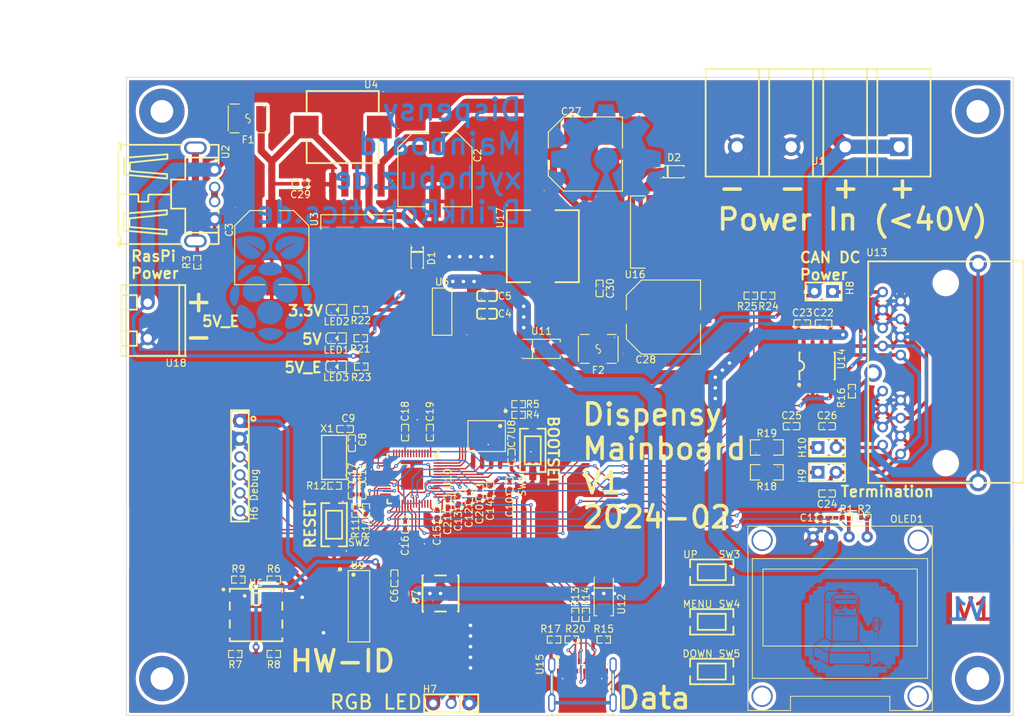
<source format=kicad_pcb>
(kicad_pcb (version 20221018) (generator pcbnew)
  (title_block (title "Dispensy Mainboard") (date "2024-03-04") (rev "1") (company "DrinkRobotics") (comment 1 "https://git.xythobuz.de/thomas/Dispensy") (comment 2 "Licensed under the CERN-OHL-S-2.0+") (comment 3 "PCB Thickness: 1mm") (comment 4 "Copyright (c) 2023 - 2024 Thomas Buck <thomas@xythobuz.de>"))
  (layers (0 "F.Cu" signal) (31 "B.Cu" signal) (34 "B.Paste" user) (35 "F.Paste" user) (36 "B.SilkS" user "B.Silkscreen") (37 "F.SilkS" user "F.Silkscreen") (38 "B.Mask" user) (39 "F.Mask" user) (44 "Edge.Cuts" user))
  (net 0 "")
  (net 1 "GND")
  (net 2 "+3.3V")
  (net 3 "+VDC")
  (net 4 "/EXT_PSU/Vout")
  (net 5 "+5V")
  (net 6 "Net-(U10-XIN)")
  (net 7 "Net-(X1-OSC2)")
  (net 8 "+1V1")
  (net 9 "Net-(U14-CANH)")
  (net 10 "Net-(C25-Pad1)")
  (net 11 "Net-(U14-CANL)")
  (net 12 "/PI/PI_PSU/Vout")
  (net 13 "Net-(U3-OUT)")
  (net 14 "Net-(U16-OUT)")
  (net 15 "/PI/ADC0")
  (net 16 "/PI/ADC1")
  (net 17 "/PI/ADC2")
  (net 18 "/PI/ADC3")
  (net 19 "/PI/IO0")
  (net 20 "/PI/IO1")
  (net 21 "/PI/IO2")
  (net 22 "/PI/IO3")
  (net 23 "/PI/IO4")
  (net 24 "/PI/IO5")
  (net 25 "/PI/IO6")
  (net 26 "/PI/IO7")
  (net 27 "/PI/IO8")
  (net 28 "/PI/IO9")
  (net 29 "/PI/IO10")
  (net 30 "/PI/IO11")
  (net 31 "/PI/IO12")
  (net 32 "/PI/IO13")
  (net 33 "/PI/IO14")
  (net 34 "/PI/IO15")
  (net 35 "/PI/Debug_Clock")
  (net 36 "/PI/Debug_Data")
  (net 37 "/PI/Debug_Tx")
  (net 38 "/PI/Debug_Rx")
  (net 39 "Net-(U7-DO)")
  (net 40 "Net-(H8-Pad1)")
  (net 41 "Net-(H9-Pad1)")
  (net 42 "Net-(H10-Pad1)")
  (net 43 "/PI/I2C_SCL")
  (net 44 "/PI/I2C_SDA")
  (net 45 "Net-(U2-SH1)")
  (net 46 "/PI/SPI_FLASH.SS")
  (net 47 "Net-(R5-Pad1)")
  (net 48 "Net-(U9-D7)")
  (net 49 "Net-(U9-D6)")
  (net 50 "Net-(U9-D5)")
  (net 51 "Net-(U9-D4)")
  (net 52 "Net-(U10-RUN)")
  (net 53 "Net-(R11-Pad2)")
  (net 54 "Net-(U10-XOUT)")
  (net 55 "/PI/USBC.DP")
  (net 56 "Net-(U10-USB_DP)")
  (net 57 "/PI/USBC.DM")
  (net 58 "Net-(U10-USB_DM)")
  (net 59 "Net-(U15-CC2)")
  (net 60 "Net-(R16-Pad1)")
  (net 61 "/PI/USBC.SHIELD")
  (net 62 "Net-(U15-CC1)")
  (net 63 "Net-(U2-D+)")
  (net 64 "/PI/LED_Din")
  (net 65 "/PI/SPI_FLASH.SD1")
  (net 66 "/PI/SPI_FLASH.SD2")
  (net 67 "/PI/SPI_FLASH.SD0")
  (net 68 "/PI/SPI_FLASH.SCLK")
  (net 69 "/PI/SPI_FLASH.SD3")
  (net 70 "/PI/SR_Load")
  (net 71 "/PI/SR_Clock")
  (net 73 "/PI/SR_Data")
  (net 74 "Net-(U10-GPIO24)")
  (net 75 "Net-(U10-GPIO25)")
  (net 76 "/PI/USBC.VBUS")
  (net 87 "Net-(U2-VCC)")
  (net 88 "Net-(U11-A)")
  (net 89 "Net-(LED1-+)")
  (net 90 "Net-(LED2-+)")
  (net 91 "Net-(LED3-+)")
  (footprint "jlc_footprints:HDR-TH_3P-P2.54-V-F" (layer "F.Cu") (at 139.275082 136 180)
    (fp_text reference "H7")
    (fp_text value "WS2812")
  )
  (footprint "jlc_footprints:C0402" (layer "F.Cu") (at 140.275082 107.34763 -90)
    (fp_text reference "C13")
    (fp_text value "1uF")
  )
  (footprint "jlc_footprints:LED0603-RD" (layer "F.Cu") (at 123.101981 88.506858)
    (fp_text reference "LED3")
    (fp_text value "FC-D1608HGK-572C")
  )
  (footprint "jlc_footprints:SW-SMD_L6.1-W3.6-LS6.6" (layer "F.Cu") (at 176 124.5 180)
    (fp_text reference "SW4")
    (fp_text value "MENU")
  )
  (footprint "jlc_footprints:R1206" (layer "F.Cu") (at 183.754966 99.907765)
    (fp_text reference "R19")
    (fp_text value "60R4")
  )
  (footprint "jlc_footprints:TO-263-5_L10.6-W9.6-P1.70-LS15.9-BR" (layer "F.Cu") (at 125.990456 68.034258 90)
    (fp_text reference "U3")
    (fp_text value "LM2576S-5_0_TR")
  )
  (footprint "jlc_footprints:R0402" (layer "F.Cu") (at 127.275082 108.802545 -90)
    (fp_text reference "R10")
    (fp_text value "10K")
  )
  (footprint "jlc_footprints:CAP-SMD_BD10.0-L10.3-W10.3-FD" (layer "F.Cu") (at 158.190482 58.51762)
    (fp_text reference "C27")
    (fp_text value "100uF")
  )
  (footprint "jlc_footprints:CONN-TH_4P-P7.62_L15.2-W31.7-EX4.2" (layer "F.Cu") (at 191 57.5 180)
    (fp_text reference "U1")
    (fp_text value "DBT50G-7_62-4P")
  )
  (footprint "jlc_footprints:R0402" (layer "F.Cu") (at 158.275082 123.5 -90)
    (fp_text reference "R14")
    (fp_text value "27R4")
  )
  (footprint "jlc_footprints:RJ45-TH_DS1129-05-S80BP-X" (layer "F.Cu") (at 206.140469 89.407765 90)
    (fp_text reference "U13")
    (fp_text value "CAN_IO")
  )
  (footprint "jlc_footprints:SOD-123_L2.8-W1.8-LS3.7-RD" (layer "F.Cu") (at 170.690482 61.01762)
    (fp_text reference "D2")
    (fp_text value "MBR340F")
  )
  (footprint "jlc_footprints:C0402" (layer "F.Cu") (at 188.754966 82.407765 180)
    (fp_text reference "C23")
    (fp_text value "47nF")
  )
  (footprint "jlc_footprints:SW-SMD_L6.1-W3.6-LS6.6" (layer "F.Cu") (at 176 117.5 180)
    (fp_text reference "SW3")
    (fp_text value "UP")
  )
  (footprint "jlc_footprints:F1812" (layer "F.Cu") (at 110.646558 53.5 180)
    (fp_text reference "F1")
    (fp_text value "ASMD1812-350-16V")
  )
  (footprint "jlc_footprints:C0402" (layer "F.Cu") (at 126.775082 106 -90)
    (fp_text reference "C11")
    (fp_text value "100nF")
  )
  (footprint "jlc_footprints:CAP-SMD_BD10.0-L10.3-W10.3-FD" (layer "F.Cu") (at 136.990456 60.717646 -90)
    (fp_text reference "C2")
    (fp_text value "100uF")
  )
  (footprint "jlc_footprints:R0402" (layer "F.Cu") (at 114.275082 118.53813)
    (fp_text reference "R6")
    (fp_text value "10K")
  )
  (footprint "jlc_footprints:C0402" (layer "F.Cu") (at 191.874904 109.82738 180)
    (fp_text reference "C1")
    (fp_text value "100nF")
  )
  (footprint "jlc_footprints:R0402" (layer "F.Cu") (at 156.775082 123.5 -90)
    (fp_text reference "R13")
    (fp_text value "27R4")
  )
  (footprint "jlc_footprints:C0402" (layer "F.Cu") (at 138.775082 107.802545 -90)
    (fp_text reference "C21")
    (fp_text value "100nF")
  )
  (footprint "jlc_footprints:C0402" (layer "F.Cu") (at 192.254966 96.907765)
    (fp_text reference "C26")
    (fp_text value "100pF")
  )
  (footprint "jlc_footprints:HDR-TH_6P-P2.54-V-F" (layer "F.Cu") (at 109.5 102.5 -90)
    (fp_text reference "H6")
    (fp_text value "Debug")
  )
  (footprint "jlc_footprints:C0402" (layer "F.Cu") (at 132.775082 110.802545 -90)
    (fp_text reference "C16")
    (fp_text value "100nF")
  )
  (footprint "jlc_footprints:R0402" (layer "F.Cu") (at 126.601981 88.506858 180)
    (fp_text reference "R23")
    (fp_text value "1K")
  )
  (footprint "jlc_footprints:SOT-223-4_L6.5-W3.5-P2.30-LS7.0-BR" (layer "F.Cu") (at 138 80.75)
    (fp_text reference "U5")
    (fp_text value "AMS1117-3_3_C347222")
  )
  (footprint "jlc_footprints:SOIC-8_L5.0-W4.0-P1.27-LS6.0-BL" (layer "F.Cu") (at 190.849962 88.407765)
    (fp_text reference "U14")
    (fp_text value "TJA1042T_3_1J")
  )
  (footprint "jlc_footprints:CONN-TH_XY300V-A-5.0-2P" (layer "F.Cu") (at 96.5 82 90)
    (fp_text reference "U18")
    (fp_text value "XY300V-A-5_0-2P")
  )
  (footprint "jlc_footprints:LED-SMD_4P-L5.0-W5.0-LS5.4-TL-1" (layer "F.Cu") (at 137.775082 120.5 90)
    (fp_text reference "U7")
    (fp_text value "WS2812E-V5")
  )
  (footprint "MountingHole:MountingHole_3.2mm_M3_Pad_TopBottom" (layer "F.Cu") (at 213.5 52.5)
    (fp_text reference "H12" hide)
    (fp_text value "MountingHole" hide)
  )
  (footprint "jlc_footprints:R0402" (layer "F.Cu") (at 103.490456 73.784829 90)
    (fp_text reference "R3")
    (fp_text value "1M")
  )
  (footprint "jlc_footprints:LED0603-RD" (layer "F.Cu") (at 123.169164 80.503429)
    (fp_text reference "LED2")
    (fp_text value "FC-D1608HGK-572C")
  )
  (footprint "jlc_footprints:C0402" (layer "F.Cu") (at 147.775082 101.25746 90)
    (fp_text reference "C7")
    (fp_text value "100nF")
  )
  (footprint "jlc_footprints:C0402" (layer "F.Cu") (at 124.320167 97.302545 180)
    (fp_text reference "C9")
    (fp_text value "27p")
  )
  (footprint "jlc_footprints:HDR-TH_2P-P2.54-V-M-1" (layer "F.Cu") (at 191.754966 77.907765 180)
    (fp_text reference "H8")
    (fp_text value "PWR")
  )
  (footprint "jlc_footprints:R0402" (layer "F.Cu") (at 194.874904 109.82738 180)
    (fp_text reference "R1")
    (fp_text value "10K")
  )
  (footprint "jlc_footprints:R0402" (layer "F.Cu") (at 156.275082 127 180)
    (fp_text reference "R20")
    (fp_text value "5K1")
  )
  (footprint "jlc_footprints:C0402" (layer "F.Cu") (at 132.775082 97.802545 90)
    (fp_text reference "C18")
    (fp_text value "100nF")
  )
  (footprint "jlc_footprints:USB-C-SMD_TYPE-C-USB-18" (layer "F.Cu") (at 157.775082 133)
    (fp_text reference "U15")
    (fp_text value "USB-C")
  )
  (footprint "jlc_footprints:C0402" (layer "F.Cu") (at 141.775082 106.802545 -90)
    (fp_text reference "C12")
    (fp_text value "1uF")
  )
  (footprint "jlc_footprints:OSC-SMD_2P-L5.0-W3.2" (layer "F.Cu") (at 122.775082 101.302545 90)
    (fp_text reference "X1")
    (fp_text value "12MHz")
  )
  (footprint "jlc_footprints:SW-SMD_L6.1-W3.6-LS6.6" (layer "F.Cu") (at 150.775082 100.302545 -90)
    (fp_text reference "SW1")
    (fp_text value "BOOTSEL")
  )
  (footprint "MountingHole:MountingHole_3.2mm_M3_Pad_TopBottom" (layer "F.Cu") (at 98.5 52.5)
    (fp_text reference "H11" hide)
    (fp_text value "MountingHole" hide)
  )
  (footprint "jlc_footprints:TO-263-5_L10.6-W9.6-P1.70-LS15.9-BR" (layer "F.Cu") (at 165.507094 69.51762 180)
    (fp_text reference "U16")
    (fp_text value "LM2576S-5_0_TR")
  )
  (footprint "jlc_footprints:R0402" (layer "F.Cu") (at 183.932817 78.5 180)
    (fp_text reference "R24")
    (fp_text value "147K")
  )
  (footprint "jlc_footprints:R0402" (layer "F.Cu") (at 125.775082 108.802545 -90)
    (fp_text reference "R11")
    (fp_text value "1K")
  )
  (footprint "jlc_footprints:R0402" (layer "F.Cu") (at 122.842265 105.302545)
    (fp_text reference "R12")
    (fp_text value "1K")
  )
  (footprint "jlc_footprints:SW-SMD_L6.1-W3.6-LS6.6" (layer "F.Cu") (at 122.775082 110.802545 -90)
    (fp_text reference "SW2")
    (fp_text value "RESET")
  )
  (footprint "jlc_footprints:R0402" (layer "F.Cu") (at 153.775082 127)
    (fp_text reference "R17")
    (fp_text value "1M")
  )
  (footprint "jlc_footprints:R0402" (layer "F.Cu") (at 148.775082 95.302545 180)
    (fp_text reference "R4")
    (fp_text value "10K")
  )
  (footprint "jlc_footprints:R0402" (layer "F.Cu") (at 160.775082 127 180)
    (fp_text reference "R15")
    (fp_text value "5K1")
  )
  (footprint "jlc_footprints:C0402" (layer "F.Cu") (at 143.275082 106.302545 -90)
    (fp_text reference "C20")
    (fp_text value "100nF")
  )
  (footprint "jlc_footprints:SOIC-8_L5.3-W5.3-P1.27-LS8.0-BL" (layer "F.Cu") (at 144.275082 98.302545 180)
    (fp_text reference "U8")
    (fp_text value "W25Q128JVSIQ")
  )
  (footprint "jlc_footprints:C0402" (layer "F.Cu") (at 192.254966 106.407765 180)
    (fp_text reference "C24")
    (fp_text value "100pF")
  )
  (footprint "jlc_footprints:R0402" (layer "F.Cu") (at 126.534798 80.503429 180)
    (fp_text reference "R22")
    (fp_text value "1K")
  )
  (footprint "jlc_footprints:LED0603-RD" (layer "F.Cu") (at 123.101981 84.503429)
    (fp_text reference "LED1")
    (fp_text value "FC-D1608HGK-572C")
  )
  (footprint "jlc_footprints:SMA_L4.4-W2.8-LS5.4-R-RD" (layer "F.Cu") (at 152 86)
    (fp_text reference "U11")
    (fp_text value "SS54_C22452")
  )
  (footprint "jlc_footprints:F1812" (layer "F.Cu") (at 160 86 180)
    (fp_text reference "F2")
    (fp_text value "ASMD1812-350-16V")
  )
  (footprint "MountingHole:MountingHole_3.2mm_M3_Pad_TopBottom" (layer "F.Cu") (at 213.5 132.5)
    (fp_text reference "H14" hide)
    (fp_text value "MountingHole" hide)
  )
  (footprint "jlc_footprints:CAP-SMD_BD10.0-L10.3-W10.3-LS11.3-FD" (layer "F.Cu") (at 113.990456 71.717646 -90)
    (fp_text reference "C3")
    (fp_text value "1000uF")
  )
  (footprint "jlc_footprints:CAP-SMD_BD10.0-L10.3-W10.3-LS11.3-FD" (layer "F.Cu") (at 169.190482 81.51762)
    (fp_text reference "C28")
    (fp_text value "1000uF")
  )
  (footprint "jlc_footprints:C0402" (layer "F.Cu") (at 147.5 105.302545 -90)
    (fp_text reference "C10")
    (fp_text value "100nF")
  )
  (footprint "jlc_footprints:C0603" (layer "F.Cu") (at 144.3349 78.549975)
    (fp_text reference "C5")
    (fp_text value "10uF")
  )
  (footprint "jlc_footprints:C0402" (layer "F.Cu") (at 136.275082 97.802545 90)
    (fp_text reference "C19")
    (fp_text value "100nF")
  )
  (footprint "jlc_footprints:R0402" (layer "F.Cu") (at 181.5 78.5 180)
    (fp_text reference "R25")
    (fp_text value "10K")
  )
  (footprint "jlc_footprints:C0402" (layer "F.Cu") (at 137.275082 109.302545 -90)
    (fp_text reference "C15")
    (fp_text value "100nF")
  )
  (footprint "jlc_footprints:R0402" (layer "F.Cu") (at 195.754966 91.974948 -90)
    (fp_text reference "R16")
    (fp_text value "1M")
  )
  (footprint "jlc_footprints:SMA_L4.4-W2.8-LS5.4-R-RD" (layer "F.Cu") (at 160.775082 121 -90)
    (fp_text reference "U12")
    (fp_text value "SS54_C22452")
  )
  (footprint "jlc_footprints:R0402" (layer "F.Cu") (at 148.775082 93.802545 180)
    (fp_text reference "R5")
    (fp_text value "1K")
  )
  (footprint "jlc_footprints:SW-SMD_SM_SKCR-16S" (layer "F.Cu") (at 111.775082 123.53813 90)
    (fp_text reference "U6")
    (fp_text value "SKCR-16S")
  )
  (footprint "jlc_footprints:C0603" (layer "F.Cu") (at 144.3349 81.049975)
    (fp_text reference "C4")
    (fp_text value "10uF")
  )
  (footprint "jlc_footprints:C0402" (layer "F.Cu") (at 187.254966 96.907765)
    (fp_text reference "C25")
    (fp_text value "4.7nF")
  )
  (footprint "jlc_footprints:C0402" (layer "F.Cu") (at 144.775082 105.84763 -90)
    (fp_text reference "C14")
    (fp_text value "100nF")
  )
  (footprint "jlc_footprints:R1206" (layer "F.Cu") (at 183.754966 103.407765 180)
    (fp_text reference "R18")
    (fp_text value "60R4")
  )
  (footprint "jlc_footprints:USB-A-TH_USB-302-T" (layer "F.Cu") (at 104.581769 64.217646 -90)
    (fp_text reference "U2")
    (fp_text value "USB-A")
  )
  (footprint "jlc_footprints:C0402" (layer "F.Cu") (at 131.275082 118.34763 90)
    (fp_text reference "C6")
    (fp_text value "100nF")
  )
  (footprint "jlc_footprints:SOIC-16_L9.9-W3.9-P1.27-LS6.0-BL" (layer "F.Cu") (at 126.275082 122.302545 -90)
    (fp_text reference "U9")
    (fp_text value "74HC165D,653")
  )
  (footprint "jlc_footprints:R0402" (layer "F.Cu") (at 197.5 109.845 180)
    (fp_text reference "R2")
    (fp_text value "10K")
  )
  (footprint "MountingHole:MountingHole_3.2mm_M3_Pad_TopBottom" (layer "F.Cu") (at 98.5 132.5)
    (fp_text reference "H13" hide)
    (fp_text value "MountingHole" hide)
  )
  (footprint "jlc_footprints:SOD-123_L2.8-W1.8-LS3.7-RD" (layer "F.Cu") (at 134.490456 73.217646 -90)
    (fp_text reference "D1")
    (fp_text value "MBR340F")
  )
  (footprint "jlc_footprints:SW-SMD_L6.1-W3.6-LS6.6" (layer "F.Cu") (at 176 131.5 180)
    (fp_text reference "SW5")
    (fp_text value "DOWN")
  )
  (footprint "jlc_footprints:IND-SMD_L11.5-W10.0_YSPI1050" (layer "F.Cu") (at 152.190482 71.51762 -90)
    (fp_text reference "U17")
    (fp_text value "100uH")
  )
  (footprint "jlc_footprints:LQFN-56_L7.0-W7.0-P0.4-EP" (layer "F.Cu") (at 133.774955 104.302545 -90)
    (fp_text reference "U10")
    (fp_text value "RP2040")
  )
  (footprint "jlc_footprints:IND-SMD_L11.5-W10.0_YSPI1050" (layer "F.Cu") (at 123.990456 54.717646 180)
    (fp_text reference "U4")
    (fp_text value "100uH")
  )
  (footprint "jlc_footprints:R0402" (layer "F.Cu") (at 114.275082 129.03813)
    (fp_text reference "R8")
    (fp_text value "10K")
  )
  (footprint "jlc_footprints:R0402" (layer "F.Cu") (at 126.534798 84.503429 180)
    (fp_text reference "R21")
    (fp_text value "1K")
  )
  (footprint "jlc_footprints:C0402" (layer "F.Cu") (at 125.275082 99.302545 -90)
    (fp_text reference "C8")
    (fp_text value "27p")
  )
  (footprint "jlc_footprints:C0402" (layer "F.Cu") (at 118.035541 62.717646 180)
    (fp_text reference "C29")
    (fp_text value "100nF")
  )
  (footprint "jlc_footprints:R0402" (layer "F.Cu") (at 109.275082 118.53813 180)
    (fp_text reference "R9")
    (fp_text value "10K")
  )
  (footprint "extern:SSD1306_0.96_Oled" (layer "F.Cu") (at 181.095 137)
    (fp_text reference "OLED1")
    (fp_text value "SSD1306")
  )
  (footprint "jlc_footprints:C0402" (layer "F.Cu") (at 191.754966 82.407765)
    (fp_text reference "C22")
    (fp_text value "100nF")
  )
  (footprint "jlc_footprints:C0402" (layer "F.Cu") (at 125.275082 106 -90)
    (fp_text reference "C17")
    (fp_text value "100nF")
  )
  (footprint "jlc_footprints:HDR-TH_2P-P2.54-V-M-1" (layer "F.Cu") (at 192.254966 99.907765)
    (fp_text reference "H10")
    (fp_text value "T_CL")
  )
  (footprint "jlc_footprints:R0402" (layer "F.Cu") (at 108.842265 129.03813 180)
    (fp_text reference "R7")
    (fp_text value "10K")
  )
  (footprint "jlc_footprints:HDR-TH_2P-P2.54-V-M-1" (layer "F.Cu") (at 192.254966 103.407765)
    (fp_text reference "H9")
    (fp_text value "T_CH")
  )
  (footprint "jlc_footprints:C0402" (layer "F.Cu") (at 160.190482 77.472535 -90)
    (fp_text reference "C30")
    (fp_text value "100nF")
  )
  (gr_poly (pts (xy 100.959076 98.965501) (xy 101.058024 98.972942) (xy 101.156506 98.985345) (xy 101.254291 99.002708) (xy 101.351145 99.025032) (xy 101.446837 99.052317) (xy 101.541134 99.084563) (xy 101.633802 99.12177) (xy 101.724611 99.163938) (xy 101.813326 99.211067) (xy 101.899717 99.263157) (xy 101.983549 99.320208) (xy 102.06459 99.38222) (xy 102.142609 99.449192) (xy 102.217372 99.521126) (xy 102.288647 99.598021) (xy 102.346164 99.66342) (xy 102.399661 99.730545) (xy 102.449146 99.799258) (xy 102.494629 99.869425) (xy 102.53612 99.94091) (xy 102.573629 100.013576) (xy 102.607166 100.08729) (xy 102.636739 100.161914) (xy 102.662359 100.237313) (xy 102.684036 100.313351) (xy 102.701779 100.389894) (xy 102.715598 100.466805) (xy 102.725502 100.543948) (xy 102.731501 100.621188) (xy 102.733605 100.698389) (xy 102.731824 100.775416) (xy 102.726167 100.852133) (xy 102.716644 100.928405) (xy 102.703265 101.004094) (xy 102.686039 101.079067) (xy 102.664976 101.153188) (xy 102.640085 101.226319) (xy 102.611377 101.298327) (xy 102.578862 101.369076) (xy 102.542548 101.438429) (xy 102.502445 101.506251) (xy 102.458564 101.572406) (xy 102.410913 101.63676) (xy 102.359503 101.699175) (xy 102.304343 101.759517) (xy 102.245443 101.81765) (xy 102.182813 101.873438) (xy 102.117106 101.926455) (xy 102.049074 101.976352) (xy 101.978872 102.023109) (xy 101.906654 102.066708) (xy 101.832576 102.107129) (xy 101.756793 102.144352) (xy 101.60073 102.209128) (xy 101.439706 102.260882) (xy 101.274962 102.299459) (xy 101.107737 102.324703) (xy 100.939271 102.336459) (xy 100.770806 102.334573) (xy 100.603581 102.318889) (xy 100.438837 102.289253) (xy 100.357782 102.269154) (xy 100.277813 102.245509) (xy 100.199084 102.218298) (xy 100.12175 102.187502) (xy 100.045967 102.153102) (xy 99.971889 102.115078) (xy 99.899671 102.07341) (xy 99.829468 102.02808) (xy 99.761436 101.979069) (xy 99.69573 101.926355) (xy 99.600232 101.845727) (xy 99.512175 101.762541) (xy 99.43156 101.676719) (xy 99.358386 101.588185) (xy 99.32459 101.542876) (xy 99.292654 101.49686) (xy 99.262578 101.450126) (xy 99.234363 101.402666) (xy 99.208008 101.35447) (xy 99.183513 101.305528) (xy 99.160879 101.255829) (xy 99.140105 101.205366) (xy 99.121191 101.154127) (xy 99.104138 101.102103) (xy 99.088945 101.049285) (xy 99.075613 100.995663) (xy 99.064141 100.941226) (xy 99.054529 100.885966) (xy 99.046777 100.829873) (xy 99.040886 100.772937) (xy 99.034685 100.656497) (xy 99.035925 100.536569) (xy 99.044607 100.413075) (xy 99.06073 100.285938) (xy 99.076538 100.222371) (xy 99.094177 100.160636) (xy 99.113619 100.100702) (xy 99.134834 100.042542) (xy 99.157793 99.986126) (xy 99.182467 99.931425) (xy 99.208826 99.87841) (xy 99.236843 99.827052) (xy 99.266488 99.777321) (xy 99.297731 99.729189) (xy 99.330544 99.682627) (xy 99.364897 99.637606) (xy 99.43811 99.552068) (xy 99.517136 99.472345) (xy 99.601743 99.398202) (xy 99.691699 99.329408) (xy 99.786771 99.265729) (xy 99.886726 99.206934) (xy 99.991332 99.15279) (xy 100.100356 99.103065) (xy 100.213566 99.057525) (xy 100.330729 99.015938) (xy 100.360508 99.015344) (xy 100.390364 99.013664) (xy 100.420375 99.011055) (xy 100.450619 99.00767) (xy 100.512114 98.999195) (xy 100.575469 98.989479) (xy 100.641305 98.979764) (xy 100.710241 98.971289) (xy 100.746066 98.967904) (xy 100.782898 98.965294) (xy 100.820816 98.963615) (xy 100.859896 98.963021)) (fill solid) (layer "F.Cu"))
  (gr_poly (pts (xy 102.763514 95.517533) (xy 102.850607 95.523181) (xy 102.938426 95.533876) (xy 103.026827 95.549726) (xy 103.115663 95.570837) (xy 103.20479 95.597317) (xy 103.294063 95.629271) (xy 103.372653 95.66057) (xy 103.449635 95.694874) (xy 103.52495 95.732084) (xy 103.59854 95.772104) (xy 103.670348 95.814838) (xy 103.740315 95.860187) (xy 103.808382 95.908056) (xy 103.874492 95.958346) (xy 103.938587 96.010963) (xy 104.000609 96.065808) (xy 104.060498 96.122784) (xy 104.118198 96.181795) (xy 104.17365 96.242745) (xy 104.226796 96.305535) (xy 104.277578 96.370069) (xy 104.325937 96.43625) (xy 104.371816 96.503982) (xy 104.415157 96.573167) (xy 104.4559 96.643709) (xy 104.493989 96.71551) (xy 104.529365 96.788474) (xy 104.561969 96.862503) (xy 104.591744 96.937502) (xy 104.618632 97.013373) (xy 104.642575 97.090019) (xy 104.663513 97.167343) (xy 104.68139 97.245248) (xy 104.696147 97.323638) (xy 104.707726 97.402415) (xy 104.716068 97.481484) (xy 104.721116 97.560745) (xy 104.722812 97.640104) (xy 104.720047 97.743026) (xy 104.711856 97.843361) (xy 104.698395 97.941002) (xy 104.679817 98.035842) (xy 104.656278 98.127776) (xy 104.627934 98.216697) (xy 104.594939 98.302498) (xy 104.557447 98.385072) (xy 104.515615 98.464313) (xy 104.469598 98.540114) (xy 104.419549 98.612369) (xy 104.365625 98.680971) (xy 104.30798 98.745813) (xy 104.246769 98.80679) (xy 104.182148 98.863794) (xy 104.114271 98.916719) (xy 104.043293 98.965458) (xy 103.96937 99.009904) (xy 103.892656 99.049952) (xy 103.813307 99.085494) (xy 103.731478 99.116424) (xy 103.647323 99.142635) (xy 103.560997 99.164021) (xy 103.472656 99.180475) (xy 103.382455 99.191891) (xy 103.290549 99.198161) (xy 103.197092 99.19918) (xy 103.10224 99.194841) (xy 103.006147 99.185037) (xy 102.90897 99.169662) (xy 102.810862 99.148608) (xy 102.711979 99.121771) (xy 102.623475 99.09001) (xy 102.536628 99.054346) (xy 102.451545 99.014902) (xy 102.368331 98.971805) (xy 102.287094 98.925182) (xy 102.20794 98.875157) (xy 102.130977 98.821858) (xy 102.056309 98.76541) (xy 101.984044 98.705938) (xy 101.914289 98.643569) (xy 101.84715 98.57843) (xy 101.782734 98.510645) (xy 101.721147 98.440341) (xy 101.662496 98.367643) (xy 101.606887 98.292678) (xy 101.554427 98.215572) (xy 101.505223 98.136451) (xy 101.459381 98.05544) (xy 101.417008 97.972666) (xy 101.378211 97.888254) (xy 101.343095 97.802331) (xy 101.311768 97.715022) (xy 101.284336 97.626453) (xy 101.260905 97.536751) (xy 101.241583 97.446041) (xy 101.226476 97.354449) (xy 101.21569 97.262102) (xy 101.209332 97.169125) (xy 101.207509 97.075644) (xy 101.210327 96.981785) (xy 101.217893 96.887674) (xy 101.230313 96.793437) (xy 101.247497 96.705243) (xy 101.269187 96.619327) (xy 101.295236 96.535793) (xy 101.325501 96.45475) (xy 101.359835 96.376304) (xy 101.398094 96.300561) (xy 101.440131 96.227627) (xy 101.485801 96.157611) (xy 101.53496 96.090617) (xy 101.587462 96.026753) (xy 101.643161 95.966125) (xy 101.701912 95.90884) (xy 101.76357 95.855005) (xy 101.82799 95.804725) (xy 101.895026 95.758108) (xy 101.964532 95.71526) (xy 102.036364 95.676288) (xy 102.110376 95.641298) (xy 102.186423 95.610398) (xy 102.264359 95.583692) (xy 102.344039 95.561289) (xy 102.425318 95.543294) (xy 102.50805 95.529815) (xy 102.592091 95.520957) (xy 102.677294 95.516828)) (fill solid) (layer "F.Cu"))
  (gr_poly (pts (xy 102.319122 109.278461) (xy 102.325662 109.346004) (xy 102.393206 109.352544) (xy 102.46075 109.359083) (xy 102.467289 109.426627) (xy 102.473829 109.494171) (xy 102.541373 109.50071) (xy 102.608916 109.50725) (xy 102.615549 109.576042) (xy 102.622181 109.644833) (xy 102.471333 109.644833) (xy 102.471333 109.496667) (xy 102.323167 109.496667) (xy 102.323167 109.644833) (xy 102.174999 109.644833) (xy 102.174999 109.496667) (xy 102.024151 109.496667) (xy 102.030784 109.427875) (xy 102.037416 109.359083) (xy 102.10496 109.352544) (xy 102.146727 109.3485) (xy 102.174999 109.3485) (xy 102.174999 109.496667) (xy 102.323167 109.496667) (xy 102.323167 109.3485) (xy 102.174999 109.3485) (xy 102.146727 109.3485) (xy 102.172504 109.346004) (xy 102.179043 109.278461) (xy 102.185583 109.210917) (xy 102.312583 109.210917)) (fill solid) (layer "F.Cu"))
  (gr_poly (pts (xy 98.573524 93.846511) (xy 98.699408 93.853462) (xy 98.826532 93.865683) (xy 98.954896 93.883021) (xy 98.954591 93.89775) (xy 98.953695 93.912179) (xy 98.952236 93.926317) (xy 98.950245 93.940175) (xy 98.94478 93.967085) (xy 98.937533 93.992988) (xy 98.928735 94.017961) (xy 98.918619 94.042081) (xy 98.907418 94.065426) (xy 98.895365 94.088073) (xy 98.882691 94.1101) (xy 98.86963 94.131584) (xy 98.843275 94.173236) (xy 98.81816 94.213647) (xy 98.806649 94.233581) (xy 98.796146 94.253437) (xy 98.725491 94.34152) (xy 98.652589 94.427277) (xy 98.577671 94.510863) (xy 98.50097 94.592435) (xy 98.422719 94.672145) (xy 98.34315 94.750151) (xy 98.18099 94.901666) (xy 98.016348 95.048221) (xy 97.851087 95.191054) (xy 97.526146 95.470521) (xy 97.426927 95.547518) (xy 97.327708 95.620175) (xy 97.228489 95.689112) (xy 97.129271 95.754948) (xy 97.030052 95.818303) (xy 96.930833 95.879798) (xy 96.732396 95.999687) (xy 96.693923 96.010165) (xy 96.657775 96.021495) (xy 96.623798 96.03329) (xy 96.591836 96.045163) (xy 96.533338 96.06759) (xy 96.506493 96.07737) (xy 96.481042 96.085677) (xy 96.456832 96.092124) (xy 96.433706 96.096323) (xy 96.422502 96.097458) (xy 96.411511 96.097886) (xy 96.400714 96.097558) (xy 96.390091 96.096426) (xy 96.379624 96.094441) (xy 96.369292 96.091556) (xy 96.359076 96.08772) (xy 96.348957 96.082887) (xy 96.338916 96.077007) (xy 96.328932 96.070032) (xy 96.318988 96.061914) (xy 96.309063 96.052604) (xy 96.302267 95.924279) (xy 96.301828 95.797426) (xy 96.3079 95.672279) (xy 96.320638 95.549069) (xy 96.340198 95.42803) (xy 96.366734 95.309394) (xy 96.400401 95.193393) (xy 96.441354 95.08026) (xy 96.489749 94.970228) (xy 96.545741 94.863529) (xy 96.609484 94.760396) (xy 96.681133 94.661061) (xy 96.760844 94.565757) (xy 96.848771 94.474716) (xy 96.94507 94.388171) (xy 97.049896 94.306354) (xy 97.159657 94.230674) (xy 97.270658 94.16228) (xy 97.382899 94.101018) (xy 97.49638 94.046732) (xy 97.611102 93.999267) (xy 97.727064 93.958468) (xy 97.844266 93.924181) (xy 97.962708 93.89625) (xy 98.082391 93.87452) (xy 98.203314 93.858836) (xy 98.325477 93.849043) (xy 98.44888 93.844987)) (fill solid) (layer "F.Cu"))
  (gr_poly (pts (xy 105.529172 96.648433) (xy 105.543167 96.649694) (xy 105.557568 96.652089) (xy 105.572396 96.655627) (xy 105.58767 96.660319) (xy 105.603408 96.666173) (xy 105.619631 96.673199) (xy 105.636358 96.681408) (xy 105.653609 96.690808) (xy 105.671401 96.70141) (xy 105.689756 96.713222) (xy 105.708692 96.726256) (xy 105.728229 96.740521) (xy 105.777215 96.771058) (xy 105.824942 96.803127) (xy 105.871389 96.836707) (xy 105.916538 96.871779) (xy 105.960369 96.908324) (xy 106.002863 96.946322) (xy 106.044001 96.985755) (xy 106.083763 97.026602) (xy 106.122129 97.068844) (xy 106.159081 97.112462) (xy 106.194599 97.157437) (xy 106.228664 97.203748) (xy 106.261255 97.251378) (xy 106.292355 97.300306) (xy 106.321943 97.350513) (xy 106.35 97.401979) (xy 106.376507 97.454686) (xy 106.401444 97.508614) (xy 106.424792 97.563743) (xy 106.446531 97.620054) (xy 106.466643 97.677528) (xy 106.485108 97.736145) (xy 106.501906 97.795886) (xy 106.517018 97.856732) (xy 106.530425 97.918663) (xy 106.542107 97.98166) (xy 106.552045 98.045703) (xy 106.560219 98.110773) (xy 106.566611 98.176851) (xy 106.571201 98.243917) (xy 106.573969 98.311953) (xy 106.574896 98.380937) (xy 106.573035 98.460894) (xy 106.567454 98.541858) (xy 106.558152 98.623597) (xy 106.54513 98.705878) (xy 106.528387 98.78847) (xy 106.507923 98.87114) (xy 106.483738 98.953654) (xy 106.455833 99.035781) (xy 106.424207 99.117287) (xy 106.38886 99.197941) (xy 106.349793 99.27751) (xy 106.307005 99.355761) (xy 106.260496 99.432462) (xy 106.210267 99.50738) (xy 106.156316 99.580282) (xy 106.098646 99.650937) (xy 106.069474 99.678842) (xy 106.055305 99.691399) (xy 106.041388 99.703027) (xy 106.027703 99.713724) (xy 106.014232 99.72349) (xy 106.000954 99.732327) (xy 105.987851 99.740234) (xy 105.974903 99.74721) (xy 105.96209 99.753256) (xy 105.949394 99.758372) (xy 105.936795 99.762558) (xy 105.924273 99.765813) (xy 105.911809 99.768139) (xy 105.899384 99.769534) (xy 105.886979 99.769999) (xy 105.874573 99.769534) (xy 105.862148 99.768139) (xy 105.849685 99.765813) (xy 105.837163 99.762558) (xy 105.824563 99.758372) (xy 105.811867 99.753256) (xy 105.799055 99.74721) (xy 105.786107 99.740234) (xy 105.773003 99.732327) (xy 105.759726 99.72349) (xy 105.746255 99.713724) (xy 105.73257 99.703027) (xy 105.718653 99.691399) (xy 105.704484 99.678842) (xy 105.675313 99.650937) (xy 105.646167 99.610642) (xy 105.618262 99.569185) (xy 105.591597 99.526642) (xy 105.566172 99.483092) (xy 105.541988 99.438611) (xy 105.519043 99.393278) (xy 105.497339 99.34717) (xy 105.476875 99.300364) (xy 105.457652 99.252938) (xy 105.439668 99.204969) (xy 105.422925 99.156536) (xy 105.407422 99.107714) (xy 105.39316 99.058583) (xy 105.380137 99.009219) (xy 105.368355 98.9597) (xy 105.357813 98.910104) (xy 105.329288 98.810278) (xy 105.303243 98.709289) (xy 105.279678 98.607215) (xy 105.258594 98.504134) (xy 105.239991 98.400122) (xy 105.223867 98.295258) (xy 105.210225 98.189618) (xy 105.199063 98.083281) (xy 105.190381 97.976323) (xy 105.18418 97.868824) (xy 105.180459 97.760859) (xy 105.179219 97.652506) (xy 105.180459 97.543843) (xy 105.18418 97.434948) (xy 105.190381 97.325898) (xy 105.199063 97.21677) (xy 105.19967 97.196332) (xy 105.20144 97.174809) (xy 105.204295 97.152355) (xy 105.208158 97.129127) (xy 105.212951 97.105278) (xy 105.218597 97.080964) (xy 105.225017 97.056341) (xy 105.232136 97.031562) (xy 105.239874 97.006783) (xy 105.248156 96.982159) (xy 105.266036 96.933997) (xy 105.285156 96.888315) (xy 105.294988 96.866792) (xy 105.304897 96.846354) (xy 105.324766 96.808539) (xy 105.33475 96.791052) (xy 105.344791 96.774524) (xy 105.35491 96.758964) (xy 105.365126 96.744383) (xy 105.375458 96.730791) (xy 105.385925 96.718196) (xy 105.396548 96.706609) (xy 105.407345 96.69604) (xy 105.418336 96.686498) (xy 105.42954 96.677992) (xy 105.440977 96.670533) (xy 105.452665 96.66413) (xy 105.464625 96.658793) (xy 105.476876 96.654531) (xy 105.489436 96.651355) (xy 105.502326 96.649273) (xy 105.515565 96.648296)) (fill solid) (layer "F.Cu"))
  (gr_poly (pts (xy 99.076865 95.658364) (xy 99.170317 95.66443) (xy 99.261647 95.675573) (xy 99.350729 95.691676) (xy 99.437438 95.712625) (xy 99.521646 95.738302) (xy 99.603229 95.76859) (xy 99.682059 95.803375) (xy 99.758012 95.84254) (xy 99.830962 95.885967) (xy 99.900781 95.933542) (xy 99.967346 95.985147) (xy 100.030528 96.040667) (xy 100.090203 96.099985) (xy 100.146244 96.162985) (xy 100.198526 96.229551) (xy 100.246923 96.299566) (xy 100.291308 96.372914) (xy 100.331556 96.449479) (xy 100.367541 96.529145) (xy 100.399136 96.611795) (xy 100.426216 96.697313) (xy 100.448655 96.785583) (xy 100.466327 96.876488) (xy 100.479105 96.969913) (xy 100.486865 97.06574) (xy 100.489479 97.163854) (xy 100.487325 97.253128) (xy 100.480927 97.342267) (xy 100.470382 97.431134) (xy 100.455786 97.519595) (xy 100.437238 97.607512) (xy 100.414833 97.694752) (xy 100.358841 97.866653) (xy 100.288587 98.034214) (xy 100.204846 98.196349) (xy 100.108391 98.351973) (xy 100 98.5) (xy 99.880447 98.639345) (xy 99.750506 98.768924) (xy 99.610954 98.887651) (xy 99.462565 98.99444) (xy 99.385299 99.043019) (xy 99.306115 99.088207) (xy 99.225109 99.129868) (xy 99.142378 99.167866) (xy 99.05802 99.202066) (xy 98.97213 99.232332) (xy 98.884807 99.258529) (xy 98.796146 99.280521) (xy 98.70718 99.297748) (xy 98.618961 99.309821) (xy 98.531613 99.316855) (xy 98.445263 99.318968) (xy 98.360037 99.316274) (xy 98.276062 99.308891) (xy 98.193462 99.296934) (xy 98.112364 99.28052) (xy 98.032893 99.259766) (xy 97.955177 99.234787) (xy 97.87934 99.205699) (xy 97.805509 99.17262) (xy 97.733809 99.135665) (xy 97.664367 99.09495) (xy 97.597309 99.050593) (xy 97.532761 99.002708) (xy 97.470847 98.951413) (xy 97.411696 98.896823) (xy 97.355431 98.839055) (xy 97.30218 98.778226) (xy 97.252069 98.714451) (xy 97.205222 98.647846) (xy 97.161767 98.578529) (xy 97.121829 98.506614) (xy 97.085535 98.43222) (xy 97.053009 98.355461) (xy 97.024379 98.276454) (xy 96.99977 98.195316) (xy 96.979308 98.112162) (xy 96.963118 98.027109) (xy 96.951328 97.940273) (xy 96.944063 97.851771) (xy 96.941256 97.762496) (xy 96.942693 97.673358) (xy 96.948278 97.58449) (xy 96.957912 97.49603) (xy 96.9715 97.408112) (xy 96.988944 97.320873) (xy 97.035013 97.148971) (xy 97.095345 96.98141) (xy 97.169165 96.819275) (xy 97.255697 96.663652) (xy 97.354167 96.515625) (xy 97.463798 96.376279) (xy 97.583817 96.2467) (xy 97.713447 96.127974) (xy 97.851914 96.021184) (xy 97.924219 95.972605) (xy 97.998443 95.927418) (xy 98.074488 95.885757) (xy 98.152258 95.847758) (xy 98.231655 95.813558) (xy 98.312584 95.783292) (xy 98.394946 95.757095) (xy 98.478646 95.735104) (xy 98.582185 95.708264) (xy 98.684357 95.6872) (xy 98.785037 95.671794) (xy 98.884099 95.66193) (xy 98.981417 95.657492)) (fill solid) (layer "F.Cu"))
  (gr_poly (pts (xy 96.644546 99.865292) (xy 96.69059 99.868238) (xy 96.738184 99.873354) (xy 96.787328 99.88064) (xy 96.838023 99.890097) (xy 96.890268 99.901724) (xy 96.944063 99.915522) (xy 97.028221 99.942624) (xy 97.111934 99.974213) (xy 97.195065 100.010123) (xy 97.277479 100.05019) (xy 97.359041 100.094249) (xy 97.439614 100.142135) (xy 97.519063 100.193684) (xy 97.597253 100.248731) (xy 97.749311 100.368659) (xy 97.894702 100.500602) (xy 98.032343 100.643242) (xy 98.161146 100.795261) (xy 98.280028 100.955341) (xy 98.387902 101.122166) (xy 98.483685 101.294416) (xy 98.566289 101.470775) (xy 98.602311 101.560083) (xy 98.634631 101.649924) (xy 98.663115 101.740133) (xy 98.687626 101.830546) (xy 98.708028 101.920997) (xy 98.724187 102.011323) (xy 98.735966 102.101357) (xy 98.743229 102.190937) (xy 98.740116 102.296344) (xy 98.736209 102.346233) (xy 98.730724 102.394232) (xy 98.723649 102.440332) (xy 98.714975 102.484524) (xy 98.704693 102.526797) (xy 98.692793 102.567141) (xy 98.679265 102.605548) (xy 98.6641 102.642008) (xy 98.647287 102.67651) (xy 98.628818 102.709045) (xy 98.608682 102.739604) (xy 98.586869 102.768176) (xy 98.563371 102.794752) (xy 98.538177 102.819323) (xy 98.511278 102.841878) (xy 98.482664 102.862408) (xy 98.452325 102.880903) (xy 98.420252 102.897354) (xy 98.386434 102.911751) (xy 98.350863 102.924084) (xy 98.313529 102.934343) (xy 98.274421 102.942519) (xy 98.23353 102.948603) (xy 98.190847 102.952583) (xy 98.146362 102.954452) (xy 98.100065 102.954198) (xy 98.051946 102.951813) (xy 98.001996 102.947286) (xy 97.950205 102.940609) (xy 97.896563 102.931771) (xy 97.750822 102.908219) (xy 97.611206 102.877303) (xy 97.477635 102.839102) (xy 97.350033 102.793691) (xy 97.228322 102.741149) (xy 97.112425 102.681553) (xy 97.002263 102.614981) (xy 96.897761 102.54151) (xy 96.798839 102.461218) (xy 96.705421 102.374182) (xy 96.617429 102.28048) (xy 96.534785 102.180189) (xy 96.457413 102.073387) (xy 96.385234 101.960151) (xy 96.318171 101.840559) (xy 96.256146 101.714688) (xy 96.218293 101.655144) (xy 96.184006 101.595522) (xy 96.153129 101.535745) (xy 96.125508 101.475736) (xy 96.100988 101.415417) (xy 96.079413 101.35471) (xy 96.060628 101.293538) (xy 96.04448 101.231823) (xy 96.030811 101.169488) (xy 96.019468 101.106456) (xy 96.010296 101.042649) (xy 96.003139 100.977988) (xy 95.997842 100.912398) (xy 95.99425 100.8458) (xy 95.992209 100.778117) (xy 95.991563 100.709272) (xy 95.991563 100.550522) (xy 95.997299 100.497037) (xy 96.004585 100.445722) (xy 96.013422 100.396578) (xy 96.023809 100.349604) (xy 96.035746 100.3048) (xy 96.049234 100.262167) (xy 96.064272 100.221704) (xy 96.08086 100.183412) (xy 96.098998 100.14729) (xy 96.118687 100.113339) (xy 96.139926 100.081558) (xy 96.162715 100.051947) (xy 96.187055 100.024507) (xy 96.212945 99.999237) (xy 96.240385 99.976138) (xy 96.269375 99.955209) (xy 96.299916 99.936451) (xy 96.332007 99.919862) (xy 96.365649 99.905445) (xy 96.40084 99.893197) (xy 96.437582 99.883121) (xy 96.475874 99.875214) (xy 96.515717 99.869478) (xy 96.55711 99.865912) (xy 96.600053 99.864517)) (fill solid) (layer "F.Cu"))
  (gr_poly (pts (xy 102.026833 109.3485) (xy 101.87918 109.3485) (xy 101.884644 109.279709) (xy 101.890108 109.210917) (xy 101.95847 109.204284) (xy 102.026833 109.197651)) (fill solid) (layer "F.Cu"))
  (gr_poly (pts (xy 100.735667 109.644833) (xy 100.587499 109.644833) (xy 100.587499 109.496667) (xy 100.735667 109.496667)) (fill solid) (layer "F.Cu"))
  (gr_poly (pts (xy 98.031568 89.76605) (xy 98.059654 89.777742) (xy 98.08681 89.790519) (xy 98.113191 89.804304) (xy 98.138952 89.819019) (xy 98.164247 89.834586) (xy 98.189233 89.850929) (xy 98.214063 89.867969) (xy 98.263879 89.903833) (xy 98.314936 89.941556) (xy 98.368472 89.98052) (xy 98.396559 90.000274) (xy 98.42573 90.020105) (xy 98.435195 90.019799) (xy 98.443778 90.018903) (xy 98.451528 90.017445) (xy 98.458493 90.015454) (xy 98.464721 90.012959) (xy 98.470262 90.009989) (xy 98.475163 90.006573) (xy 98.479473 90.002741) (xy 98.483241 89.998522) (xy 98.486514 89.993943) (xy 98.489342 89.989036) (xy 98.491772 89.983828) (xy 98.493854 89.978348) (xy 98.495635 89.972627) (xy 98.497164 89.966692) (xy 98.49849 89.960573) (xy 98.500725 89.9479) (xy 98.502728 89.934838) (xy 98.504885 89.921622) (xy 98.507585 89.908484) (xy 98.50926 89.902016) (xy 98.511216 89.895655) (xy 98.513501 89.889429) (xy 98.516164 89.883369) (xy 98.519253 89.877502) (xy 98.522817 89.871858) (xy 98.526904 89.866466) (xy 98.531563 89.861355) (xy 98.546292 89.866619) (xy 98.560721 89.872465) (xy 98.57486 89.878854) (xy 98.588717 89.885746) (xy 98.615628 89.900887) (xy 98.64153 89.917579) (xy 98.666503 89.93551) (xy 98.690623 89.954372) (xy 98.713968 89.973854) (xy 98.736615 89.993646) (xy 98.780127 90.03292) (xy 98.821778 90.069714) (xy 98.8421 90.086406) (xy 98.862189 90.101547) (xy 98.882123 90.114828) (xy 98.90198 90.125938) (xy 98.911445 90.125633) (xy 98.920028 90.124737) (xy 98.927778 90.123278) (xy 98.934743 90.121287) (xy 98.940971 90.118792) (xy 98.946512 90.115822) (xy 98.951413 90.112407) (xy 98.955723 90.108575) (xy 98.959491 90.104355) (xy 98.962764 90.099777) (xy 98.965592 90.094869) (xy 98.968022 90.089661) (xy 98.970104 90.084182) (xy 98.971885 90.07846) (xy 98.973414 90.072526) (xy 98.97474 90.066407) (xy 98.976975 90.053733) (xy 98.978978 90.040672) (xy 98.981135 90.027456) (xy 98.983835 90.014317) (xy 98.98551 90.007849) (xy 98.987466 90.001488) (xy 98.989751 89.995263) (xy 98.992414 89.989202) (xy 98.995503 89.983335) (xy 98.999067 89.977691) (xy 99.003154 89.972299) (xy 99.007813 89.967188) (xy 99.036971 89.987626) (xy 99.064967 90.009149) (xy 99.091878 90.031603) (xy 99.11778 90.054831) (xy 99.142753 90.07868) (xy 99.166873 90.102994) (xy 99.190218 90.127617) (xy 99.212865 90.152396) (xy 99.256376 90.201799) (xy 99.298028 90.249961) (xy 99.338438 90.295643) (xy 99.358373 90.317167) (xy 99.378229 90.337605) (xy 99.536979 90.231771) (xy 99.655318 90.373261) (xy 99.713132 90.446061) (xy 99.769317 90.520333) (xy 99.823332 90.596155) (xy 99.874633 90.673605) (xy 99.92268 90.75276) (xy 99.966927 90.833698) (xy 100.006835 90.916497) (xy 100.041858 91.001233) (xy 100.071456 91.087985) (xy 100.08405 91.132141) (xy 100.095085 91.17683) (xy 100.104492 91.222061) (xy 100.112203 91.267845) (xy 100.11815 91.314191) (xy 100.122267 91.361108) (xy 100.124484 91.408607) (xy 100.124734 91.456697) (xy 100.12295 91.505387) (xy 100.119063 91.554688) (xy 100.118448 91.579184) (xy 100.116621 91.60307) (xy 100.113613 91.626355) (xy 100.109451 91.649049) (xy 100.104165 91.671162) (xy 100.097785 91.692703) (xy 100.090339 91.713682) (xy 100.081856 91.734108) (xy 100.072365 91.753993) (xy 100.061896 91.773344) (xy 100.050477 91.792172) (xy 100.038137 91.810486) (xy 100.024907 91.828297) (xy 100.010813 91.845613) (xy 99.995887 91.862445) (xy 99.980156 91.878802) (xy 99.946399 91.910131) (xy 99.909773 91.939677) (xy 99.870512 91.967518) (xy 99.828848 91.993731) (xy 99.785013 92.018393) (xy 99.739241 92.041583) (xy 99.691763 92.063378) (xy 99.642813 92.083855) (xy 99.503274 91.976561) (xy 99.362417 91.872911) (xy 99.220164 91.772827) (xy 99.076439 91.676231) (xy 98.931164 91.583045) (xy 98.784261 91.493193) (xy 98.635652 91.406596) (xy 98.485261 91.323178) (xy 98.333009 91.242859) (xy 98.17882 91.165564) (xy 98.022615 91.091215) (xy 97.864317 91.019734) (xy 97.703849 90.951043) (xy 97.541132 90.885065) (xy 97.376091 90.821722) (xy 97.208646 90.760938) (xy 97.801479 91.112338) (xy 98.093244 91.288348) (xy 98.379428 91.468698) (xy 98.65817 91.656491) (xy 98.79417 91.754146) (xy 98.927611 91.854825) (xy 99.058262 91.958914) (xy 99.18589 92.066801) (xy 99.310262 92.178875) (xy 99.431146 92.295521) (xy 99.424188 92.349465) (xy 99.413305 92.40213) (xy 99.398604 92.453477) (xy 99.380193 92.503467) (xy 99.358177 92.552062) (xy 99.332664 92.599224) (xy 99.303759 92.644912) (xy 99.271569 92.689089) (xy 99.236202 92.731716) (xy 99.197762 92.772753) (xy 99.156358 92.812163) (xy 99.112096 92.849906) (xy 99.065082 92.885944) (xy 99.015422 92.920238) (xy 98.963224 92.952749) (xy 98.908594 92.983438) (xy 98.851639 93.012267) (xy 98.792464 93.039197) (xy 98.731178 93.064189) (xy 98.667885 93.087204) (xy 98.602694 93.108204) (xy 98.53571 93.12715) (xy 98.46704 93.144003) (xy 98.396791 93.158724) (xy 98.325069 93.171275) (xy 98.251981 93.181617) (xy 98.177633 93.189711) (xy 98.102132 93.195518) (xy 98.025585 93.199) (xy 97.948097 93.200117) (xy 97.869777 93.198832) (xy 97.79073 93.195105) (xy 97.786226 93.190294) (xy 97.782604 93.185764) (xy 97.779815 93.181486) (xy 97.777811 93.177431) (xy 97.776543 93.17357) (xy 97.775963 93.169873) (xy 97.776023 93.166313) (xy 97.776674 93.162858) (xy 97.777867 93.159482) (xy 97.779555 93.156153) (xy 97.781688 93.152844) (xy 97.784219 93.149526) (xy 97.790278 93.142743) (xy 97.797344 93.135573) (xy 97.805031 93.127783) (xy 97.812951 93.11914) (xy 97.816877 93.114426) (xy 97.820715 93.109412) (xy 97.824418 93.104068) (xy 97.827937 93.098366) (xy 97.831223 93.092276) (xy 97.834229 93.08577) (xy 97.836905 93.078818) (xy 97.839203 93.071391) (xy 97.841074 93.06346) (xy 97.842471 93.054997) (xy 97.843345 93.045971) (xy 97.843647 93.036354) (xy 97.803378 93.027608) (xy 97.762101 93.020955) (xy 97.720049 93.016007) (xy 97.677455 93.012377) (xy 97.506302 93.003282) (xy 97.464483 93.000426) (xy 97.423517 92.996564) (xy 97.383635 92.991305) (xy 97.345072 92.984265) (xy 97.308059 92.975053) (xy 97.272828 92.963284) (xy 97.239613 92.948569) (xy 97.223834 92.939986) (xy 97.208646 92.930521) (xy 97.208948 92.925712) (xy 97.209822 92.921194) (xy 97.211219 92.916946) (xy 97.21309 92.912951) (xy 97.215388 92.909188) (xy 97.218064 92.905639) (xy 97.221069 92.902283) (xy 97.224356 92.899102) (xy 97.227875 92.896076) (xy 97.231578 92.893185) (xy 97.239342 92.887733) (xy 97.254948 92.877605) (xy 97.262015 92.872618) (xy 97.265195 92.870076) (xy 97.268074 92.867476) (xy 97.270605 92.864799) (xy 97.272738 92.862024) (xy 97.274425 92.859134) (xy 97.275619 92.856107) (xy 97.27627 92.852926) (xy 97.276329 92.84957) (xy 97.27575 92.846021) (xy 97.274482 92.842258) (xy 97.272478 92.838263) (xy 97.269689 92.834016) (xy 97.266067 92.829497) (xy 97.261563 92.824688) (xy 96.732396 92.560105) (xy 96.732701 92.555295) (xy 96.733598 92.550777) (xy 96.735056 92.54653) (xy 96.737047 92.542535) (xy 96.739542 92.538772) (xy 96.742512 92.535222) (xy 96.745927 92.531867) (xy 96.749759 92.528685) (xy 96.753979 92.525659) (xy 96.758557 92.522768) (xy 96.763465 92.519994) (xy 96.768673 92.517317) (xy 96.779874 92.512175) (xy 96.791927 92.507188) (xy 96.817662 92.497059) (xy 96.830879 92.491608) (xy 96.844017 92.485691) (xy 96.856846 92.479154) (xy 96.863072 92.475604) (xy 96.869132 92.471841) (xy 96.874999 92.467846) (xy 96.880643 92.463599) (xy 96.886035 92.459081) (xy 96.891146 92.454271) (xy 96.860786 92.435009) (xy 96.829341 92.416754) (xy 96.796966 92.399275) (xy 96.763816 92.382338) (xy 96.626563 92.315365) (xy 96.591862 92.297653) (xy 96.557317 92.279088) (xy 96.523081 92.259438) (xy 96.48931 92.238471) (xy 96.45616 92.215953) (xy 96.423785 92.191652) (xy 96.39234 92.165336) (xy 96.36198 92.136771) (xy 96.366941 92.132112) (xy 96.371901 92.128025) (xy 96.376862 92.124461) (xy 96.381823 92.121372) (xy 96.386784 92.118709) (xy 96.391745 92.116424) (xy 96.396706 92.114468) (xy 96.401667 92.112794) (xy 96.411589 92.110094) (xy 96.421511 92.107936) (xy 96.431433 92.105934) (xy 96.441355 92.103699) (xy 96.451277 92.100843) (xy 96.456238 92.099062) (xy 96.461198 92.096981) (xy 96.466159 92.09455) (xy 96.47112 92.091723) (xy 96.476081 92.088449) (xy 96.481042 92.084682) (xy 96.486003 92.080372) (xy 96.490964 92.07547) (xy 96.495925 92.06993) (xy 96.500886 92.063701) (xy 96.505847 92.056736) (xy 96.510808 92.048986) (xy 96.515769 92.040403) (xy 96.52073 92.030938) (xy 96.461302 91.991147) (xy 96.402494 91.950736) (xy 96.344926 91.909085) (xy 96.316801 91.8876) (xy 96.289219 91.865573) (xy 96.262257 91.842926) (xy 96.235992 91.819581) (xy 96.210503 91.795461) (xy 96.185866 91.770489) (xy 96.16216 91.744586) (xy 96.139461 91.717675) (xy 96.117847 91.68968) (xy 96.097396 91.660521) (xy 96.256146 91.607605) (xy 95.938646 91.184271) (xy 95.957896 91.18484) (xy 95.97606 91.186338) (xy 95.993294 91.188457) (xy 96.009753 91.190886) (xy 96.040966 91.195433) (xy 96.056029 91.196932) (xy 96.070938 91.1975) (xy 96.078383 91.197339) (xy 96.085847 91.196828) (xy 96.093349 91.195931) (xy 96.10091 91.194606) (xy 96.108549 91.192817) (xy 96.116284 91.190524) (xy 96.124136 91.187688) (xy 96.132123 91.184271) (xy 96.140265 91.180234) (xy 96.148582 91.175538) (xy 96.157092 91.170144) (xy 96.165816 91.164014) (xy 96.174772 91.157109) (xy 96.18398 91.14939) (xy 96.19346 91.140818) (xy 96.20323 91.131355) (xy 96.193006 91.116774) (xy 96.18221 91.102765) (xy 96.170891 91.089279) (xy 96.159098 91.076268) (xy 96.13428 91.051476) (xy 96.108145 91.028002) (xy 96.081079 91.005458) (xy 96.053471 90.983457) (xy 95.998177 90.939532) (xy 95.971267 90.916833) (xy 95.945364 90.893126) (xy 95.920856 90.868024) (xy 95.909247 90.854829) (xy 95.898132 90.84114) (xy 95.887559 90.826908) (xy 95.877577 90.812085) (xy 95.868235 90.796622) (xy 95.859581 90.780472) (xy 95.851663 90.763585) (xy 95.84453 90.745913) (xy 95.838231 90.727408) (xy 95.832813 90.708021) (xy 96.04448 90.655105) (xy 96.044174 90.640374) (xy 96.043278 90.625933) (xy 96.04182 90.611764) (xy 96.039829 90.597847) (xy 96.034364 90.570691) (xy 96.027116 90.54431) (xy 96.018318 90.51855) (xy 96.008203 90.493254) (xy 95.997002 90.468268) (xy 95.984948 90.443438) (xy 95.932858 90.342566) (xy 95.92003 90.316185) (xy 95.907743 90.289029) (xy 95.896233 90.260943) (xy 95.885729 90.231771) (xy 96.414896 90.178855) (xy 96.36198 90.020105) (xy 96.381823 90.010795) (xy 96.401667 90.002677) (xy 96.421511 89.995702) (xy 96.441355 89.989822) (xy 96.461198 89.984989) (xy 96.481042 89.981154) (xy 96.500886 89.978268) (xy 96.520729 89.976283) (xy 96.560417 89.974823) (xy 96.600104 89.976386) (xy 96.639792 89.980585) (xy 96.679479 89.987032) (xy 96.719167 89.995339) (xy 96.758854 90.005119) (xy 96.838229 90.027546) (xy 96.917605 90.051214) (xy 96.99698 90.073021) (xy 96.99698 89.861355) (xy 97.026758 89.862543) (xy 97.056614 89.865902) (xy 97.086625 89.871121) (xy 97.116869 89.877891) (xy 97.147423 89.885901) (xy 97.178364 89.894841) (xy 97.241719 89.914271) (xy 97.307555 89.933702) (xy 97.341597 89.942642) (xy 97.376491 89.950652) (xy 97.412316 89.957421) (xy 97.449148 89.96264) (xy 97.487066 89.965999) (xy 97.526146 89.967188) (xy 97.530498 89.95757) (xy 97.533678 89.948533) (xy 97.535753 89.940038) (xy 97.536791 89.932048) (xy 97.536861 89.924523) (xy 97.536029 89.917424) (xy 97.534364 89.910712) (xy 97.531934 89.904349) (xy 97.528806 89.898297) (xy 97.525048 89.892516) (xy 97.520728 89.886967) (xy 97.515914 89.881612) (xy 97.510674 89.876412) (xy 97.505075 89.871328) (xy 97.493073 89.861355) (xy 97.467752 89.841097) (xy 97.455517 89.830194) (xy 97.449744 89.824412) (xy 97.444291 89.81836) (xy 97.439225 89.811997) (xy 97.434614 89.805286) (xy 97.430527 89.798187) (xy 97.427031 89.790661) (xy 97.424194 89.782671) (xy 97.422083 89.774176) (xy 97.420767 89.76514) (xy 97.420313 89.755521) (xy 97.459393 89.756736) (xy 97.497311 89.760276) (xy 97.534143 89.765986) (xy 97.569968 89.773711) (xy 97.604862 89.783297) (xy 97.638904 89.794589) (xy 97.672171 89.80743) (xy 97.70474 89.821667) (xy 97.736689 89.837144) (xy 97.768095 89.853707) (xy 97.799036 89.871199) (xy 97.82959 89.889467) (xy 97.889845 89.927707) (xy 97.94948 89.967188) (xy 97.954137 89.962225) (xy 97.958213 89.957253) (xy 97.961747 89.952262) (xy 97.964776 89.947241) (xy 97.967341 89.942181) (xy 97.969479 89.937074) (xy 97.971229 89.931908) (xy 97.972631 89.926674) (xy 97.973723 89.921362) (xy 97.974543 89.915964) (xy 97.975525 89.904866) (xy 97.975887 89.893304) (xy 97.975938 89.881198) (xy 97.97599 89.868473) (xy 97.976352 89.85505) (xy 97.977334 89.840852) (xy 97.978154 89.833438) (xy 97.979246 89.825801) (xy 97.980647 89.817932) (xy 97.982398 89.80982) (xy 97.984536 89.801457) (xy 97.9871 89.792832) (xy 97.99013 89.783935) (xy 97.993663 89.774758) (xy 97.997739 89.76529) (xy 98.002397 89.755521)) (fill solid) (layer "F.Cu"))
  (gr_poly (pts (xy 103.910666 117.476499) (xy 98.279005 117.476499) (xy 98.26879 117.449879) (xy 98.258575 117.42326) (xy 98.264162 116.724922) (xy 98.26975 116.026583) (xy 101.090208 116.021214) (xy 103.910666 116.015846)) (fill solid) (layer "F.Cu"))
  (gr_poly (pts (xy 96.968 111.825) (xy 96.671667 111.825) (xy 96.671667 111.676833) (xy 96.968 111.676833)) (fill solid) (layer "F.Cu"))
  (gr_poly (pts (xy 100.906198 93.532448) (xy 101.076899 93.547008) (xy 101.246126 93.575753) (xy 101.413028 93.618605) (xy 101.576752 93.675488) (xy 101.736445 93.746324) (xy 101.891255 93.831034) (xy 101.966562 93.878568) (xy 102.040328 93.929542) (xy 102.112447 93.983946) (xy 102.182813 94.041771) (xy 102.341562 94.200521) (xy 102.365438 94.230285) (xy 102.387464 94.260039) (xy 102.407648 94.289774) (xy 102.426002 94.31948) (xy 102.442533 94.349147) (xy 102.457253 94.378766) (xy 102.47017 94.408327) (xy 102.481295 94.437819) (xy 102.490637 94.467234) (xy 102.498206 94.496562) (xy 102.504012 94.525793) (xy 102.508064 94.554918) (xy 102.510371 94.583926) (xy 102.510945 94.612808) (xy 102.509793 94.641555) (xy 102.506927 94.670156) (xy 102.502355 94.698603) (xy 102.496088 94.726884) (xy 102.488134 94.754991) (xy 102.478505 94.782914) (xy 102.467208 94.810643) (xy 102.454255 94.838169) (xy 102.439655 94.865482) (xy 102.423417 94.892572) (xy 102.405552 94.919429) (xy 102.386068 94.946044) (xy 102.364976 94.972407) (xy 102.342285 94.998508) (xy 102.318006 95.024338) (xy 102.292146 95.049888) (xy 102.235729 95.100104) (xy 102.185512 95.13797) (xy 102.134133 95.172348) (xy 102.081668 95.20347) (xy 102.028196 95.231569) (xy 101.973794 95.256877) (xy 101.918539 95.279628) (xy 101.862508 95.300053) (xy 101.805781 95.318385) (xy 101.748433 95.334857) (xy 101.690542 95.349701) (xy 101.632186 95.36315) (xy 101.573443 95.375436) (xy 101.455104 95.39745) (xy 101.336145 95.417604) (xy 101.306392 95.426919) (xy 101.276717 95.435071) (xy 101.247197 95.442138) (xy 101.21791 95.448197) (xy 101.188932 95.453326) (xy 101.160342 95.457602) (xy 101.104635 95.463907) (xy 101.051409 95.467731) (xy 101.001283 95.469694) (xy 100.912813 95.470521) (xy 100.754166 95.467834) (xy 100.675037 95.464242) (xy 100.59614 95.458946) (xy 100.517553 95.451788) (xy 100.439354 95.442616) (xy 100.361619 95.431273) (xy 100.284428 95.417604) (xy 100.207856 95.401456) (xy 100.131982 95.382671) (xy 100.056883 95.361096) (xy 99.982637 95.336576) (xy 99.909321 95.308955) (xy 99.837013 95.278078) (xy 99.76579 95.243791) (xy 99.69573 95.205938) (xy 99.63325 95.170906) (xy 99.574781 95.135283) (xy 99.520304 95.099099) (xy 99.4698 95.062381) (xy 99.42325 95.025159) (xy 99.380633 94.987463) (xy 99.34193 94.949321) (xy 99.307123 94.910762) (xy 99.276191 94.871816) (xy 99.249116 94.832511) (xy 99.225878 94.792877) (xy 99.206457 94.752942) (xy 99.190835 94.712736) (xy 99.178991 94.672288) (xy 99.170907 94.631627) (xy 99.166563 94.590782) (xy 99.16594 94.549781) (xy 99.169018 94.508655) (xy 99.175778 94.467431) (xy 99.1862 94.42614) (xy 99.200266 94.38481) (xy 99.217955 94.343471) (xy 99.239249 94.302151) (xy 99.264128 94.260879) (xy 99.292573 94.219685) (xy 99.324564 94.178597) (xy 99.360081 94.137645) (xy 99.399107 94.096858) (xy 99.44162 94.056264) (xy 99.487603 94.015894) (xy 99.537034 93.975775) (xy 99.589896 93.935937) (xy 99.665068 93.883226) (xy 99.741683 93.834225) (xy 99.819635 93.788926) (xy 99.898818 93.747318) (xy 99.979125 93.709393) (xy 100.060449 93.675139) (xy 100.142684 93.644548) (xy 100.225723 93.617611) (xy 100.393788 93.574655) (xy 100.56379 93.546194) (xy 100.734878 93.532151)) (fill solid) (layer "F.Cu"))
  (gr_poly (pts (xy 104.503333 106.596834) (xy 105.645139 106.596834) (xy 105.651028 106.887875) (xy 105.656917 107.178917) (xy 105.947958 107.184806) (xy 106.238999 107.190695) (xy 106.238999 107.761) (xy 106.810499 107.761) (xy 106.810499 108.925167) (xy 107.403282 108.925167) (xy 107.397932 112.687542) (xy 107.392583 116.449916) (xy 107.101541 116.455806) (xy 106.810499 116.461695) (xy 106.810499 117.602271) (xy 106.530042 117.608177) (xy 106.249583 117.614084) (xy 106.243698 117.904532) (xy 106.237814 118.194981) (xy 105.947365 118.200865) (xy 105.656917 118.20675) (xy 105.65101 118.487209) (xy 105.645104 118.767666) (xy 104.504528 118.767666) (xy 104.498639 119.058708) (xy 104.492749 119.34975) (xy 100.730375 119.355099) (xy 96.968 119.360449) (xy 96.968 118.767666) (xy 95.803833 118.767666) (xy 95.803833 118.196166) (xy 95.233528 118.196166) (xy 95.227639 117.905125) (xy 95.227532 117.899833) (xy 95.803833 117.899833) (xy 96.819833 117.899833) (xy 96.968 117.899833) (xy 97.986682 117.899833) (xy 97.980049 117.831042) (xy 97.973416 117.76225) (xy 97.831812 117.75602) (xy 97.690209 117.74979) (xy 97.683646 117.681936) (xy 97.677083 117.614084) (xy 97.534208 117.607824) (xy 97.391333 117.601565) (xy 97.391333 117.476499) (xy 97.116166 117.476499) (xy 97.116166 117.6035) (xy 96.968 117.6035) (xy 96.968 117.899833) (xy 96.819833 117.899833) (xy 96.819833 117.6035) (xy 96.968 117.6035) (xy 96.968 117.479181) (xy 97.036791 117.472549) (xy 97.105583 117.465917) (xy 97.105583 117.338916) (xy 97.036791 117.332284) (xy 96.968 117.325651) (xy 96.968 117.180166) (xy 96.819833 117.180166) (xy 96.819833 117.328333) (xy 96.671667 117.328333) (xy 96.671667 117.476499) (xy 96.378016 117.476499) (xy 96.371383 117.543225) (xy 96.36475 117.609951) (xy 96.23775 117.612017) (xy 96.11075 117.614084) (xy 96.104117 117.682875) (xy 96.097484 117.751667) (xy 95.803833 117.751667) (xy 95.803833 117.899833) (xy 95.227532 117.899833) (xy 95.22175 117.614084) (xy 94.930708 117.608195) (xy 94.639667 117.602305) (xy 94.639667 116.4605) (xy 94.068167 116.4605) (xy 94.068167 116.161485) (xy 96.968 116.161485) (xy 96.968 116.315015) (xy 97.036791 116.308383) (xy 97.105583 116.30175) (xy 97.105583 116.17475) (xy 97.036791 116.168117) (xy 96.968 116.161485) (xy 94.068167 116.161485) (xy 94.068167 115.92075) (xy 98.11851 115.92075) (xy 98.120046 116.830917) (xy 98.121583 117.741083) (xy 98.190375 117.747716) (xy 98.259167 117.754348) (xy 98.259167 117.899833) (xy 98.851833 117.899833) (xy 98.851833 117.751667) (xy 99 117.751667) (xy 99 117.603301) (xy 101.164291 117.608692) (xy 103.328583 117.614084) (xy 103.335123 117.681626) (xy 103.341662 117.74917) (xy 103.409206 117.755709) (xy 103.476749 117.76225) (xy 103.483382 117.831042) (xy 103.490015 117.899833) (xy 104.058833 117.899833) (xy 104.058833 117.751667) (xy 104.204318 117.751667) (xy 104.21095 117.682875) (xy 104.217583 117.614084) (xy 104.286375 117.60745) (xy 104.355166 117.600818) (xy 104.355166 117.479181) (xy 104.423958 117.472549) (xy 104.492749 117.465917) (xy 104.499382 117.397124) (xy 104.506014 117.328333) (xy 104.7785 117.328333) (xy 104.7785 117.180166) (xy 105.074833 117.180166) (xy 105.074833 117.032) (xy 105.371166 117.032) (xy 105.371166 116.883833) (xy 105.074833 116.883833) (xy 105.074833 117.030065) (xy 104.931958 117.036323) (xy 104.789083 117.042583) (xy 104.78245 117.111375) (xy 104.775818 117.180166) (xy 104.503333 117.180166) (xy 104.503333 117.328333) (xy 104.207 117.328333) (xy 104.207 117.479181) (xy 104.138208 117.472549) (xy 104.069416 117.465917) (xy 104.063846 116.740959) (xy 104.058277 116.016) (xy 104.207 116.016) (xy 104.207 115.867833) (xy 104.506014 115.867833) (xy 104.499382 115.799041) (xy 104.492749 115.73025) (xy 104.217583 115.73025) (xy 104.21095 115.799041) (xy 104.204318 115.867833) (xy 104.058833 115.867833) (xy 104.058833 115.592666) (xy 104.503333 115.592666) (xy 104.503333 115.716562) (xy 104.538115 115.723406) (xy 104.572898 115.73025) (xy 104.675699 115.722916) (xy 104.7785 115.715581) (xy 104.7785 115.592666) (xy 105.074833 115.592666) (xy 105.074833 115.446434) (xy 105.217708 115.440175) (xy 105.360582 115.433916) (xy 105.367216 115.365125) (xy 105.373848 115.296333) (xy 105.646333 115.296333) (xy 105.646333 115.148167) (xy 105.942666 115.148167) (xy 105.942666 115) (xy 106.090833 115) (xy 106.090833 116.4605) (xy 105.945348 116.4605) (xy 105.938716 116.529291) (xy 105.932083 116.598083) (xy 105.656917 116.598083) (xy 105.650283 116.666875) (xy 105.643651 116.735667) (xy 105.371166 116.735667) (xy 105.371166 116.881151) (xy 105.439957 116.887783) (xy 105.50875 116.894417) (xy 105.515382 116.963208) (xy 105.522014 117.032) (xy 105.942666 117.032) (xy 105.942666 116.883833) (xy 106.090833 116.883833) (xy 106.090833 116.608666) (xy 106.117291 116.606416) (xy 106.143749 116.604167) (xy 106.186083 116.601125) (xy 106.228416 116.598083) (xy 106.228416 114.862417) (xy 106.160873 114.855877) (xy 106.093329 114.849337) (xy 106.08679 114.782268) (xy 106.080249 114.715198) (xy 106.032625 114.717664) (xy 105.984999 114.72013) (xy 105.963833 114.722481) (xy 105.942666 114.724833) (xy 105.942666 114.578601) (xy 105.799791 114.572342) (xy 105.656917 114.566083) (xy 105.650283 114.497292) (xy 105.643651 114.4285) (xy 105.526389 114.4285) (xy 105.515927 114.438963) (xy 105.505463 114.449427) (xy 105.514801 114.513047) (xy 105.524137 114.576667) (xy 105.663538 114.576667) (xy 105.652549 114.618683) (xy 105.641561 114.6607) (xy 105.65267 114.689646) (xy 105.663777 114.718591) (xy 105.803221 114.722428) (xy 105.942666 114.726263) (xy 105.942666 114.998066) (xy 105.799791 115.004325) (xy 105.656917 115.010583) (xy 105.650283 115.079375) (xy 105.643651 115.148167) (xy 105.371166 115.148167) (xy 105.371166 115.296333) (xy 105.074833 115.296333) (xy 105.074833 115.4445) (xy 104.7785 115.4445) (xy 104.7785 115.592666) (xy 104.503333 115.592666) (xy 104.058833 115.592666) (xy 103.910666 115.592666) (xy 103.910666 115.148167) (xy 103.762499 115.148167) (xy 103.762499 114.706554) (xy 103.704291 114.712719) (xy 103.646083 114.718884) (xy 103.640051 114.933525) (xy 103.634019 115.148167) (xy 103.761018 115.148167) (xy 103.767051 115.365125) (xy 103.773083 115.582083) (xy 103.841874 115.588716) (xy 103.910666 115.595349) (xy 103.910666 115.867833) (xy 98.407333 115.867833) (xy 98.407333 115.719666) (xy 98.5555 115.719666) (xy 98.5555 115.595349) (xy 98.624291 115.588716) (xy 98.693083 115.582083) (xy 98.699623 115.514539) (xy 98.706162 115.446996) (xy 98.84125 115.433916) (xy 98.847789 115.366373) (xy 98.854329 115.298829) (xy 98.921873 115.29229) (xy 98.989416 115.28575) (xy 98.996049 115.216958) (xy 99.002682 115.148167) (xy 99.124318 115.148167) (xy 99.13095 115.079375) (xy 99.137583 115.010583) (xy 99.206375 115.00395) (xy 99.275166 114.997318) (xy 99.275166 114.851833) (xy 99.426015 114.851833) (xy 99.419382 114.783516) (xy 99.41275 114.715198) (xy 99.365125 114.717664) (xy 99.3175 114.72013) (xy 99.296333 114.722481) (xy 99.275167 114.724833) (xy 99.275167 114.849151) (xy 99.206375 114.855784) (xy 99.137583 114.862417) (xy 99.13095 114.931208) (xy 99.124318 115) (xy 99 115) (xy 99 115.148167) (xy 98.851833 115.148167) (xy 98.851833 115.296333) (xy 98.703666 115.296333) (xy 98.703666 115.4445) (xy 98.5555 115.4445) (xy 98.5555 115.592666) (xy 98.407333 115.592666) (xy 98.407333 115.716985) (xy 98.338542 115.723617) (xy 98.26975 115.73025) (xy 98.263117 115.799041) (xy 98.256484 115.867833) (xy 98.136696 115.867833) (xy 98.127603 115.894292) (xy 98.11851 115.92075) (xy 94.068167 115.92075) (xy 94.068167 114.997318) (xy 96.968 114.997318) (xy 96.968 115.148167) (xy 97.118849 115.148167) (xy 97.112216 115.079375) (xy 97.105583 115.010583) (xy 97.036791 115.00395) (xy 96.968 114.997318) (xy 94.068167 114.997318) (xy 94.068167 113.981318) (xy 96.968 113.981318) (xy 96.968 114.132166) (xy 97.118849 114.132166) (xy 97.105583 113.994583) (xy 97.036791 113.987951) (xy 96.968 113.981318) (xy 94.068167 113.981318) (xy 94.068167 113.4125) (xy 96.968 113.4125) (xy 96.968 113.563349) (xy 97.036791 113.556716) (xy 97.105583 113.550083) (xy 97.112216 113.481292) (xy 97.118849 113.4125) (xy 96.968 113.4125) (xy 94.068167 113.4125) (xy 94.068167 113.264333) (xy 96.968 113.264333) (xy 97.116166 113.264333) (xy 97.116166 112.968) (xy 97.687666 112.968) (xy 97.687666 112.830007) (xy 97.82525 112.830431) (xy 97.831508 112.687556) (xy 97.837767 112.544681) (xy 97.984 112.544681) (xy 97.984 112.690166) (xy 98.052791 112.696798) (xy 98.121583 112.703431) (xy 98.124433 112.735181) (xy 98.127283 112.766931) (xy 98.129725 112.804484) (xy 98.132166 112.842038) (xy 98.486708 112.836234) (xy 98.84125 112.830431) (xy 98.847789 112.762887) (xy 98.854329 112.695343) (xy 98.921873 112.688804) (xy 98.989416 112.68225) (xy 98.996049 112.613459) (xy 99.002682 112.544666) (xy 99.125065 112.544666) (xy 99.131324 112.401792) (xy 99.137582 112.258917) (xy 99.206374 112.252284) (xy 99.275166 112.245652) (xy 99.275166 111.973167) (xy 99.301624 111.970174) (xy 99.328082 111.96718) (xy 99.375707 111.969177) (xy 99.423333 111.971175) (xy 99.423333 111.676833) (xy 99.571499 111.676833) (xy 99.571499 111.3805) (xy 99.719666 111.3805) (xy 99.719666 114.4285) (xy 99.571499 114.4285) (xy 99.571499 114.576667) (xy 99.423333 114.576667) (xy 99.423333 114.696612) (xy 99.438416 114.711694) (xy 99.453498 114.726777) (xy 99.507208 114.720513) (xy 99.560916 114.71425) (xy 99.567456 114.646706) (xy 99.573996 114.579162) (xy 99.641539 114.572623) (xy 99.709083 114.566083) (xy 99.722349 114.4285) (xy 103.487333 114.4285) (xy 103.487333 114.724833) (xy 103.568537 114.724833) (xy 103.602018 114.711985) (xy 103.635499 114.699137) (xy 103.635499 114.4285) (xy 103.762499 114.4285) (xy 103.762499 114.280334) (xy 104.058833 114.280334) (xy 104.058833 114.132166) (xy 104.355166 114.132166) (xy 104.355166 113.984) (xy 104.7785 113.984) (xy 104.7785 114.132166) (xy 105.074833 114.132166) (xy 105.074833 114.280334) (xy 105.222999 114.280334) (xy 105.222999 114.4285) (xy 105.519332 114.4285) (xy 105.519332 114.280334) (xy 105.222999 114.280334) (xy 105.222999 114.132166) (xy 105.074833 114.132166) (xy 105.074833 113.984) (xy 104.7785 113.984) (xy 104.7785 113.832804) (xy 104.720291 113.83961) (xy 104.662083 113.846417) (xy 104.651499 110.734917) (xy 104.640916 107.623417) (xy 104.573373 107.616877) (xy 104.505829 107.610338) (xy 104.49929 107.542794) (xy 104.492749 107.47525) (xy 104.425206 107.468711) (xy 104.357662 107.462171) (xy 104.351123 107.394627) (xy 104.344583 107.327084) (xy 104.275791 107.320451) (xy 104.207 107.313818) (xy 104.207 107.464667) (xy 104.355166 107.464667) (xy 104.355166 107.612834) (xy 104.503333 107.612834) (xy 104.503333 113.835833) (xy 104.476875 113.838176) (xy 104.450416 113.840519) (xy 104.402791 113.836662) (xy 104.355166 113.832804) (xy 104.355166 113.982066) (xy 104.212291 113.988325) (xy 104.069416 113.994583) (xy 104.062853 114.062437) (xy 104.05629 114.130291) (xy 103.914686 114.13652) (xy 103.773083 114.14275) (xy 103.76645 114.211541) (xy 103.759818 114.280334) (xy 103.635671 114.280334) (xy 103.630294 111.745625) (xy 103.624916 109.210917) (xy 103.556124 109.204284) (xy 103.487333 109.197651) (xy 103.487333 114.280334) (xy 99.867833 114.280334) (xy 99.867833 110.65025) (xy 100.005416 110.65025) (xy 100.074208 110.656882) (xy 100.143 110.663515) (xy 100.143 110.780777) (xy 100.157111 110.794888) (xy 100.171222 110.809) (xy 103.191 110.809) (xy 103.191 110.660833) (xy 100.143 110.660833) (xy 100.143 110.515349) (xy 101.6035 110.515349) (xy 101.672291 110.508716) (xy 101.741083 110.502083) (xy 101.747715 110.433292) (xy 101.754348 110.3645) (xy 102.024151 110.3645) (xy 102.030784 110.295709) (xy 102.037416 110.226917) (xy 102.254374 110.220885) (xy 102.471333 110.214853) (xy 102.471333 110.3645) (xy 102.622181 110.3645) (xy 102.615549 110.295709) (xy 102.608916 110.226917) (xy 102.541373 110.220377) (xy 102.473829 110.213838) (xy 102.467289 110.148187) (xy 102.46075 110.082537) (xy 102.418416 110.075161) (xy 102.376083 110.067785) (xy 102.201458 110.081063) (xy 102.026833 110.09434) (xy 102.026833 110.216334) (xy 101.751666 110.216334) (xy 101.751666 110.3645) (xy 101.6035 110.3645) (xy 101.6035 110.515349) (xy 100.143 110.515349) (xy 100.143 109.496667) (xy 100.291166 109.496667) (xy 100.291166 109.644833) (xy 100.439333 109.644833) (xy 100.439333 109.793) (xy 101.307166 109.793) (xy 101.307166 109.644833) (xy 101.455333 109.644833) (xy 101.455333 109.496667) (xy 101.6035 109.496667) (xy 101.6035 109.197652) (xy 101.672291 109.204284) (xy 101.741083 109.210917) (xy 101.747341 109.353792) (xy 101.7536 109.496667) (xy 101.875985 109.496667) (xy 101.882617 109.565458) (xy 101.88925 109.63425) (xy 101.956793 109.64079) (xy 102.024337 109.647329) (xy 102.030876 109.714873) (xy 102.037416 109.782417) (xy 102.466041 109.788147) (xy 102.894666 109.793877) (xy 102.894666 109.644833) (xy 103.040151 109.644833) (xy 103.046783 109.576042) (xy 103.053416 109.50725) (xy 103.122208 109.500618) (xy 103.163184 109.496667) (xy 103.191 109.496667) (xy 103.191 110.660833) (xy 103.339166 110.660833) (xy 103.339166 109.496667) (xy 103.191 109.496667) (xy 103.163184 109.496667) (xy 103.191 109.493985) (xy 103.191 109.3485) (xy 103.339166 109.3485) (xy 103.339166 109.075268) (xy 103.482041 109.069009) (xy 103.624916 109.06275) (xy 103.631549 108.993958) (xy 103.638182 108.925167) (xy 103.910666 108.925167) (xy 103.910666 108.777) (xy 103.635499 108.777) (xy 103.635499 108.925167) (xy 103.339166 108.925167) (xy 103.339166 109.073077) (xy 100.005416 109.083917) (xy 100.005416 109.337917) (xy 100.074208 109.34455) (xy 100.143 109.351182) (xy 100.143 109.493984) (xy 100.074208 109.500617) (xy 100.005416 109.507249) (xy 100.005416 110.65025) (xy 99.867833 110.65025) (xy 99.867833 108.829917) (xy 99.995431 108.829917) (xy 100.006119 108.877542) (xy 100.016806 108.925167) (xy 100.143 108.925167) (xy 100.143 108.480667) (xy 103.191 108.480667) (xy 103.191 108.925167) (xy 103.339166 108.925167) (xy 103.339166 108.480667) (xy 103.191 108.480667) (xy 103.191 108.33222) (xy 101.672291 108.337652) (xy 100.153583 108.343084) (xy 100.147043 108.410627) (xy 100.140504 108.478171) (xy 100.07296 108.484711) (xy 100.005416 108.49125) (xy 100.000424 108.660583) (xy 99.995431 108.829917) (xy 99.867833 108.829917) (xy 99.867833 108.057334) (xy 99.990303 108.057334) (xy 100.001613 108.027862) (xy 100.012922 107.99839) (xy 100.007276 107.95907) (xy 100.00163 107.91975) (xy 99.936164 107.913224) (xy 99.895462 107.909167) (xy 100.000879 107.909167) (xy 100.143 107.909167) (xy 100.143 107.761) (xy 103.191 107.761) (xy 103.191 107.909167) (xy 103.339166 107.909167) (xy 103.339166 108.057334) (xy 103.487333 108.057334) (xy 103.487333 108.777) (xy 103.635499 108.777) (xy 103.635499 108.628834) (xy 103.910666 108.628834) (xy 103.910666 108.777) (xy 104.207 108.777) (xy 104.207 108.927849) (xy 104.275791 108.921216) (xy 104.344583 108.914583) (xy 104.351216 108.845792) (xy 104.357848 108.777) (xy 104.207 108.777) (xy 104.207 108.628834) (xy 103.910666 108.628834) (xy 103.635499 108.628834) (xy 103.635499 108.057334) (xy 103.487333 108.057334) (xy 103.487333 107.909167) (xy 103.339166 107.909167) (xy 103.339166 107.761) (xy 103.191 107.761) (xy 103.191 107.612834) (xy 100.735667 107.612834) (xy 100.735667 107.464667) (xy 100.439333 107.464667) (xy 100.439333 107.610899) (xy 100.296458 107.617158) (xy 100.153583 107.623417) (xy 100.147043 107.690961) (xy 100.140504 107.758504) (xy 100.073351 107.765044) (xy 100.006199 107.771584) (xy 100.003539 107.840375) (xy 100.000879 107.909167) (xy 99.895462 107.909167) (xy 99.870698 107.906698) (xy 99.863974 107.976724) (xy 99.85725 108.04675) (xy 99.788458 108.053383) (xy 99.719666 108.060016) (xy 99.719666 110.512667) (xy 99.423333 110.512667) (xy 99.423333 110.660833) (xy 99.275167 110.660833) (xy 99.275167 110.957167) (xy 99.127 110.957167) (xy 99.127 111.232334) (xy 99.001934 111.232334) (xy 98.995675 111.375208) (xy 98.989416 111.518083) (xy 98.921563 111.524646) (xy 98.85371 111.531209) (xy 98.84748 111.672813) (xy 98.84125 111.814417) (xy 98.772458 111.821049) (xy 98.703666 111.827682) (xy 98.703666 112.100167) (xy 98.5555 112.100167) (xy 98.5555 112.248333) (xy 98.407333 112.248333) (xy 98.407333 112.100167) (xy 98.261848 112.100167) (xy 98.255216 112.031375) (xy 98.248583 111.962583) (xy 98.132166 111.970553) (xy 98.129729 111.934818) (xy 98.127292 111.899084) (xy 98.13106 111.862042) (xy 98.134828 111.825) (xy 97.984 111.825) (xy 97.984 111.676833) (xy 97.835833 111.676833) (xy 97.835833 112.3965) (xy 97.689147 112.3965) (xy 97.683115 112.613459) (xy 97.677083 112.830417) (xy 97.322542 112.83622) (xy 96.968 112.842024) (xy 96.968 113.264333) (xy 94.068167 113.264333) (xy 94.068167 112.100167) (xy 96.520818 112.100167) (xy 96.671667 112.100167) (xy 96.671667 112.248333) (xy 96.818639 112.248333) (xy 96.824528 112.539375) (xy 96.830417 112.830417) (xy 96.856875 112.833062) (xy 96.883333 112.835708) (xy 96.925667 112.838354) (xy 96.968 112.841) (xy 96.968 112.100167) (xy 97.118849 112.100167) (xy 97.112216 112.031375) (xy 97.105583 111.962583) (xy 96.978583 111.962583) (xy 96.97195 112.031375) (xy 96.965318 112.100167) (xy 96.674349 112.100167) (xy 96.667716 112.031375) (xy 96.661083 111.962583) (xy 96.534083 111.962583) (xy 96.52745 112.031375) (xy 96.520818 112.100167) (xy 94.068167 112.100167) (xy 94.068167 111.676833) (xy 96.520818 111.676833) (xy 96.52745 111.745625) (xy 96.534083 111.814417) (xy 96.602875 111.821049) (xy 96.671667 111.827682) (xy 96.671667 111.963471) (xy 96.793375 111.959822) (xy 96.915083 111.956173) (xy 96.941541 111.954086) (xy 96.968 111.952) (xy 96.968 111.827682) (xy 97.036791 111.821049) (xy 97.105583 111.814417) (xy 97.112216 111.745625) (xy 97.118849 111.676833) (xy 97.388651 111.676833) (xy 97.395284 111.745625) (xy 97.401916 111.814417) (xy 97.470708 111.821049) (xy 97.5395 111.827682) (xy 97.5395 112.3965) (xy 97.687666 112.3965) (xy 97.687666 111.827682) (xy 97.618875 111.821049) (xy 97.550083 111.814417) (xy 97.543451 111.745625) (xy 97.536818 111.676833) (xy 97.388651 111.676833) (xy 97.118849 111.676833) (xy 96.968 111.676833) (xy 96.968 111.531349) (xy 97.036791 111.524716) (xy 97.105583 111.518083) (xy 97.105583 111.391084) (xy 97.036791 111.384451) (xy 96.995815 111.3805) (xy 97.5395 111.3805) (xy 97.5395 111.676833) (xy 97.835833 111.676833) (xy 97.835833 111.528667) (xy 97.687666 111.528667) (xy 97.687666 111.3805) (xy 97.5395 111.3805) (xy 96.995815 111.3805) (xy 96.968 111.377818) (xy 96.968 111.084167) (xy 97.687666 111.084167) (xy 97.687666 111.3805) (xy 97.837767 111.3805) (xy 97.831508 111.237625) (xy 97.82525 111.09475) (xy 97.756458 111.088117) (xy 97.687666 111.081485) (xy 97.687666 110.957167) (xy 96.968 110.957167) (xy 96.968 111.084167) (xy 96.819833 111.084167) (xy 96.819833 111.232334) (xy 96.671667 111.232334) (xy 96.671667 111.3805) (xy 96.5235 111.3805) (xy 96.5235 111.528667) (xy 96.671667 111.528667) (xy 96.671667 111.676833) (xy 96.520818 111.676833) (xy 94.068167 111.676833) (xy 94.068167 108.925167) (xy 94.639667 108.925167) (xy 94.639667 107.762195) (xy 94.930708 107.756306) (xy 95.22175 107.750417) (xy 95.227652 107.470569) (xy 95.230887 107.317152) (xy 100.735667 107.317152) (xy 100.735667 107.464667) (xy 101.010833 107.464667) (xy 102.026833 107.464667) (xy 102.894666 107.464667) (xy 102.894666 107.1895) (xy 103.042833 107.1895) (xy 103.042833 107.315773) (xy 103.577291 107.321428) (xy 104.111749 107.327084) (xy 104.154083 107.32545) (xy 104.196416 107.323817) (xy 104.203049 107.256659) (xy 104.209681 107.1895) (xy 103.042833 107.1895) (xy 102.894666 107.1895) (xy 102.894666 107.041334) (xy 102.770349 107.041334) (xy 102.763716 106.972542) (xy 102.757083 106.90375) (xy 102.466041 106.897861) (xy 102.174999 106.891972) (xy 102.174999 107.041334) (xy 102.026833 107.041334) (xy 102.026833 107.464667) (xy 101.010833 107.464667) (xy 101.010833 107.327018) (xy 100.87325 107.322085) (xy 100.735667 107.317152) (xy 95.230887 107.317152) (xy 95.233553 107.19072) (xy 95.332135 107.188641) (xy 101.010833 107.188641) (xy 101.010833 107.288278) (xy 101.025369 107.302815) (xy 101.039906 107.317351) (xy 101.464005 107.311634) (xy 101.888102 107.305917) (xy 101.888101 107.253) (xy 101.888101 107.200084) (xy 101.449467 107.194363) (xy 101.010833 107.188641) (xy 95.332135 107.188641) (xy 95.513402 107.184819) (xy 95.79325 107.178917) (xy 95.799139 106.887875) (xy 95.805028 106.596834) (xy 96.968 106.596834) (xy 96.968 106.025334) (xy 104.503333 106.025334)) (fill solid) (layer "F.Cu"))
  (gr_poly (pts (xy 104.193344 89.760484) (xy 104.19247 89.765456) (xy 104.191073 89.770448) (xy 104.189201 89.775468) (xy 104.186903 89.780528) (xy 104.184227 89.785636) (xy 104.177936 89.796036) (xy 104.170714 89.806746) (xy 104.16295 89.817843) (xy 104.15503 89.829406) (xy 104.147343 89.841511) (xy 104.143708 89.847791) (xy 104.140277 89.854236) (xy 104.137097 89.860856) (xy 104.134218 89.867659) (xy 104.131687 89.874656) (xy 104.129554 89.881857) (xy 104.127866 89.889271) (xy 104.126673 89.896908) (xy 104.126022 89.904777) (xy 104.125962 89.912889) (xy 104.126542 89.921252) (xy 104.12781 89.929878) (xy 104.129814 89.938774) (xy 104.132603 89.947951) (xy 104.136225 89.95742) (xy 104.140729 89.967188) (xy 104.170508 89.965999) (xy 104.200364 89.96264) (xy 104.230374 89.957421) (xy 104.260618 89.950652) (xy 104.291172 89.942642) (xy 104.322113 89.933702) (xy 104.385468 89.914271) (xy 104.451304 89.894841) (xy 104.485346 89.885901) (xy 104.520241 89.877891) (xy 104.556065 89.871121) (xy 104.592898 89.865902) (xy 104.630815 89.862543) (xy 104.669896 89.861355) (xy 104.669745 89.866317) (xy 104.669314 89.871289) (xy 104.668631 89.876281) (xy 104.667725 89.881302) (xy 104.665361 89.891469) (xy 104.662454 89.901869) (xy 104.655943 89.923676) (xy 104.652803 89.935239) (xy 104.650051 89.947344) (xy 104.64792 89.96007) (xy 104.647159 89.966689) (xy 104.646641 89.973492) (xy 104.646394 89.98049) (xy 104.646447 89.987691) (xy 104.64683 89.995105) (xy 104.647571 90.002741) (xy 104.6487 90.010611) (xy 104.650245 90.018722) (xy 104.652236 90.027086) (xy 104.654702 90.035711) (xy 104.657672 90.044607) (xy 104.661175 90.053785) (xy 104.66524 90.063253) (xy 104.669896 90.073021) (xy 104.74927 90.053384) (xy 104.828645 90.034987) (xy 104.90802 90.019071) (xy 104.947708 90.012431) (xy 104.987395 90.006876) (xy 105.027083 90.002561) (xy 105.06677 89.999641) (xy 105.106458 89.998271) (xy 105.146145 89.998607) (xy 105.185833 90.000804) (xy 105.22552 90.005015) (xy 105.265208 90.011397) (xy 105.304896 90.020105) (xy 105.251979 90.178855) (xy 105.781146 90.231771) (xy 105.775883 90.246502) (xy 105.770048 90.260943) (xy 105.76369 90.275112) (xy 105.756857 90.289029) (xy 105.741962 90.316185) (xy 105.725748 90.342566) (xy 105.708604 90.368326) (xy 105.690918 90.393622) (xy 105.655468 90.443438) (xy 105.63848 90.468268) (xy 105.622499 90.493254) (xy 105.607913 90.51855) (xy 105.595111 90.54431) (xy 105.589499 90.557414) (xy 105.584478 90.570691) (xy 105.580097 90.584163) (xy 105.576404 90.597847) (xy 105.573447 90.611764) (xy 105.571275 90.625933) (xy 105.569936 90.640374) (xy 105.569479 90.655105) (xy 105.781146 90.708021) (xy 105.775729 90.727408) (xy 105.769441 90.745913) (xy 105.762338 90.763585) (xy 105.75448 90.780472) (xy 105.745925 90.796622) (xy 105.736729 90.812085) (xy 105.726953 90.826908) (xy 105.716653 90.84114) (xy 105.705888 90.854829) (xy 105.694716 90.868024) (xy 105.671384 90.893126) (xy 105.647122 90.916833) (xy 105.622395 90.939532) (xy 105.573406 90.983457) (xy 105.550074 91.005458) (xy 105.528137 91.028002) (xy 105.517838 91.039598) (xy 105.508061 91.051476) (xy 105.498866 91.063683) (xy 105.49031 91.076268) (xy 105.482452 91.089279) (xy 105.47535 91.102765) (xy 105.469062 91.116774) (xy 105.463646 91.131355) (xy 105.468758 91.140668) (xy 105.474162 91.148808) (xy 105.479836 91.155844) (xy 105.485763 91.161844) (xy 105.491922 91.166874) (xy 105.498294 91.171003) (xy 105.50486 91.174299) (xy 105.511601 91.17683) (xy 105.518496 91.178663) (xy 105.525528 91.179866) (xy 105.532675 91.180507) (xy 105.539919 91.180654) (xy 105.547241 91.180374) (xy 105.554621 91.179737) (xy 105.569478 91.177657) (xy 105.599037 91.172179) (xy 105.613429 91.169866) (xy 105.627356 91.168562) (xy 105.634096 91.168457) (xy 105.640662 91.168807) (xy 105.647035 91.169681) (xy 105.653194 91.171145) (xy 105.659121 91.173269) (xy 105.664795 91.176119) (xy 105.670199 91.179764) (xy 105.675312 91.184271) (xy 105.669894 91.199002) (xy 105.663594 91.213442) (xy 105.656461 91.227612) (xy 105.648543 91.241529) (xy 105.639889 91.255213) (xy 105.630547 91.268685) (xy 105.620565 91.281962) (xy 105.609992 91.295065) (xy 105.587268 91.320826) (xy 105.56276 91.346122) (xy 105.536857 91.371107) (xy 105.509947 91.395938) (xy 105.454653 91.445754) (xy 105.427045 91.47105) (xy 105.399979 91.49681) (xy 105.373844 91.523191) (xy 105.349026 91.550347) (xy 105.325914 91.578433) (xy 105.315118 91.592874) (xy 105.304894 91.607605) (xy 105.309855 91.617068) (xy 105.314816 91.62564) (xy 105.319777 91.633359) (xy 105.324738 91.640264) (xy 105.329699 91.646394) (xy 105.33466 91.651788) (xy 105.339621 91.656484) (xy 105.344582 91.660521) (xy 105.349543 91.663938) (xy 105.354504 91.666774) (xy 105.359465 91.669067) (xy 105.364426 91.670856) (xy 105.369387 91.672181) (xy 105.374348 91.673078) (xy 105.379309 91.673589) (xy 105.38427 91.67375) (xy 105.463644 91.660521) (xy 105.093227 92.030938) (xy 105.251977 92.136771) (xy 105.24175 92.151348) (xy 105.230932 92.165335) (xy 105.219552 92.17876) (xy 105.207639 92.191651) (xy 105.195222 92.204039) (xy 105.182331 92.215952) (xy 105.15524 92.23847) (xy 105.126598 92.259438) (xy 105.096639 92.279088) (xy 105.065595 92.297653) (xy 105.033698 92.315365) (xy 104.968275 92.349161) (xy 104.902233 92.382338) (xy 104.869561 92.399275) (xy 104.837431 92.416754) (xy 104.806076 92.435009) (xy 104.775729 92.454271) (xy 104.78069 92.459079) (xy 104.785651 92.463586) (xy 104.790612 92.467802) (xy 104.795573 92.471738) (xy 104.800534 92.475402) (xy 104.805495 92.478804) (xy 104.815417 92.484864) (xy 104.825339 92.489992) (xy 104.83526 92.494269) (xy 104.845182 92.49777) (xy 104.855104 92.500573) (xy 104.865026 92.502756) (xy 104.874948 92.504397) (xy 104.88487 92.505573) (xy 104.894792 92.506361) (xy 104.904714 92.506839) (xy 104.914636 92.507084) (xy 104.934479 92.507188) (xy 104.919443 92.521613) (xy 104.904106 92.535158) (xy 104.888479 92.547868) (xy 104.872571 92.559794) (xy 104.83995 92.581485) (xy 104.806322 92.600619) (xy 104.771763 92.617581) (xy 104.736352 92.632761) (xy 104.700165 92.646546) (xy 104.663281 92.659323) (xy 104.510319 92.708106) (xy 104.471109 92.721658) (xy 104.431667 92.736528) (xy 104.39207 92.753103) (xy 104.352396 92.771771) (xy 104.405312 92.877604) (xy 104.390125 92.887069) (xy 104.374358 92.895652) (xy 104.358048 92.903402) (xy 104.341233 92.910367) (xy 104.306249 92.922136) (xy 104.269713 92.931348) (xy 104.231938 92.938389) (xy 104.193232 92.943647) (xy 104.153907 92.947509) (xy 104.114271 92.950365) (xy 103.958828 92.95946) (xy 103.922292 92.96309) (xy 103.887307 92.968038) (xy 103.854182 92.974691) (xy 103.823228 92.983437) (xy 103.823228 93.142188) (xy 103.783528 93.150895) (xy 103.74375 93.157277) (xy 103.703817 93.161489) (xy 103.663652 93.163685) (xy 103.623176 93.164021) (xy 103.582313 93.162652) (xy 103.540985 93.159732) (xy 103.499114 93.155417) (xy 103.456623 93.149862) (xy 103.413434 93.143221) (xy 103.324654 93.127305) (xy 103.135312 93.089271) (xy 103.047281 93.068148) (xy 102.961886 93.044312) (xy 102.879281 93.017531) (xy 102.799622 92.987572) (xy 102.723064 92.954202) (xy 102.649761 92.917188) (xy 102.579868 92.876299) (xy 102.513542 92.831302) (xy 102.450936 92.781964) (xy 102.392205 92.728053) (xy 102.337506 92.669335) (xy 102.286992 92.605579) (xy 102.240819 92.536553) (xy 102.199142 92.462022) (xy 102.162116 92.381756) (xy 102.129896 92.295521) (xy 102.25078 92.169572) (xy 102.375153 92.049438) (xy 102.502781 91.934729) (xy 102.633432 91.825058) (xy 102.766873 91.720039) (xy 102.902873 91.619283) (xy 103.041198 91.522403) (xy 103.181615 91.42901) (xy 103.323894 91.338719) (xy 103.4678 91.25114) (xy 103.759565 91.082572) (xy 104.055051 90.920204) (xy 104.352397 90.760937) (xy 104.01991 90.884961) (xy 103.696726 91.018906) (xy 103.382223 91.162773) (xy 103.075782 91.316562) (xy 102.776782 91.480273) (xy 102.484603 91.653906) (xy 102.198626 91.837461) (xy 101.918229 92.030937) (xy 101.888929 92.020554) (xy 101.860558 92.009259) (xy 101.833118 91.997073) (xy 101.806608 91.984015) (xy 101.781028 91.970105) (xy 101.756379 91.955361) (xy 101.732659 91.939803) (xy 101.70987 91.923451) (xy 101.688011 91.906323) (xy 101.667082 91.88844) (xy 101.647083 91.86982) (xy 101.628015 91.850483) (xy 101.609876 91.830449) (xy 101.592668 91.809737) (xy 101.57639 91.788365) (xy 101.561042 91.766354) (xy 101.546624 91.743723) (xy 101.533137 91.720491) (xy 101.52058 91.696678) (xy 101.508952 91.672303) (xy 101.498255 91.647385) (xy 101.488489 91.621944) (xy 101.479652 91.596) (xy 101.471745 91.56957) (xy 101.464769 91.542676) (xy 101.458723 91.515336) (xy 101.453607 91.48757) (xy 101.449421 91.459396) (xy 101.446166 91.430835) (xy 101.44384 91.401906) (xy 101.44198 91.343021) (xy 101.445623 91.271216) (xy 101.456243 91.195226) (xy 101.473373 91.115825) (xy 101.49655 91.033789) (xy 101.525308 90.949892) (xy 101.559182 90.86491) (xy 101.597707 90.779618) (xy 101.640417 90.694792) (xy 101.686849 90.611205) (xy 101.736536 90.529634) (xy 101.789013 90.450853) (xy 101.843816 90.375638) (xy 101.900479 90.304764) (xy 101.958537 90.239005) (xy 102.017526 90.179138) (xy 102.07698 90.125937) (xy 102.182814 90.284687) (xy 102.211985 90.263668) (xy 102.240071 90.240556) (xy 102.267227 90.215738) (xy 102.293608 90.189603) (xy 102.319369 90.162537) (xy 102.344664 90.134929) (xy 102.39448 90.079635) (xy 102.419311 90.052725) (xy 102.444296 90.026822) (xy 102.469592 90.002314) (xy 102.495353 89.97959) (xy 102.521734 89.959035) (xy 102.535205 89.949693) (xy 102.548889 89.941039) (xy 102.562807 89.933121) (xy 102.576975 89.925988) (xy 102.591416 89.919689) (xy 102.606147 89.914271) (xy 102.610806 89.919382) (xy 102.614893 89.924774) (xy 102.618457 89.930418) (xy 102.621546 89.936285) (xy 102.624209 89.942346) (xy 102.626494 89.948571) (xy 102.630124 89.9614) (xy 102.632825 89.974538) (xy 102.634982 89.987755) (xy 102.63922 90.013489) (xy 102.642075 90.025543) (xy 102.643856 90.031265) (xy 102.645938 90.036744) (xy 102.648368 90.041952) (xy 102.651196 90.046859) (xy 102.654469 90.051438) (xy 102.658237 90.055657) (xy 102.662547 90.05949) (xy 102.667448 90.062905) (xy 102.672989 90.065875) (xy 102.679217 90.06837) (xy 102.686183 90.070361) (xy 102.693932 90.071819) (xy 102.702516 90.072715) (xy 102.71198 90.073021) (xy 102.721904 90.067756) (xy 102.731837 90.06191) (xy 102.751771 90.048629) (xy 102.771861 90.033488) (xy 102.792182 90.016797) (xy 102.812814 89.998865) (xy 102.833834 89.980003) (xy 102.877345 89.940729) (xy 102.899992 89.920937) (xy 102.923337 89.901455) (xy 102.947457 89.882593) (xy 102.97243 89.864661) (xy 102.98526 89.856141) (xy 102.998333 89.84797) (xy 103.011657 89.840186) (xy 103.025243 89.832829) (xy 103.039101 89.825936) (xy 103.053239 89.819548) (xy 103.067668 89.813702) (xy 103.082398 89.808437) (xy 103.087057 89.813398) (xy 103.091144 89.818359) (xy 103.094708 89.82332) (xy 103.097797 89.828281) (xy 103.10046 89.833242) (xy 103.102745 89.838203) (xy 103.104701 89.843164) (xy 103.106376 89.848125) (xy 103.109076 89.858047) (xy 103.111233 89.867969) (xy 103.113236 89.877891) (xy 103.115471 89.887812) (xy 103.118326 89.897734) (xy 103.120107 89.902695) (xy 103.122189 89.907656) (xy 103.124619 89.912617) (xy 103.127447 89.917578) (xy 103.13072 89.922539) (xy 103.134488 89.9275) (xy 103.138798 89.932461) (xy 103.143699 89.937422) (xy 103.14924 89.942383) (xy 103.155469 89.947344) (xy 103.162434 89.952305) (xy 103.170184 89.957266) (xy 103.178767 89.962226) (xy 103.188232 89.967187) (xy 103.202964 89.96673) (xy 103.217416 89.965392) (xy 103.231615 89.96322) (xy 103.245592 89.960263) (xy 103.259375 89.95657) (xy 103.272993 89.952189) (xy 103.286475 89.947168) (xy 103.299851 89.941556) (xy 103.3264 89.928753) (xy 103.352871 89.914168) (xy 103.379497 89.898187) (xy 103.406511 89.881198) (xy 103.462631 89.845748) (xy 103.492203 89.828062) (xy 103.523093 89.810918) (xy 103.555533 89.794705) (xy 103.572407 89.787068) (xy 103.589755 89.779809) (xy 103.607608 89.772977) (xy 103.625993 89.766619) (xy 103.644941 89.760784) (xy 103.664479 89.755521) (xy 103.664329 89.760484) (xy 103.663898 89.765456) (xy 103.663215 89.770448) (xy 103.662309 89.775468) (xy 103.659945 89.785636) (xy 103.657038 89.796036) (xy 103.650526 89.817843) (xy 103.647387 89.829406) (xy 103.644635 89.841511) (xy 103.642504 89.854236) (xy 103.641743 89.860856) (xy 103.641225 89.867659) (xy 103.640977 89.874656) (xy 103.641031 89.881857) (xy 103.641413 89.889271) (xy 103.642155 89.896908) (xy 103.643284 89.904777) (xy 103.644829 89.912889) (xy 103.64682 89.921252) (xy 103.649286 89.929878) (xy 103.652256 89.938774) (xy 103.655759 89.947951) (xy 103.659823 89.95742) (xy 103.664479 89.967188) (xy 103.724114 89.927707) (xy 103.784369 89.889467) (xy 103.814922 89.871199) (xy 103.845864 89.853707) (xy 103.87727 89.837144) (xy 103.909219 89.821667) (xy 103.941788 89.80743) (xy 103.975055 89.794589) (xy 104.009096 89.783297) (xy 104.043991 89.773711) (xy 104.079815 89.765986) (xy 104.116648 89.760276) (xy 104.154565 89.756736) (xy 104.193646 89.755521)) (fill solid) (layer "F.Cu"))
  (gr_poly (pts (xy 101.078178 102.848649) (xy 101.177396 102.852395) (xy 101.276615 102.858622) (xy 101.375834 102.867485) (xy 101.475053 102.879138) (xy 101.574271 102.893736) (xy 101.67349 102.911435) (xy 101.772709 102.93239) (xy 101.871927 102.956756) (xy 101.971146 102.984687) (xy 102.341564 103.143437) (xy 102.370552 103.158324) (xy 102.397981 103.173241) (xy 102.42384 103.188216) (xy 102.44812 103.203278) (xy 102.470811 103.218456) (xy 102.491903 103.23378) (xy 102.511387 103.249278) (xy 102.529252 103.26498) (xy 102.54549 103.280914) (xy 102.56009 103.29711) (xy 102.573043 103.313596) (xy 102.584339 103.330402) (xy 102.593969 103.347557) (xy 102.601922 103.36509) (xy 102.60819 103.38303) (xy 102.612761 103.401406) (xy 102.615628 103.420246) (xy 102.616779 103.439581) (xy 102.616206 103.45944) (xy 102.613898 103.47985) (xy 102.609847 103.500842) (xy 102.604041 103.522445) (xy 102.596472 103.544687) (xy 102.58713 103.567597) (xy 102.576005 103.591205) (xy 102.563088 103.61554) (xy 102.548368 103.64063) (xy 102.531837 103.666506) (xy 102.513483 103.693195) (xy 102.493299 103.720727) (xy 102.471273 103.749131) (xy 102.447397 103.778437) (xy 102.447396 103.778438) (xy 102.447384 103.77845) (xy 102.447294 103.77854) (xy 102.446571 103.779264) (xy 102.440783 103.785051) (xy 102.39448 103.831354) (xy 102.323167 103.918158) (xy 102.248132 103.999923) (xy 102.169377 104.076572) (xy 102.086902 104.148027) (xy 102.000705 104.214212) (xy 101.910788 104.275048) (xy 101.81715 104.330458) (xy 101.719792 104.380364) (xy 101.618713 104.42469) (xy 101.513913 104.463356) (xy 101.405392 104.496287) (xy 101.293151 104.523404) (xy 101.177189 104.54463) (xy 101.057506 104.559888) (xy 100.934103 104.569099) (xy 100.806979 104.572187) (xy 100.689144 104.569099) (xy 100.573712 104.559888) (xy 100.460605 104.54463) (xy 100.349746 104.523404) (xy 100.241058 104.496287) (xy 100.134462 104.463356) (xy 100.029882 104.42469) (xy 99.92724 104.380364) (xy 99.826458 104.330458) (xy 99.727459 104.275048) (xy 99.630165 104.214212) (xy 99.534499 104.148027) (xy 99.440383 104.076572) (xy 99.34774 103.999923) (xy 99.256492 103.918158) (xy 99.166562 103.831354) (xy 99.14734 103.811512) (xy 99.129368 103.79168) (xy 99.112656 103.771867) (xy 99.097213 103.752083) (xy 99.083049 103.732338) (xy 99.070173 103.712641) (xy 99.058596 103.693002) (xy 99.048327 103.673431) (xy 99.039376 103.653938) (xy 99.031752 103.634532) (xy 99.025465 103.615223) (xy 99.020525 103.59602) (xy 99.016942 103.576934) (xy 99.014724 103.557973) (xy 99.013883 103.539149) (xy 99.014427 103.520469) (xy 99.016367 103.501945) (xy 99.019711 103.483585) (xy 99.02447 103.4654) (xy 99.030654 103.447399) (xy 99.038271 103.429591) (xy 99.047332 103.411987) (xy 99.057847 103.394597) (xy 99.069824 103.377429) (xy 99.083275 103.360493) (xy 99.098208 103.3438) (xy 99.114633 103.327359) (xy 99.13256 103.311179) (xy 99.151998 103.295271) (xy 99.172958 103.279644) (xy 99.195448 103.264307) (xy 99.219479 103.249271) (xy 99.288945 103.21081) (xy 99.358489 103.174753) (xy 99.428188 103.141021) (xy 99.498119 103.109538) (xy 99.56836 103.080224) (xy 99.638989 103.053004) (xy 99.710082 103.027798) (xy 99.781719 103.004531) (xy 99.853975 102.983124) (xy 99.92693 102.9635) (xy 100.000659 102.945581) (xy 100.075241 102.92929) (xy 100.150753 102.914549) (xy 100.227273 102.901281) (xy 100.383646 102.878853) (xy 100.582084 102.861697) (xy 100.780521 102.850741) (xy 100.978959 102.847227)) (fill solid) (layer "F.Cu"))
  (gr_poly (pts (xy 96.968 111.528667) (xy 96.671667 111.528667) (xy 96.671667 111.3805) (xy 96.968 111.3805)) (fill solid) (layer "F.Cu"))
  (gr_poly (pts (xy 213.454103 106.998476) (xy 213.457027 106.998694) (xy 213.459938 106.999052) (xy 213.46283 106.999547) (xy 213.465699 107.000176) (xy 213.468542 107.000934) (xy 213.471352 107.001819) (xy 213.474127 107.002826) (xy 213.476862 107.003953) (xy 213.479552 107.005195) (xy 213.482193 107.006548) (xy 213.484781 107.008011) (xy 213.487311 107.009577) (xy 213.489779 107.011245) (xy 213.492181 107.01301) (xy 213.494512 107.01487) (xy 213.496768 107.016819) (xy 213.498944 107.018855) (xy 213.501037 107.020975) (xy 213.503042 107.023174) (xy 213.504954 107.025448) (xy 213.506769 107.027795) (xy 213.508483 107.030211) (xy 213.510091 107.032692) (xy 213.51159 107.035235) (xy 213.512974 107.037835) (xy 213.51424 107.04049) (xy 213.515382 107.043195) (xy 213.516397 107.045948) (xy 213.51728 107.048744) (xy 213.518028 107.051581) (xy 213.518635 107.054453) (xy 213.541237 107.175457) (xy 213.56207 107.287672) (xy 213.762126 108.362896) (xy 213.762739 108.365792) (xy 213.763484 108.368698) (xy 213.765352 108.374521) (xy 213.767698 108.380327) (xy 213.770488 108.386078) (xy 213.773691 108.391735) (xy 213.777273 108.397261) (xy 213.781201 108.402617) (xy 213.785443 108.407766) (xy 213.789966 108.41267) (xy 213.794737 108.41729) (xy 213.799723 108.421588) (xy 213.804892 108.425527) (xy 213.810211 108.429068) (xy 213.815647 108.432174) (xy 213.818398 108.433551) (xy 213.821167 108.434806) (xy 213.823948 108.435932) (xy 213.826738 108.436926) (xy 214.703733 108.795886) (xy 214.709199 108.798277) (xy 214.714991 108.800275) (xy 214.721058 108.801882) (xy 214.72735 108.803102) (xy 214.733815 108.803938) (xy 214.740405 108.804394) (xy 214.747068 108.804472) (xy 214.753754 108.804176) (xy 214.760413 108.80351) (xy 214.766994 108.802476) (xy 214.773446 108.801079) (xy 214.77972 108.799321) (xy 214.785765 108.797206) (xy 214.79153 108.794737) (xy 214.796966 108.791918) (xy 214.802021 108.788751) (xy 215.699392 108.172885) (xy 215.793512 108.108274) (xy 215.894996 108.038639) (xy 215.897458 108.037038) (xy 215.899995 108.035561) (xy 215.902599 108.034209) (xy 215.905265 108.03298) (xy 215.907989 108.031875) (xy 215.910763 108.030893) (xy 215.913583 108.030033) (xy 215.916443 108.029295) (xy 215.919337 108.028678) (xy 215.92226 108.028181) (xy 215.928168 108.027549) (xy 215.934123 108.027393) (xy 215.940079 108.027709) (xy 215.945992 108.028493) (xy 215.951817 108.029742) (xy 215.957508 108.031451) (xy 215.960289 108.032476) (xy 215.96302 108.033615) (xy 215.965695 108.034866) (xy 215.968308 108.03623) (xy 215.970855 108.037706) (xy 215.973328 108.039293) (xy 215.975723 108.040991) (xy 215.978034 108.042799) (xy 215.980255 108.044717) (xy 215.98238 108.046744) (xy 216.069424 108.13373) (xy 216.150188 108.214495) (xy 216.402299 108.46672) (xy 216.483007 108.547427) (xy 216.735232 108.799652) (xy 216.81594 108.88036) (xy 216.902925 108.967346) (xy 216.904952 108.969477) (xy 216.906869 108.971702) (xy 216.908677 108.974017) (xy 216.910374 108.976415) (xy 216.91196 108.978891) (xy 216.913435 108.981439) (xy 216.916048 108.986731) (xy 216.918209 108.992244) (xy 216.919915 108.997935) (xy 216.921162 109.003758) (xy 216.921946 109.009669) (xy 216.922264 109.015622) (xy 216.92211 109.021574) (xy 216.921482 109.027478) (xy 216.920375 109.033292) (xy 216.918786 109.038968) (xy 216.91781 109.041741) (xy 216.916711 109.044464) (xy 216.91549 109.047129) (xy 216.914146 109.049733) (xy 216.912679 109.052269) (xy 216.911088 109.054731) (xy 216.841396 109.156215) (xy 216.776841 109.250393) (xy 216.173933 110.128929) (xy 216.170781 110.134001) (xy 216.167982 110.139444) (xy 216.16554 110.145209) (xy 216.163459 110.151246) (xy 216.161742 110.157505) (xy 216.160392 110.163936) (xy 216.159413 110.17049) (xy 216.158807 110.177116) (xy 216.158579 110.183765) (xy 216.158731 110.190387) (xy 216.159268 110.196932) (xy 216.160191 110.203351) (xy 216.161506 110.209592) (xy 216.163214 110.215607) (xy 216.165319 110.221346) (xy 216.167826 110.226759) (xy 216.555667 111.131379) (xy 216.557861 111.13693) (xy 216.560565 111.142431) (xy 216.563741 111.147848) (xy 216.567351 111.15315) (xy 216.571355 111.158303) (xy 216.575716 111.163274) (xy 216.580395 111.16803) (xy 216.585354 111.172539) (xy 216.590555 111.176768) (xy 216.595958 111.180684) (xy 216.601527 111.184254) (xy 216.607221 111.187445) (xy 216.613004 111.190224) (xy 216.618836 111.192559) (xy 216.624679 111.194416) (xy 216.630495 111.195763) (xy 217.66217 111.387657) (xy 217.774441 111.40849) (xy 217.895445 111.431036) (xy 217.898323 111.431653) (xy 217.901164 111.432409) (xy 217.903965 111.4333) (xy 217.906721 111.434321) (xy 217.909431 111.435469) (xy 217.912089 111.436739) (xy 217.914693 111.438127) (xy 217.917238 111.439629) (xy 217.919721 111.441239) (xy 217.922139 111.442955) (xy 217.926764 111.446685) (xy 217.931085 111.450783) (xy 217.935071 111.455215) (xy 217.938695 111.459948) (xy 217.941927 111.464947) (xy 217.94474 111.470178) (xy 217.94598 111.47287) (xy 217.947103 111.475607) (xy 217.948108 111.478385) (xy 217.94899 111.4812) (xy 217.949745 111.484046) (xy 217.950369 111.486921) (xy 217.95086 111.48982) (xy 217.951214 111.492738) (xy 217.951427 111.495671) (xy 217.951495 111.498616) (xy 217.951437 111.621674) (xy 217.951437 111.73583) (xy 217.951381 112.092563) (xy 217.951381 112.800495) (xy 217.951307 112.803434) (xy 217.95109 112.806364) (xy 217.950732 112.809279) (xy 217.950236 112.812175) (xy 217.949608 112.815048) (xy 217.948849 112.817894) (xy 217.947964 112.820708) (xy 217.946956 112.823486) (xy 217.945829 112.826224) (xy 217.944587 112.828916) (xy 217.943233 112.83156) (xy 217.94177 112.83415) (xy 217.940202 112.836682) (xy 217.938533 112.839152) (xy 217.936767 112.841555) (xy 217.934906 112.843888) (xy 217.932955 112.846145) (xy 217.930918 112.848323) (xy 217.928796 112.850416) (xy 217.926596 112.852422) (xy 217.924319 112.854334) (xy 217.921969 112.85615) (xy 217.919551 112.857865) (xy 217.917067 112.859473) (xy 217.914521 112.860972) (xy 217.911918 112.862357) (xy 217.909259 112.863622) (xy 217.90655 112.864765) (xy 217.903793 112.86578) (xy 217.900992 112.866663) (xy 217.898151 112.867411) (xy 217.895273 112.868017) (xy 217.774383 112.890506) (xy 217.662112 112.911453) (xy 216.661431 113.09764) (xy 216.658536 113.098243) (xy 216.655633 113.09898) (xy 216.652726 113.099846) (xy 216.649821 113.100838) (xy 216.644034 113.103181) (xy 216.638309 113.105974) (xy 216.632684 113.109185) (xy 216.627196 113.112781) (xy 216.621883 113.116727) (xy 216.616782 113.120991) (xy 216.611932 113.12554) (xy 216.607369 113.130339) (xy 216.603132 113.135356) (xy 216.599258 113.140557) (xy 216.595784 113.145909) (xy 216.592749 113.151379) (xy 216.591407 113.154147) (xy 216.59019 113.156932) (xy 216.5891 113.15973) (xy 216.588144 113.162537) (xy 216.202985 114.124805) (xy 216.200595 114.130272) (xy 216.198603 114.136066) (xy 216.197004 114.142135) (xy 216.195794 114.148431) (xy 216.19497 114.154901) (xy 216.194528 114.161495) (xy 216.194464 114.168163) (xy 216.194773 114.174855) (xy 216.195452 114.181519) (xy 216.196498 114.188105) (xy 216.197905 114.194562) (xy 216.19967 114.20084) (xy 216.20179 114.206888) (xy 216.204259 114.212656) (xy 216.207075 114.218094) (xy 216.210234 114.223149) (xy 216.776899 115.048832) (xy 216.841511 115.142895) (xy 216.911202 115.244492) (xy 216.912803 115.246955) (xy 216.91428 115.249491) (xy 216.915632 115.252096) (xy 216.916861 115.254762) (xy 216.917966 115.257486) (xy 216.918948 115.26026) (xy 216.919809 115.26308) (xy 216.920547 115.26594) (xy 216.921165 115.268834) (xy 216.921661 115.271756) (xy 216.922295 115.277665) (xy 216.922453 115.28362) (xy 216.922139 115.289576) (xy 216.921357 115.295489) (xy 216.920113 115.301314) (xy 216.918409 115.307005) (xy 216.917386 115.309786) (xy 216.91625 115.312517) (xy 216.915002 115.315192) (xy 216.913641 115.317806) (xy 216.912169 115.320352) (xy 216.910586 115.322825) (xy 216.908892 115.32522) (xy 216.907089 115.327531) (xy 216.905176 115.329752) (xy 216.903154 115.331878) (xy 216.816054 115.418865) (xy 216.735346 115.499571) (xy 216.483007 115.751797) (xy 216.402299 115.832505) (xy 216.150188 116.084672) (xy 216.069424 116.165437) (xy 215.982438 116.252423) (xy 215.980313 116.254445) (xy 215.978091 116.256358) (xy 215.975781 116.258162) (xy 215.973386 116.259855) (xy 215.970912 116.261439) (xy 215.968366 116.262911) (xy 215.963077 116.26552) (xy 215.957565 116.267678) (xy 215.951874 116.269382) (xy 215.94605 116.270627) (xy 215.940137 116.271409) (xy 215.93418 116.271723) (xy 215.928225 116.271565) (xy 215.922317 116.270931) (xy 215.9165 116.269817) (xy 215.91082 116.268218) (xy 215.908046 116.267235) (xy 215.905322 116.26613) (xy 215.902656 116.264901) (xy 215.900051 116.263549) (xy 215.897515 116.262072) (xy 215.895052 116.260471) (xy 215.793512 116.190894) (xy 215.699448 116.126338) (xy 214.891688 115.572004) (xy 214.886644 115.568867) (xy 214.88124 115.566114) (xy 214.875525 115.563747) (xy 214.869549 115.561766) (xy 214.863361 115.560174) (xy 214.857011 115.558971) (xy 214.850548 115.55816) (xy 214.844022 115.557741) (xy 214.837482 115.557716) (xy 214.830977 115.558087) (xy 214.824556 115.558854) (xy 214.81827 115.56002) (xy 214.812168 115.561585) (xy 214.806299 115.563551) (xy 214.800712 115.56592) (xy 214.795456 115.568693) (xy 214.62782 115.663099) (xy 214.577421 115.689769) (xy 214.550445 115.70381) (xy 214.526679 115.71601) (xy 214.353049 115.804936) (xy 214.350409 115.806197) (xy 214.347746 115.807306) (xy 214.345066 115.808263) (xy 214.342372 115.809072) (xy 214.33967 115.809734) (xy 214.336964 115.810249) (xy 214.334258 115.810621) (xy 214.331558 115.810851) (xy 214.328867 115.81094) (xy 214.326191 115.810891) (xy 214.323534 115.810704) (xy 214.320901 115.810382) (xy 214.318296 115.809927) (xy 214.315724 115.80934) (xy 214.31319 115.808622) (xy 214.310698 115.807776) (xy 214.308252 115.806803) (xy 214.305858 115.805705) (xy 214.303521 115.804484) (xy 214.301244 115.803142) (xy 214.299032 115.801679) (xy 214.29689 115.800098) (xy 214.294822 115.798401) (xy 214.292834 115.796589) (xy 214.29093 115.794664) (xy 214.289114 115.792627) (xy 214.287391 115.790481) (xy 214.285765 115.788227) (xy 214.284242 115.785867) (xy 214.282826 115.783403) (xy 214.281521 115.780835) (xy 214.280333 115.778167) (xy 214.205675 115.597917) (xy 214.162011 115.492438) (xy 213.461272 113.799008) (xy 213.417665 113.693643) (xy 213.368007 113.573666) (xy 213.366954 113.570925) (xy 213.36604 113.568141) (xy 213.365263 113.565321) (xy 213.364623 113.562469) (xy 213.364116 113.55959) (xy 213.363743 113.556691) (xy 213.3635 113.553776) (xy 213.363386 113.55085) (xy 213.363399 113.547919) (xy 213.363537 113.544988) (xy 213.3638 113.542062) (xy 213.364184 113.539147) (xy 213.364689 113.536247) (xy 213.365313 113.533369) (xy 213.366053 113.530517) (xy 213.366908 113.527697) (xy 213.367877 113.524914) (xy 213.368957 113.522173) (xy 213.370148 113.519479) (xy 213.371446 113.516839) (xy 213.372851 113.514256) (xy 213.374361 113.511737) (xy 213.375973 113.509286) (xy 213.377687 113.506909) (xy 213.3795 113.504612) (xy 213.381411 113.502399) (xy 213.383418 113.500275) (xy 213.38552 113.498247) (xy 213.387714 113.496319) (xy 213.389998 113.494496) (xy 213.392372 113.492784) (xy 213.394833 113.491189) (xy 213.505507 113.423438) (xy 213.513507 113.418351) (xy 213.522035 113.412551) (xy 213.530934 113.406164) (xy 213.540046 113.399316) (xy 213.549214 113.392133) (xy 213.558281 113.384742) (xy 213.56709 113.37727) (xy 213.575484 113.369842) (xy 213.64878 113.319652) (xy 213.718732 113.265162) (xy 213.785151 113.206561) (xy 213.847844 113.144039) (xy 213.90662 113.077787) (xy 213.961289 113.007992) (xy 214.011659 112.934845) (xy 214.057538 112.858536) (xy 214.098736 112.779253) (xy 214.135061 112.697187) (xy 214.166323 112.612526) (xy 214.192329 112.525461) (xy 214.212889 112.436181) (xy 214.227811 112.344876) (xy 214.236905 112.251735) (xy 214.239979 112.156947) (xy 214.238105 112.082853) (xy 214.232545 112.009732) (xy 214.223388 111.937674) (xy 214.210726 111.866769) (xy 214.194649 111.797109) (xy 214.175247 111.728783) (xy 214.15261 111.661882) (xy 214.12683 111.596497) (xy 214.097996 111.532717) (xy 214.066199 111.470634) (xy 214.03153 111.410338) (xy 213.994078 111.35192) (xy 213.953935 111.295469) (xy 213.911191 111.241077) (xy 213.865937 111.188833) (xy 213.818262 111.138828) (xy 213.768258 111.091154) (xy 213.716014 111.045899) (xy 213.661621 111.003155) (xy 213.605171 110.963012) (xy 213.546752 110.925561) (xy 213.486456 110.890891) (xy 213.424373 110.859094) (xy 213.360594 110.830261) (xy 213.295209 110.80448) (xy 213.228308 110.781844) (xy 213.159982 110.762441) (xy 213.090322 110.746364) (xy 213.019417 110.733702) (xy 212.947359 110.724545) (xy 212.874238 110.718985) (xy 212.800144 110.717112) (xy 212.726055 110.718985) (xy 212.652939 110.724545) (xy 212.580885 110.733702) (xy 212.509985 110.746364) (xy 212.440328 110.762441) (xy 212.372006 110.781844) (xy 212.305109 110.80448) (xy 212.239727 110.830261) (xy 212.17595 110.859094) (xy 212.11387 110.890891) (xy 212.053576 110.925561) (xy 211.99516 110.963012) (xy 211.938711 111.003155) (xy 211.884321 111.045899) (xy 211.832078 111.091154) (xy 211.782075 111.138828) (xy 211.734402 111.188833) (xy 211.689148 111.241077) (xy 211.646405 111.295469) (xy 211.606263 111.35192) (xy 211.568812 111.410338) (xy 211.534144 111.470634) (xy 211.502347 111.532717) (xy 211.473514 111.596497) (xy 211.447734 111.661882) (xy 211.425097 111.728783) (xy 211.405695 111.797109) (xy 211.389618 111.866769) (xy 211.376956 111.937674) (xy 211.367799 112.009732) (xy 211.362239 112.082853) (xy 211.360366 112.156947) (xy 211.361138 112.20453) (xy 211.363439 112.251725) (xy 211.367244 112.29851) (xy 211.372531 112.344859) (xy 211.379274 112.390751) (xy 211.38745 112.43616) (xy 211.397036 112.481063) (xy 211.408007 112.525437) (xy 211.420339 112.569257) (xy 211.434009 112.612501) (xy 211.448992 112.655143) (xy 211.465265 112.697161) (xy 211.482804 112.738531) (xy 211.501585 112.779229) (xy 211.542778 112.858514) (xy 211.588652 112.934826) (xy 211.639017 113.007977) (xy 211.693681 113.077775) (xy 211.752453 113.144031) (xy 211.815142 113.206556) (xy 211.881558 113.265159) (xy 211.951509 113.319651) (xy 212.024804 113.369842) (xy 212.033216 113.377272) (xy 212.042039 113.38475) (xy 212.051114 113.392148) (xy 212.060285 113.399337) (xy 212.069394 113.406189) (xy 212.078285 113.412575) (xy 212.086799 113.418368) (xy 212.094781 113.423438) (xy 212.205512 113.491189) (xy 212.207978 113.492784) (xy 212.210357 113.494496) (xy 212.212646 113.496319) (xy 212.214844 113.498247) (xy 212.216949 113.500275) (xy 212.21896 113.502399) (xy 212.22269 113.506909) (xy 212.226021 113.511737) (xy 212.228939 113.516839) (xy 212.23143 113.522173) (xy 212.233479 113.527697) (xy 212.235074 113.533369) (xy 212.236201 113.539147) (xy 212.236844 113.544988) (xy 212.236991 113.55085) (xy 212.236628 113.556691) (xy 212.236251 113.55959) (xy 212.235741 113.562469) (xy 212.235096 113.565321) (xy 212.234315 113.568141) (xy 212.233396 113.570925) (xy 212.232338 113.573666) (xy 212.182737 113.693643) (xy 212.139016 113.799008) (xy 211.438276 115.492438) (xy 211.394555 115.597917) (xy 211.320012 115.778167) (xy 211.318824 115.780835) (xy 211.317519 115.783403) (xy 211.316103 115.785867) (xy 211.31458 115.788227) (xy 211.312954 115.790481) (xy 211.311231 115.792627) (xy 211.309415 115.794664) (xy 211.307511 115.796589) (xy 211.305522 115.798401) (xy 211.303455 115.800098) (xy 211.301313 115.801679) (xy 211.299101 115.803142) (xy 211.296824 115.804484) (xy 211.294486 115.805705) (xy 211.292092 115.806803) (xy 211.289647 115.807776) (xy 211.287155 115.808622) (xy 211.28462 115.80934) (xy 211.282049 115.809927) (xy 211.279444 115.810382) (xy 211.27681 115.810704) (xy 211.274153 115.810891) (xy 211.271477 115.81094) (xy 211.268787 115.810851) (xy 211.266086 115.810621) (xy 211.263381 115.810249) (xy 211.260675 115.809734) (xy 211.257972 115.809072) (xy 211.255279 115.808263) (xy 211.252598 115.807306) (xy 211.249936 115.806197) (xy 211.247295 115.804936) (xy 211.073609 115.71601) (xy 211.022938 115.689769) (xy 210.972524 115.663099) (xy 210.804831 115.568693) (xy 210.799586 115.56592) (xy 210.794007 115.563551) (xy 210.788146 115.561585) (xy 210.78205 115.56002) (xy 210.775769 115.558854) (xy 210.769354 115.558087) (xy 210.762852 115.557716) (xy 210.756315 115.557741) (xy 210.749791 115.55816) (xy 210.74333 115.558971) (xy 210.736981 115.560174) (xy 210.730795 115.561766) (xy 210.724819 115.563747) (xy 210.719104 115.566114) (xy 210.7137 115.568867) (xy 210.708656 115.572004) (xy 209.900896 116.126338) (xy 209.806775 116.190894) (xy 209.705349 116.260471) (xy 209.702886 116.262072) (xy 209.70035 116.263549) (xy 209.697745 116.264901) (xy 209.695079 116.26613) (xy 209.692355 116.267235) (xy 209.689581 116.268218) (xy 209.686761 116.269078) (xy 209.683901 116.269817) (xy 209.681007 116.270434) (xy 209.678084 116.270931) (xy 209.672176 116.271565) (xy 209.666221 116.271723) (xy 209.660265 116.271409) (xy 209.654351 116.270627) (xy 209.648527 116.269382) (xy 209.642836 116.267678) (xy 209.640055 116.266656) (xy 209.637324 116.26552) (xy 209.634649 116.264271) (xy 209.632035 116.262911) (xy 209.629489 116.261439) (xy 209.627016 116.259855) (xy 209.624621 116.258162) (xy 209.62231 116.256358) (xy 209.620089 116.254445) (xy 209.617963 116.252423) (xy 209.530863 116.165437) (xy 209.450155 116.084672) (xy 209.198045 115.832619) (xy 209.117337 115.751911) (xy 208.864997 115.499571) (xy 208.78429 115.418865) (xy 208.697247 115.331878) (xy 208.69522 115.329747) (xy 208.693302 115.327522) (xy 208.691495 115.325207) (xy 208.689798 115.322809) (xy 208.688212 115.320333) (xy 208.686738 115.317785) (xy 208.684125 115.312493) (xy 208.681965 115.30698) (xy 208.68026 115.301289) (xy 208.679015 115.295466) (xy 208.678233 115.289555) (xy 208.677919 115.283602) (xy 208.678077 115.27765) (xy 208.678709 115.271745) (xy 208.679822 115.265932) (xy 208.681417 115.260256) (xy 208.682397 115.257482) (xy 208.6835 115.25476) (xy 208.684725 115.252094) (xy 208.686073 115.249491) (xy 208.687546 115.246955) (xy 208.689142 115.244492) (xy 208.758833 115.142895) (xy 208.823445 115.048832) (xy 209.390053 114.223149) (xy 209.393221 114.218093) (xy 209.396044 114.212654) (xy 209.398518 114.206884) (xy 209.400641 114.200832) (xy 209.402407 114.19455) (xy 209.403814 114.18809) (xy 209.404858 114.1815) (xy 209.405535 114.174833) (xy 209.405841 114.16814) (xy 209.405773 114.16147) (xy 209.405328 114.154875) (xy 209.4045 114.148406) (xy 209.403288 114.142114) (xy 209.401686 114.136049) (xy 209.399692 114.130262) (xy 209.397301 114.124805) (xy 209.012143 113.162537) (xy 209.011192 113.15973) (xy 209.010107 113.156932) (xy 209.007557 113.151379) (xy 209.004529 113.145909) (xy 209.001062 113.140557) (xy 208.997192 113.135356) (xy 208.992958 113.130339) (xy 208.988397 113.12554) (xy 208.983548 113.120991) (xy 208.978446 113.116727) (xy 208.973131 113.112781) (xy 208.96764 113.109185) (xy 208.96201 113.105974) (xy 208.956279 113.103181) (xy 208.950484 113.100838) (xy 208.944664 113.09898) (xy 208.941756 113.098243) (xy 208.938856 113.09764) (xy 207.938231 112.911453) (xy 207.82596 112.890506) (xy 207.705013 112.868017) (xy 207.702135 112.867411) (xy 207.699293 112.866663) (xy 207.696492 112.86578) (xy 207.693734 112.864765) (xy 207.691023 112.863622) (xy 207.688363 112.862357) (xy 207.685758 112.860972) (xy 207.68321 112.859474) (xy 207.680724 112.857865) (xy 207.678304 112.85615) (xy 207.673672 112.852422) (xy 207.669345 112.848323) (xy 207.665351 112.843888) (xy 207.661719 112.839152) (xy 207.658478 112.83415) (xy 207.655656 112.828916) (xy 207.654411 112.826224) (xy 207.653282 112.823486) (xy 207.652273 112.820708) (xy 207.651386 112.817894) (xy 207.650626 112.815048) (xy 207.649996 112.812175) (xy 207.6495 112.809279) (xy 207.649141 112.806364) (xy 207.648923 112.803434) (xy 207.648849 112.800495) (xy 207.648849 111.621674) (xy 207.648792 111.498616) (xy 207.648865 111.495671) (xy 207.649082 111.492738) (xy 207.649441 111.48982) (xy 207.649936 111.486921) (xy 207.650565 111.484046) (xy 207.651323 111.4812) (xy 207.652208 111.478385) (xy 207.653216 111.475607) (xy 207.654343 111.47287) (xy 207.655585 111.470178) (xy 207.65694 111.467536) (xy 207.658402 111.464947) (xy 207.65997 111.462417) (xy 207.661639 111.459948) (xy 207.663405 111.457546) (xy 207.665266 111.455215) (xy 207.667217 111.452959) (xy 207.669254 111.450783) (xy 207.671376 111.44869) (xy 207.673576 111.446685) (xy 207.675853 111.444772) (xy 207.678203 111.442955) (xy 207.680621 111.441239) (xy 207.683105 111.439629) (xy 207.685651 111.438127) (xy 207.688255 111.436739) (xy 207.690913 111.435469) (xy 207.693623 111.434321) (xy 207.69638 111.4333) (xy 207.69918 111.432409) (xy 207.702021 111.431653) (xy 207.704899 111.431036) (xy 207.825904 111.40849) (xy 207.938174 111.387657) (xy 208.969849 111.195763) (xy 208.972751 111.195155) (xy 208.975665 111.194416) (xy 208.981508 111.192559) (xy 208.987341 111.190224) (xy 208.993124 111.187445) (xy 208.998819 111.184254) (xy 209.004389 111.180684) (xy 209.009794 111.176768) (xy 209.014997 111.172539) (xy 209.019959 111.16803) (xy 209.024642 111.163274) (xy 209.029008 111.158303) (xy 209.033018 111.15315) (xy 209.036634 111.147848) (xy 209.039817 111.142431) (xy 209.04253 111.13693) (xy 209.043698 111.134159) (xy 209.044735 111.131379) (xy 209.432518 110.226759) (xy 209.435015 110.221347) (xy 209.437113 110.215607) (xy 209.438817 110.209592) (xy 209.440128 110.203351) (xy 209.44105 110.196932) (xy 209.441587 110.190387) (xy 209.441741 110.183765) (xy 209.441515 110.177116) (xy 209.440912 110.17049) (xy 209.439937 110.163936) (xy 209.43859 110.157505) (xy 209.436877 110.151246) (xy 209.434799 110.145209) (xy 209.43236 110.139444) (xy 209.429563 110.134001) (xy 209.426411 110.128929) (xy 208.823502 109.250393) (xy 208.758948 109.156215) (xy 208.689313 109.054731) (xy 208.687711 109.052269) (xy 208.686235 109.049733) (xy 208.684882 109.04713) (xy 208.683654 109.044464) (xy 208.682549 109.041742) (xy 208.681567 109.038968) (xy 208.680706 109.03615) (xy 208.679968 109.033292) (xy 208.679351 109.0304) (xy 208.678855 109.027479) (xy 208.678222 109.021574) (xy 208.678066 109.015622) (xy 208.678383 109.009669) (xy 208.679167 109.003758) (xy 208.680416 108.997935) (xy 208.682124 108.992244) (xy 208.68315 108.989463) (xy 208.684288 108.986731) (xy 208.68554 108.984055) (xy 208.686904 108.98144) (xy 208.68838 108.978891) (xy 208.689967 108.976415) (xy 208.691665 108.974017) (xy 208.693473 108.971702) (xy 208.695391 108.969477) (xy 208.697418 108.967346) (xy 208.784404 108.88036) (xy 208.865112 108.799653) (xy 209.11728 108.547485) (xy 209.197987 108.466777) (xy 209.450213 108.214495) (xy 209.53092 108.13373) (xy 209.617963 108.046744) (xy 209.620089 108.044717) (xy 209.62231 108.042799) (xy 209.624621 108.040991) (xy 209.627016 108.039293) (xy 209.629489 108.037706) (xy 209.632035 108.03623) (xy 209.637324 108.033615) (xy 209.642836 108.031451) (xy 209.648527 108.029742) (xy 209.654351 108.028493) (xy 209.660265 108.027709) (xy 209.666221 108.027393) (xy 209.672176 108.027549) (xy 209.678084 108.028181) (xy 209.683901 108.029295) (xy 209.689581 108.030893) (xy 209.692355 108.031875) (xy 209.695079 108.03298) (xy 209.697745 108.034209) (xy 209.70035 108.035561) (xy 209.702886 108.037038) (xy 209.705349 108.038639) (xy 209.806833 108.108274) (xy 209.900954 108.172885) (xy 210.798325 108.788751) (xy 210.80338 108.791918) (xy 210.808815 108.794737) (xy 210.814581 108.797206) (xy 210.820625 108.799321) (xy 210.826899 108.801079) (xy 210.833352 108.802476) (xy 210.839932 108.80351) (xy 210.846591 108.804176) (xy 210.853277 108.804472) (xy 210.85994 108.804394) (xy 210.86653 108.803938) (xy 210.872996 108.803102) (xy 210.879287 108.801882) (xy 210.885354 108.800275) (xy 210.891146 108.798277) (xy 210.896612 108.795886) (xy 211.773607 108.436926) (xy 211.779189 108.434806) (xy 211.784717 108.432174) (xy 211.790161 108.429068) (xy 211.795485 108.425527) (xy 211.800659 108.421588) (xy 211.805649 108.41729) (xy 211.810422 108.41267) (xy 211.814945 108.407766) (xy 211.819187 108.402617) (xy 211.823113 108.397261) (xy 211.826691 108.391735) (xy 211.829889 108.386078) (xy 211.832673 108.380327) (xy 211.835012 108.374521) (xy 211.836871 108.368698) (xy 211.838219 108.362896) (xy 212.038332 107.287672) (xy 212.059165 107.175457) (xy 212.08171 107.05451) (xy 212.082317 107.051632) (xy 212.083064 107.048791) (xy 212.083946 107.04599) (xy 212.08496 107.043234) (xy 212.086102 107.040524) (xy 212.087366 107.037866) (xy 212.088748 107.035262) (xy 212.090245 107.032716) (xy 212.091852 107.030232) (xy 212.093564 107.027814) (xy 212.097288 107.023187) (xy 212.101382 107.018866) (xy 212.105811 107.014877) (xy 212.110542 107.01125) (xy 212.115539 107.008014) (xy 212.120767 107.005196) (xy 212.123458 107.003954) (xy 212.126193 107.002827) (xy 212.128969 107.001819) (xy 212.131782 107.000934) (xy 212.134626 107.000176) (xy 212.137498 106.999547) (xy 212.140393 106.999052) (xy 212.143308 106.998694) (xy 212.146237 106.998476) (xy 212.149176 106.998403) (xy 213.451169 106.998403)) (fill solid) (layer "F.Cu"))
  (gr_poly (pts (xy 105.002278 99.588926) (xy 105.054652 99.596535) (xy 105.10501 99.608253) (xy 105.129385 99.615677) (xy 105.153199 99.624156) (xy 105.17643 99.633702) (xy 105.199061 99.644323) (xy 105.221072 99.65603) (xy 105.242444 99.668831) (xy 105.263156 99.682737) (xy 105.283191 99.697757) (xy 105.302527 99.713901) (xy 105.321147 99.731178) (xy 105.33903 99.7496) (xy 105.356158 99.769174) (xy 105.37251 99.78991) (xy 105.388068 99.81182) (xy 105.402812 99.834911) (xy 105.416722 99.859194) (xy 105.42978 99.884679) (xy 105.441966 99.911374) (xy 105.453261 99.939291) (xy 105.463644 99.968438) (xy 105.501433 100.067657) (xy 105.535268 100.166875) (xy 105.564917 100.266094) (xy 105.590148 100.365313) (xy 105.610728 100.464532) (xy 105.626425 100.56375) (xy 105.637006 100.662969) (xy 105.642238 100.762188) (xy 105.641889 100.861407) (xy 105.635727 100.960626) (xy 105.623518 101.059844) (xy 105.605031 101.159063) (xy 105.580033 101.258282) (xy 105.54829 101.357501) (xy 105.509572 101.456719) (xy 105.463644 101.555938) (xy 105.401025 101.691731) (xy 105.332283 101.821245) (xy 105.257494 101.944402) (xy 105.176737 102.061126) (xy 105.090088 102.171339) (xy 104.997626 102.274963) (xy 104.899428 102.371921) (xy 104.795571 102.462135) (xy 104.686133 102.545528) (xy 104.571192 102.622022) (xy 104.450825 102.69154) (xy 104.325109 102.754004) (xy 104.194122 102.809337) (xy 104.057942 102.857461) (xy 103.916645 102.898298) (xy 103.770311 102.931772) (xy 103.505727 102.931772) (xy 103.461852 102.935951) (xy 103.419518 102.938541) (xy 103.378715 102.939503) (xy 103.339433 102.938799) (xy 103.301662 102.93639) (xy 103.265394 102.932236) (xy 103.230617 102.9263) (xy 103.197323 102.918542) (xy 103.165502 102.908923) (xy 103.135144 102.897406) (xy 103.106239 102.883951) (xy 103.078778 102.868519) (xy 103.052751 102.851071) (xy 103.028148 102.83157) (xy 103.00496 102.809976) (xy 102.983176 102.78625) (xy 102.962789 102.760353) (xy 102.943786 102.732248) (xy 102.92616 102.701894) (xy 102.909899 102.669254) (xy 102.894995 102.634288) (xy 102.881439 102.596959) (xy 102.869219 102.557226) (xy 102.858326 102.515051) (xy 102.848752 102.470396) (xy 102.840485 102.423222) (xy 102.833517 102.37349) (xy 102.827837 102.321161) (xy 102.823436 102.266197) (xy 102.820305 102.208558) (xy 102.817812 102.085103) (xy 102.829607 101.985897) (xy 102.845201 101.886769) (xy 102.86467 101.787796) (xy 102.888092 101.689055) (xy 102.915545 101.590625) (xy 102.947107 101.492582) (xy 102.982854 101.395004) (xy 103.022864 101.297968) (xy 103.067216 101.201553) (xy 103.115985 101.105835) (xy 103.16925 101.010893) (xy 103.227089 100.916803) (xy 103.289579 100.823643) (xy 103.356797 100.731491) (xy 103.428821 100.640425) (xy 103.505728 100.550521) (xy 103.704166 100.35291) (xy 103.803385 100.255655) (xy 103.902603 100.16026) (xy 104.001822 100.067346) (xy 104.101041 99.977533) (xy 104.20026 99.89144) (xy 104.299478 99.809688) (xy 104.329244 99.790451) (xy 104.359009 99.772377) (xy 104.388775 99.755389) (xy 104.418541 99.739408) (xy 104.448306 99.724357) (xy 104.478072 99.710159) (xy 104.507837 99.696736) (xy 104.537603 99.684011) (xy 104.597134 99.660343) (xy 104.656666 99.638535) (xy 104.775728 99.598021) (xy 104.834613 99.589972) (xy 104.892103 99.585722) (xy 104.948043 99.585347)) (fill solid) (layer "F.Cu"))
  (gr_poly (pts (xy 103.36765 93.91072) (xy 103.500666 93.919763) (xy 103.638021 93.935938) (xy 103.777858 93.959554) (xy 103.918314 93.990921) (xy 104.057531 94.030351) (xy 104.193646 94.078151) (xy 104.324801 94.134634) (xy 104.387937 94.166227) (xy 104.449135 94.200108) (xy 104.508162 94.236314) (xy 104.564787 94.274884) (xy 104.618776 94.315856) (xy 104.669897 94.359271) (xy 104.718878 94.400175) (xy 104.76657 94.443413) (xy 104.857895 94.536315) (xy 104.943484 94.636812) (xy 105.022949 94.743744) (xy 105.095903 94.855946) (xy 105.161959 94.972257) (xy 105.220728 95.091513) (xy 105.271823 95.212552) (xy 105.314856 95.334212) (xy 105.349441 95.455328) (xy 105.375188 95.57474) (xy 105.391712 95.691283) (xy 105.398624 95.803795) (xy 105.398354 95.858177) (xy 105.395536 95.911114) (xy 105.390122 95.962463) (xy 105.382062 96.012077) (xy 105.371309 96.059812) (xy 105.357813 96.105521) (xy 105.347739 96.110174) (xy 105.337375 96.114216) (xy 105.326739 96.117657) (xy 105.315852 96.120507) (xy 105.304731 96.122776) (xy 105.293398 96.124474) (xy 105.281871 96.125609) (xy 105.27017 96.126192) (xy 105.258313 96.126232) (xy 105.246321 96.12574) (xy 105.222007 96.123195) (xy 105.197383 96.118634) (xy 105.172604 96.112136) (xy 105.147825 96.103777) (xy 105.123202 96.093636) (xy 105.098888 96.081789) (xy 105.075039 96.068314) (xy 105.05181 96.053289) (xy 105.029357 96.036792) (xy 105.007834 96.018899) (xy 104.987396 95.999688) (xy 104.848592 95.917936) (xy 104.71041 95.831843) (xy 104.573467 95.742029) (xy 104.438385 95.649115) (xy 104.305783 95.55372) (xy 104.176282 95.456465) (xy 104.050502 95.35797) (xy 103.929062 95.258855) (xy 103.792533 95.139792) (xy 103.660345 95.02073) (xy 103.531877 94.901667) (xy 103.40651 94.782605) (xy 103.162597 94.54448) (xy 102.923646 94.306355) (xy 102.913142 94.286511) (xy 102.901632 94.266667) (xy 102.889346 94.246823) (xy 102.876517 94.22698) (xy 102.850162 94.187292) (xy 102.824428 94.147605) (xy 102.812374 94.127761) (xy 102.801173 94.107917) (xy 102.791058 94.088073) (xy 102.78226 94.068229) (xy 102.775012 94.048386) (xy 102.772043 94.038464) (xy 102.769548 94.028542) (xy 102.767556 94.01862) (xy 102.766098 94.008698) (xy 102.765202 93.998776) (xy 102.764897 93.988854) (xy 102.8328 93.961621) (xy 102.916205 93.939658) (xy 103.013254 93.923277) (xy 103.122084 93.912787) (xy 103.240837 93.908497)) (fill solid) (layer "F.Cu"))
  (gr_poly (pts (xy 213.526151 108.655047) (xy 213.526094 108.655075) (xy 213.526037 108.655104) (xy 213.60975 108.67317) (xy 213.692723 108.693167) (xy 213.774933 108.71507) (xy 213.856358 108.738852) (xy 213.936974 108.764486) (xy 214.016759 108.791946) (xy 214.09569 108.821204) (xy 214.173745 108.852235) (xy 214.2509 108.885011) (xy 214.327132 108.919507) (xy 214.402419 108.955695) (xy 214.476738 108.993549) (xy 214.550066 109.033043) (xy 214.62238 109.07415) (xy 214.693657 109.116843) (xy 214.763875 109.161095) (xy 215.907992 108.375881) (xy 216.240925 108.708927) (xy 216.573858 109.041803) (xy 215.799088 110.170966) (xy 215.846185 110.242018) (xy 215.891635 110.314232) (xy 215.935412 110.387582) (xy 215.97749 110.46204) (xy 216.017845 110.537579) (xy 216.056451 110.614173) (xy 216.093284 110.691794) (xy 216.128318 110.770414) (xy 216.161528 110.850009) (xy 216.192888 110.930549) (xy 216.222375 111.012008) (xy 216.249961 111.09436) (xy 216.275623 111.177577) (xy 216.299335 111.261632) (xy 216.321072 111.346498) (xy 216.340809 111.432149) (xy 217.666148 111.678666) (xy 217.666148 112.620387) (xy 216.365297 112.862509) (xy 216.347718 112.952213) (xy 216.327944 113.041106) (xy 216.306004 113.129159) (xy 216.281929 113.216343) (xy 216.255748 113.302629) (xy 216.227492 113.387989) (xy 216.197192 113.472393) (xy 216.164876 113.555814) (xy 216.130576 113.638222) (xy 216.094322 113.719589) (xy 216.056143 113.799886) (xy 216.016071 113.879083) (xy 215.974134 113.957153) (xy 215.930364 114.034066) (xy 215.884791 114.109794) (xy 215.837444 114.184308) (xy 216.573971 115.257421) (xy 216.240925 115.590354) (xy 215.907992 115.923287) (xy 214.848977 115.196576) (xy 214.800637 115.229191) (xy 214.751766 115.26106) (xy 214.702367 115.292171) (xy 214.652446 115.322511) (xy 214.602005 115.352066) (xy 214.551049 115.380825) (xy 214.499582 115.408774) (xy 214.447609 115.435902) (xy 213.703206 113.63705) (xy 213.794651 113.577121) (xy 213.881965 113.511707) (xy 213.964905 113.441053) (xy 214.043227 113.365403) (xy 214.116685 113.285001) (xy 214.185037 113.200091) (xy 214.248038 113.110918) (xy 214.305444 113.017724) (xy 214.35701 112.920755) (xy 214.402493 112.820254) (xy 214.441648 112.716465) (xy 214.474232 112.609632) (xy 214.5 112.5) (xy 214.518708 112.387812) (xy 214.530112 112.273313) (xy 214.533967 112.156747) (xy 214.531711 112.067533) (xy 214.525015 111.979489) (xy 214.513989 111.892726) (xy 214.49874 111.807351) (xy 214.479379 111.723474) (xy 214.456015 111.641203) (xy 214.428755 111.560648) (xy 214.39771 111.481918) (xy 214.362988 111.405121) (xy 214.324699 111.330366) (xy 214.28295 111.257763) (xy 214.237852 111.18742) (xy 214.189513 111.119446) (xy 214.138043 111.053951) (xy 214.083549 110.991043) (xy 214.026142 110.930831) (xy 213.965931 110.873424) (xy 213.903023 110.818931) (xy 213.837528 110.767461) (xy 213.769556 110.719123) (xy 213.699215 110.674026) (xy 213.626615 110.632279) (xy 213.551863 110.593991) (xy 213.47507 110.55927) (xy 213.396344 110.528226) (xy 213.315794 110.500968) (xy 213.233529 110.477605) (xy 213.149658 110.458245) (xy 213.064291 110.442997) (xy 212.977536 110.431971) (xy 212.889502 110.425276) (xy 212.800298 110.42302) (xy 212.711078 110.425276) (xy 212.62303 110.431971) (xy 212.536262 110.442997) (xy 212.450883 110.458245) (xy 212.367002 110.477605) (xy 212.284728 110.500968) (xy 212.204169 110.528226) (xy 212.125436 110.55927) (xy 212.048636 110.593991) (xy 211.973878 110.632279) (xy 211.901273 110.674026) (xy 211.830928 110.719123) (xy 211.762952 110.767461) (xy 211.697455 110.818931) (xy 211.634545 110.873424) (xy 211.574332 110.930831) (xy 211.516923 110.991043) (xy 211.46243 111.053951) (xy 211.410959 111.119446) (xy 211.36262 111.18742) (xy 211.317522 111.257763) (xy 211.275775 111.330366) (xy 211.237486 111.405121) (xy 211.202765 111.481918) (xy 211.171721 111.560648) (xy 211.144462 111.641203) (xy 211.121099 111.723474) (xy 211.101739 111.807351) (xy 211.086491 111.892726) (xy 211.075465 111.979489) (xy 211.06877 112.067533) (xy 211.066514 112.156747) (xy 211.067483 112.215273) (xy 211.07037 112.273313) (xy 211.075144 112.330836) (xy 211.081775 112.387812) (xy 211.090233 112.44421) (xy 211.100486 112.5) (xy 211.112504 112.555151) (xy 211.126256 112.609632) (xy 211.141713 112.663413) (xy 211.158843 112.716464) (xy 211.177615 112.768755) (xy 211.198 112.820253) (xy 211.219967 112.87093) (xy 211.243485 112.920755) (xy 211.268523 112.969696) (xy 211.295052 113.017724) (xy 211.32304 113.064808) (xy 211.352457 113.110918) (xy 211.383272 113.156022) (xy 211.415456 113.200091) (xy 211.483803 113.285001) (xy 211.557255 113.365403) (xy 211.635567 113.441053) (xy 211.718495 113.511707) (xy 211.761613 113.545084) (xy 211.805793 113.577121) (xy 211.851006 113.607786) (xy 211.897219 113.63705) (xy 211.152758 115.435902) (xy 211.100784 115.408774) (xy 211.049318 115.380825) (xy 210.998362 115.352066) (xy 210.947922 115.322511) (xy 210.898 115.292171) (xy 210.848601 115.26106) (xy 210.79973 115.229191) (xy 210.751389 115.196576) (xy 209.692432 115.923287) (xy 209.359499 115.590354) (xy 209.02651 115.257421) (xy 209.76298 114.184308) (xy 209.715624 114.109794) (xy 209.670044 114.034066) (xy 209.626269 113.957153) (xy 209.58433 113.879083) (xy 209.544258 113.799886) (xy 209.506081 113.719589) (xy 209.469829 113.638222) (xy 209.435534 113.555814) (xy 209.403225 113.472393) (xy 209.372931 113.387989) (xy 209.344684 113.302629) (xy 209.318512 113.216343) (xy 209.294446 113.129159) (xy 209.272517 113.041106) (xy 209.252753 112.952213) (xy 209.235185 112.862509) (xy 207.934334 112.620387) (xy 207.934334 112.149612) (xy 207.934276 111.678666) (xy 209.259614 111.432149) (xy 209.27935 111.346498) (xy 209.301086 111.261632) (xy 209.324796 111.177577) (xy 209.350455 111.09436) (xy 209.378039 111.012008) (xy 209.407523 110.930549) (xy 209.438882 110.850009) (xy 209.472092 110.770414) (xy 209.507126 110.691794) (xy 209.543961 110.614173) (xy 209.582572 110.537579) (xy 209.622934 110.46204) (xy 209.665022 110.387582) (xy 209.708811 110.314232) (xy 209.754276 110.242018) (xy 209.801393 110.170966) (xy 209.026567 109.041803) (xy 209.359499 108.708927) (xy 209.692489 108.375881) (xy 210.836492 109.161095) (xy 210.906711 109.116843) (xy 210.97799 109.07415) (xy 211.050307 109.033043) (xy 211.123638 108.99355) (xy 211.197962 108.955695) (xy 211.273253 108.919507) (xy 211.349491 108.885011) (xy 211.426651 108.852235) (xy 211.504711 108.821204) (xy 211.583647 108.791946) (xy 211.663437 108.764486) (xy 211.744057 108.738852) (xy 211.825486 108.71507) (xy 211.907699 108.693167) (xy 211.990673 108.67317) (xy 212.074387 108.655104) (xy 212.074216 108.655047) (xy 212.329352 107.283761) (xy 213.271073 107.283761)) (fill solid) (layer "F.Cu"))
  (gr_poly (pts (xy 96.135843 96.685835) (xy 96.156617 96.689024) (xy 96.176771 96.694219) (xy 96.196305 96.70143) (xy 96.215218 96.710665) (xy 96.233512 96.721935) (xy 96.251185 96.73525) (xy 96.268238 96.750619) (xy 96.284671 96.768052) (xy 96.300484 96.787558) (xy 96.315677 96.809148) (xy 96.33025 96.83283) (xy 96.344203 96.858615) (xy 96.357535 96.886512) (xy 96.370248 96.916531) (xy 96.38234 96.948682) (xy 96.393812 96.982974) (xy 96.404664 97.019417) (xy 96.414896 97.058021) (xy 96.467813 97.587187) (xy 96.466573 97.695721) (xy 96.462852 97.803091) (xy 96.456651 97.909377) (xy 96.447969 98.014655) (xy 96.436807 98.119002) (xy 96.423165 98.222497) (xy 96.407041 98.325217) (xy 96.388438 98.427239) (xy 96.367354 98.528642) (xy 96.34379 98.629501) (xy 96.317745 98.729895) (xy 96.289219 98.829902) (xy 96.258213 98.929599) (xy 96.224727 99.029063) (xy 96.18876 99.128373) (xy 96.150313 99.227604) (xy 96.130366 99.284758) (xy 96.120199 99.311668) (xy 96.109799 99.337571) (xy 96.099089 99.362544) (xy 96.087991 99.386664) (xy 96.076429 99.410008) (xy 96.064324 99.432656) (xy 96.051598 99.454683) (xy 96.038175 99.476167) (xy 96.023977 99.497187) (xy 96.008926 99.517818) (xy 95.992945 99.53814) (xy 95.975957 99.55823) (xy 95.957883 99.578164) (xy 95.938646 99.598021) (xy 95.923915 99.617246) (xy 95.909475 99.635241) (xy 95.895306 99.652015) (xy 95.881389 99.667577) (xy 95.867704 99.681939) (xy 95.854233 99.695108) (xy 95.840955 99.707095) (xy 95.827852 99.71791) (xy 95.814904 99.727563) (xy 95.802091 99.736062) (xy 95.789395 99.743418) (xy 95.776796 99.74964) (xy 95.764274 99.754738) (xy 95.75181 99.758722) (xy 95.739385 99.761601) (xy 95.72698 99.763386) (xy 95.714574 99.764085) (xy 95.702149 99.763709) (xy 95.689685 99.762267) (xy 95.677164 99.759769) (xy 95.664564 99.756224) (xy 95.651868 99.751642) (xy 95.639055 99.746034) (xy 95.626107 99.739408) (xy 95.613004 99.731774) (xy 95.599726 99.723143) (xy 95.586255 99.713523) (xy 95.57257 99.702924) (xy 95.558653 99.691357) (xy 95.544484 99.67883) (xy 95.515313 99.650938) (xy 95.448339 99.579515) (xy 95.386316 99.504332) (xy 95.329234 99.425661) (xy 95.277085 99.343773) (xy 95.229857 99.25894) (xy 95.187542 99.171432) (xy 95.15013 99.081522) (xy 95.117611 98.98948) (xy 95.089976 98.895577) (xy 95.067214 98.800086) (xy 95.049316 98.703276) (xy 95.036272 98.60542) (xy 95.028074 98.506789) (xy 95.02471 98.407655) (xy 95.026171 98.308287) (xy 95.032448 98.208959) (xy 95.043531 98.10994) (xy 95.059411 98.011503) (xy 95.080076 97.913919) (xy 95.105519 97.817458) (xy 95.135729 97.722393) (xy 95.170696 97.628994) (xy 95.210411 97.537533) (xy 95.254864 97.448282) (xy 95.304045 97.361511) (xy 95.357945 97.277491) (xy 95.416554 97.196495) (xy 95.479863 97.118793) (xy 95.547861 97.044657) (xy 95.620539 96.974357) (xy 95.697887 96.908166) (xy 95.779896 96.846355) (xy 95.809352 96.822482) (xy 95.838187 96.800479) (xy 95.866402 96.780356) (xy 95.893998 96.762122) (xy 95.920973 96.745788) (xy 95.947328 96.731362) (xy 95.973063 96.718854) (xy 95.998177 96.708275) (xy 96.022672 96.699634) (xy 96.046547 96.69294) (xy 96.069801 96.688204) (xy 96.092435 96.685434) (xy 96.114449 96.684641)) (fill solid) (layer "F.Cu"))
  (gr_poly (pts (xy 100.656292 109.204284) (xy 100.725083 109.210917) (xy 100.731623 109.278461) (xy 100.738162 109.346004) (xy 100.805706 109.352544) (xy 100.87325 109.359083) (xy 100.873038 109.427875) (xy 100.872826 109.496667) (xy 101.010833 109.496667) (xy 101.010833 109.644833) (xy 100.886515 109.644833) (xy 100.879882 109.576042) (xy 100.87325 109.50725) (xy 100.804458 109.500618) (xy 100.735667 109.493985) (xy 100.735667 109.3485) (xy 100.587499 109.3485) (xy 100.587499 109.496667) (xy 100.439333 109.496667) (xy 100.439333 109.3485) (xy 100.288485 109.3485) (xy 100.295117 109.279709) (xy 100.30175 109.210917) (xy 100.428749 109.210917) (xy 100.435382 109.279709) (xy 100.442015 109.3485) (xy 100.587499 109.3485) (xy 100.587499 109.197652)) (fill solid) (layer "F.Cu"))
  (gr_poly (pts (xy 96.80937 117.473094) (xy 96.819833 117.483555) (xy 96.819833 117.6035) (xy 96.671667 117.6035) (xy 96.671667 117.481305) (xy 96.735287 117.471968) (xy 96.798907 117.46263)) (fill solid) (layer "F.Cu"))
  (gr_poly (pts (xy 110.413543 69.967806) (xy 110.414417 69.972778) (xy 110.415814 69.97777) (xy 110.417686 69.98279) (xy 110.419984 69.98785) (xy 110.42266 69.992958) (xy 110.428951 70.003358) (xy 110.436173 70.014068) (xy 110.443937 70.025165) (xy 110.451857 70.036728) (xy 110.459544 70.048833) (xy 110.463179 70.055113) (xy 110.46661 70.061558) (xy 110.46979 70.068178) (xy 110.472669 70.074981) (xy 110.4752 70.081978) (xy 110.477333 70.089179) (xy 110.479021 70.096593) (xy 110.480214 70.10423) (xy 110.480865 70.112099) (xy 110.480925 70.120211) (xy 110.480345 70.128574) (xy 110.479077 70.1372) (xy 110.477073 70.146096) (xy 110.474284 70.155273) (xy 110.470662 70.164742) (xy 110.466158 70.17451) (xy 110.436379 70.173321) (xy 110.406523 70.169962) (xy 110.376513 70.164743) (xy 110.346269 70.157974) (xy 110.315715 70.149964) (xy 110.284774 70.141024) (xy 110.221419 70.121593) (xy 110.155583 70.102163) (xy 110.121541 70.093223) (xy 110.086646 70.085213) (xy 110.050822 70.078443) (xy 110.013989 70.073224) (xy 109.976072 70.069865) (xy 109.936991 70.068677) (xy 109.937142 70.073639) (xy 109.937573 70.078611) (xy 109.938256 70.083603) (xy 109.939162 70.088624) (xy 109.941526 70.098791) (xy 109.944433 70.109191) (xy 109.950944 70.130998) (xy 109.954084 70.142561) (xy 109.956836 70.154666) (xy 109.958967 70.167392) (xy 109.959728 70.174011) (xy 109.960246 70.180814) (xy 109.960493 70.187812) (xy 109.96044 70.195013) (xy 109.960057 70.202427) (xy 109.959316 70.210063) (xy 109.958187 70.217933) (xy 109.956642 70.226044) (xy 109.954651 70.234408) (xy 109.952185 70.243033) (xy 109.949215 70.251929) (xy 109.945712 70.261107) (xy 109.941647 70.270575) (xy 109.936991 70.280343) (xy 109.857617 70.260706) (xy 109.778242 70.242309) (xy 109.698867 70.226393) (xy 109.659179 70.219753) (xy 109.619492 70.214198) (xy 109.579804 70.209883) (xy 109.540117 70.206963) (xy 109.500429 70.205593) (xy 109.460742 70.205929) (xy 109.421054 70.208126) (xy 109.381367 70.212337) (xy 109.341679 70.218719) (xy 109.301991 70.227427) (xy 109.354908 70.386177) (xy 108.825741 70.439093) (xy 108.831004 70.453824) (xy 108.836839 70.468265) (xy 108.843197 70.482434) (xy 108.85003 70.496351) (xy 108.864925 70.523507) (xy 108.881139 70.549888) (xy 108.898283 70.575648) (xy 108.915969 70.600944) (xy 108.951419 70.65076) (xy 108.968407 70.67559) (xy 108.984388 70.700576) (xy 108.998974 70.725872) (xy 109.011776 70.751632) (xy 109.017388 70.764736) (xy 109.022409 70.778013) (xy 109.02679 70.791485) (xy 109.030483 70.805169) (xy 109.03344 70.819086) (xy 109.035612 70.833255) (xy 109.036951 70.847696) (xy 109.037408 70.862427) (xy 108.825741 70.915343) (xy 108.831158 70.93473) (xy 108.837446 70.953235) (xy 108.844549 70.970907) (xy 108.852407 70.987794) (xy 108.860962 71.003944) (xy 108.870158 71.019407) (xy 108.879934 71.03423) (xy 108.890234 71.048462) (xy 108.900999 71.062151) (xy 108.912171 71.075346) (xy 108.935503 71.100448) (xy 108.959765 71.124155) (xy 108.984492 71.146854) (xy 109.033481 71.190779) (xy 109.056813 71.21278) (xy 109.07875 71.235324) (xy 109.089049 71.24692) (xy 109.098826 71.258798) (xy 109.108021 71.271005) (xy 109.116577 71.28359) (xy 109.124435 71.296601) (xy 109.131537 71.310087) (xy 109.137825 71.324096) (xy 109.143241 71.338677) (xy 109.138129 71.34799) (xy 109.132725 71.35613) (xy 109.127051 71.363166) (xy 109.121124 71.369166) (xy 109.114965 71.374196) (xy 109.108593 71.378325) (xy 109.102027 71.381621) (xy 109.095286 71.384152) (xy 109.088391 71.385985) (xy 109.081359 71.387188) (xy 109.074212 71.387829) (xy 109.066968 71.387976) (xy 109.059646 71.387696) (xy 109.052266 71.387059) (xy 109.037409 71.384979) (xy 109.00785 71.379501) (xy 108.993458 71.377188) (xy 108.979531 71.375884) (xy 108.972791 71.375779) (xy 108.966225 71.376129) (xy 108.959852 71.377003) (xy 108.953693 71.378467) (xy 108.947766 71.380591) (xy 108.942092 71.383441) (xy 108.936688 71.387086) (xy 108.931575 71.391593) (xy 108.936993 71.406324) (xy 108.943293 71.420764) (xy 108.950426 71.434934) (xy 108.958344 71.448851) (xy 108.966998 71.462535) (xy 108.97634 71.476007) (xy 108.986322 71.489284) (xy 108.996895 71.502387) (xy 109.019619 71.528148) (xy 109.044127 71.553444) (xy 109.07003 71.578429) (xy 109.09694 71.60326) (xy 109.152234 71.653076) (xy 109.179842 71.678372) (xy 109.206908 71.704132) (xy 109.233043 71.730513) (xy 109.257861 71.757669) (xy 109.280973 71.785755) (xy 109.291769 71.800196) (xy 109.301993 71.814927) (xy 109.297032 71.82439) (xy 109.292071 71.832962) (xy 109.28711 71.840681) (xy 109.282149 71.847586) (xy 109.277188 71.853716) (xy 109.272227 71.85911) (xy 109.267266 71.863806) (xy 109.262305 71.867843) (xy 109.257344 71.87126) (xy 109.252383 71.874096) (xy 109.247422 71.876389) (xy 109.242461 71.878178) (xy 109.2375 71.879503) (xy 109.232539 71.8804) (xy 109.227578 71.880911) (xy 109.222617 71.881072) (xy 109.143243 71.867843) (xy 109.51366 72.23826) (xy 109.35491 72.344093) (xy 109.365137 72.35867) (xy 109.375955 72.372657) (xy 109.387335 72.386082) (xy 109.399248 72.398973) (xy 109.411665 72.411361) (xy 109.424556 72.423274) (xy 109.451647 72.445792) (xy 109.480289 72.46676) (xy 109.510248 72.48641) (xy 109.541292 72.504975) (xy 109.573189 72.522687) (xy 109.638612 72.556483) (xy 109.704654 72.58966) (xy 109.737326 72.606597) (xy 109.769456 72.624076) (xy 109.800811 72.642331) (xy 109.831158 72.661593) (xy 109.826197 72.666401) (xy 109.821236 72.670908) (xy 109.816275 72.675124) (xy 109.811314 72.67906) (xy 109.806353 72.682724) (xy 109.801392 72.686126) (xy 109.79147 72.692186) (xy 109.781548 72.697314) (xy 109.771627 72.701591) (xy 109.761705 72.705092) (xy 109.751783 72.707895) (xy 109.741861 72.710078) (xy 109.731939 72.711719) (xy 109.722017 72.712895) (xy 109.712095 72.713683) (xy 109.702173 72.714161) (xy 109.692251 72.714406) (xy 109.672408 72.71451) (xy 109.687444 72.728935) (xy 109.702781 72.74248) (xy 109.718408 72.75519) (xy 109.734316 72.767116) (xy 109.766937 72.788807) (xy 109.800565 72.807941) (xy 109.835124 72.824903) (xy 109.870535 72.840083) (xy 109.906722 72.853868) (xy 109.943606 72.866645) (xy 110.096568 72.915428) (xy 110.135778 72.92898) (xy 110.17522 72.94385) (xy 110.214817 72.960425) (xy 110.254491 72.979093) (xy 110.201575 73.084926) (xy 110.216762 73.094391) (xy 110.232529 73.102974) (xy 110.248839 73.110724) (xy 110.265654 73.117689) (xy 110.300638 73.129458) (xy 110.337174 73.13867) (xy 110.374949 73.145711) (xy 110.413655 73.150969) (xy 110.45298 73.154831) (xy 110.492616 73.157687) (xy 110.648059 73.166782) (xy 110.684595 73.170412) (xy 110.71958 73.17536) (xy 110.752705 73.182013) (xy 110.783659 73.190759) (xy 110.783659 73.34951) (xy 110.823359 73.358217) (xy 110.863137 73.364599) (xy 110.90307 73.368811) (xy 110.943235 73.371007) (xy 110.983711 73.371343) (xy 111.024574 73.369974) (xy 111.065902 73.367054) (xy 111.107773 73.362739) (xy 111.150264 73.357184) (xy 111.193453 73.350543) (xy 111.282233 73.334627) (xy 111.471575 73.296593) (xy 111.559606 73.27547) (xy 111.645001 73.251634) (xy 111.727606 73.224853) (xy 111.807265 73.194894) (xy 111.883823 73.161524) (xy 111.957126 73.12451) (xy 112.027019 73.083621) (xy 112.093345 73.038624) (xy 112.155951 72.989286) (xy 112.214682 72.935375) (xy 112.269381 72.876657) (xy 112.319895 72.812901) (xy 112.366068 72.743875) (xy 112.407745 72.669344) (xy 112.444771 72.589078) (xy 112.476991 72.502843) (xy 112.356107 72.376894) (xy 112.231734 72.25676) (xy 112.104106 72.142051) (xy 111.973455 72.03238) (xy 111.840014 71.927361) (xy 111.704014 71.826605) (xy 111.565689 71.729725) (xy 111.425272 71.636332) (xy 111.282993 71.546041) (xy 111.139087 71.458462) (xy 110.847322 71.289894) (xy 110.551836 71.127526) (xy 110.25449 70.968259) (xy 110.586977 71.092283) (xy 110.910161 71.226228) (xy 111.224664 71.370095) (xy 111.531105 71.523884) (xy 111.830105 71.687595) (xy 112.122284 71.861228) (xy 112.408261 72.044783) (xy 112.688658 72.238259) (xy 112.717958 72.227876) (xy 112.746329 72.216581) (xy 112.773769 72.204395) (xy 112.800279 72.191337) (xy 112.825859 72.177427) (xy 112.850508 72.162683) (xy 112.874228 72.147125) (xy 112.897017 72.130773) (xy 112.918876 72.113645) (xy 112.939805 72.095762) (xy 112.959804 72.077142) (xy 112.978872 72.057805) (xy 112.997011 72.037771) (xy 113.014219 72.017059) (xy 113.030497 71.995687) (xy 113.045845 71.973676) (xy 113.060263 71.951045) (xy 113.07375 71.927813) (xy 113.086307 71.904) (xy 113.097935 71.879625) (xy 113.108632 71.854707) (xy 113.118398 71.829266) (xy 113.127235 71.803322) (xy 113.135142 71.776892) (xy 113.142118 71.749998) (xy 113.148164 71.722658) (xy 113.15328 71.694892) (xy 113.157466 71.666718) (xy 113.160721 71.638157) (xy 113.163047 71.609228) (xy 113.164907 71.550343) (xy 113.161264 71.478538) (xy 113.150644 71.402548) (xy 113.133514 71.323147) (xy 113.110337 71.241111) (xy 113.081579 71.157214) (xy 113.047705 71.072232) (xy 113.00918 70.98694) (xy 112.96647 70.902114) (xy 112.920038 70.818527) (xy 112.870351 70.736956) (xy 112.817874 70.658175) (xy 112.763071 70.58296) (xy 112.706408 70.512086) (xy 112.64835 70.446327) (xy 112.589361 70.38646) (xy 112.529907 70.333259) (xy 112.424073 70.492009) (xy 112.394902 70.47099) (xy 112.366816 70.447878) (xy 112.33966 70.42306) (xy 112.313279 70.396925) (xy 112.287518 70.369859) (xy 112.262223 70.342251) (xy 112.212407 70.286957) (xy 112.187576 70.260047) (xy 112.162591 70.234144) (xy 112.137295 70.209636) (xy 112.111534 70.186912) (xy 112.085153 70.166357) (xy 112.071682 70.157015) (xy 112.057998 70.148361) (xy 112.04408 70.140443) (xy 112.029912 70.13331) (xy 112.015471 70.127011) (xy 112.00074 70.121593) (xy 111.996081 70.126704) (xy 111.991994 70.132096) (xy 111.98843 70.13774) (xy 111.985341 70.143607) (xy 111.982678 70.149668) (xy 111.980393 70.155893) (xy 111.976763 70.168722) (xy 111.974062 70.18186) (xy 111.971905 70.195077) (xy 111.967667 70.220811) (xy 111.964812 70.232865) (xy 111.963031 70.238587) (xy 111.960949 70.244066) (xy 111.958519 70.249274) (xy 111.955691 70.254181) (xy 111.952418 70.25876) (xy 111.94865 70.262979) (xy 111.94434 70.266812) (xy 111.939439 70.270227) (xy 111.933898 70.273197) (xy 111.92767 70.275692) (xy 111.920704 70.277683) (xy 111.912955 70.279141) (xy 111.904371 70.280037) (xy 111.894907 70.280343) (xy 111.884983 70.275078) (xy 111.87505 70.269232) (xy 111.855116 70.255951) (xy 111.835026 70.24081) (xy 111.814705 70.224119) (xy 111.794073 70.206187) (xy 111.773053 70.187325) (xy 111.729542 70.148051) (xy 111.706895 70.128259) (xy 111.68355 70.108777) (xy 111.65943 70.089915) (xy 111.634457 70.071983) (xy 111.621627 70.063463) (xy 111.608554 70.055292) (xy 111.59523 70.047508) (xy 111.581644 70.040151) (xy 111.567786 70.033258) (xy 111.553648 70.02687) (xy 111.539219 70.021024) (xy 111.524489 70.015759) (xy 111.51983 70.02072) (xy 111.515743 70.025681) (xy 111.512179 70.030642) (xy 111.50909 70.035603) (xy 111.506427 70.040564) (xy 111.504142 70.045525) (xy 111.502186 70.050486) (xy 111.500511 70.055447) (xy 111.497811 70.065369) (xy 111.495654 70.075291) (xy 111.493651 70.085213) (xy 111.491416 70.095134) (xy 111.488561 70.105056) (xy 111.48678 70.110017) (xy 111.484698 70.114978) (xy 111.482268 70.119939) (xy 111.47944 70.1249) (xy 111.476167 70.129861) (xy 111.472399 70.134822) (xy 111.468089 70.139783) (xy 111.463188 70.144744) (xy 111.457647 70.149705) (xy 111.451418 70.154666) (xy 111.444453 70.159627) (xy 111.436703 70.164588) (xy 111.42812 70.169548) (xy 111.418655 70.174509) (xy 111.403923 70.174052) (xy 111.389471 70.172714) (xy 111.375272 70.170542) (xy 111.361295 70.167585) (xy 111.347512 70.163892) (xy 111.333894 70.159511) (xy 111.320412 70.15449) (xy 111.307036 70.148878) (xy 111.280487 70.136075) (xy 111.254016 70.12149) (xy 111.22739 70.105509) (xy 111.200376 70.08852) (xy 111.144256 70.05307) (xy 111.114684 70.035384) (xy 111.083794 70.01824) (xy 111.051354 70.002027) (xy 111.03448 69.99439) (xy 111.017132 69.987131) (xy 110.999279 69.980299) (xy 110.980894 69.973941) (xy 110.961946 69.968106) (xy 110.942408 69.962843) (xy 110.942558 69.967806) (xy 110.942989 69.972778) (xy 110.943672 69.97777) (xy 110.944578 69.98279) (xy 110.946942 69.992958) (xy 110.949849 70.003358) (xy 110.956361 70.025165) (xy 110.9595 70.036728) (xy 110.962252 70.048833) (xy 110.964383 70.061558) (xy 110.965144 70.068178) (xy 110.965662 70.074981) (xy 110.96591 70.081978) (xy 110.965856 70.089179) (xy 110.965474 70.096593) (xy 110.964732 70.10423) (xy 110.963603 70.112099) (xy 110.962058 70.120211) (xy 110.960067 70.128574) (xy 110.957601 70.1372) (xy 110.954631 70.146096) (xy 110.951128 70.155273) (xy 110.947064 70.164742) (xy 110.942408 70.17451) (xy 110.882773 70.135029) (xy 110.822518 70.096789) (xy 110.791965 70.078521) (xy 110.761023 70.061029) (xy 110.729617 70.044466) (xy 110.697668 70.028989) (xy 110.665099 70.014752) (xy 110.631832 70.001911) (xy 110.597791 69.990619) (xy 110.562896 69.981033) (xy 110.527072 69.973308) (xy 110.490239 69.967598) (xy 110.452322 69.964058) (xy 110.413241 69.962843)) (fill solid) (layer "B.Cu"))
  (gr_poly (pts (xy 195.767666 122.547999) (xy 195.915834 122.547999) (xy 195.915834 122.399833) (xy 195.767666 122.399833)) (fill solid) (layer "B.Cu"))
  (gr_poly (pts (xy 160 54) (xy 160.000086 54.000043) (xy 160.000171 54.000086) (xy 159.874602 54.027185) (xy 159.750143 54.057181) (xy 159.626827 54.090036) (xy 159.50469 54.125709) (xy 159.383766 54.16416) (xy 159.264088 54.205349) (xy 159.145691 54.249236) (xy 159.02861 54.295783) (xy 158.912878 54.344947) (xy 158.798529 54.396691) (xy 158.685599 54.450973) (xy 158.574121 54.507755) (xy 158.464129 54.566995) (xy 158.355657 54.628655) (xy 158.248741 54.692694) (xy 158.143414 54.759073) (xy 156.427239 53.581251) (xy 155.92784 54.080822) (xy 155.428441 54.580135) (xy 156.590595 56.273879) (xy 156.519949 56.380457) (xy 156.451774 56.488779) (xy 156.38611 56.598804) (xy 156.322992 56.710491) (xy 156.26246 56.8238) (xy 156.20455 56.93869) (xy 156.149301 57.055121) (xy 156.09675 57.173052) (xy 156.046935 57.292443) (xy 155.999895 57.413254) (xy 155.955665 57.535443) (xy 155.914285 57.658971) (xy 155.875792 57.783796) (xy 155.840224 57.909879) (xy 155.807618 58.037178) (xy 155.778013 58.165654) (xy 153.790005 58.53543) (xy 153.790005 59.94801) (xy 155.741282 60.311194) (xy 155.76765 60.44575) (xy 155.797311 60.579089) (xy 155.830221 60.711169) (xy 155.866334 60.841944) (xy 155.905605 60.971374) (xy 155.947989 61.099414) (xy 155.99344 61.226021) (xy 156.041913 61.351152) (xy 156.093363 61.474764) (xy 156.147744 61.596814) (xy 156.205012 61.717259) (xy 156.265121 61.836055) (xy 156.328025 61.95316) (xy 156.39368 62.06853) (xy 156.462041 62.182122) (xy 156.533061 62.293892) (xy 155.42827 63.903562) (xy 155.92784 64.402961) (xy 156.427239 64.90236) (xy 158.015761 63.812295) (xy 158.088271 63.861217) (xy 158.161579 63.909021) (xy 158.235676 63.955687) (xy 158.310559 64.001196) (xy 158.38622 64.04553) (xy 158.462653 64.088668) (xy 158.539853 64.130592) (xy 158.617814 64.171283) (xy 159.734418 61.473005) (xy 159.597251 61.383111) (xy 159.466279 61.284991) (xy 159.341869 61.17901) (xy 159.224387 61.065535) (xy 159.114199 60.944933) (xy 159.011671 60.817568) (xy 158.91717 60.683807) (xy 158.831062 60.544017) (xy 158.753712 60.398563) (xy 158.685487 60.247811) (xy 158.626754 60.092127) (xy 158.577879 59.931879) (xy 158.539227 59.767431) (xy 158.511165 59.599149) (xy 158.494059 59.4274) (xy 158.488276 59.252551) (xy 158.49166 59.11873) (xy 158.501704 58.986665) (xy 158.518244 58.856519) (xy 158.541116 58.728457) (xy 158.570158 58.602641) (xy 158.605205 58.479235) (xy 158.646094 58.358403) (xy 158.692662 58.240307) (xy 158.744745 58.125112) (xy 158.802179 58.01298) (xy 158.864802 57.904075) (xy 158.932449 57.79856) (xy 159.004957 57.6966) (xy 159.082163 57.598357) (xy 159.163903 57.503995) (xy 159.250013 57.413677) (xy 159.340331 57.327566) (xy 159.434693 57.245827) (xy 159.532934 57.168622) (xy 159.634893 57.096115) (xy 159.740404 57.02847) (xy 159.849305 56.965849) (xy 159.961432 56.908416) (xy 160.076622 56.856335) (xy 160.194712 56.80977) (xy 160.315537 56.768883) (xy 160.438934 56.733837) (xy 160.56474 56.704797) (xy 160.692791 56.681926) (xy 160.822924 56.665388) (xy 160.954975 56.655344) (xy 161.088781 56.65196) (xy 161.222609 56.655344) (xy 161.354682 56.665388) (xy 161.484834 56.681926) (xy 161.612902 56.704797) (xy 161.738724 56.733837) (xy 161.862136 56.768883) (xy 161.982973 56.80977) (xy 162.101074 56.856335) (xy 162.216274 56.908416) (xy 162.328409 56.965849) (xy 162.437318 57.02847) (xy 162.542835 57.096115) (xy 162.644799 57.168622) (xy 162.743045 57.245827) (xy 162.837409 57.327566) (xy 162.927729 57.413677) (xy 163.013842 57.503995) (xy 163.095583 57.598357) (xy 163.172789 57.6966) (xy 163.245297 57.79856) (xy 163.312944 57.904075) (xy 163.375565 58.01298) (xy 163.432998 58.125112) (xy 163.48508 58.240307) (xy 163.531646 58.358403) (xy 163.572533 58.479235) (xy 163.607579 58.602641) (xy 163.636619 58.728457) (xy 163.65949 58.856519) (xy 163.676029 58.986665) (xy 163.686072 59.11873) (xy 163.689456 59.252551) (xy 163.688002 59.34034) (xy 163.683672 59.4274) (xy 163.67651 59.513685) (xy 163.666564 59.599149) (xy 163.653878 59.683746) (xy 163.638499 59.76743) (xy 163.620471 59.850156) (xy 163.599843 59.931878) (xy 163.576658 60.012551) (xy 163.550963 60.092127) (xy 163.522804 60.170562) (xy 163.492227 60.247811) (xy 163.459276 60.323826) (xy 163.424 60.398562) (xy 163.386442 60.471974) (xy 163.346649 60.544016) (xy 163.304667 60.614643) (xy 163.260541 60.683807) (xy 163.214318 60.751464) (xy 163.166044 60.817568) (xy 163.063522 60.944932) (xy 162.953344 61.065535) (xy 162.835876 61.17901) (xy 162.711485 61.284991) (xy 162.646808 61.335056) (xy 162.580537 61.383111) (xy 162.512719 61.42911) (xy 162.443399 61.473005) (xy 163.56009 64.171283) (xy 163.63805 64.130592) (xy 163.71525 64.088668) (xy 163.791684 64.04553) (xy 163.867345 64.001196) (xy 163.942227 63.955687) (xy 164.016325 63.909021) (xy 164.089632 63.861217) (xy 164.162143 63.812295) (xy 165.750579 64.90236) (xy 166.249978 64.402961) (xy 166.749462 63.903562) (xy 165.644757 62.293892) (xy 165.715791 62.182122) (xy 165.784162 62.06853) (xy 165.849823 61.95316) (xy 165.912731 61.836055) (xy 165.972841 61.717259) (xy 166.030106 61.596814) (xy 166.084483 61.474764) (xy 166.135926 61.351152) (xy 166.18439 61.226021) (xy 166.22983 61.099414) (xy 166.272202 60.971374) (xy 166.311459 60.841944) (xy 166.347558 60.711169) (xy 166.380452 60.579089) (xy 166.410098 60.44575) (xy 166.436449 60.311194) (xy 168.387726 59.94801) (xy 168.387726 59.241849) (xy 168.387813 58.53543) (xy 166.399806 58.165654) (xy 166.370202 58.037178) (xy 166.337598 57.909879) (xy 166.302033 57.783796) (xy 166.263544 57.658971) (xy 166.222168 57.535443) (xy 166.177942 57.413254) (xy 166.130903 57.292443) (xy 166.081089 57.173052) (xy 166.028538 57.055121) (xy 165.973285 56.93869) (xy 165.915369 56.8238) (xy 165.854826 56.710491) (xy 165.791694 56.598804) (xy 165.726011 56.488779) (xy 165.657813 56.380457) (xy 165.587137 56.273879) (xy 166.749377 54.580135) (xy 166.249978 54.080822) (xy 165.750493 53.581251) (xy 164.034489 54.759073) (xy 163.929161 54.692694) (xy 163.822242 54.628655) (xy 163.713767 54.566995) (xy 163.603769 54.507755) (xy 163.492285 54.450973) (xy 163.379347 54.396691) (xy 163.264991 54.344947) (xy 163.149251 54.295783) (xy 163.032161 54.249237) (xy 162.913757 54.205349) (xy 162.794072 54.16416) (xy 162.673141 54.125709) (xy 162.550998 54.090036) (xy 162.427679 54.057182) (xy 162.303217 54.027185) (xy 162.177647 54.000086) (xy 162.177903 54) (xy 161.795199 51.943072) (xy 160.382618 51.943072)) (fill solid) (layer "B.Cu"))
  (gr_poly (pts (xy 199.535333 124.728166) (xy 199.831666 124.728166) (xy 199.831666 124.579999) (xy 199.535333 124.579999)) (fill solid) (layer "B.Cu"))
  (gr_poly (pts (xy 116.033363 74.053833) (xy 115.907479 74.060784) (xy 115.780355 74.073005) (xy 115.651991 74.090343) (xy 115.652296 74.105072) (xy 115.653192 74.119501) (xy 115.654651 74.133639) (xy 115.656642 74.147497) (xy 115.662107 74.174407) (xy 115.669354 74.20031) (xy 115.678152 74.225283) (xy 115.688268 74.249403) (xy 115.699469 74.272748) (xy 115.711522 74.295395) (xy 115.724196 74.317422) (xy 115.737257 74.338906) (xy 115.763612 74.380558) (xy 115.788727 74.420969) (xy 115.800238 74.440903) (xy 115.810741 74.460759) (xy 115.881396 74.548842) (xy 115.954298 74.634599) (xy 116.029216 74.718185) (xy 116.105917 74.799757) (xy 116.184168 74.879467) (xy 116.263737 74.957473) (xy 116.425897 75.108988) (xy 116.590539 75.255543) (xy 116.7558 75.398376) (xy 117.080741 75.677843) (xy 117.17996 75.75484) (xy 117.279179 75.827497) (xy 117.378398 75.896434) (xy 117.477616 75.96227) (xy 117.576835 76.025625) (xy 117.676054 76.08712) (xy 117.874491 76.207009) (xy 117.912964 76.217487) (xy 117.949112 76.228817) (xy 117.983089 76.240612) (xy 118.015051 76.252485) (xy 118.073549 76.274912) (xy 118.100394 76.284692) (xy 118.125845 76.292999) (xy 118.150055 76.299446) (xy 118.173181 76.303645) (xy 118.184385 76.30478) (xy 118.195376 76.305208) (xy 118.206173 76.30488) (xy 118.216796 76.303748) (xy 118.227263 76.301763) (xy 118.237595 76.298878) (xy 118.247811 76.295042) (xy 118.25793 76.290209) (xy 118.267971 76.284329) (xy 118.277955 76.277354) (xy 118.287899 76.269236) (xy 118.297824 76.259926) (xy 118.30462 76.131601) (xy 118.305059 76.004748) (xy 118.298987 75.879601) (xy 118.286249 75.756391) (xy 118.266689 75.635352) (xy 118.240153 75.516716) (xy 118.206486 75.400715) (xy 118.165533 75.287582) (xy 118.117138 75.17755) (xy 118.061146 75.070851) (xy 117.997403 74.967718) (xy 117.925754 74.868383) (xy 117.846043 74.773079) (xy 117.758116 74.682038) (xy 117.661817 74.595493) (xy 117.556991 74.513676) (xy 117.44723 74.437996) (xy 117.336229 74.369602) (xy 117.223988 74.30834) (xy 117.110507 74.254054) (xy 116.995785 74.206589) (xy 116.879823 74.16579) (xy 116.762621 74.131503) (xy 116.644179 74.103572) (xy 116.524496 74.081842) (xy 116.403573 74.066158) (xy 116.28141 74.056365) (xy 116.158007 74.052309)) (fill solid) (layer "B.Cu"))
  (gr_poly (pts (xy 118.471044 76.893157) (xy 118.45027 76.896346) (xy 118.430116 76.901541) (xy 118.410582 76.908752) (xy 118.391669 76.917987) (xy 118.373375 76.929257) (xy 118.355702 76.942572) (xy 118.338649 76.957941) (xy 118.322216 76.975374) (xy 118.306403 76.99488) (xy 118.29121 77.01647) (xy 118.276637 77.040152) (xy 118.262684 77.065937) (xy 118.249352 77.093834) (xy 118.236639 77.123853) (xy 118.224547 77.156004) (xy 118.213075 77.190296) (xy 118.202223 77.226739) (xy 118.191991 77.265343) (xy 118.139074 77.794509) (xy 118.140314 77.903043) (xy 118.144035 78.010413) (xy 118.150236 78.116699) (xy 118.158918 78.221977) (xy 118.17008 78.326324) (xy 118.183722 78.429819) (xy 118.199846 78.532539) (xy 118.218449 78.634561) (xy 118.239533 78.735964) (xy 118.263097 78.836823) (xy 118.289142 78.937217) (xy 118.317668 79.037224) (xy 118.348674 79.136921) (xy 118.38216 79.236385) (xy 118.418127 79.335695) (xy 118.456574 79.434926) (xy 118.476521 79.49208) (xy 118.486688 79.51899) (xy 118.497088 79.544893) (xy 118.507798 79.569866) (xy 118.518896 79.593986) (xy 118.530458 79.61733) (xy 118.542563 79.639978) (xy 118.555289 79.662005) (xy 118.568712 79.683489) (xy 118.58291 79.704509) (xy 118.597961 79.72514) (xy 118.613942 79.745462) (xy 118.63093 79.765552) (xy 118.649004 79.785486) (xy 118.668241 79.805343) (xy 118.682972 79.824568) (xy 118.697412 79.842563) (xy 118.711581 79.859337) (xy 118.725498 79.874899) (xy 118.739183 79.889261) (xy 118.752654 79.90243) (xy 118.765932 79.914417) (xy 118.779035 79.925232) (xy 118.791983 79.934885) (xy 118.804796 79.943384) (xy 118.817492 79.95074) (xy 118.830091 79.956962) (xy 118.842613 79.96206) (xy 118.855077 79.966044) (xy 118.867502 79.968923) (xy 118.879907 79.970708) (xy 118.892313 79.971407) (xy 118.904738 79.971031) (xy 118.917202 79.969589) (xy 118.929723 79.967091) (xy 118.942323 79.963546) (xy 118.955019 79.958964) (xy 118.967832 79.953356) (xy 118.98078 79.94673) (xy 118.993883 79.939096) (xy 119.007161 79.930465) (xy 119.020632 79.920845) (xy 119.034317 79.910246) (xy 119.048234 79.898679) (xy 119.062403 79.886152) (xy 119.091574 79.85826) (xy 119.158548 79.786837) (xy 119.220571 79.711654) (xy 119.277653 79.632983) (xy 119.329802 79.551095) (xy 119.37703 79.466262) (xy 119.419345 79.378754) (xy 119.456757 79.288844) (xy 119.489276 79.196802) (xy 119.516911 79.102899) (xy 119.539673 79.007408) (xy 119.557571 78.910598) (xy 119.570615 78.812742) (xy 119.578813 78.714111) (xy 119.582177 78.614977) (xy 119.580716 78.515609) (xy 119.574439 78.416281) (xy 119.563356 78.317262) (xy 119.547476 78.218825) (xy 119.526811 78.121241) (xy 119.501368 78.02478) (xy 119.471158 77.929715) (xy 119.436191 77.836316) (xy 119.396476 77.744855) (xy 119.352023 77.655604) (xy 119.302842 77.568833) (xy 119.248942 77.484813) (xy 119.190333 77.403817) (xy 119.127024 77.326115) (xy 119.059026 77.251979) (xy 118.986348 77.181679) (xy 118.909 77.115488) (xy 118.826991 77.053677) (xy 118.797535 77.029804) (xy 118.7687 77.007801) (xy 118.740485 76.987678) (xy 118.712889 76.969444) (xy 118.685914 76.95311) (xy 118.659559 76.938684) (xy 118.633824 76.926176) (xy 118.60871 76.915597) (xy 118.584215 76.906956) (xy 118.56034 76.900262) (xy 118.537086 76.895526) (xy 118.514452 76.892756) (xy 118.492438 76.891963)) (fill solid) (layer "B.Cu"))
  (gr_poly (pts (xy 195.847041 122.10745) (xy 195.77825 122.114083) (xy 195.77171 122.181627) (xy 195.765171 122.24917) (xy 195.697627 122.25571) (xy 195.630083 122.262249) (xy 195.630295 122.331041) (xy 195.630507 122.399833) (xy 195.4925 122.399833) (xy 195.4925 122.547999) (xy 195.616818 122.547999) (xy 195.623451 122.479208) (xy 195.630083 122.410416) (xy 195.698875 122.403784) (xy 195.767666 122.397151) (xy 195.767666 122.251666) (xy 195.915834 122.251666) (xy 195.915834 122.399833) (xy 196.064 122.399833) (xy 196.064 122.251666) (xy 196.214848 122.251666) (xy 196.208216 122.182875) (xy 196.201583 122.114083) (xy 196.074584 122.114083) (xy 196.067951 122.182875) (xy 196.061318 122.251666) (xy 195.915834 122.251666) (xy 195.915834 122.100818)) (fill solid) (layer "B.Cu"))
  (gr_poly (pts (xy 115.530022 75.865686) (xy 115.43657 75.871752) (xy 115.34524 75.882895) (xy 115.256158 75.898998) (xy 115.169449 75.919947) (xy 115.085241 75.945624) (xy 115.003658 75.975912) (xy 114.924828 76.010697) (xy 114.848875 76.049862) (xy 114.775925 76.093289) (xy 114.706106 76.140864) (xy 114.639541 76.192469) (xy 114.576359 76.247989) (xy 114.516684 76.307307) (xy 114.460643 76.370307) (xy 114.408361 76.436873) (xy 114.359964 76.506888) (xy 114.315579 76.580236) (xy 114.275331 76.656801) (xy 114.239346 76.736467) (xy 114.207751 76.819117) (xy 114.180671 76.904635) (xy 114.158232 76.992905) (xy 114.14056 77.08381) (xy 114.127782 77.177235) (xy 114.120022 77.273062) (xy 114.117408 77.371176) (xy 114.119562 77.46045) (xy 114.12596 77.549589) (xy 114.136505 77.638456) (xy 114.151101 77.726917) (xy 114.169649 77.814834) (xy 114.192054 77.902074) (xy 114.248046 78.073975) (xy 114.3183 78.241536) (xy 114.402041 78.403671) (xy 114.498496 78.559295) (xy 114.606887 78.707322) (xy 114.72644 78.846667) (xy 114.856381 78.976246) (xy 114.995933 79.094973) (xy 115.144322 79.201762) (xy 115.221588 79.250341) (xy 115.300772 79.295529) (xy 115.381778 79.33719) (xy 115.464509 79.375188) (xy 115.548867 79.409388) (xy 115.634757 79.439654) (xy 115.72208 79.465851) (xy 115.810741 79.487843) (xy 115.899707 79.50507) (xy 115.987926 79.517143) (xy 116.075274 79.524177) (xy 116.161624 79.52629) (xy 116.24685 79.523596) (xy 116.330825 79.516213) (xy 116.413425 79.504256) (xy 116.494523 79.487842) (xy 116.573994 79.467088) (xy 116.65171 79.442109) (xy 116.727547 79.413021) (xy 116.801378 79.379942) (xy 116.873078 79.342987) (xy 116.94252 79.302272) (xy 117.009578 79.257915) (xy 117.074126 79.21003) (xy 117.13604 79.158735) (xy 117.195191 79.104145) (xy 117.251456 79.046377) (xy 117.304707 78.985548) (xy 117.354818 78.921773) (xy 117.401665 78.855168) (xy 117.44512 78.785851) (xy 117.485058 78.713936) (xy 117.521352 78.639542) (xy 117.553878 78.562783) (xy 117.582508 78.483776) (xy 117.607117 78.402638) (xy 117.627579 78.319484) (xy 117.643769 78.234431) (xy 117.655559 78.147595) (xy 117.662824 78.059093) (xy 117.665631 77.969818) (xy 117.664194 77.88068) (xy 117.658609 77.791812) (xy 117.648975 77.703352) (xy 117.635387 77.615434) (xy 117.617943 77.528195) (xy 117.571874 77.356293) (xy 117.511542 77.188732) (xy 117.437722 77.026597) (xy 117.35119 76.870974) (xy 117.25272 76.722947) (xy 117.143089 76.583601) (xy 117.02307 76.454022) (xy 116.89344 76.335296) (xy 116.754973 76.228506) (xy 116.682668 76.179927) (xy 116.608444 76.13474) (xy 116.532399 76.093079) (xy 116.454629 76.05508) (xy 116.375232 76.02088) (xy 116.294303 75.990614) (xy 116.211941 75.964417) (xy 116.128241 75.942426) (xy 116.024702 75.915586) (xy 115.92253 75.894522) (xy 115.82185 75.879116) (xy 115.722788 75.869252) (xy 115.62547 75.864814)) (fill solid) (layer "B.Cu"))
  (gr_poly (pts (xy 199.535333 124.431833) (xy 199.831666 124.431833) (xy 199.831666 124.283666) (xy 199.535333 124.283666)) (fill solid) (layer "B.Cu"))
  (gr_poly (pts (xy 113.528709 83.055971) (xy 113.429491 83.059717) (xy 113.330272 83.065944) (xy 113.231053 83.074807) (xy 113.131834 83.08646) (xy 113.032616 83.101058) (xy 112.933397 83.118757) (xy 112.834178 83.139712) (xy 112.73496 83.164078) (xy 112.635741 83.192009) (xy 112.265323 83.350759) (xy 112.236335 83.365646) (xy 112.208906 83.380563) (xy 112.183047 83.395538) (xy 112.158767 83.4106) (xy 112.136076 83.425778) (xy 112.114984 83.441102) (xy 112.0955 83.4566) (xy 112.077635 83.472302) (xy 112.061397 83.488236) (xy 112.046797 83.504432) (xy 112.033844 83.520918) (xy 112.022548 83.537724) (xy 112.012918 83.554879) (xy 112.004965 83.572412) (xy 111.998697 83.590352) (xy 111.994126 83.608728) (xy 111.991259 83.627568) (xy 111.990108 83.646903) (xy 111.990681 83.666762) (xy 111.992989 83.687172) (xy 111.99704 83.708164) (xy 112.002846 83.729767) (xy 112.010415 83.752009) (xy 112.019757 83.774919) (xy 112.030882 83.798527) (xy 112.043799 83.822862) (xy 112.058519 83.847952) (xy 112.07505 83.873828) (xy 112.093404 83.900517) (xy 112.113588 83.928049) (xy 112.135614 83.956453) (xy 112.15949 83.985759) (xy 112.159491 83.98576) (xy 112.159503 83.985772) (xy 112.159593 83.985862) (xy 112.160316 83.986586) (xy 112.166104 83.992373) (xy 112.212407 84.038676) (xy 112.28372 84.12548) (xy 112.358755 84.207245) (xy 112.43751 84.283894) (xy 112.519985 84.355349) (xy 112.606182 84.421534) (xy 112.696099 84.48237) (xy 112.789737 84.53778) (xy 112.887095 84.587686) (xy 112.988174 84.632012) (xy 113.092974 84.670678) (xy 113.201495 84.703609) (xy 113.313736 84.730726) (xy 113.429698 84.751952) (xy 113.549381 84.76721) (xy 113.672784 84.776421) (xy 113.799908 84.779509) (xy 113.917743 84.776421) (xy 114.033175 84.76721) (xy 114.146282 84.751952) (xy 114.257141 84.730726) (xy 114.365829 84.703609) (xy 114.472425 84.670678) (xy 114.577005 84.632012) (xy 114.679647 84.587686) (xy 114.780429 84.53778) (xy 114.879428 84.48237) (xy 114.976722 84.421534) (xy 115.072388 84.355349) (xy 115.166504 84.283894) (xy 115.259147 84.207245) (xy 115.350395 84.12548) (xy 115.440325 84.038676) (xy 115.459547 84.018834) (xy 115.477519 83.999002) (xy 115.494231 83.979189) (xy 115.509674 83.959405) (xy 115.523838 83.93966) (xy 115.536714 83.919963) (xy 115.548291 83.900324) (xy 115.55856 83.880753) (xy 115.567511 83.86126) (xy 115.575135 83.841854) (xy 115.581422 83.822545) (xy 115.586362 83.803342) (xy 115.589945 83.784256) (xy 115.592163 83.765295) (xy 115.593004 83.746471) (xy 115.59246 83.727791) (xy 115.59052 83.709267) (xy 115.587176 83.690907) (xy 115.582417 83.672722) (xy 115.576233 83.654721) (xy 115.568616 83.636913) (xy 115.559555 83.619309) (xy 115.54904 83.601919) (xy 115.537063 83.584751) (xy 115.523612 83.567815) (xy 115.508679 83.551122) (xy 115.492254 83.534681) (xy 115.474327 83.518501) (xy 115.454889 83.502593) (xy 115.433929 83.486966) (xy 115.411439 83.471629) (xy 115.387408 83.456593) (xy 115.317942 83.418132) (xy 115.248398 83.382075) (xy 115.178699 83.348343) (xy 115.108768 83.31686) (xy 115.038527 83.287546) (xy 114.967898 83.260326) (xy 114.896805 83.23512) (xy 114.825168 83.211853) (xy 114.752912 83.190446) (xy 114.679957 83.170822) (xy 114.606228 83.152903) (xy 114.531646 83.136612) (xy 114.456134 83.121871) (xy 114.379614 83.108603) (xy 114.223241 83.086175) (xy 114.024803 83.069019) (xy 113.826366 83.058063) (xy 113.627928 83.054549)) (fill solid) (layer "B.Cu"))
  (gr_poly (pts (xy 192 119.5) (xy 190.858194 119.5) (xy 190.852305 119.791041) (xy 190.846416 120.082083) (xy 190.555375 120.087972) (xy 190.264334 120.093861) (xy 190.264334 120.664166) (xy 189.692834 120.664166) (xy 189.692834 121.828333) (xy 189.100051 121.828333) (xy 189.105401 125.590708) (xy 189.11075 129.353082) (xy 189.401792 129.358972) (xy 189.692834 129.364861) (xy 189.692834 130.505437) (xy 189.973291 130.511343) (xy 190.25375 130.51725) (xy 190.259635 130.807698) (xy 190.265519 131.098147) (xy 190.555968 131.104031) (xy 190.846416 131.109916) (xy 190.852323 131.390375) (xy 190.858229 131.670832) (xy 191.998805 131.670832) (xy 192.004694 131.961874) (xy 192.010584 132.252916) (xy 195.772958 132.258265) (xy 199.535333 132.263615) (xy 199.535333 131.670832) (xy 200.6995 131.670832) (xy 200.6995 131.099332) (xy 201.269805 131.099332) (xy 201.275694 130.808291) (xy 201.275801 130.802999) (xy 200.6995 130.802999) (xy 199.6835 130.802999) (xy 199.535333 130.802999) (xy 198.516651 130.802999) (xy 198.523284 130.734208) (xy 198.529917 130.665416) (xy 198.671521 130.659186) (xy 198.813124 130.652956) (xy 198.819687 130.585102) (xy 198.82625 130.51725) (xy 198.969125 130.51099) (xy 199.112 130.504731) (xy 199.112 130.379665) (xy 199.387167 130.379665) (xy 199.387167 130.506666) (xy 199.535333 130.506666) (xy 199.535333 130.802999) (xy 199.6835 130.802999) (xy 199.6835 130.506666) (xy 199.535333 130.506666) (xy 199.535333 130.382347) (xy 199.466542 130.375715) (xy 199.39775 130.369083) (xy 199.39775 130.242082) (xy 199.466542 130.23545) (xy 199.535333 130.228817) (xy 199.535333 130.083332) (xy 199.6835 130.083332) (xy 199.6835 130.231499) (xy 199.831666 130.231499) (xy 199.831666 130.379665) (xy 200.125317 130.379665) (xy 200.13195 130.446391) (xy 200.138583 130.513117) (xy 200.265583 130.515183) (xy 200.392583 130.51725) (xy 200.399216 130.586041) (xy 200.405849 130.654833) (xy 200.6995 130.654833) (xy 200.6995 130.802999) (xy 201.275801 130.802999) (xy 201.281583 130.51725) (xy 201.572625 130.511361) (xy 201.863666 130.505471) (xy 201.863666 129.363666) (xy 202.435166 129.363666) (xy 202.435166 129.064651) (xy 199.535333 129.064651) (xy 199.535333 129.218181) (xy 199.466542 129.211549) (xy 199.39775 129.204916) (xy 199.39775 129.077916) (xy 199.466542 129.071283) (xy 199.535333 129.064651) (xy 202.435166 129.064651) (xy 202.435166 128.823916) (xy 198.384823 128.823916) (xy 198.383287 129.734083) (xy 198.38175 130.644249) (xy 198.312958 130.650882) (xy 198.244166 130.657514) (xy 198.244166 130.802999) (xy 197.6515 130.802999) (xy 197.6515 130.654833) (xy 197.503333 130.654833) (xy 197.503333 130.506467) (xy 195.339042 130.511858) (xy 193.17475 130.51725) (xy 193.16821 130.584792) (xy 193.161671 130.652336) (xy 193.094127 130.658875) (xy 193.026584 130.665416) (xy 193.019951 130.734208) (xy 193.013318 130.802999) (xy 192.4445 130.802999) (xy 192.4445 130.654833) (xy 192.299015 130.654833) (xy 192.292383 130.586041) (xy 192.28575 130.51725) (xy 192.216958 130.510616) (xy 192.148167 130.503984) (xy 192.148167 130.382347) (xy 192.079375 130.375715) (xy 192.010584 130.369083) (xy 192.003951 130.30029) (xy 191.997319 130.231499) (xy 191.724833 130.231499) (xy 191.724833 130.083332) (xy 191.4285 130.083332) (xy 191.4285 129.935166) (xy 191.132167 129.935166) (xy 191.132167 129.786999) (xy 191.4285 129.786999) (xy 191.4285 129.933231) (xy 191.571375 129.939489) (xy 191.71425 129.945749) (xy 191.720883 130.014541) (xy 191.727515 130.083332) (xy 192 130.083332) (xy 192 130.231499) (xy 192.296333 130.231499) (xy 192.296333 130.382347) (xy 192.365125 130.375715) (xy 192.433917 130.369083) (xy 192.439487 129.644125) (xy 192.445056 128.919166) (xy 192.296333 128.919166) (xy 192.296333 128.770999) (xy 191.997319 128.770999) (xy 192.003951 128.702207) (xy 192.010584 128.633416) (xy 192.28575 128.633416) (xy 192.292383 128.702207) (xy 192.299015 128.770999) (xy 192.4445 128.770999) (xy 192.4445 128.495832) (xy 192 128.495832) (xy 192 128.619728) (xy 191.965218 128.626572) (xy 191.930435 128.633416) (xy 191.827634 128.626082) (xy 191.724833 128.618747) (xy 191.724833 128.495832) (xy 191.4285 128.495832) (xy 191.4285 128.3496) (xy 191.285625 128.343341) (xy 191.142751 128.337082) (xy 191.136117 128.268291) (xy 191.129485 128.199499) (xy 190.857 128.199499) (xy 190.857 128.051333) (xy 190.560667 128.051333) (xy 190.560667 127.903166) (xy 190.4125 127.903166) (xy 190.4125 129.363666) (xy 190.557985 129.363666) (xy 190.564617 129.432457) (xy 190.57125 129.501249) (xy 190.846416 129.501249) (xy 190.85305 129.570041) (xy 190.859682 129.638833) (xy 191.132167 129.638833) (xy 191.132167 129.784317) (xy 191.063376 129.790949) (xy 190.994583 129.797583) (xy 190.987951 129.866374) (xy 190.981319 129.935166) (xy 190.560667 129.935166) (xy 190.560667 129.786999) (xy 190.4125 129.786999) (xy 190.4125 129.511832) (xy 190.386042 129.509582) (xy 190.359584 129.507333) (xy 190.31725 129.504291) (xy 190.274917 129.501249) (xy 190.274917 127.765583) (xy 190.34246 127.759043) (xy 190.410004 127.752503) (xy 190.416543 127.685434) (xy 190.423084 127.618364) (xy 190.470708 127.62083) (xy 190.518334 127.623296) (xy 190.5395 127.625647) (xy 190.560667 127.627999) (xy 190.560667 127.481767) (xy 190.703542 127.475508) (xy 190.846416 127.469249) (xy 190.85305 127.400458) (xy 190.859682 127.331666) (xy 190.976944 127.331666) (xy 190.987406 127.342129) (xy 190.99787 127.352593) (xy 190.988532 127.416213) (xy 190.979196 127.479833) (xy 190.839795 127.479833) (xy 190.850784 127.521849) (xy 190.861772 127.563866) (xy 190.850663 127.592812) (xy 190.839556 127.621757) (xy 190.700112 127.625594) (xy 190.560667 127.629429) (xy 190.560667 127.901232) (xy 190.703542 127.907491) (xy 190.846416 127.913749) (xy 190.85305 127.982541) (xy 190.859682 128.051333) (xy 191.132167 128.051333) (xy 191.132167 128.199499) (xy 191.4285 128.199499) (xy 191.4285 128.347666) (xy 191.724833 128.347666) (xy 191.724833 128.495832) (xy 192 128.495832) (xy 192.4445 128.495832) (xy 192.592667 128.495832) (xy 192.592667 128.051333) (xy 192.740834 128.051333) (xy 192.740834 127.60972) (xy 192.799042 127.615885) (xy 192.85725 127.62205) (xy 192.863282 127.836691) (xy 192.869314 128.051333) (xy 192.742315 128.051333) (xy 192.736282 128.268291) (xy 192.73025 128.485249) (xy 192.661459 128.491882) (xy 192.592667 128.498515) (xy 192.592667 128.770999) (xy 198.096 128.770999) (xy 198.096 128.622832) (xy 197.947833 128.622832) (xy 197.947833 128.498515) (xy 197.879042 128.491882) (xy 197.81025 128.485249) (xy 197.80371 128.417705) (xy 197.797171 128.350162) (xy 197.662083 128.337082) (xy 197.655544 128.269539) (xy 197.649004 128.201995) (xy 197.58146 128.195456) (xy 197.513917 128.188916) (xy 197.507284 128.120124) (xy 197.500651 128.051333) (xy 197.379015 128.051333) (xy 197.372383 127.982541) (xy 197.36575 127.913749) (xy 197.296958 127.907116) (xy 197.228167 127.900484) (xy 197.228167 127.754999) (xy 197.077318 127.754999) (xy 197.083951 127.686682) (xy 197.090583 127.618364) (xy 197.138208 127.62083) (xy 197.185833 127.623296) (xy 197.207 127.625647) (xy 197.228166 127.627999) (xy 197.228166 127.752317) (xy 197.296958 127.75895) (xy 197.36575 127.765583) (xy 197.372383 127.834374) (xy 197.379015 127.903166) (xy 197.503333 127.903166) (xy 197.503333 128.051333) (xy 197.6515 128.051333) (xy 197.6515 128.199499) (xy 197.799667 128.199499) (xy 197.799667 128.347666) (xy 197.947833 128.347666) (xy 197.947833 128.495832) (xy 198.096 128.495832) (xy 198.096 128.620151) (xy 198.164791 128.626783) (xy 198.233583 128.633416) (xy 198.240216 128.702207) (xy 198.246849 128.770999) (xy 198.366637 128.770999) (xy 198.37573 128.797458) (xy 198.384823 128.823916) (xy 202.435166 128.823916) (xy 202.435166 127.900484) (xy 199.535333 127.900484) (xy 199.535333 128.051333) (xy 199.384484 128.051333) (xy 199.391117 127.982541) (xy 199.39775 127.913749) (xy 199.466542 127.907116) (xy 199.535333 127.900484) (xy 202.435166 127.900484) (xy 202.435166 126.884484) (xy 199.535333 126.884484) (xy 199.535333 127.035332) (xy 199.384484 127.035332) (xy 199.39775 126.897749) (xy 199.466542 126.891117) (xy 199.535333 126.884484) (xy 202.435166 126.884484) (xy 202.435166 126.315666) (xy 199.535333 126.315666) (xy 199.535333 126.466515) (xy 199.466542 126.459882) (xy 199.39775 126.453249) (xy 199.391117 126.384458) (xy 199.384484 126.315666) (xy 199.535333 126.315666) (xy 202.435166 126.315666) (xy 202.435166 126.167499) (xy 199.535333 126.167499) (xy 199.387167 126.167499) (xy 199.387167 125.871166) (xy 198.815667 125.871166) (xy 198.815667 125.733173) (xy 198.678083 125.733597) (xy 198.671825 125.590722) (xy 198.665566 125.447847) (xy 198.519333 125.447847) (xy 198.519333 125.593332) (xy 198.450542 125.599964) (xy 198.38175 125.606597) (xy 198.3789 125.638347) (xy 198.37605 125.670097) (xy 198.373608 125.70765) (xy 198.371167 125.745204) (xy 198.016625 125.7394) (xy 197.662083 125.733597) (xy 197.655544 125.666053) (xy 197.649004 125.598509) (xy 197.58146 125.59197) (xy 197.513917 125.585416) (xy 197.507284 125.516625) (xy 197.500651 125.447832) (xy 197.378268 125.447832) (xy 197.372009 125.304958) (xy 197.365751 125.162083) (xy 197.296959 125.15545) (xy 197.228167 125.148818) (xy 197.228167 124.876333) (xy 197.201709 124.87334) (xy 197.175251 124.870346) (xy 197.127626 124.872343) (xy 197.08 124.874341) (xy 197.08 124.579999) (xy 196.931834 124.579999) (xy 196.931834 124.283666) (xy 196.783667 124.283666) (xy 196.783667 127.331666) (xy 196.931834 127.331666) (xy 196.931834 127.479833) (xy 197.08 127.479833) (xy 197.08 127.599778) (xy 197.064917 127.61486) (xy 197.049835 127.629943) (xy 196.996125 127.623679) (xy 196.942417 127.617416) (xy 196.935877 127.549872) (xy 196.929337 127.482328) (xy 196.861794 127.475789) (xy 196.79425 127.469249) (xy 196.780984 127.331666) (xy 193.016 127.331666) (xy 193.016 127.627999) (xy 192.934796 127.627999) (xy 192.901315 127.615151) (xy 192.867834 127.602303) (xy 192.867834 127.331666) (xy 192.740834 127.331666) (xy 192.740834 127.1835) (xy 192.4445 127.1835) (xy 192.4445 127.035332) (xy 192.148167 127.035332) (xy 192.148167 126.887166) (xy 191.724833 126.887166) (xy 191.724833 127.035332) (xy 191.4285 127.035332) (xy 191.4285 127.1835) (xy 191.280334 127.1835) (xy 191.280334 127.331666) (xy 190.984001 127.331666) (xy 190.984001 127.1835) (xy 191.280334 127.1835) (xy 191.280334 127.035332) (xy 191.4285 127.035332) (xy 191.4285 126.887166) (xy 191.724833 126.887166) (xy 191.724833 126.73597) (xy 191.783042 126.742776) (xy 191.84125 126.749583) (xy 191.851834 123.638083) (xy 191.862417 120.526583) (xy 191.92996 120.520043) (xy 191.997504 120.513504) (xy 192.004043 120.44596) (xy 192.010584 120.378416) (xy 192.078127 120.371877) (xy 192.145671 120.365337) (xy 192.15221 120.297793) (xy 192.15875 120.23025) (xy 192.227542 120.223617) (xy 192.296333 120.216984) (xy 192.296333 120.367833) (xy 192.148167 120.367833) (xy 192.148167 120.516) (xy 192 120.516) (xy 192 126.738999) (xy 192.026458 126.741342) (xy 192.052917 126.743685) (xy 192.100542 126.739828) (xy 192.148167 126.73597) (xy 192.148167 126.885232) (xy 192.291042 126.891491) (xy 192.433917 126.897749) (xy 192.44048 126.965603) (xy 192.447043 127.033457) (xy 192.588647 127.039686) (xy 192.73025 127.045916) (xy 192.736883 127.114707) (xy 192.743515 127.1835) (xy 192.867662 127.1835) (xy 192.873039 124.648791) (xy 192.878417 122.114083) (xy 192.947209 122.10745) (xy 193.016 122.100817) (xy 193.016 127.1835) (xy 196.6355 127.1835) (xy 196.6355 123.553416) (xy 196.497917 123.553416) (xy 196.429125 123.560048) (xy 196.360333 123.566681) (xy 196.360333 123.683943) (xy 196.346222 123.698054) (xy 196.332111 123.712166) (xy 193.312333 123.712166) (xy 193.312333 123.563999) (xy 196.360333 123.563999) (xy 196.360333 123.418515) (xy 194.899833 123.418515) (xy 194.831042 123.411882) (xy 194.76225 123.405249) (xy 194.755618 123.336458) (xy 194.748985 123.267666) (xy 194.479182 123.267666) (xy 194.472549 123.198875) (xy 194.465917 123.130083) (xy 194.248959 123.124051) (xy 194.032 123.118019) (xy 194.032 123.267666) (xy 193.881152 123.267666) (xy 193.887784 123.198875) (xy 193.894417 123.130083) (xy 193.96196 123.123543) (xy 194.029504 123.117004) (xy 194.036044 123.051353) (xy 194.042583 122.985703) (xy 194.084917 122.978327) (xy 194.12725 122.970951) (xy 194.301875 122.984229) (xy 194.4765 122.997506) (xy 194.4765 123.1195) (xy 194.751667 123.1195) (xy 194.751667 123.267666) (xy 194.899833 123.267666) (xy 194.899833 123.418515) (xy 196.360333 123.418515) (xy 196.360333 122.399833) (xy 196.212167 122.399833) (xy 196.212167 122.547999) (xy 196.064 122.547999) (xy 196.064 122.696166) (xy 195.196167 122.696166) (xy 195.196167 122.547999) (xy 195.048 122.547999) (xy 195.048 122.399833) (xy 194.899833 122.399833) (xy 194.899833 122.100818) (xy 194.831042 122.10745) (xy 194.76225 122.114083) (xy 194.755992 122.256958) (xy 194.749733 122.399833) (xy 194.627348 122.399833) (xy 194.620716 122.468624) (xy 194.614083 122.537416) (xy 194.54654 122.543956) (xy 194.478996 122.550495) (xy 194.472457 122.618039) (xy 194.465917 122.685583) (xy 194.037292 122.691313) (xy 193.608667 122.697043) (xy 193.608667 122.547999) (xy 193.463182 122.547999) (xy 193.45655 122.479208) (xy 193.449917 122.410416) (xy 193.381125 122.403784) (xy 193.340149 122.399833) (xy 193.312333 122.399833) (xy 193.312333 123.563999) (xy 193.164167 123.563999) (xy 193.164167 122.399833) (xy 193.312333 122.399833) (xy 193.340149 122.399833) (xy 193.312333 122.397151) (xy 193.312333 122.251666) (xy 193.164167 122.251666) (xy 193.164167 121.978434) (xy 193.021292 121.972175) (xy 192.878417 121.965916) (xy 192.871784 121.897124) (xy 192.865151 121.828333) (xy 192.592667 121.828333) (xy 192.592667 121.680166) (xy 192.867834 121.680166) (xy 192.867834 121.828333) (xy 193.164167 121.828333) (xy 193.164167 121.976243) (xy 196.497917 121.987083) (xy 196.497917 122.241083) (xy 196.429125 122.247716) (xy 196.360333 122.254348) (xy 196.360333 122.39715) (xy 196.429125 122.403783) (xy 196.497917 122.410415) (xy 196.497917 123.553416) (xy 196.6355 123.553416) (xy 196.6355 121.733083) (xy 196.507902 121.733083) (xy 196.497214 121.780708) (xy 196.486527 121.828333) (xy 196.360333 121.828333) (xy 196.360333 121.383833) (xy 193.312333 121.383833) (xy 193.312333 121.828333) (xy 193.164167 121.828333) (xy 193.164167 121.383833) (xy 193.312333 121.383833) (xy 193.312333 121.235386) (xy 194.831042 121.240818) (xy 196.34975 121.24625) (xy 196.35629 121.313793) (xy 196.362829 121.381337) (xy 196.430373 121.387877) (xy 196.497917 121.394416) (xy 196.502909 121.563749) (xy 196.507902 121.733083) (xy 196.6355 121.733083) (xy 196.6355 120.9605) (xy 196.51303 120.9605) (xy 196.50172 120.931028) (xy 196.490411 120.901556) (xy 196.496057 120.862236) (xy 196.501703 120.822916) (xy 196.567169 120.81639) (xy 196.607871 120.812333) (xy 196.502454 120.812333) (xy 196.360333 120.812333) (xy 196.360333 120.664166) (xy 193.312333 120.664166) (xy 193.312333 120.812333) (xy 193.164167 120.812333) (xy 193.164167 120.9605) (xy 193.016 120.9605) (xy 193.016 121.680166) (xy 192.867834 121.680166) (xy 192.867834 121.532) (xy 192.592667 121.532) (xy 192.592667 121.680166) (xy 192.296333 121.680166) (xy 192.296333 121.831015) (xy 192.227542 121.824382) (xy 192.15875 121.817749) (xy 192.152117 121.748958) (xy 192.145485 121.680166) (xy 192.296333 121.680166) (xy 192.296333 121.532) (xy 192.592667 121.532) (xy 192.867834 121.532) (xy 192.867834 120.9605) (xy 193.016 120.9605) (xy 193.016 120.812333) (xy 193.164167 120.812333) (xy 193.164167 120.664166) (xy 193.312333 120.664166) (xy 193.312333 120.516) (xy 195.767666 120.516) (xy 195.767666 120.367833) (xy 196.064 120.367833) (xy 196.064 120.514065) (xy 196.206875 120.520324) (xy 196.34975 120.526583) (xy 196.35629 120.594127) (xy 196.362829 120.66167) (xy 196.429982 120.66821) (xy 196.497134 120.67475) (xy 196.499794 120.743541) (xy 196.502454 120.812333) (xy 196.607871 120.812333) (xy 196.632635 120.809864) (xy 196.639359 120.87989) (xy 196.646083 120.949916) (xy 196.714875 120.956549) (xy 196.783667 120.963182) (xy 196.783667 123.415833) (xy 197.08 123.415833) (xy 197.08 123.563999) (xy 197.228166 123.563999) (xy 197.228166 123.860333) (xy 197.376333 123.860333) (xy 197.376333 124.1355) (xy 197.501399 124.1355) (xy 197.507658 124.278374) (xy 197.513917 124.421249) (xy 197.58177 124.427812) (xy 197.649623 124.434375) (xy 197.655853 124.575979) (xy 197.662083 124.717583) (xy 197.730875 124.724215) (xy 197.799667 124.730848) (xy 197.799667 125.003333) (xy 197.947833 125.003333) (xy 197.947833 125.151499) (xy 198.096 125.151499) (xy 198.096 125.003333) (xy 198.241485 125.003333) (xy 198.248117 124.934541) (xy 198.25475 124.865749) (xy 198.371167 124.873719) (xy 198.373604 124.837984) (xy 198.376041 124.80225) (xy 198.372273 124.765208) (xy 198.368505 124.728166) (xy 198.519333 124.728166) (xy 198.519333 124.579999) (xy 198.6675 124.579999) (xy 198.6675 125.299666) (xy 198.814186 125.299666) (xy 198.820218 125.516625) (xy 198.82625 125.733583) (xy 199.180791 125.739386) (xy 199.535333 125.74519) (xy 199.535333 126.167499) (xy 202.435166 126.167499) (xy 202.435166 125.003333) (xy 199.982515 125.003333) (xy 199.831666 125.003333) (xy 199.831666 125.151499) (xy 199.684694 125.151499) (xy 199.678805 125.442541) (xy 199.672916 125.733583) (xy 199.646458 125.736228) (xy 199.62 125.738874) (xy 199.577666 125.74152) (xy 199.535333 125.744166) (xy 199.535333 125.003333) (xy 199.384484 125.003333) (xy 199.391117 124.934541) (xy 199.39775 124.865749) (xy 199.52475 124.865749) (xy 199.531383 124.934541) (xy 199.538015 125.003333) (xy 199.828984 125.003333) (xy 199.835617 124.934541) (xy 199.84225 124.865749) (xy 199.96925 124.865749) (xy 199.975883 124.934541) (xy 199.982515 125.003333) (xy 202.435166 125.003333) (xy 202.435166 124.579999) (xy 199.982515 124.579999) (xy 199.975883 124.648791) (xy 199.96925 124.717583) (xy 199.900458 124.724215) (xy 199.831666 124.730848) (xy 199.831666 124.866637) (xy 199.709958 124.862988) (xy 199.58825 124.859339) (xy 199.561792 124.857252) (xy 199.535333 124.855166) (xy 199.535333 124.730848) (xy 199.466542 124.724215) (xy 199.39775 124.717583) (xy 199.391117 124.648791) (xy 199.384484 124.579999) (xy 199.114682 124.579999) (xy 199.108049 124.648791) (xy 199.101417 124.717583) (xy 199.032625 124.724215) (xy 198.963833 124.730848) (xy 198.963833 125.299666) (xy 198.815667 125.299666) (xy 198.815667 124.730848) (xy 198.884458 124.724215) (xy 198.95325 124.717583) (xy 198.959882 124.648791) (xy 198.966515 124.579999) (xy 199.114682 124.579999) (xy 199.384484 124.579999) (xy 199.535333 124.579999) (xy 199.535333 124.434515) (xy 199.466542 124.427882) (xy 199.39775 124.421249) (xy 199.39775 124.29425) (xy 199.466542 124.287617) (xy 199.507518 124.283666) (xy 198.963833 124.283666) (xy 198.963833 124.579999) (xy 198.6675 124.579999) (xy 198.6675 124.431833) (xy 198.815667 124.431833) (xy 198.815667 124.283666) (xy 198.963833 124.283666) (xy 199.507518 124.283666) (xy 199.535333 124.280984) (xy 199.535333 123.987333) (xy 198.815667 123.987333) (xy 198.815667 124.283666) (xy 198.665566 124.283666) (xy 198.671825 124.140791) (xy 198.678083 123.997916) (xy 198.746875 123.991283) (xy 198.815667 123.984651) (xy 198.815667 123.860333) (xy 199.535333 123.860333) (xy 199.535333 123.987333) (xy 199.6835 123.987333) (xy 199.6835 124.1355) (xy 199.831666 124.1355) (xy 199.831666 124.283666) (xy 199.979833 124.283666) (xy 199.979833 124.431833) (xy 199.831666 124.431833) (xy 199.831666 124.579999) (xy 199.982515 124.579999) (xy 202.435166 124.579999) (xy 202.435166 121.828333) (xy 201.863666 121.828333) (xy 201.863666 120.665361) (xy 201.572625 120.659472) (xy 201.281583 120.653583) (xy 201.275681 120.373735) (xy 201.272446 120.220318) (xy 195.767666 120.220318) (xy 195.767666 120.367833) (xy 195.4925 120.367833) (xy 194.4765 120.367833) (xy 193.608667 120.367833) (xy 193.608667 120.092666) (xy 193.4605 120.092666) (xy 193.4605 120.218939) (xy 192.926042 120.224594) (xy 192.391584 120.23025) (xy 192.34925 120.228616) (xy 192.306917 120.226983) (xy 192.300284 120.159825) (xy 192.293652 120.092666) (xy 193.4605 120.092666) (xy 193.608667 120.092666) (xy 193.608667 119.9445) (xy 193.732984 119.9445) (xy 193.739617 119.875708) (xy 193.74625 119.806916) (xy 194.037292 119.801027) (xy 194.328334 119.795138) (xy 194.328334 119.9445) (xy 194.4765 119.9445) (xy 194.4765 120.367833) (xy 195.4925 120.367833) (xy 195.4925 120.230184) (xy 195.630083 120.225251) (xy 195.767666 120.220318) (xy 201.272446 120.220318) (xy 201.26978 120.093886) (xy 201.171198 120.091807) (xy 195.4925 120.091807) (xy 195.4925 120.191444) (xy 195.477964 120.205981) (xy 195.463427 120.220517) (xy 195.039328 120.2148) (xy 194.615231 120.209083) (xy 194.615232 120.156166) (xy 194.615232 120.10325) (xy 195.053866 120.097529) (xy 195.4925 120.091807) (xy 201.171198 120.091807) (xy 200.989931 120.087985) (xy 200.710083 120.082083) (xy 200.704194 119.791041) (xy 200.698305 119.5) (xy 199.535333 119.5) (xy 199.535333 118.9285) (xy 192 118.9285)) (fill solid) (layer "B.Cu"))
  (gr_poly (pts (xy 109.077715 76.855755) (xy 109.06372 76.857016) (xy 109.049319 76.859411) (xy 109.034491 76.862949) (xy 109.019217 76.867641) (xy 109.003479 76.873495) (xy 108.987256 76.880521) (xy 108.970529 76.88873) (xy 108.953278 76.89813) (xy 108.935486 76.908732) (xy 108.917131 76.920544) (xy 108.898195 76.933578) (xy 108.878658 76.947843) (xy 108.829672 76.97838) (xy 108.781945 77.010449) (xy 108.735498 77.044029) (xy 108.690349 77.079101) (xy 108.646518 77.115646) (xy 108.604024 77.153644) (xy 108.562886 77.193077) (xy 108.523124 77.233924) (xy 108.484758 77.276166) (xy 108.447806 77.319784) (xy 108.412288 77.364759) (xy 108.378223 77.41107) (xy 108.345632 77.4587) (xy 108.314532 77.507628) (xy 108.284944 77.557835) (xy 108.256887 77.609301) (xy 108.23038 77.662008) (xy 108.205443 77.715936) (xy 108.182095 77.771065) (xy 108.160356 77.827376) (xy 108.140244 77.88485) (xy 108.121779 77.943467) (xy 108.104981 78.003208) (xy 108.089869 78.064054) (xy 108.076462 78.125985) (xy 108.06478 78.188982) (xy 108.054842 78.253025) (xy 108.046668 78.318095) (xy 108.040276 78.384173) (xy 108.035686 78.451239) (xy 108.032918 78.519275) (xy 108.031991 78.588259) (xy 108.033852 78.668216) (xy 108.039433 78.74918) (xy 108.048735 78.830919) (xy 108.061757 78.9132) (xy 108.0785 78.995792) (xy 108.098964 79.078462) (xy 108.123149 79.160976) (xy 108.151054 79.243103) (xy 108.18268 79.324609) (xy 108.218027 79.405263) (xy 108.257094 79.484832) (xy 108.299882 79.563083) (xy 108.346391 79.639784) (xy 108.39662 79.714702) (xy 108.450571 79.787604) (xy 108.508241 79.858259) (xy 108.537413 79.886164) (xy 108.551582 79.898721) (xy 108.565499 79.910349) (xy 108.579184 79.921046) (xy 108.592655 79.930812) (xy 108.605933 79.939649) (xy 108.619036 79.947556) (xy 108.631984 79.954532) (xy 108.644797 79.960578) (xy 108.657493 79.965694) (xy 108.670092 79.96988) (xy 108.682614 79.973135) (xy 108.695078 79.975461) (xy 108.707503 79.976856) (xy 108.719908 79.977321) (xy 108.732314 79.976856) (xy 108.744739 79.975461) (xy 108.757202 79.973135) (xy 108.769724 79.96988) (xy 108.782324 79.965694) (xy 108.79502 79.960578) (xy 108.807832 79.954532) (xy 108.82078 79.947556) (xy 108.833884 79.939649) (xy 108.847161 79.930812) (xy 108.860632 79.921046) (xy 108.874317 79.910349) (xy 108.888234 79.898721) (xy 108.902403 79.886164) (xy 108.931574 79.858259) (xy 108.96072 79.817964) (xy 108.988625 79.776507) (xy 109.01529 79.733964) (xy 109.040715 79.690414) (xy 109.064899 79.645933) (xy 109.087844 79.6006) (xy 109.109548 79.554492) (xy 109.130012 79.507686) (xy 109.149235 79.46026) (xy 109.167219 79.412291) (xy 109.183962 79.363858) (xy 109.199465 79.315036) (xy 109.213727 79.265905) (xy 109.22675 79.216541) (xy 109.238532 79.167022) (xy 109.249074 79.117426) (xy 109.277599 79.0176) (xy 109.303644 78.916611) (xy 109.327209 78.814537) (xy 109.348293 78.711456) (xy 109.366896 78.607444) (xy 109.38302 78.50258) (xy 109.396662 78.39694) (xy 109.407824 78.290603) (xy 109.416506 78.183645) (xy 109.422707 78.076146) (xy 109.426428 77.968181) (xy 109.427668 77.859828) (xy 109.426428 77.751165) (xy 109.422707 77.64227) (xy 109.416506 77.53322) (xy 109.407824 77.424092) (xy 109.407217 77.403654) (xy 109.405447 77.382131) (xy 109.402592 77.359677) (xy 109.398729 77.336449) (xy 109.393936 77.3126) (xy 109.38829 77.288286) (xy 109.38187 77.263663) (xy 109.374751 77.238884) (xy 109.367013 77.214105) (xy 109.358731 77.189481) (xy 109.340851 77.141319) (xy 109.321731 77.095637) (xy 109.311899 77.074114) (xy 109.30199 77.053676) (xy 109.282121 77.015861) (xy 109.272137 76.998374) (xy 109.262096 76.981846) (xy 109.251977 76.966286) (xy 109.241761 76.951705) (xy 109.231429 76.938113) (xy 109.220962 76.925518) (xy 109.210339 76.913931) (xy 109.199542 76.903362) (xy 109.188551 76.89382) (xy 109.177347 76.885314) (xy 109.16591 76.877855) (xy 109.154222 76.871452) (xy 109.142262 76.866115) (xy 109.130011 76.861853) (xy 109.117451 76.858677) (xy 109.104561 76.856595) (xy 109.091322 76.855618)) (fill solid) (layer "B.Cu"))
  (gr_poly (pts (xy 109.604609 79.796248) (xy 109.552235 79.803857) (xy 109.501877 79.815575) (xy 109.477502 79.822999) (xy 109.453688 79.831478) (xy 109.430457 79.841024) (xy 109.407826 79.851645) (xy 109.385815 79.863352) (xy 109.364443 79.876153) (xy 109.343731 79.890059) (xy 109.323696 79.905079) (xy 109.30436 79.921223) (xy 109.28574 79.9385) (xy 109.267857 79.956922) (xy 109.250729 79.976496) (xy 109.234377 79.997232) (xy 109.218819 80.019142) (xy 109.204075 80.042233) (xy 109.190165 80.066516) (xy 109.177107 80.092001) (xy 109.164921 80.118696) (xy 109.153626 80.146613) (xy 109.143243 80.17576) (xy 109.105454 80.274979) (xy 109.071619 80.374197) (xy 109.04197 80.473416) (xy 109.016739 80.572635) (xy 108.996159 80.671854) (xy 108.980462 80.771072) (xy 108.969881 80.870291) (xy 108.964649 80.96951) (xy 108.964998 81.068729) (xy 108.97116 81.167948) (xy 108.983369 81.267166) (xy 109.001856 81.366385) (xy 109.026854 81.465604) (xy 109.058597 81.564823) (xy 109.097315 81.664041) (xy 109.143243 81.76326) (xy 109.205862 81.899053) (xy 109.274604 82.028567) (xy 109.349393 82.151724) (xy 109.43015 82.268448) (xy 109.516799 82.378661) (xy 109.609261 82.482285) (xy 109.707459 82.579243) (xy 109.811316 82.669457) (xy 109.920754 82.75285) (xy 110.035695 82.829344) (xy 110.156062 82.898862) (xy 110.281778 82.961326) (xy 110.412765 83.016659) (xy 110.548945 83.064783) (xy 110.690242 83.10562) (xy 110.836576 83.139094) (xy 111.10116 83.139094) (xy 111.145035 83.143273) (xy 111.187369 83.145863) (xy 111.228172 83.146825) (xy 111.267454 83.146121) (xy 111.305225 83.143712) (xy 111.341493 83.139558) (xy 111.37627 83.133622) (xy 111.409564 83.125864) (xy 111.441385 83.116245) (xy 111.471743 83.104728) (xy 111.500648 83.091273) (xy 111.528109 83.075841) (xy 111.554136 83.058393) (xy 111.578739 83.038892) (xy 111.601927 83.017298) (xy 111.623711 82.993572) (xy 111.644098 82.967675) (xy 111.663101 82.93957) (xy 111.680727 82.909216) (xy 111.696988 82.876576) (xy 111.711892 82.84161) (xy 111.725448 82.804281) (xy 111.737668 82.764548) (xy 111.748561 82.722373) (xy 111.758135 82.677718) (xy 111.766402 82.630544) (xy 111.77337 82.580812) (xy 111.77905 82.528483) (xy 111.783451 82.473519) (xy 111.786582 82.41588) (xy 111.789075 82.292425) (xy 111.77728 82.193219) (xy 111.761686 82.094091) (xy 111.742217 81.995118) (xy 111.718795 81.896377) (xy 111.691342 81.797947) (xy 111.65978 81.699904) (xy 111.624033 81.602326) (xy 111.584023 81.50529) (xy 111.539671 81.408875) (xy 111.490902 81.313157) (xy 111.437637 81.218215) (xy 111.379798 81.124125) (xy 111.317308 81.030965) (xy 111.25009 80.938813) (xy 111.178066 80.847747) (xy 111.101159 80.757843) (xy 110.902721 80.560232) (xy 110.803502 80.462977) (xy 110.704284 80.367582) (xy 110.605065 80.274668) (xy 110.505846 80.184855) (xy 110.406627 80.098762) (xy 110.307409 80.01701) (xy 110.277643 79.997773) (xy 110.247878 79.979699) (xy 110.218112 79.962711) (xy 110.188346 79.94673) (xy 110.158581 79.931679) (xy 110.128815 79.917481) (xy 110.09905 79.904058) (xy 110.069284 79.891333) (xy 110.009753 79.867665) (xy 109.950221 79.845857) (xy 109.831159 79.805343) (xy 109.772274 79.797294) (xy 109.714784 79.793044) (xy 109.658844 79.792669)) (fill solid) (layer "B.Cu"))
  (gr_poly (pts (xy 199.693963 130.37626) (xy 199.6835 130.386721) (xy 199.6835 130.506666) (xy 199.831666 130.506666) (xy 199.831666 130.384471) (xy 199.768046 130.375134) (xy 199.704426 130.365796)) (fill solid) (layer "B.Cu"))
  (gr_poly (pts (xy 117.962341 80.072614) (xy 117.916297 80.07556) (xy 117.868703 80.080676) (xy 117.819559 80.087962) (xy 117.768864 80.097419) (xy 117.716619 80.109046) (xy 117.662824 80.122844) (xy 117.578666 80.149946) (xy 117.494953 80.181535) (xy 117.411822 80.217445) (xy 117.329408 80.257512) (xy 117.247846 80.301571) (xy 117.167273 80.349457) (xy 117.087824 80.401006) (xy 117.009634 80.456053) (xy 116.857576 80.575981) (xy 116.712185 80.707924) (xy 116.574544 80.850564) (xy 116.445741 81.002583) (xy 116.326859 81.162663) (xy 116.218985 81.329488) (xy 116.123202 81.501738) (xy 116.040598 81.678097) (xy 116.004576 81.767405) (xy 115.972256 81.857246) (xy 115.943772 81.947455) (xy 115.919261 82.037868) (xy 115.898859 82.128319) (xy 115.8827 82.218645) (xy 115.870921 82.308679) (xy 115.863658 82.398259) (xy 115.866771 82.503666) (xy 115.870678 82.553555) (xy 115.876163 82.601554) (xy 115.883238 82.647654) (xy 115.891912 82.691846) (xy 115.902194 82.734119) (xy 115.914094 82.774463) (xy 115.927622 82.81287) (xy 115.942787 82.84933) (xy 115.9596 82.883832) (xy 115.978069 82.916367) (xy 115.998205 82.946926) (xy 116.020018 82.975498) (xy 116.043516 83.002074) (xy 116.06871 83.026645) (xy 116.095609 83.0492) (xy 116.124223 83.06973) (xy 116.154562 83.088225) (xy 116.186635 83.104676) (xy 116.220453 83.119073) (xy 116.256024 83.131406) (xy 116.293358 83.141665) (xy 116.332466 83.149841) (xy 116.373357 83.155925) (xy 116.41604 83.159905) (xy 116.460525 83.161774) (xy 116.506822 83.16152) (xy 116.554941 83.159135) (xy 116.604891 83.154608) (xy 116.656682 83.147931) (xy 116.710324 83.139093) (xy 116.856065 83.115541) (xy 116.995681 83.084625) (xy 117.129252 83.046424) (xy 117.256854 83.001013) (xy 117.378565 82.948471) (xy 117.494462 82.888875) (xy 117.604624 82.822303) (xy 117.709126 82.748832) (xy 117.808048 82.66854) (xy 117.901466 82.581504) (xy 117.989458 82.487802) (xy 118.072102 82.387511) (xy 118.149474 82.280709) (xy 118.221653 82.167473) (xy 118.288716 82.047881) (xy 118.350741 81.92201) (xy 118.388594 81.862466) (xy 118.422881 81.802844) (xy 118.453758 81.743067) (xy 118.481379 81.683058) (xy 118.505899 81.622739) (xy 118.527474 81.562032) (xy 118.546259 81.50086) (xy 118.562407 81.439145) (xy 118.576076 81.37681) (xy 118.587419 81.313778) (xy 118.596591 81.249971) (xy 118.603748 81.18531) (xy 118.609045 81.11972) (xy 118.612637 81.053122) (xy 118.614678 80.985439) (xy 118.615324 80.916594) (xy 118.615324 80.757844) (xy 118.609588 80.704359) (xy 118.602302 80.653044) (xy 118.593465 80.6039) (xy 118.583078 80.556926) (xy 118.571141 80.512122) (xy 118.557653 80.469489) (xy 118.542615 80.429026) (xy 118.526027 80.390734) (xy 118.507889 80.354612) (xy 118.4882 80.320661) (xy 118.466961 80.28888) (xy 118.444172 80.259269) (xy 118.419832 80.231829) (xy 118.393942 80.206559) (xy 118.366502 80.18346) (xy 118.337512 80.162531) (xy 118.306971 80.143773) (xy 118.27488 80.127184) (xy 118.241238 80.112767) (xy 118.206047 80.100519) (xy 118.169305 80.090443) (xy 118.131013 80.082536) (xy 118.09117 80.0768) (xy 118.049777 80.073234) (xy 118.006834 80.071839)) (fill solid) (layer "B.Cu"))
  (gr_poly (pts (xy 111.843373 75.724855) (xy 111.75628 75.730503) (xy 111.668461 75.741198) (xy 111.58006 75.757048) (xy 111.491224 75.778159) (xy 111.402097 75.804639) (xy 111.312824 75.836593) (xy 111.234234 75.867892) (xy 111.157252 75.902196) (xy 111.081937 75.939406) (xy 111.008347 75.979426) (xy 110.936539 76.02216) (xy 110.866572 76.067509) (xy 110.798505 76.115378) (xy 110.732395 76.165668) (xy 110.6683 76.218285) (xy 110.606278 76.27313) (xy 110.546389 76.330106) (xy 110.488689 76.389117) (xy 110.433237 76.450067) (xy 110.380091 76.512857) (xy 110.329309 76.577391) (xy 110.28095 76.643572) (xy 110.235071 76.711304) (xy 110.19173 76.780489) (xy 110.150987 76.851031) (xy 110.112898 76.922832) (xy 110.077522 76.995796) (xy 110.044918 77.069825) (xy 110.015143 77.144824) (xy 109.988255 77.220695) (xy 109.964312 77.297341) (xy 109.943374 77.374665) (xy 109.925497 77.45257) (xy 109.91074 77.53096) (xy 109.899161 77.609737) (xy 109.890819 77.688806) (xy 109.885771 77.768067) (xy 109.884075 77.847426) (xy 109.88684 77.950348) (xy 109.895031 78.050683) (xy 109.908492 78.148324) (xy 109.92707 78.243164) (xy 109.950609 78.335098) (xy 109.978953 78.424019) (xy 110.011948 78.50982) (xy 110.04944 78.592394) (xy 110.091272 78.671635) (xy 110.137289 78.747436) (xy 110.187338 78.819691) (xy 110.241262 78.888293) (xy 110.298907 78.953135) (xy 110.360118 79.014112) (xy 110.424739 79.071116) (xy 110.492616 79.124041) (xy 110.563594 79.17278) (xy 110.637517 79.217226) (xy 110.714231 79.257274) (xy 110.79358 79.292816) (xy 110.875409 79.323746) (xy 110.959564 79.349957) (xy 111.04589 79.371343) (xy 111.134231 79.387797) (xy 111.224432 79.399213) (xy 111.316338 79.405483) (xy 111.409795 79.406502) (xy 111.504647 79.402163) (xy 111.60074 79.392359) (xy 111.697917 79.376984) (xy 111.796025 79.35593) (xy 111.894908 79.329093) (xy 111.983412 79.297332) (xy 112.070259 79.261668) (xy 112.155342 79.222224) (xy 112.238556 79.179127) (xy 112.319793 79.132504) (xy 112.398947 79.082479) (xy 112.47591 79.02918) (xy 112.550578 78.972732) (xy 112.622843 78.91326) (xy 112.692598 78.850891) (xy 112.759737 78.785752) (xy 112.824153 78.717967) (xy 112.88574 78.647663) (xy 112.944391 78.574965) (xy 113 78.5) (xy 113.05246 78.422894) (xy 113.101664 78.343773) (xy 113.147506 78.262762) (xy 113.189879 78.179988) (xy 113.228676 78.095576) (xy 113.263792 78.009653) (xy 113.295119 77.922344) (xy 113.322551 77.833775) (xy 113.345982 77.744073) (xy 113.365304 77.653363) (xy 113.380411 77.561771) (xy 113.391197 77.469424) (xy 113.397555 77.376447) (xy 113.399378 77.282966) (xy 113.39656 77.189107) (xy 113.388994 77.094996) (xy 113.376574 77.000759) (xy 113.35939 76.912565) (xy 113.3377 76.826649) (xy 113.311651 76.743115) (xy 113.281386 76.662072) (xy 113.247052 76.583626) (xy 113.208793 76.507883) (xy 113.166756 76.434949) (xy 113.121086 76.364933) (xy 113.071927 76.297939) (xy 113.019425 76.234075) (xy 112.963726 76.173447) (xy 112.904975 76.116162) (xy 112.843317 76.062327) (xy 112.778897 76.012047) (xy 112.711861 75.96543) (xy 112.642355 75.922582) (xy 112.570523 75.88361) (xy 112.496511 75.84862) (xy 112.420464 75.81772) (xy 112.342528 75.791014) (xy 112.262848 75.768611) (xy 112.181569 75.750616) (xy 112.098837 75.737137) (xy 112.014796 75.728279) (xy 111.929593 75.72415)) (fill solid) (layer "B.Cu"))
  (gr_poly (pts (xy 113.700689 73.73977) (xy 113.529988 73.75433) (xy 113.360761 73.783075) (xy 113.193859 73.825927) (xy 113.030135 73.88281) (xy 112.870442 73.953646) (xy 112.715632 74.038356) (xy 112.640325 74.08589) (xy 112.566559 74.136864) (xy 112.49444 74.191268) (xy 112.424074 74.249093) (xy 112.265325 74.407843) (xy 112.241449 74.437607) (xy 112.219423 74.467361) (xy 112.199239 74.497096) (xy 112.180885 74.526802) (xy 112.164354 74.556469) (xy 112.149634 74.586088) (xy 112.136717 74.615649) (xy 112.125592 74.645141) (xy 112.11625 74.674556) (xy 112.108681 74.703884) (xy 112.102875 74.733115) (xy 112.098823 74.76224) (xy 112.096516 74.791248) (xy 112.095942 74.82013) (xy 112.097094 74.848877) (xy 112.09996 74.877478) (xy 112.104532 74.905925) (xy 112.110799 74.934206) (xy 112.118753 74.962313) (xy 112.128382 74.990236) (xy 112.139679 75.017965) (xy 112.152632 75.045491) (xy 112.167232 75.072804) (xy 112.18347 75.099894) (xy 112.201335 75.126751) (xy 112.220819 75.153366) (xy 112.241911 75.179729) (xy 112.264602 75.20583) (xy 112.288881 75.23166) (xy 112.314741 75.25721) (xy 112.371158 75.307426) (xy 112.421375 75.345292) (xy 112.472754 75.37967) (xy 112.525219 75.410792) (xy 112.578691 75.438891) (xy 112.633093 75.464199) (xy 112.688348 75.48695) (xy 112.744379 75.507375) (xy 112.801106 75.525707) (xy 112.858454 75.542179) (xy 112.916345 75.557023) (xy 112.974701 75.570472) (xy 113.033444 75.582758) (xy 113.151783 75.604772) (xy 113.270742 75.624926) (xy 113.300495 75.634241) (xy 113.33017 75.642393) (xy 113.35969 75.64946) (xy 113.388977 75.655519) (xy 113.417955 75.660648) (xy 113.446545 75.664924) (xy 113.502252 75.671229) (xy 113.555478 75.675053) (xy 113.605604 75.677016) (xy 113.694074 75.677843) (xy 113.852721 75.675156) (xy 113.93185 75.671564) (xy 114.010747 75.666268) (xy 114.089334 75.65911) (xy 114.167533 75.649938) (xy 114.245268 75.638595) (xy 114.322459 75.624926) (xy 114.399031 75.608778) (xy 114.474905 75.589993) (xy 114.550004 75.568418) (xy 114.62425 75.543898) (xy 114.697566 75.516277) (xy 114.769874 75.4854) (xy 114.841097 75.451113) (xy 114.911157 75.41326) (xy 114.973637 75.378228) (xy 115.032106 75.342605) (xy 115.086583 75.306421) (xy 115.137087 75.269703) (xy 115.183637 75.232481) (xy 115.226254 75.194785) (xy 115.264957 75.156643) (xy 115.299764 75.118084) (xy 115.330696 75.079138) (xy 115.357771 75.039833) (xy 115.381009 75.000199) (xy 115.40043 74.960264) (xy 115.416052 74.920058) (xy 115.427896 74.87961) (xy 115.43598 74.838949) (xy 115.440324 74.798104) (xy 115.440947 74.757103) (xy 115.437869 74.715977) (xy 115.431109 74.674753) (xy 115.420687 74.633462) (xy 115.406621 74.592132) (xy 115.388932 74.550793) (xy 115.367638 74.509473) (xy 115.342759 74.468201) (xy 115.314314 74.427007) (xy 115.282323 74.385919) (xy 115.246806 74.344967) (xy 115.20778 74.30418) (xy 115.165267 74.263586) (xy 115.119284 74.223216) (xy 115.069853 74.183097) (xy 115.016991 74.143259) (xy 114.941819 74.090548) (xy 114.865204 74.041547) (xy 114.787252 73.996248) (xy 114.708069 73.95464) (xy 114.627762 73.916715) (xy 114.546438 73.882461) (xy 114.464203 73.85187) (xy 114.381164 73.824933) (xy 114.213099 73.781977) (xy 114.043097 73.753516) (xy 113.872009 73.739473)) (fill solid) (layer "B.Cu"))
  (gr_poly (pts (xy 194.4765 122.251666) (xy 194.624153 122.251666) (xy 194.618689 122.182875) (xy 194.613225 122.114083) (xy 194.544863 122.10745) (xy 194.4765 122.100817)) (fill solid) (layer "B.Cu"))
  (gr_poly (pts (xy 192.592667 130.379665) (xy 198.224328 130.379665) (xy 198.234543 130.353045) (xy 198.244758 130.326426) (xy 198.239171 129.628088) (xy 198.233583 128.929749) (xy 195.413125 128.92438) (xy 192.592667 128.919012)) (fill solid) (layer "B.Cu"))
  (gr_poly (pts (xy 113.647811 79.172823) (xy 113.548863 79.180264) (xy 113.450381 79.192667) (xy 113.352596 79.21003) (xy 113.255742 79.232354) (xy 113.16005 79.259639) (xy 113.065753 79.291885) (xy 112.973085 79.329092) (xy 112.882276 79.37126) (xy 112.793561 79.418389) (xy 112.70717 79.470479) (xy 112.623338 79.52753) (xy 112.542297 79.589542) (xy 112.464278 79.656514) (xy 112.389515 79.728448) (xy 112.31824 79.805343) (xy 112.260723 79.870742) (xy 112.207226 79.937867) (xy 112.157741 80.00658) (xy 112.112258 80.076747) (xy 112.070767 80.148232) (xy 112.033258 80.220898) (xy 111.999721 80.294612) (xy 111.970148 80.369236) (xy 111.944528 80.444635) (xy 111.922851 80.520673) (xy 111.905108 80.597216) (xy 111.891289 80.674127) (xy 111.881385 80.75127) (xy 111.875386 80.82851) (xy 111.873282 80.905711) (xy 111.875063 80.982738) (xy 111.88072 81.059455) (xy 111.890243 81.135727) (xy 111.903622 81.211416) (xy 111.920848 81.286389) (xy 111.941911 81.36051) (xy 111.966802 81.433641) (xy 111.99551 81.505649) (xy 112.028025 81.576398) (xy 112.064339 81.645751) (xy 112.104442 81.713573) (xy 112.148323 81.779728) (xy 112.195974 81.844082) (xy 112.247384 81.906497) (xy 112.302544 81.966839) (xy 112.361444 82.024972) (xy 112.424074 82.08076) (xy 112.489781 82.133777) (xy 112.557813 82.183674) (xy 112.628015 82.230431) (xy 112.700233 82.27403) (xy 112.774311 82.314451) (xy 112.850094 82.351674) (xy 113.006157 82.41645) (xy 113.167181 82.468204) (xy 113.331925 82.506781) (xy 113.49915 82.532025) (xy 113.667616 82.543781) (xy 113.836081 82.541895) (xy 114.003306 82.526211) (xy 114.16805 82.496575) (xy 114.249105 82.476476) (xy 114.329074 82.452831) (xy 114.407803 82.42562) (xy 114.485137 82.394824) (xy 114.56092 82.360424) (xy 114.634998 82.3224) (xy 114.707216 82.280732) (xy 114.777419 82.235402) (xy 114.845451 82.186391) (xy 114.911157 82.133677) (xy 115.006655 82.053049) (xy 115.094712 81.969863) (xy 115.175327 81.884041) (xy 115.248501 81.795507) (xy 115.282297 81.750198) (xy 115.314233 81.704182) (xy 115.344309 81.657448) (xy 115.372524 81.609988) (xy 115.398879 81.561792) (xy 115.423374 81.51285) (xy 115.446008 81.463151) (xy 115.466782 81.412688) (xy 115.485696 81.361449) (xy 115.502749 81.309425) (xy 115.517942 81.256607) (xy 115.531274 81.202985) (xy 115.542746 81.148548) (xy 115.552358 81.093288) (xy 115.56011 81.037195) (xy 115.566001 80.980259) (xy 115.572202 80.863819) (xy 115.570962 80.743891) (xy 115.56228 80.620397) (xy 115.546157 80.49326) (xy 115.530349 80.429693) (xy 115.51271 80.367958) (xy 115.493268 80.308024) (xy 115.472053 80.249864) (xy 115.449094 80.193448) (xy 115.42442 80.138747) (xy 115.398061 80.085732) (xy 115.370044 80.034374) (xy 115.340399 79.984643) (xy 115.309156 79.936511) (xy 115.276343 79.889949) (xy 115.24199 79.844928) (xy 115.168777 79.75939) (xy 115.089751 79.679667) (xy 115.005144 79.605524) (xy 114.915188 79.53673) (xy 114.820116 79.473051) (xy 114.720161 79.414256) (xy 114.615555 79.360112) (xy 114.506531 79.310387) (xy 114.393321 79.264847) (xy 114.276158 79.22326) (xy 114.246379 79.222666) (xy 114.216523 79.220986) (xy 114.186512 79.218377) (xy 114.156268 79.214992) (xy 114.094773 79.206517) (xy 114.031418 79.196801) (xy 113.965582 79.187086) (xy 113.896646 79.178611) (xy 113.860821 79.175226) (xy 113.823989 79.172616) (xy 113.786071 79.170937) (xy 113.746991 79.170343)) (fill solid) (layer "B.Cu"))
  (gr_poly (pts (xy 160.108073 51.515145) (xy 160.103686 51.515471) (xy 160.09932 51.516008) (xy 160.094982 51.516751) (xy 160.090678 51.517694) (xy 160.086415 51.518832) (xy 160.082199 51.520159) (xy 160.078036 51.52167) (xy 160.073934 51.52336) (xy 160.069899 51.525222) (xy 160.065938 51.527253) (xy 160.062056 51.529446) (xy 160.058261 51.531796) (xy 160.054559 51.534298) (xy 160.050956 51.536946) (xy 160.047459 51.539735) (xy 160.044075 51.542659) (xy 160.04081 51.545714) (xy 160.037671 51.548893) (xy 160.034664 51.552191) (xy 160.031796 51.555603) (xy 160.029073 51.559124) (xy 160.026502 51.562747) (xy 160.02409 51.566469) (xy 160.021842 51.570283) (xy 160.019766 51.574183) (xy 160.017868 51.578165) (xy 160.016154 51.582224) (xy 160.014631 51.586353) (xy 160.013306 51.590547) (xy 160.012185 51.594801) (xy 160.011275 51.59911) (xy 159.977371 51.780617) (xy 159.946122 51.948938) (xy 159.646038 53.561775) (xy 159.645118 53.566119) (xy 159.644001 53.570478) (xy 159.641199 53.579212) (xy 159.63768 53.587921) (xy 159.633494 53.596547) (xy 159.628691 53.605033) (xy 159.623318 53.613321) (xy 159.617426 53.621356) (xy 159.611063 53.62908) (xy 159.604279 53.636435) (xy 159.597122 53.643365) (xy 159.589643 53.649813) (xy 159.581889 53.655721) (xy 159.573911 53.661033) (xy 159.565757 53.665691) (xy 159.56163 53.667757) (xy 159.557477 53.669639) (xy 159.553305 53.671328) (xy 159.549119 53.672819) (xy 158.233628 54.211259) (xy 158.225428 54.214847) (xy 158.21674 54.217843) (xy 158.20764 54.220254) (xy 158.198202 54.222084) (xy 158.188504 54.223338) (xy 158.178619 54.224021) (xy 158.168625 54.224138) (xy 158.158596 54.223695) (xy 158.148608 54.222695) (xy 158.138736 54.221145) (xy 158.129058 54.219049) (xy 158.119647 54.216412) (xy 158.11058 54.213239) (xy 158.101932 54.209536) (xy 158.093779 54.205307) (xy 158.086196 54.200557) (xy 156.740139 53.276759) (xy 156.598959 53.179841) (xy 156.446734 53.075389) (xy 156.44304 53.072987) (xy 156.439235 53.070772) (xy 156.435329 53.068744) (xy 156.431329 53.066901) (xy 156.427244 53.065243) (xy 156.423082 53.06377) (xy 156.418852 53.06248) (xy 156.414562 53.061372) (xy 156.410221 53.060447) (xy 156.405838 53.059702) (xy 156.396975 53.058753) (xy 156.388043 53.058519) (xy 156.379108 53.058994) (xy 156.370238 53.060171) (xy 156.361502 53.062044) (xy 156.352965 53.064606) (xy 156.348793 53.066144) (xy 156.344697 53.067852) (xy 156.340685 53.06973) (xy 156.336764 53.071776) (xy 156.332945 53.07399) (xy 156.329235 53.07637) (xy 156.325643 53.078917) (xy 156.322176 53.081629) (xy 156.318845 53.084506) (xy 156.315656 53.087547) (xy 156.185091 53.218026) (xy 156.063945 53.339173) (xy 155.685778 53.71751) (xy 155.564717 53.838571) (xy 155.18638 54.216909) (xy 155.065317 54.33797) (xy 154.93484 54.468449) (xy 154.931799 54.471645) (xy 154.928923 54.474984) (xy 154.926212 54.478456) (xy 154.923666 54.482053) (xy 154.921287 54.485767) (xy 154.919075 54.48959) (xy 154.915155 54.497527) (xy 154.911913 54.505797) (xy 154.909354 54.514333) (xy 154.907483 54.523067) (xy 154.906307 54.531933) (xy 154.905832 54.540864) (xy 154.906062 54.549791) (xy 154.907004 54.558648) (xy 154.908664 54.567368) (xy 154.911048 54.575883) (xy 154.912512 54.580043) (xy 154.91416 54.584126) (xy 154.915992 54.588124) (xy 154.918008 54.59203) (xy 154.920209 54.595834) (xy 154.922596 54.599527) (xy 155.027133 54.751753) (xy 155.123965 54.89302) (xy 156.028327 56.210824) (xy 156.033056 56.218431) (xy 156.037254 56.226596) (xy 156.040917 56.235244) (xy 156.044038 56.244299) (xy 156.046614 56.253688) (xy 156.048639 56.263335) (xy 156.050108 56.273166) (xy 156.051016 56.283105) (xy 156.051359 56.293078) (xy 156.05113 56.303011) (xy 156.050326 56.312829) (xy 156.04894 56.322456) (xy 156.046969 56.331819) (xy 156.044406 56.340842) (xy 156.041248 56.34945) (xy 156.037488 56.35757) (xy 155.455727 57.7145) (xy 155.452435 57.722826) (xy 155.448379 57.731077) (xy 155.443615 57.739203) (xy 155.438201 57.747156) (xy 155.432194 57.754885) (xy 155.425653 57.762341) (xy 155.418634 57.769476) (xy 155.411196 57.77624) (xy 155.403395 57.782583) (xy 155.39529 57.788456) (xy 155.386937 57.793811) (xy 155.378395 57.798597) (xy 155.369721 57.802766) (xy 155.360973 57.806268) (xy 155.352208 57.809054) (xy 155.343484 57.811075) (xy 153.795972 58.098916) (xy 153.627565 58.130166) (xy 153.44606 58.163984) (xy 153.441743 58.164909) (xy 153.437481 58.166043) (xy 153.43328 58.16738) (xy 153.429145 58.168912) (xy 153.425081 58.170634) (xy 153.421093 58.172539) (xy 153.417188 58.174621) (xy 153.41337 58.176873) (xy 153.409645 58.17929) (xy 153.406018 58.181863) (xy 153.39908 58.187457) (xy 153.3926 58.193604) (xy 153.386621 58.200253) (xy 153.381185 58.207353) (xy 153.376336 58.214852) (xy 153.372117 58.222698) (xy 153.370258 58.226736) (xy 153.368572 58.230841) (xy 153.367065 58.235008) (xy 153.365743 58.23923) (xy 153.36461 58.2435) (xy 153.363673 58.247812) (xy 153.362936 58.25216) (xy 153.362406 58.256537) (xy 153.362087 58.260938) (xy 153.361984 58.265354) (xy 153.362071 58.449942) (xy 153.362071 58.621175) (xy 153.362156 59.156275) (xy 153.362156 60.218173) (xy 153.362266 60.222582) (xy 153.362592 60.226976) (xy 153.36313 60.231349) (xy 153.363873 60.235693) (xy 153.364816 60.240003) (xy 153.365954 60.244272) (xy 153.367281 60.248493) (xy 153.368793 60.25266) (xy 153.370483 60.256766) (xy 153.372347 60.260805) (xy 153.374378 60.26477) (xy 153.376572 60.268655) (xy 153.378924 60.272453) (xy 153.381427 60.276158) (xy 153.384077 60.279763) (xy 153.386867 60.283262) (xy 153.389794 60.286648) (xy 153.392851 60.289914) (xy 153.396032 60.293055) (xy 153.399334 60.296063) (xy 153.402749 60.298932) (xy 153.406273 60.301656) (xy 153.409901 60.304228) (xy 153.413627 60.306641) (xy 153.417445 60.308889) (xy 153.421351 60.310965) (xy 153.425338 60.312864) (xy 153.429402 60.314578) (xy 153.433538 60.3161) (xy 153.437739 60.317425) (xy 153.442 60.318546) (xy 153.446317 60.319456) (xy 153.627652 60.353189) (xy 153.796059 60.38461) (xy 155.297081 60.66389) (xy 155.301423 60.664795) (xy 155.305778 60.665901) (xy 155.310138 60.6672) (xy 155.314495 60.668688) (xy 155.323176 60.672201) (xy 155.331763 60.676391) (xy 155.340201 60.681208) (xy 155.348433 60.686602) (xy 155.356403 60.692521) (xy 155.364054 60.698918) (xy 155.371329 60.70574) (xy 155.378173 60.712939) (xy 155.384529 60.720465) (xy 155.39034 60.728267) (xy 155.395551 60.736295) (xy 155.400104 60.744499) (xy 155.402116 60.748651) (xy 155.403943 60.752829) (xy 155.405577 60.757026) (xy 155.407012 60.761236) (xy 155.984749 62.204638) (xy 155.988334 62.212838) (xy 155.991323 62.221529) (xy 155.993722 62.230634) (xy 155.995536 62.240076) (xy 155.996772 62.249782) (xy 155.997435 62.259673) (xy 155.997531 62.269676) (xy 155.997067 62.279713) (xy 155.996048 62.289709) (xy 155.994481 62.299587) (xy 155.99237 62.309273) (xy 155.989722 62.318691) (xy 155.986542 62.327763) (xy 155.982838 62.336415) (xy 155.978614 62.344571) (xy 155.973876 62.352154) (xy 155.123879 63.590679) (xy 155.026961 63.731773) (xy 154.922424 63.884169) (xy 154.920022 63.887863) (xy 154.917807 63.891668) (xy 154.915778 63.895574) (xy 154.913936 63.899574) (xy 154.912278 63.903659) (xy 154.910804 63.907821) (xy 154.909514 63.912051) (xy 154.908406 63.91634) (xy 154.90748 63.920681) (xy 154.906735 63.925065) (xy 154.905784 63.933928) (xy 154.905547 63.94286) (xy 154.906018 63.951795) (xy 154.907191 63.960665) (xy 154.909058 63.969401) (xy 154.911614 63.977938) (xy 154.913148 63.98211) (xy 154.914852 63.986206) (xy 154.916724 63.990219) (xy 154.918765 63.994139) (xy 154.920973 63.997958) (xy 154.923348 64.001669) (xy 154.925889 64.005261) (xy 154.928594 64.008727) (xy 154.931464 64.012059) (xy 154.934496 64.015248) (xy 155.065147 64.145727) (xy 155.186208 64.266788) (xy 155.564717 64.645126) (xy 155.685778 64.766188) (xy 156.063945 65.144438) (xy 156.185091 65.265586) (xy 156.315569 65.396065) (xy 156.318758 65.399098) (xy 156.32209 65.401968) (xy 156.325556 65.404673) (xy 156.329149 65.407214) (xy 156.332859 65.409588) (xy 156.336678 65.411797) (xy 156.344611 65.41571) (xy 156.352879 65.418948) (xy 156.361416 65.421504) (xy 156.370153 65.423371) (xy 156.379022 65.424544) (xy 156.387957 65.425015) (xy 156.396889 65.424778) (xy 156.405752 65.423827) (xy 156.414477 65.422156) (xy 156.422997 65.419757) (xy 156.427158 65.418283) (xy 156.431244 65.416626) (xy 156.435244 65.414783) (xy 156.43915 65.412754) (xy 156.442955 65.410539) (xy 156.446649 65.408137) (xy 156.598959 65.303771) (xy 156.740055 65.206938) (xy 157.951695 64.375437) (xy 157.959261 64.370731) (xy 157.967367 64.366602) (xy 157.97594 64.363051) (xy 157.984904 64.36008) (xy 157.994185 64.357691) (xy 158.00371 64.355888) (xy 158.013404 64.35467) (xy 158.023194 64.354042) (xy 158.033004 64.354005) (xy 158.042762 64.354561) (xy 158.052392 64.355712) (xy 158.061821 64.35746) (xy 158.070975 64.359808) (xy 158.079779 64.362757) (xy 158.08816 64.366311) (xy 158.096042 64.37047) (xy 158.347498 64.512079) (xy 158.423096 64.552083) (xy 158.46356 64.573145) (xy 158.499209 64.591445) (xy 158.759653 64.724835) (xy 158.763613 64.726726) (xy 158.767607 64.728389) (xy 158.771628 64.729826) (xy 158.775668 64.731039) (xy 158.779722 64.732031) (xy 158.783781 64.732805) (xy 158.78784 64.733362) (xy 158.79189 64.733707) (xy 158.795926 64.733841) (xy 158.79994 64.733767) (xy 158.803926 64.733487) (xy 158.807876 64.733004) (xy 158.811783 64.732321) (xy 158.815641 64.73144) (xy 158.819442 64.730364) (xy 158.82318 64.729095) (xy 158.826848 64.727635) (xy 158.830439 64.725989) (xy 158.833946 64.724157) (xy 158.837362 64.722143) (xy 158.840679 64.719949) (xy 158.843892 64.717578) (xy 158.846993 64.715032) (xy 158.849976 64.712314) (xy 158.852832 64.709426) (xy 158.855556 64.706372) (xy 158.858141 64.703153) (xy 158.860579 64.699772) (xy 158.862864 64.696232) (xy 158.864988 64.692535) (xy 158.866945 64.688684) (xy 158.868728 64.684681) (xy 158.980714 64.414305) (xy 159.04621 64.256087) (xy 160.097319 61.715942) (xy 160.16273 61.557894) (xy 160.237216 61.377929) (xy 160.238797 61.373817) (xy 160.240168 61.369642) (xy 160.241332 61.365412) (xy 160.242293 61.361134) (xy 160.243052 61.356816) (xy 160.243613 61.352467) (xy 160.243978 61.348094) (xy 160.244149 61.343705) (xy 160.244129 61.339309) (xy 160.243921 61.334912) (xy 160.243527 61.330523) (xy 160.24295 61.32615) (xy 160.242193 61.321801) (xy 160.241258 61.317484) (xy 160.240148 61.313206) (xy 160.238865 61.308976) (xy 160.237411 61.304801) (xy 160.235791 61.30069) (xy 160.234005 61.296649) (xy 160.232058 61.292688) (xy 160.22995 61.288814) (xy 160.227686 61.285035) (xy 160.225267 61.281359) (xy 160.222697 61.277794) (xy 160.219977 61.274348) (xy 160.21711 61.271028) (xy 160.214099 61.267843) (xy 160.210947 61.264801) (xy 160.207656 61.261909) (xy 160.204229 61.259175) (xy 160.200669 61.256607) (xy 160.196977 61.254214) (xy 160.030966 61.152587) (xy 160.018966 61.144958) (xy 160.006174 61.136258) (xy 159.992826 61.126676) (xy 159.979159 61.116404) (xy 159.965406 61.10563) (xy 159.951805 61.094544) (xy 159.938592 61.083335) (xy 159.926001 61.072194) (xy 159.816058 60.996908) (xy 159.711129 60.915173) (xy 159.611501 60.827272) (xy 159.517461 60.73349) (xy 159.429296 60.63411) (xy 159.347293 60.529418) (xy 159.271739 60.419698) (xy 159.20292 60.305234) (xy 159.141123 60.18631) (xy 159.086635 60.06321) (xy 159.039743 59.93622) (xy 159.000734 59.805622) (xy 158.969894 59.671703) (xy 158.94751 59.534744) (xy 158.93387 59.395033) (xy 158.929259 59.252851) (xy 158.932069 59.14171) (xy 158.94041 59.032028) (xy 158.954144 58.923941) (xy 158.973137 58.817584) (xy 158.997254 58.713093) (xy 159.026357 58.610605) (xy 159.060312 58.510253) (xy 159.098982 58.412176) (xy 159.142233 58.316507) (xy 159.189929 58.223382) (xy 159.241932 58.132938) (xy 159.29811 58.04531) (xy 159.358324 57.960634) (xy 159.42244 57.879045) (xy 159.490322 57.80068) (xy 159.561834 57.725673) (xy 159.636841 57.654161) (xy 159.715206 57.586279) (xy 159.796795 57.522163) (xy 159.881471 57.461949) (xy 159.969099 57.405772) (xy 160.059543 57.353768) (xy 160.152667 57.306072) (xy 160.248336 57.262821) (xy 160.346414 57.224151) (xy 160.446765 57.190196) (xy 160.549254 57.161092) (xy 160.653744 57.136976) (xy 160.760101 57.117983) (xy 160.868188 57.104249) (xy 160.97787 57.095908) (xy 161.089011 57.093098) (xy 161.200144 57.095908) (xy 161.309819 57.104249) (xy 161.417899 57.117983) (xy 161.52425 57.136976) (xy 161.628735 57.161092) (xy 161.731218 57.190196) (xy 161.831564 57.224151) (xy 161.929637 57.262821) (xy 162.025302 57.306072) (xy 162.118422 57.353768) (xy 162.208862 57.405772) (xy 162.296487 57.461949) (xy 162.38116 57.522163) (xy 162.462746 57.586279) (xy 162.541109 57.654161) (xy 162.616114 57.725673) (xy 162.687624 57.80068) (xy 162.755505 57.879045) (xy 162.819619 57.960634) (xy 162.879832 58.04531) (xy 162.936008 58.132938) (xy 162.988011 58.223382) (xy 163.035706 58.316507) (xy 163.078956 58.412176) (xy 163.117627 58.510253) (xy 163.151581 58.610605) (xy 163.180684 58.713093) (xy 163.2048 58.817584) (xy 163.223793 58.923941) (xy 163.237528 59.032028) (xy 163.245868 59.14171) (xy 163.248678 59.252851) (xy 163.24752 59.324225) (xy 163.244069 59.395018) (xy 163.23836 59.465195) (xy 163.230431 59.53472) (xy 163.220316 59.603557) (xy 163.208051 59.67167) (xy 163.193673 59.739025) (xy 163.177217 59.805586) (xy 163.158719 59.871316) (xy 163.138214 59.936181) (xy 163.115739 60.000145) (xy 163.091329 60.063172) (xy 163.065021 60.125227) (xy 163.036849 60.186274) (xy 162.97506 60.305201) (xy 162.906249 60.41967) (xy 162.830702 60.529396) (xy 162.748706 60.634093) (xy 162.660548 60.733477) (xy 162.566514 60.827265) (xy 162.46689 60.915169) (xy 162.361964 60.996907) (xy 162.252021 61.072194) (xy 162.239402 61.083339) (xy 162.226169 61.094556) (xy 162.212556 61.105652) (xy 162.1988 61.116436) (xy 162.185136 61.126714) (xy 162.1718 61.136293) (xy 162.159028 61.144982) (xy 162.147056 61.152587) (xy 161.98096 61.254214) (xy 161.97726 61.256607) (xy 161.973692 61.259175) (xy 161.970258 61.261909) (xy 161.966961 61.264801) (xy 161.963803 61.267843) (xy 161.960787 61.271028) (xy 161.955192 61.277794) (xy 161.950195 61.285035) (xy 161.945819 61.292688) (xy 161.942083 61.30069) (xy 161.939008 61.308976) (xy 161.936616 61.317484) (xy 161.934926 61.32615) (xy 161.933961 61.334912) (xy 161.93374 61.343705) (xy 161.934285 61.352467) (xy 161.934851 61.356816) (xy 161.935616 61.361134) (xy 161.936583 61.365412) (xy 161.937754 61.369642) (xy 161.939133 61.373817) (xy 161.94072 61.377929) (xy 162.015121 61.557894) (xy 162.080703 61.715942) (xy 163.131812 64.256087) (xy 163.197394 64.414305) (xy 163.309208 64.684681) (xy 163.310991 64.688684) (xy 163.312949 64.692535) (xy 163.315073 64.696232) (xy 163.317358 64.699772) (xy 163.319796 64.703153) (xy 163.32238 64.706372) (xy 163.325104 64.709426) (xy 163.327961 64.712314) (xy 163.330944 64.715032) (xy 163.334045 64.717578) (xy 163.337258 64.719949) (xy 163.340575 64.722143) (xy 163.343991 64.724157) (xy 163.347498 64.725989) (xy 163.351089 64.727635) (xy 163.354757 64.729095) (xy 163.358495 64.730364) (xy 163.362296 64.73144) (xy 163.366154 64.732321) (xy 163.370062 64.733004) (xy 163.374011 64.733487) (xy 163.377997 64.733767) (xy 163.382011 64.733841) (xy 163.386047 64.733707) (xy 163.390097 64.733362) (xy 163.394156 64.732805) (xy 163.398215 64.732031) (xy 163.402269 64.731039) (xy 163.406309 64.729826) (xy 163.41033 64.728389) (xy 163.414324 64.726726) (xy 163.418284 64.724835) (xy 163.678814 64.591445) (xy 163.75482 64.552083) (xy 163.83044 64.512079) (xy 164.081981 64.37047) (xy 164.089849 64.366311) (xy 164.098216 64.362757) (xy 164.107009 64.359808) (xy 164.116152 64.35746) (xy 164.125573 64.355712) (xy 164.135196 64.354561) (xy 164.144948 64.354005) (xy 164.154754 64.354042) (xy 164.16454 64.35467) (xy 164.174232 64.355888) (xy 164.183755 64.357691) (xy 164.193035 64.36008) (xy 164.201998 64.363051) (xy 164.21057 64.366602) (xy 164.218677 64.370731) (xy 164.226244 64.375437) (xy 165.437883 65.206938) (xy 165.579064 65.303771) (xy 165.731204 65.408137) (xy 165.734898 65.410539) (xy 165.738703 65.412754) (xy 165.742609 65.414783) (xy 165.746609 65.416626) (xy 165.750694 65.418283) (xy 165.754856 65.419757) (xy 165.759086 65.421048) (xy 165.763376 65.422156) (xy 165.767717 65.423082) (xy 165.772101 65.423827) (xy 165.780963 65.424778) (xy 165.789895 65.425015) (xy 165.79883 65.424544) (xy 165.8077 65.423371) (xy 165.816437 65.421504) (xy 165.824973 65.418948) (xy 165.829145 65.417414) (xy 165.833241 65.41571) (xy 165.837254 65.413837) (xy 165.841174 65.411797) (xy 165.844993 65.409588) (xy 165.848703 65.407214) (xy 165.852296 65.404673) (xy 165.855762 65.401968) (xy 165.859094 65.399098) (xy 165.862282 65.396065) (xy 165.992933 65.265586) (xy 166.113995 65.144438) (xy 166.49216 64.766359) (xy 166.613221 64.645297) (xy 166.991731 64.266788) (xy 167.112793 64.145727) (xy 167.243357 64.015248) (xy 167.246397 64.012051) (xy 167.249273 64.008713) (xy 167.251984 64.005241) (xy 167.25453 64.001644) (xy 167.256909 63.99793) (xy 167.25912 63.994108) (xy 167.263039 63.986171) (xy 167.26628 63.977901) (xy 167.268837 63.969364) (xy 167.270705 63.96063) (xy 167.271877 63.951764) (xy 167.272348 63.942833) (xy 167.272112 63.933906) (xy 167.271163 63.925049) (xy 167.269495 63.916329) (xy 167.267101 63.907814) (xy 167.265631 63.903654) (xy 167.263977 63.899571) (xy 167.26214 63.895572) (xy 167.260117 63.891667) (xy 167.257908 63.887863) (xy 167.255514 63.884169) (xy 167.150977 63.731773) (xy 167.05406 63.590679) (xy 166.204148 62.352154) (xy 166.199396 62.34457) (xy 166.195162 62.336412) (xy 166.19145 62.327756) (xy 166.188266 62.318679) (xy 166.185616 62.309256) (xy 166.183506 62.299565) (xy 166.18194 62.289681) (xy 166.180925 62.27968) (xy 166.180465 62.26964) (xy 166.180567 62.259636) (xy 166.181235 62.249744) (xy 166.182477 62.24004) (xy 166.184296 62.230602) (xy 166.186698 62.221504) (xy 166.189689 62.212824) (xy 166.193275 62.204638) (xy 166.771012 60.761236) (xy 166.772439 60.757026) (xy 166.774066 60.752829) (xy 166.777892 60.744499) (xy 166.782433 60.736295) (xy 166.787635 60.728267) (xy 166.793439 60.720465) (xy 166.79979 60.712939) (xy 166.806631 60.70574) (xy 166.813905 60.698918) (xy 166.821557 60.692521) (xy 166.82953 60.686602) (xy 166.837767 60.681208) (xy 166.846212 60.676391) (xy 166.854809 60.672201) (xy 166.863501 60.668688) (xy 166.872231 60.665901) (xy 166.876593 60.664795) (xy 166.880944 60.66389) (xy 168.38188 60.38461) (xy 168.550287 60.353189) (xy 168.731708 60.319456) (xy 168.736025 60.318546) (xy 168.740287 60.317425) (xy 168.744489 60.3161) (xy 168.748626 60.314578) (xy 168.752692 60.312864) (xy 168.756682 60.310966) (xy 168.760591 60.308889) (xy 168.764412 60.306641) (xy 168.768141 60.304228) (xy 168.771772 60.301656) (xy 168.778718 60.296063) (xy 168.785209 60.289915) (xy 168.7912 60.283262) (xy 168.796648 60.276159) (xy 168.80151 60.268655) (xy 168.805743 60.260805) (xy 168.80761 60.256766) (xy 168.809303 60.25266) (xy 168.810818 60.248493) (xy 168.812148 60.244272) (xy 168.813288 60.240003) (xy 168.814233 60.235693) (xy 168.814977 60.231349) (xy 168.815516 60.226976) (xy 168.815843 60.222582) (xy 168.815953 60.218173) (xy 168.815953 58.449942) (xy 168.81604 58.265354) (xy 168.81593 58.260938) (xy 168.815603 58.256537) (xy 168.815066 58.25216) (xy 168.814323 58.247812) (xy 168.81338 58.2435) (xy 168.812242 58.23923) (xy 168.810915 58.235008) (xy 168.809403 58.230841) (xy 168.807713 58.226736) (xy 168.805849 58.222698) (xy 168.803818 58.218735) (xy 168.801623 58.214852) (xy 168.799272 58.211056) (xy 168.796769 58.207353) (xy 168.794119 58.20375) (xy 168.791328 58.200253) (xy 168.788402 58.196869) (xy 168.785345 58.193604) (xy 168.782164 58.190465) (xy 168.778862 58.187457) (xy 168.775447 58.184588) (xy 168.771923 58.181863) (xy 168.768295 58.17929) (xy 168.764569 58.176873) (xy 168.760751 58.174621) (xy 168.756845 58.172539) (xy 168.752857 58.170634) (xy 168.748793 58.168912) (xy 168.744658 58.16738) (xy 168.740456 58.166043) (xy 168.736195 58.164909) (xy 168.731878 58.163984) (xy 168.550371 58.130166) (xy 168.381965 58.098916) (xy 166.834454 57.811075) (xy 166.830101 57.810163) (xy 166.82573 57.809054) (xy 166.816965 57.806268) (xy 166.808216 57.802766) (xy 166.799541 57.798597) (xy 166.790998 57.793811) (xy 166.782644 57.788456) (xy 166.774536 57.782583) (xy 166.766731 57.77624) (xy 166.759288 57.769476) (xy 166.752264 57.762341) (xy 166.745715 57.754885) (xy 166.739701 57.747156) (xy 166.734277 57.739203) (xy 166.729501 57.731077) (xy 166.725431 57.722826) (xy 166.723679 57.718669) (xy 166.722125 57.7145) (xy 166.14045 56.35757) (xy 166.136705 56.34945) (xy 166.133557 56.340842) (xy 166.131002 56.331819) (xy 166.129035 56.322456) (xy 166.127651 56.312829) (xy 166.126847 56.303011) (xy 166.126616 56.293079) (xy 166.126955 56.283105) (xy 166.127858 56.273166) (xy 166.129322 56.263335) (xy 166.131342 56.253688) (xy 166.133912 56.2443) (xy 166.137029 56.235244) (xy 166.140688 56.226596) (xy 166.144883 56.218431) (xy 166.149611 56.210824) (xy 167.053974 54.89302) (xy 167.150806 54.751753) (xy 167.255258 54.599528) (xy 167.25766 54.595834) (xy 167.259875 54.59203) (xy 167.261903 54.588125) (xy 167.263746 54.584126) (xy 167.265404 54.580043) (xy 167.266877 54.575883) (xy 167.268167 54.571655) (xy 167.269275 54.567368) (xy 167.2702 54.56303) (xy 167.270945 54.558649) (xy 167.271894 54.549792) (xy 167.272128 54.540864) (xy 167.271653 54.531934) (xy 167.270476 54.523068) (xy 167.268603 54.514333) (xy 167.266041 54.505797) (xy 167.264503 54.501625) (xy 167.262794 54.497527) (xy 167.260917 54.493513) (xy 167.258871 54.48959) (xy 167.256657 54.485767) (xy 167.254276 54.482053) (xy 167.25173 54.478456) (xy 167.249017 54.474984) (xy 167.24614 54.471646) (xy 167.2431 54.468449) (xy 167.112621 54.337971) (xy 166.99156 54.216909) (xy 166.613308 53.838657) (xy 166.492246 53.717596) (xy 166.113908 53.339173) (xy 165.992847 53.218026) (xy 165.862282 53.087547) (xy 165.859094 53.084506) (xy 165.855762 53.081629) (xy 165.852296 53.078917) (xy 165.848703 53.07637) (xy 165.844993 53.07399) (xy 165.841174 53.071776) (xy 165.833241 53.067852) (xy 165.824973 53.064606) (xy 165.816437 53.062044) (xy 165.8077 53.060171) (xy 165.79883 53.058994) (xy 165.789895 53.058519) (xy 165.780963 53.058753) (xy 165.772101 53.059702) (xy 165.763376 53.061372) (xy 165.754856 53.06377) (xy 165.750694 53.065243) (xy 165.746609 53.066901) (xy 165.742609 53.068744) (xy 165.738703 53.070772) (xy 165.734898 53.072987) (xy 165.731204 53.075389) (xy 165.578978 53.179841) (xy 165.437797 53.276759) (xy 164.09174 54.200557) (xy 164.084157 54.205307) (xy 164.076004 54.209536) (xy 164.067356 54.213239) (xy 164.058289 54.216412) (xy 164.048878 54.219049) (xy 164.039199 54.221145) (xy 164.029328 54.222695) (xy 164.01934 54.223695) (xy 164.009311 54.224138) (xy 163.999317 54.224021) (xy 163.989432 54.223338) (xy 163.979734 54.222084) (xy 163.970296 54.220254) (xy 163.961196 54.217843) (xy 163.952508 54.214847) (xy 163.944309 54.211259) (xy 162.628817 53.672819) (xy 162.620444 53.669639) (xy 162.612151 53.665691) (xy 162.603986 53.661033) (xy 162.595999 53.655721) (xy 162.588238 53.649813) (xy 162.580754 53.643365) (xy 162.573594 53.636435) (xy 162.566809 53.62908) (xy 162.560447 53.621356) (xy 162.554558 53.613321) (xy 162.54919 53.605033) (xy 162.544394 53.596547) (xy 162.540217 53.587921) (xy 162.53671 53.579212) (xy 162.53392 53.570478) (xy 162.531899 53.561775) (xy 162.231729 51.948938) (xy 162.200479 51.780617) (xy 162.166662 51.599195) (xy 162.165752 51.594879) (xy 162.164632 51.590617) (xy 162.163308 51.586416) (xy 162.161787 51.582281) (xy 162.160075 51.578217) (xy 162.158178 51.574229) (xy 162.156105 51.570323) (xy 162.153859 51.566505) (xy 162.151449 51.562779) (xy 162.148881 51.559151) (xy 162.143295 51.552212) (xy 162.137154 51.545729) (xy 162.13051 51.539746) (xy 162.123414 51.534305) (xy 162.115919 51.529451) (xy 162.108076 51.525225) (xy 162.10404 51.523361) (xy 162.099937 51.521671) (xy 162.095773 51.52016) (xy 162.091554 51.518832) (xy 162.087288 51.517694) (xy 162.08298 51.516751) (xy 162.078637 51.516008) (xy 162.074265 51.515471) (xy 162.069872 51.515145) (xy 162.065463 51.515035) (xy 160.112474 51.515035)) (fill solid) (layer "B.Cu"))
  (gr_poly (pts (xy 116.575319 69.973372) (xy 116.547233 69.985064) (xy 116.520077 69.997841) (xy 116.493696 70.011626) (xy 116.467935 70.026341) (xy 116.44264 70.041908) (xy 116.417654 70.058251) (xy 116.392824 70.075291) (xy 116.343008 70.111155) (xy 116.291951 70.148878) (xy 116.238415 70.187842) (xy 116.210328 70.207596) (xy 116.181157 70.227427) (xy 116.171692 70.227121) (xy 116.163109 70.226225) (xy 116.155359 70.224767) (xy 116.148394 70.222776) (xy 116.142166 70.220281) (xy 116.136625 70.217311) (xy 116.131724 70.213895) (xy 116.127414 70.210063) (xy 116.123646 70.205844) (xy 116.120373 70.201265) (xy 116.117545 70.196358) (xy 116.115115 70.19115) (xy 116.113033 70.18567) (xy 116.111252 70.179949) (xy 116.109723 70.174014) (xy 116.108397 70.167895) (xy 116.106162 70.155222) (xy 116.104159 70.14216) (xy 116.102002 70.128944) (xy 116.099302 70.115806) (xy 116.097627 70.109338) (xy 116.095671 70.102977) (xy 116.093386 70.096751) (xy 116.090723 70.090691) (xy 116.087634 70.084824) (xy 116.08407 70.07918) (xy 116.079983 70.073788) (xy 116.075324 70.068677) (xy 116.060595 70.073941) (xy 116.046166 70.079787) (xy 116.032027 70.086176) (xy 116.01817 70.093068) (xy 115.991259 70.108209) (xy 115.965357 70.124901) (xy 115.940384 70.142832) (xy 115.916264 70.161694) (xy 115.892919 70.181176) (xy 115.870272 70.200968) (xy 115.82676 70.240242) (xy 115.785109 70.277036) (xy 115.764787 70.293728) (xy 115.744698 70.308869) (xy 115.724764 70.32215) (xy 115.704907 70.33326) (xy 115.695442 70.332955) (xy 115.686859 70.332059) (xy 115.679109 70.3306) (xy 115.672144 70.328609) (xy 115.665916 70.326114) (xy 115.660375 70.323144) (xy 115.655474 70.319729) (xy 115.651164 70.315897) (xy 115.647396 70.311677) (xy 115.644123 70.307099) (xy 115.641295 70.302191) (xy 115.638865 70.296983) (xy 115.636783 70.291504) (xy 115.635002 70.285782) (xy 115.633473 70.279848) (xy 115.632147 70.273729) (xy 115.629912 70.261055) (xy 115.627909 70.247994) (xy 115.625752 70.234778) (xy 115.623052 70.221639) (xy 115.621377 70.215171) (xy 115.619421 70.20881) (xy 115.617136 70.202585) (xy 115.614473 70.196524) (xy 115.611384 70.190657) (xy 115.60782 70.185013) (xy 115.603733 70.179621) (xy 115.599074 70.17451) (xy 115.569916 70.194948) (xy 115.54192 70.216471) (xy 115.515009 70.238925) (xy 115.489107 70.262153) (xy 115.464134 70.286002) (xy 115.440014 70.310316) (xy 115.416669 70.334939) (xy 115.394022 70.359718) (xy 115.350511 70.409121) (xy 115.308859 70.457283) (xy 115.268449 70.502965) (xy 115.248514 70.524489) (xy 115.228658 70.544927) (xy 115.069908 70.439093) (xy 114.951569 70.580583) (xy 114.893755 70.653383) (xy 114.83757 70.727655) (xy 114.783555 70.803477) (xy 114.732254 70.880927) (xy 114.684207 70.960082) (xy 114.63996 71.04102) (xy 114.600052 71.123819) (xy 114.565029 71.208555) (xy 114.535431 71.295307) (xy 114.522837 71.339463) (xy 114.511802 71.384152) (xy 114.502395 71.429383) (xy 114.494684 71.475167) (xy 114.488737 71.521513) (xy 114.48462 71.56843) (xy 114.482403 71.615929) (xy 114.482153 71.664019) (xy 114.483937 71.712709) (xy 114.487824 71.76201) (xy 114.488439 71.786506) (xy 114.490266 71.810392) (xy 114.493274 71.833677) (xy 114.497436 71.856371) (xy 114.502722 71.878484) (xy 114.509102 71.900025) (xy 114.516548 71.921004) (xy 114.525031 71.94143) (xy 114.534522 71.961315) (xy 114.544991 71.980666) (xy 114.55641 71.999494) (xy 114.56875 72.017808) (xy 114.58198 72.035619) (xy 114.596074 72.052935) (xy 114.611 72.069767) (xy 114.626731 72.086124) (xy 114.660488 72.117453) (xy 114.697114 72.146999) (xy 114.736375 72.17484) (xy 114.778039 72.201053) (xy 114.821874 72.225715) (xy 114.867646 72.248905) (xy 114.915124 72.2707) (xy 114.964074 72.291177) (xy 115.103613 72.183883) (xy 115.24447 72.080233) (xy 115.386723 71.980149) (xy 115.530448 71.883553) (xy 115.675723 71.790367) (xy 115.822626 71.700515) (xy 115.971235 71.613918) (xy 116.121626 71.5305) (xy 116.273878 71.450181) (xy 116.428067 71.372886) (xy 116.584272 71.298537) (xy 116.74257 71.227056) (xy 116.903038 71.158365) (xy 117.065755 71.092387) (xy 117.230796 71.029044) (xy 117.398241 70.96826) (xy 116.805408 71.31966) (xy 116.513643 71.49567) (xy 116.227459 71.67602) (xy 115.948717 71.863813) (xy 115.812717 71.961468) (xy 115.679276 72.062147) (xy 115.548625 72.166236) (xy 115.420997 72.274123) (xy 115.296625 72.386197) (xy 115.175741 72.502843) (xy 115.182699 72.556787) (xy 115.193582 72.609452) (xy 115.208283 72.660799) (xy 115.226694 72.710789) (xy 115.24871 72.759384) (xy 115.274223 72.806546) (xy 115.303128 72.852234) (xy 115.335318 72.896411) (xy 115.370685 72.939038) (xy 115.409125 72.980075) (xy 115.450529 73.019485) (xy 115.494791 73.057228) (xy 115.541805 73.093266) (xy 115.591465 73.12756) (xy 115.643663 73.160071) (xy 115.698293 73.19076) (xy 115.755248 73.219589) (xy 115.814423 73.246519) (xy 115.875709 73.271511) (xy 115.939002 73.294526) (xy 116.004193 73.315526) (xy 116.071177 73.334472) (xy 116.139847 73.351325) (xy 116.210096 73.366046) (xy 116.281818 73.378597) (xy 116.354906 73.388939) (xy 116.429254 73.397033) (xy 116.504755 73.40284) (xy 116.581302 73.406322) (xy 116.65879 73.407439) (xy 116.73711 73.406154) (xy 116.816157 73.402427) (xy 116.820661 73.397616) (xy 116.824283 73.393086) (xy 116.827072 73.388808) (xy 116.829076 73.384753) (xy 116.830344 73.380892) (xy 116.830924 73.377195) (xy 116.830864 73.373635) (xy 116.830213 73.37018) (xy 116.82902 73.366804) (xy 116.827332 73.363475) (xy 116.825199 73.360166) (xy 116.822668 73.356848) (xy 116.816609 73.350065) (xy 116.809543 73.342895) (xy 116.801856 73.335105) (xy 116.793936 73.326462) (xy 116.79001 73.321748) (xy 116.786172 73.316734) (xy 116.782469 73.31139) (xy 116.77895 73.305688) (xy 116.775664 73.299598) (xy 116.772658 73.293092) (xy 116.769982 73.28614) (xy 116.767684 73.278713) (xy 116.765813 73.270782) (xy 116.764416 73.262319) (xy 116.763542 73.253293) (xy 116.76324 73.243676) (xy 116.803509 73.23493) (xy 116.844786 73.228277) (xy 116.886838 73.223329) (xy 116.929432 73.219699) (xy 117.100585 73.210604) (xy 117.142404 73.207748) (xy 117.18337 73.203886) (xy 117.223252 73.198627) (xy 117.261815 73.191587) (xy 117.298828 73.182375) (xy 117.334059 73.170606) (xy 117.367274 73.155891) (xy 117.383053 73.147308) (xy 117.398241 73.137843) (xy 117.397939 73.133034) (xy 117.397065 73.128516) (xy 117.395668 73.124268) (xy 117.393797 73.120273) (xy 117.391499 73.11651) (xy 117.388823 73.112961) (xy 117.385818 73.109605) (xy 117.382531 73.106424) (xy 117.379012 73.103398) (xy 117.375309 73.100507) (xy 117.367545 73.095055) (xy 117.351939 73.084927) (xy 117.344872 73.07994) (xy 117.341692 73.077398) (xy 117.338813 73.074798) (xy 117.336282 73.072121) (xy 117.334149 73.069346) (xy 117.332462 73.066456) (xy 117.331268 73.063429) (xy 117.330617 73.060248) (xy 117.330558 73.056892) (xy 117.331137 73.053343) (xy 117.332405 73.04958) (xy 117.334409 73.045585) (xy 117.337198 73.041338) (xy 117.34082 73.036819) (xy 117.345324 73.03201) (xy 117.874491 72.767427) (xy 117.874186 72.762617) (xy 117.873289 72.758099) (xy 117.871831 72.753852) (xy 117.86984 72.749857) (xy 117.867345 72.746094) (xy 117.864375 72.742544) (xy 117.86096 72.739189) (xy 117.857128 72.736007) (xy 117.852908 72.732981) (xy 117.84833 72.73009) (xy 117.843422 72.727316) (xy 117.838214 72.724639) (xy 117.827013 72.719497) (xy 117.81496 72.71451) (xy 117.789225 72.704381) (xy 117.776008 72.69893) (xy 117.76287 72.693013) (xy 117.750041 72.686476) (xy 117.743815 72.682926) (xy 117.737755 72.679163) (xy 117.731888 72.675168) (xy 117.726244 72.670921) (xy 117.720852 72.666403) (xy 117.715741 72.661593) (xy 117.746101 72.642331) (xy 117.777546 72.624076) (xy 117.809921 72.606597) (xy 117.843071 72.58966) (xy 117.980324 72.522687) (xy 118.015025 72.504975) (xy 118.04957 72.48641) (xy 118.083806 72.46676) (xy 118.117577 72.445793) (xy 118.150727 72.423275) (xy 118.183102 72.398974) (xy 118.214547 72.372658) (xy 118.244907 72.344093) (xy 118.239946 72.339434) (xy 118.234986 72.335347) (xy 118.230025 72.331783) (xy 118.225064 72.328694) (xy 118.220103 72.326031) (xy 118.215142 72.323746) (xy 118.210181 72.32179) (xy 118.20522 72.320116) (xy 118.195298 72.317416) (xy 118.185376 72.315258) (xy 118.175454 72.313256) (xy 118.165532 72.311021) (xy 118.15561 72.308165) (xy 118.150649 72.306384) (xy 118.145689 72.304303) (xy 118.140728 72.301872) (xy 118.135767 72.299045) (xy 118.130806 72.295771) (xy 118.125845 72.292004) (xy 118.120884 72.287694) (xy 118.115923 72.282792) (xy 118.110962 72.277252) (xy 118.106001 72.271023) (xy 118.10104 72.264058) (xy 118.096079 72.256308) (xy 118.091118 72.247725) (xy 118.086157 72.23826) (xy 118.145585 72.198469) (xy 118.204393 72.158058) (xy 118.261961 72.116407) (xy 118.290086 72.094922) (xy 118.317668 72.072895) (xy 118.34463 72.050248) (xy 118.370895 72.026903) (xy 118.396384 72.002783) (xy 118.421021 71.977811) (xy 118.444727 71.951908) (xy 118.467426 71.924997) (xy 118.48904 71.897002) (xy 118.509491 71.867843) (xy 118.350741 71.814927) (xy 118.668241 71.391593) (xy 118.648991 71.392162) (xy 118.630827 71.39366) (xy 118.613593 71.395779) (xy 118.597134 71.398208) (xy 118.565921 71.402755) (xy 118.550858 71.404254) (xy 118.535949 71.404822) (xy 118.528504 71.404661) (xy 118.52104 71.40415) (xy 118.513538 71.403253) (xy 118.505977 71.401928) (xy 118.498338 71.400139) (xy 118.490603 71.397846) (xy 118.482751 71.39501) (xy 118.474764 71.391593) (xy 118.466622 71.387556) (xy 118.458305 71.38286) (xy 118.449795 71.377466) (xy 118.441071 71.371336) (xy 118.432115 71.364431) (xy 118.422907 71.356712) (xy 118.413427 71.34814) (xy 118.403657 71.338677) (xy 118.413881 71.324096) (xy 118.424677 71.310087) (xy 118.435996 71.296601) (xy 118.447789 71.28359) (xy 118.472607 71.258798) (xy 118.498742 71.235324) (xy 118.525808 71.21278) (xy 118.553416 71.190779) (xy 118.60871 71.146854) (xy 118.63562 71.124155) (xy 118.661523 71.100448) (xy 118.686031 71.075346) (xy 118.69764 71.062151) (xy 118.708755 71.048462) (xy 118.719328 71.03423) (xy 118.72931 71.019407) (xy 118.738652 71.003944) (xy 118.747306 70.987794) (xy 118.755224 70.970907) (xy 118.762357 70.953235) (xy 118.768656 70.93473) (xy 118.774074 70.915343) (xy 118.562407 70.862427) (xy 118.562713 70.847696) (xy 118.563609 70.833255) (xy 118.565067 70.819086) (xy 118.567058 70.805169) (xy 118.572523 70.778013) (xy 118.579771 70.751632) (xy 118.588569 70.725872) (xy 118.598684 70.700576) (xy 118.609885 70.67559) (xy 118.621939 70.65076) (xy 118.674029 70.549888) (xy 118.686857 70.523507) (xy 118.699144 70.496351) (xy 118.710654 70.468265) (xy 118.721158 70.439093) (xy 118.191991 70.386177) (xy 118.244907 70.227427) (xy 118.225064 70.218117) (xy 118.20522 70.209999) (xy 118.185376 70.203024) (xy 118.165532 70.197144) (xy 118.145689 70.192311) (xy 118.125845 70.188476) (xy 118.106001 70.18559) (xy 118.086158 70.183605) (xy 118.04647 70.182145) (xy 118.006783 70.183708) (xy 117.967095 70.187907) (xy 117.927408 70.194354) (xy 117.88772 70.202661) (xy 117.848033 70.212441) (xy 117.768658 70.234868) (xy 117.689282 70.258536) (xy 117.609907 70.280343) (xy 117.609907 70.068677) (xy 117.580129 70.069865) (xy 117.550273 70.073224) (xy 117.520262 70.078443) (xy 117.490018 70.085213) (xy 117.459464 70.093223) (xy 117.428523 70.102163) (xy 117.365168 70.121593) (xy 117.299332 70.141024) (xy 117.26529 70.149964) (xy 117.230396 70.157974) (xy 117.194571 70.164743) (xy 117.157739 70.169962) (xy 117.119821 70.173321) (xy 117.080741 70.17451) (xy 117.076389 70.164892) (xy 117.073209 70.155855) (xy 117.071134 70.14736) (xy 117.070096 70.13937) (xy 117.070026 70.131845) (xy 117.070858 70.124746) (xy 117.072523 70.118034) (xy 117.074953 70.111671) (xy 117.078081 70.105619) (xy 117.081839 70.099838) (xy 117.086159 70.094289) (xy 117.090973 70.088934) (xy 117.096213 70.083734) (xy 117.101812 70.07865) (xy 117.113814 70.068677) (xy 117.139135 70.048419) (xy 117.15137 70.037516) (xy 117.157143 70.031734) (xy 117.162596 70.025682) (xy 117.167662 70.019319) (xy 117.172273 70.012608) (xy 117.17636 70.005509) (xy 117.179856 69.997983) (xy 117.182693 69.989993) (xy 117.184804 69.981498) (xy 117.18612 69.972462) (xy 117.186574 69.962843) (xy 117.147494 69.964058) (xy 117.109576 69.967598) (xy 117.072744 69.973308) (xy 117.036919 69.981033) (xy 117.002025 69.990619) (xy 116.967983 70.001911) (xy 116.934716 70.014752) (xy 116.902147 70.028989) (xy 116.870198 70.044466) (xy 116.838792 70.061029) (xy 116.807851 70.078521) (xy 116.777297 70.096789) (xy 116.717042 70.135029) (xy 116.657407 70.17451) (xy 116.65275 70.169547) (xy 116.648674 70.164575) (xy 116.64514 70.159584) (xy 116.642111 70.154563) (xy 116.639546 70.149503) (xy 116.637408 70.144396) (xy 116.635658 70.13923) (xy 116.634256 70.133996) (xy 116.633164 70.128684) (xy 116.632344 70.123286) (xy 116.631362 70.112188) (xy 116.631 70.100626) (xy 116.630949 70.08852) (xy 116.630897 70.075795) (xy 116.630535 70.062372) (xy 116.629553 70.048174) (xy 116.628733 70.04076) (xy 116.627641 70.033123) (xy 116.62624 70.025254) (xy 116.624489 70.017142) (xy 116.622351 70.008779) (xy 116.619787 70.000154) (xy 116.616757 69.991257) (xy 116.613224 69.98208) (xy 116.609148 69.972612) (xy 116.60449 69.962843)) (fill solid) (layer "B.Cu"))
  (gr_poly (pts (xy 194.184211 122.181627) (xy 194.177671 122.24917) (xy 194.110127 122.25571) (xy 194.042583 122.262249) (xy 194.036044 122.329793) (xy 194.029504 122.397337) (xy 193.96196 122.403876) (xy 193.894417 122.410416) (xy 193.887784 122.479208) (xy 193.881152 122.547999) (xy 194.032 122.547999) (xy 194.032 122.399833) (xy 194.180166 122.399833) (xy 194.180166 122.547999) (xy 194.328334 122.547999) (xy 194.328334 122.399833) (xy 194.479182 122.399833) (xy 194.472549 122.331041) (xy 194.465917 122.262249) (xy 194.398373 122.25571) (xy 194.356606 122.251666) (xy 194.328334 122.251666) (xy 194.328334 122.399833) (xy 194.180166 122.399833) (xy 194.180166 122.251666) (xy 194.328334 122.251666) (xy 194.356606 122.251666) (xy 194.330829 122.24917) (xy 194.32429 122.181627) (xy 194.31775 122.114083) (xy 194.19075 122.114083)) (fill solid) (layer "B.Cu"))
  (gr_poly (pts (xy 111.239237 74.118042) (xy 111.106221 74.127085) (xy 110.968866 74.14326) (xy 110.829029 74.166876) (xy 110.688573 74.198243) (xy 110.549356 74.237673) (xy 110.413241 74.285473) (xy 110.282086 74.341956) (xy 110.21895 74.373549) (xy 110.157752 74.40743) (xy 110.098725 74.443636) (xy 110.0421 74.482206) (xy 109.988111 74.523178) (xy 109.93699 74.566593) (xy 109.888009 74.607497) (xy 109.840317 74.650735) (xy 109.748992 74.743637) (xy 109.663403 74.844134) (xy 109.583938 74.951066) (xy 109.510984 75.063268) (xy 109.444928 75.179579) (xy 109.386159 75.298835) (xy 109.335064 75.419874) (xy 109.292031 75.541534) (xy 109.257446 75.66265) (xy 109.231699 75.782062) (xy 109.215175 75.898605) (xy 109.208263 76.011117) (xy 109.208533 76.065499) (xy 109.211351 76.118436) (xy 109.216765 76.169785) (xy 109.224825 76.219399) (xy 109.235578 76.267134) (xy 109.249074 76.312843) (xy 109.259148 76.317496) (xy 109.269512 76.321538) (xy 109.280148 76.324979) (xy 109.291035 76.327829) (xy 109.302156 76.330098) (xy 109.313489 76.331796) (xy 109.325016 76.332931) (xy 109.336717 76.333514) (xy 109.348574 76.333554) (xy 109.360566 76.333062) (xy 109.38488 76.330517) (xy 109.409504 76.325956) (xy 109.434283 76.319458) (xy 109.459062 76.311099) (xy 109.483685 76.300958) (xy 109.507999 76.289111) (xy 109.531848 76.275636) (xy 109.555077 76.260611) (xy 109.57753 76.244114) (xy 109.599053 76.226221) (xy 109.619491 76.20701) (xy 109.758295 76.125258) (xy 109.896477 76.039165) (xy 110.03342 75.949351) (xy 110.168502 75.856437) (xy 110.301104 75.761042) (xy 110.430605 75.663787) (xy 110.556385 75.565292) (xy 110.677825 75.466177) (xy 110.814354 75.347114) (xy 110.946542 75.228052) (xy 111.07501 75.108989) (xy 111.200377 74.989927) (xy 111.44429 74.751802) (xy 111.683241 74.513677) (xy 111.693745 74.493833) (xy 111.705255 74.473989) (xy 111.717541 74.454145) (xy 111.73037 74.434302) (xy 111.756725 74.394614) (xy 111.782459 74.354927) (xy 111.794513 74.335083) (xy 111.805714 74.315239) (xy 111.815829 74.295395) (xy 111.824627 74.275551) (xy 111.831875 74.255708) (xy 111.834844 74.245786) (xy 111.837339 74.235864) (xy 111.839331 74.225942) (xy 111.840789 74.21602) (xy 111.841685 74.206098) (xy 111.84199 74.196176) (xy 111.774087 74.168943) (xy 111.690682 74.14698) (xy 111.593633 74.130599) (xy 111.484803 74.120109) (xy 111.36605 74.115819)) (fill solid) (layer "B.Cu"))
  (gr_rect (start 93.490456 47.717646) (end 218.490456 137.717646) (stroke (width 0.1)) (fill none) (layer "Edge.Cuts"))
  (gr_text "V1" (at 210 124.5) (layer "F.Cu") (effects (font (size 3 3) (thickness 0.5) bold) (justify left bottom)))
  (gr_text "Dispensy\nMainboard\nxythobuz.de\nDrinkRobotics.de" (at 149.5 68.5) (layer "B.Cu") (effects (font (size 3 3) (thickness 0.5) bold) (justify left bottom mirror)))
  (gr_text "V1" (at 215 124.5) (layer "B.Cu") (effects (font (size 3 3) (thickness 0.5) bold) (justify left bottom mirror)))
  (gr_text "BOOTSEL" (at 152.775082 95.302545 -90) (layer "F.SilkS") (effects (font (size 1.5 1.5) (thickness 0.3) bold) (justify left bottom)))
  (gr_text "Power In (<40V)" (at 176.5 69.5) (layer "F.SilkS") (effects (font (size 3 3) (thickness 0.5) bold) (justify left bottom)))
  (gr_text "-" (at 176.689992 65) (layer "F.SilkS") (effects (font (size 3 3) (thickness 0.5) bold) (justify left bottom)))
  (gr_text "Termination" (at 194 107) (layer "F.SilkS") (effects (font (size 1.5 1.5) (thickness 0.3) bold) (justify left bottom)))
  (gr_text "+" (at 192.689992 65) (layer "F.SilkS") (effects (font (size 3 3) (thickness 0.5) bold) (justify left bottom)))
  (gr_text "Dispensy\nMainboard\nV1\n2024-02" (at 157.5 111.5) (layer "F.SilkS") (effects (font (size 3 3) (thickness 0.5) bold) (justify left bottom)))
  (gr_text "RasPi\nPower" (at 93.990456 76.217646) (layer "F.SilkS") (effects (font (size 1.5 1.5) (thickness 0.3) bold) (justify left bottom)))
  (gr_text "RGB LED" (at 122 137) (layer "F.SilkS") (effects (font (size 2 2) (thickness 0.3)) (justify left bottom)))
  (gr_text "-" (at 101.5 86) (layer "F.SilkS") (effects (font (size 3 3) (thickness 0.5) bold) (justify left bottom)))
  (gr_text "HW-ID" (at 116.275082 131.802545) (layer "F.SilkS") (effects (font (size 3 3) (thickness 0.5) bold) (justify left bottom)))
  (gr_text "Data" (at 162.5 137) (layer "F.SilkS") (effects (font (size 3 3) (thickness 0.5) bold) (justify left bottom)))
  (gr_text "+" (at 200.689992 65) (layer "F.SilkS") (effects (font (size 3 3) (thickness 0.5) bold) (justify left bottom)))
  (gr_text "RESET" (at 120.275082 114.302545 90) (layer "F.SilkS") (effects (font (size 1.5 1.5) (thickness 0.3) bold) (justify left bottom)))
  (gr_text "5V_E" (at 104 83) (layer "F.SilkS") (effects (font (size 1.5 1.5) (thickness 0.3) bold) (justify left bottom)))
  (gr_text "CAN DC\nPower" (at 188.254966 76.407765) (layer "F.SilkS") (effects (font (size 1.5 1.5) (thickness 0.3) bold) (justify left bottom)))
  (gr_text "3.3V" (at 116.101981 81.503429) (layer "F.SilkS") (effects (font (size 1.5 1.5) (thickness 0.3) bold) (justify left bottom)))
  (gr_text "5V" (at 118.101981 85.503429) (layer "F.SilkS") (effects (font (size 1.5 1.5) (thickness 0.3) bold) (justify left bottom)))
  (gr_text "+" (at 101.5 81) (layer "F.SilkS") (effects (font (size 3 3) (thickness 0.5) bold) (justify left bottom)))
  (gr_text "5V_E" (at 115.601981 89.503429) (layer "F.SilkS") (effects (font (size 1.5 1.5) (thickness 0.3) bold) (justify left bottom)))
  (gr_text "-" (at 185.189992 65) (layer "F.SilkS") (effects (font (size 3 3) (thickness 0.5) bold) (justify left bottom)))
  (segment (start 132 113.5) (end 132.775082 112.724918) (width 0.5) (layer "F.Cu") (net 1))
  (segment (start 134.490456 74.910051) (end 127.682861 74.910051) (width 2) (layer "F.Cu") (net 1))
  (segment (start 139.820167 108.34763) (end 140.275082 107.892715) (width 0.5) (layer "F.Cu") (net 1))
  (segment (start 107.717773 67.717773) (end 110.5 70.5) (width 2) (layer "F.Cu") (net 1))
  (segment (start 122.775082 114.019969) (end 124.019969 114.019969) (width 0.5) (layer "F.Cu") (net 1))
  (segment (start 129.010667 122.937546) (end 129.010667 121.667544) (width 0.5) (layer "F.Cu") (net 1))
  (segment (start 145.034925 78.549975) (end 145.034925 73.034925) (width 1) (layer "F.Cu") (net 1))
  (segment (start 128.302545 103.302545) (end 128 103) (width 0.2) (layer "F.Cu") (net 1))
  (segment (start 144.5 99.5) (end 144.5 98.802545) (width 0.5) (layer "F.Cu") (net 1))
  (segment (start 143.275082 106.84763) (end 144.320167 106.84763) (width 0.5) (layer "F.Cu") (net 1))
  (segment (start 125.990456 62.85087) (end 125.990456 73.217646) (width 1) (layer "F.Cu") (net 1))
  (segment (start 154.207899 127) (end 154.775082 127) (width 0.5) (layer "F.Cu") (net 1))
  (segment (start 160.775082 127.570002) (end 160.342265 127.137185) (width 0.25) (layer "F.Cu") (net 1))
  (segment (start 191.709881 96.907765) (end 191.709881 94.532733) (width 0.5) (layer "F.Cu") (net 1))
  (segment (start 136.990456 74.509544) (end 136.589949 74.910051) (width 2) (layer "F.Cu") (net 1))
  (segment (start 118.275082 121.03813) (end 118.275082 122.03813) (width 0.5) (layer "F.Cu") (net 1))
  (segment (start 172.382887 67.825215) (end 170.690482 69.51762) (width 1) (layer "F.Cu") (net 1))
  (segment (start 181.067183 68.427229) (end 179.569977 66.930023) (width 0.5) (layer "F.Cu") (net 1))
  (segment (start 150.775082 103.519969) (end 150.775082 100.775082) (width 0.5) (layer "F.Cu") (net 1))
  (segment (start 144.5 98.802545) (end 147.275082 98.802545) (width 0.5) (layer "F.Cu") (net 1))
  (segment (start 105.936735 67.717773) (end 107.717773 67.717773) (width 2) (layer "F.Cu") (net 1))
  (segment (start 110.5 72.727063) (end 113.990456 76.217519) (width 2) (layer "F.Cu") (net 1))
  (segment (start 147.275082 98.802545) (end 147.775082 99.302545) (width 0.5) (layer "F.Cu") (net 1))
  (segment (start 142.775082 107.34763) (end 143.275082 106.84763) (width 0.5) (layer "F.Cu") (net 1))
  (segment (start 187.625096 98.01762) (end 187.800051 97.842665) (width 0.5) (layer "F.Cu") (net 1))
  (segment (start 184.125096 98.01762) (end 187.625096 98.01762) (width 0.5) (layer "F.Cu") (net 1))
  (segment (start 154.5 133) (end 142 133) (width 0.5) (layer "F.Cu") (net 1))
  (segment (start 179.569977 66.930023) (end 176.98238 69.51762) (width 2) (layer "F.Cu") (net 1))
  (segment (start 136.990456 73.009544) (end 136.990456 65.217519) (width 1) (layer "F.Cu") (net 1))
  (segment (start 136.589949 74.910051) (end 134.490456 74.910051) (width 2) (layer "F.Cu") (net 1))
  (segment (start 202.625458 93.217646) (end 204.754966 91.088138) (width 0.5) (layer "F.Cu") (net 1))
  (segment (start 122.990583 76.217519) (end 125.990456 73.217646) (width 1) (layer "F.Cu") (net 1))
  (segment (start 124.865252 97.302545) (end 125.275082 97.712375) (width 0.2) (layer "F.Cu") (net 1))
  (segment (start 142 133) (end 142 120.724791) (width 2) (layer "F.Cu") (net 1))
  (segment (start 190.214961 93.36776) (end 191.334849 94.487648) (width 0.5) (layer "F.Cu") (net 1))
  (segment (start 167.290431 72.917671) (end 170.690482 69.51762) (width 1) (layer "F.Cu") (net 1))
  (segment (start 154.88495 132.5) (end 155 132.5) (width 0.5) (layer "F.Cu") (net 1))
  (segment (start 129.010667 124.207549) (end 129.010667 122.937546) (width 0.5) (layer "F.Cu") (net 1))
  (segment (start 154.775082 130.090043) (end 154.775082 131.33998) (width 0.25) (layer "F.Cu") (net 1))
  (segment (start 183.625096 98.51762) (end 184.125096 98.01762) (width 0.5) (layer "F.Cu") (net 1))
  (segment (start 160.775082 131.33998) (end 160.875158 131.440056) (width 0.2) (layer "F.Cu") (net 1))
  (segment (start 172.382887 61.01762) (end 172.382887 67.825215) (width 1) (layer "F.Cu") (net 1))
  (segment (start 160.342265 127.137185) (end 160.342265 127) (width 0.2) (layer "F.Cu") (net 1))
  (segment (start 122.302514 84.506858) (end 122.302514 88.510287) (width 0.5) (layer "F.Cu") (net 1))
  (segment (start 185.87949 106.407765) (end 183.625096 104.153371) (width 0.5) (layer "F.Cu") (net 1))
  (segment (start 142 135.815087) (end 142 133) (width 2) (layer "F.Cu") (net 1))
  (segment (start 103.490456 74.217646) (end 104.260458 74.217646) (width 0.5) (layer "F.Cu") (net 1))
  (segment (start 145.034925 73.034925) (end 145 73) (width 1) (layer "F.Cu") (net 1))
  (segment (start 131.040258 119.127539) (end 131.275082 118.892715) (width 0.5) (layer "F.Cu") (net 1))
  (segment (start 181.067183 78.5) (end 181.067183 68.427229) (width 0.5) (layer "F.Cu") (net 1))
  (segment (start 136.990456 73.009544) (end 139.240456 73.009544) (width 2) (layer "F.Cu") (net 1))
  (segment (start 137.275082 109.84763) (end 138.229997 109.84763) (width 0.5) (layer "F.Cu") (net 1))
  (segment (start 144.320167 106.84763) (end 144.775082 106.392715) (width 0.5) (layer "F.Cu") (net 1))
  (segment (start 145.034925 78.549975) (end 145.034925 81.049975) (width 1) (layer "F.Cu") (net 1))
  (segment (start 154.775082 127) (end 155.842265 127) (width 0.5) (layer "F.Cu") (net 1))
  (segment (start 150.775082 100.775082) (end 150.5 100.5) (width 0.5) (layer "F.Cu") (net 1))
  (segment (start 144.775082 106.392715) (end 146.954915 106.392715) (width 0.5) (layer "F.Cu") (net 1))
  (segment (start 154.675006 131.440056) (end 154.675006 132.290056) (width 0.5) (layer "F.Cu") (net 1))
  (segment (start 138.775082 108.34763) (end 139.820167 108.34763) (width 0.5) (layer "F.Cu") (net 1))
  (segment (start 127.682861 74.910051) (end 125.990456 73.217646) (width 1) (layer "F.Cu") (net 1))
  (segment (start 195.754966 92.407765) (end 195.754966 94.487648) (width 0.5) (layer "F.Cu") (net 1))
  (segment (start 138.775082 109.302545) (end 138.775082 108.34763) (width 0.5) (layer "F.Cu") (net 1))
  (segment (start 162.690355 58.51762) (end 169.882887 58.51762) (width 1) (layer "F.Cu") (net 1))
  (segment (start 130.224917 103.302545) (end 132.775082 103.302545) (width 0.2) (layer "F.Cu") (net 1))
  (segment (start 129.010667 125.477551) (end 129.010667 124.207549) (width 0.5) (layer "F.Cu") (net 1))
  (segment (start 125.890652 126.747554) (end 123.539497 126.747554) (width 0.5) (layer "F.Cu") (net 1))
  (segment (start 140.5 73) (end 142 73) (width 2) (layer "F.Cu") (net 1))
  (segment (start 110.5 70.5) (end 110.5 72.727063) (width 2) (layer "F.Cu") (net 1))
  (segment (start 154.775082 130.090043) (end 154.775082 127) (width 0.25) (layer "F.Cu") (net 1))
  (segment (start 191.329819 109.82738) (end 191.329819 106.787827) (width 0.5) (layer "F.Cu") (net 1))
  (segment (start 145.034925 82.499975) (end 145.034925 81.049975) (width 1) (layer "F.Cu") (net 1))
  (segment (start 138.229997 109.84763) (end 138.775082 109.302545) (width 0.5) (layer "F.Cu") (net 1))
  (segment (start 187.189992 57.5) (end 179.569977 57.5) (width 2) (layer "F.Cu") (net 1))
  (segment (start 160.323706 69.51762) (end 170.690482 69.51762) (width 1) (layer "F.Cu") (net 1))
  (segment (start 188.944958 84.097757) (end 188.209881 83.36268) (width 0.5) (layer "F.Cu") (net 1))
  (segment (start 118.275082 122.03813) (end 116.775082 123.53813) (width 0.5) (layer "F.Cu") (net 1))
  (segment (start 122.590405 62.85087) (end 122.590405 69.817595) (width 1) (layer "F.Cu") (net 1))
  (segment (start 142.370078 98.397541) (end 142.775082 98.802545) (width 0.5) (layer "F.Cu") (net 1))
  (segment (start 143.5 73) (end 145 73) (width 2) (layer "F.Cu") (net 1))
  (segment (start 173.690355 72.517493) (end 170.690482 69.51762) (width 1) (layer "F.Cu") (net 1))
  (segment (start 190.214961 89.36776) (end 188.944958 88.097757) (width 0.5) (layer "F.Cu") (net 1))
  (segment (start 187.800051 97.842665) (end 187.800051 96.907765) (width 0.5) (layer "F.Cu") (net 1))
  (segment (start 104.260458 74.217646) (end 105.936735 72.541369) (width 0.5) (layer "F.Cu") (net 1))
  (segment (start 147.775082 99.302545) (end 147.775082 100.712375) (width 0.5) (layer "F.Cu") (net 1))
  (segment (start 191.329819 109.82738) (end 191.329819 111.455181) (width 0.5) (layer "F.Cu") (net 1))
  (segment (start 142 73) (end 143.5 73) (width 2) (layer "F.Cu") (net 1))
  (segment (start 126.775082 106.545085) (end 125.275082 106.545085) (width 0.5) (layer "F.Cu") (net 1))
  (segment (start 136.990456 73.009544) (end 136.990456 74.509544) (width 2) (layer "F.Cu") (net 1))
  (segment (start 134.5 97.25746) (end 134.5 96) (width 0.5) (layer "F.Cu") (net 1))
  (segment (start 141.815087 136) (end 142 135.815087) (width 2) (layer "F.Cu") (net 1))
  (segment (start 154.775082 131.33998) (end 154.675006 131.440056) (width 0.2) (layer "F.Cu") (net 1))
  (segment (start 160.775082 130.090043) (end 160.775082 131.33998) (width 0.25) (layer "F.Cu") (net 1))
  (segment (start 129.010667 125.477551) (end 127.160655 125.477551) (width 0.5) (layer "F.Cu") (net 1))
  (segment (start 183.625096 104.153371) (end 183.625096 98.51762) (width 0.5) (layer "F.Cu") (net 1))
  (segment (start 130.224917 103.302545) (end 128.302545 103.302545) (width 0.2) (layer "F.Cu") (net 1))
  (segment (start 142 120.724791) (end 139.425196 118.149987) (width 2) (layer "F.Cu") (net 1))
  (segment (start 185.285 117.5) (end 179.217424 117.5) (width 1) (layer "F.Cu") (net 1))
  (segment (start 160.775082 130.090043) (end 160.775082 127.570002) (width 0.25) (layer "F.Cu") (net 1))
  (segment (start 113.990456 76.217519) (end 122.990583 76.217519) (width 2) (layer "F.Cu") (net 1))
  (segment (start 150.775082 104.724918) (end 149.65237 105.84763) (width 0.5) (layer "F.Cu") (net 1))
  (segment (start 129.010667 119.127539) (end 129.010667 120.397541) (width 0.5) (layer "F.Cu") (net 1))
  (segment (start 129.010667 119.127539) (end 131.040258 119.127539) (width 0.5) (layer "F.Cu") (net 1))
  (segment (start 204.754966 86.457136) (end 202.625458 84.327628) (width 0.5) (layer "F.Cu") (net 1))
  (segment (start 141.775082 107.34763) (end 142.775082 107.34763) (width 0.5) (layer "F.Cu") (net 1))
  (segment (start 144.484925 83.049975) (end 145.034925 82.499975) (width 1) (layer "F.Cu") (net 1))
  (segment (start 154.675006 132.290056) (end 154.88495 132.5) (width 0.5) (layer "F.Cu") (net 1))
  (segment (start 176.98238 69.51762) (end 170.690482 69.51762) (width 2) (layer "F.Cu") (net 1))
  (segment (start 188.944958 88.097757) (end 188.944958 85.70266) (width 0.5) (layer "F.Cu") (net 1))
  (segment (start 124 107.5) (end 124.954915 106.545085) (width 0.5) (layer "F.Cu") (net 1))
  (segment (start 191.709881 106.407765) (end 185.87949 106.407765) (width 0.5) (layer "F.Cu") (net 1))
  (segment (start 122.590405 69.817595) (end 125.990456 73.217646) (width 1) (layer "F.Cu") (net 1))
  (segment (start 132.775082 112.724918) (end 132.775082 111.34763) (width 0.5) (layer "F.Cu") (net 1))
  (segment (start 121.984506 126.747554) (end 121.275082 126.03813) (width 0.5) (layer "F.Cu") (net 1))
  (segment (start 179.569977 57.5) (end 179.569977 66.930023) (width 2) (layer "F.Cu") (net 1))
  (segment (start 191.329819 111.455181) (end 190.285 112.5) (width 0.5) (layer "F.Cu") (net 1))
  (segment (start 173.690355 81.51762) (end 173.690355 78.5) (width 2) (layer "F.Cu") (net 1))
  (segment (start 122.369697 80.506858) (end 122.369697 84.439675) (width 0.5) (layer "F.Cu") (net 1))
  (segment (start 191.754966 94.487648) (end 195.754966 94.487648) (width 0.5) (layer "F.Cu") (net 1))
  (segment (start 204.754966 91.088138) (end 204.754966 86.457136) (width 0.5) (layer "F.Cu") (net 1))
  (segment (start 179.217424 124.5) (end 179.217424 131.5) (width 1) (layer "F.Cu") (net 1))
  (segment (start 146.954915 106.392715) (end 147.5 105.84763) (width 0.5) (layer "F.Cu") (net 1))
  (segment (start 124.865252 97.302545) (end 132.729997 97.302545) (width 0.5) (layer "F.Cu") (net 1))
  (segment (start 134.5 97.25746) (end 136.275082 97.25746) (width 0.5) (layer "F.Cu") (net 1))
  (segment (start 118.580626 62.717646) (end 122.457181 62.717646) (width 0.5) (layer "F.Cu") (net 1))
  (segment (start 142.370078 94.772446) (end 142.370078 98.397541) (width 0.5) (layer "F.Cu") (net 1))
  (segment (start 188.209881 82.407765) (end 188.209881 83.36268) (width 0.5) (layer "F.Cu") (net 1))
  (segment (start 116.775082 123.53813) (end 115.525146 123.53813) (width 0.5) (layer "F.Cu") (net 1))
  (segment (start 160.875158 131.440056) (end 160.875158 132.124842) (width 0.5) (layer "F.Cu") (net 1))
  (segment (start 160.190482 73.050895) (end 160.323706 72.917671) (width 0.5) (layer "F.Cu") (net 1))
  (segment (start 149.65237 105.84763) (end 147.5 105.84763) (width 0.5) (layer "F.Cu") (net 1))
  (segment (start 132.729997 97.302545) (end 132.775082 97.25746) (width 0.5) (layer "F.Cu") (net 1))
  (segment (start 160.323706 72.917671) (end 167.290431 72.917671) (width 1) (layer "F.Cu") (net 1))
  (segment (start 188.944958 85.70266) (end 188.944958 84.097757) (width 0.5) (layer "F.Cu") (net 1))
  (segment (start 150.775082 103.519969) (end 150.775082 104.724918) (width 0.5) (layer "F.Cu") (net 1))
  (segment (start 132.775082 103.302545) (end 133.775082 104.302545) (width 0.2) (layer "F.Cu") (net 1))
  (segment (start 125.275082 97.712375) (end 125.275082 98.75746) (width 0.2) (layer "F.Cu") (net 1))
  (segment (start 132.775082 97.25746) (end 134.5 97.25746) (width 0.5) (layer "F.Cu") (net 1))
  (segment (start 122.369697 84.439675) (end 122.302514 84.506858) (width 0.5) (layer "F.Cu") (net 1))
  (segment (start 139.25 73) (end 140.5 73) (width 2) (layer "F.Cu") (net 1))
  (segment (start 142.775082 98.802545) (end 144.5 98.802545) (width 0.5) (layer "F.Cu") (net 1))
  (segment (start 137.275082 109.84763) (end 137.275082 111.724918) (width 0.5) (layer "F.Cu") (net 1))
  (segment (start 173.690355 78.5) (end 173.690355 72.517493) (width 2) (layer "F.Cu") (net 1))
  (segment (start 108.025018 123.53813) (end 115.525146 123.53813) (width 0.5) (layer "F.Cu") (net 1))
  (segment (start 123.539497 126.747554) (end 121.984506 126.747554) (width 0.5) (layer "F.Cu") (net 1))
  (segment (start 122.369697 80.506858) (end 122.369697 76.838405) (width 0.5) (layer "F.Cu") (net 1))
  (segment (start 195.754966 94.487648) (end 200.085452 94.487648) (width 0.5) (layer "F.Cu") (net 1))
  (segment (start 191.329819 106.787827) (end 191.709881 106.407765) (width 0.5) (layer "F.Cu") (net 1))
  (segment (start 169.882887 58.51762) (end 172.382887 61.01762) (width 1) (layer "F.Cu") (net 1))
  (segment (start 124.019969 114.019969) (end 124.5 114.5) (width 0.5) (layer "F.Cu") (net 1))
  (segment (start 191.334849 94.487648) (end 191.754966 94.487648) (width 0.5) (layer "F.Cu") (net 1))
  (segment (start 140.8349 83.049975) (end 144.484925 83.049975) (width 1) (layer "F.Cu") (net 1))
  (segment (start 139.240456 73.009544) (end 139.25 73) (width 1) (layer "F.Cu") (net 1))
  (segment (start 127.160655 125.477551) (end 125.890652 126.747554) (width 0.5) (layer "F.Cu") (net 1))
  (segment (start 137.275082 111.724918) (end 135.5 113.5) (width 0.5) (layer "F.Cu") (net 1))
  (segment (start 155 132.5) (end 154.5 133) (width 0.5) (layer "F.Cu") (net 1))
  (segment (start 179.217424 117.5) (end 179.217424 124.5) (width 1) (layer "F.Cu") (net 1))
  (segment (start 160.190482 76.92745) (end 160.190482 73.050895) (width 0.5) (layer "F.Cu") (net 1))
  (segment (start 191.709881 96.907765) (end 187.800051 96.907765) (width 0.5) (layer "F.Cu") (net 1))
  (segment (start 122.457181 62.717646) (end 122.590405 62.85087) (width 0.5) (layer "F.Cu") (net 1))
  (segment (start 124.954915 106.545085) (end 125.275082 106.545085) (width 0.5) (layer "F.Cu") (net 1))
  (segment (start 122.369697 76.838405) (end 125.990456 73.217646) (width 0.5) (layer "F.Cu") (net 1))
  (segment (start 141.229997 107.892715) (end 141.775082 107.34763) (width 0.5) (layer "F.Cu") (net 1))
  (segment (start 190.214961 91.11287) (end 190.214961 89.36776) (width 0.5) (layer "F.Cu") (net 1))
  (segment (start 190.214961 91.11287) (end 190.214961 93.36776) (width 0.5) (layer "F.Cu") (net 1))
  (segment (start 190.285 112.5) (end 185.285 117.5) (width 1) (layer "F.Cu") (net 1))
  (segment (start 105.936735 72.541369) (end 105.936735 67.717773) (width 0.5) (layer "F.Cu") (net 1))
  (segment (start 191.709881 94.532733) (end 191.754966 94.487648) (width 0.5) (layer "F.Cu") (net 1))
  (segment (start 160.875158 132.124842) (end 160.5 132.5) (width 0.5) (layer "F.Cu") (net 1))
  (segment (start 129.010667 121.667544) (end 129.010667 120.397541) (width 0.5) (layer "F.Cu") (net 1))
  (segment (start 140.275082 107.892715) (end 141.229997 107.892715) (width 0.5) (layer "F.Cu") (net 1))
  (via (at 128 103) (size 0.5) (drill 0.2) (layers "F.Cu" "B.Cu") (net 1))
  (via (at 139 73) (size 1) (drill 0.5) (layers "F.Cu" "B.Cu") (net 1))
  (via (at 160.5 132.5) (size 0.5) (drill 0.2) (layers "F.Cu" "B.Cu") (net 1))
  (via (at 142 126.5) (size 1) (drill 0.5) (layers "F.Cu" "B.Cu") (net 1))
  (via (at 142 131) (size 1) (drill 0.5) (layers "F.Cu" "B.Cu") (net 1))
  (via (at 140.5 73) (size 1) (drill 0.5) (layers "F.Cu" "B.Cu") (net 1))
  (via (at 121.275082 126.03813) (size 1) (drill 0.5) (layers "F.Cu" "B.Cu") (net 1))
  (via (at 134.5 96) (size 0.5) (drill 0.2) (layers "F.Cu" "B.Cu") (net 1))
  (via (at 155 132.5) (size 0.5) (drill 0.2) (layers "F.Cu" "B.Cu") (net 1))
  (via (at 124 107.5) (size 0.5) (drill 0.2) (layers "F.Cu" "B.Cu") (net 1))
  (via (at 142 125) (size 1) (drill 0.5) (layers "F.Cu" "B.Cu") (net 1))
  (via (at 150.5 100.5) (size 0.5) (drill 0.2) (layers "F.Cu" "B.Cu") (net 1))
  (via (at 132 113.5) (size 0.5) (drill 0.2) (layers "F.Cu" "B.Cu") (net 1))
  (via (at 145 73) (size 1) (drill 0.5) (layers "F.Cu" "B.Cu") (net 1))
  (via (at 142 128) (size 1) (drill 0.5) (layers "F.Cu" "B.Cu") (net 1))
  (via (at 135.5 113.5) (size 0.5) (drill 0.2) (layers "F.Cu" "B.Cu") (net 1))
  (via (at 118.275082 121.03813) (size 1) (drill 0.5) (layers "F.Cu" "B.Cu") (net 1))
  (via (at 142 73) (size 1) (drill 0.5) (layers "F.Cu" "B.Cu") (net 1))
  (via (at 144.5 99.5) (size 0.5) (drill 0.2) (layers "F.Cu" "B.Cu") (net 1))
  (via (at 142 129.5) (size 1) (drill 0.5) (layers "F.Cu" "B.Cu") (net 1))
  (via (at 143.5 73) (size 1) (drill 0.5) (layers "F.Cu" "B.Cu") (net 1))
  (via (at 124.5 114.5) (size 0.5) (drill 0.2) (layers "F.Cu" "B.Cu") (net 1))
  (segment (start 135 75) (end 135 86) (width 2) (layer "B.Cu") (net 1))
  (segment (start 204.254966 94.847154) (end 202.625458 93.217646) (width 0.5) (layer "B.Cu") (net 1))
  (segment (start 139 73) (end 137 73) (width 2) (layer "B.Cu") (net 1))
  (segment (start 145 73) (end 166.588087 73) (width 2) (layer "B.Cu") (net 1))
  (segment (start 141 132.5) (end 142 131.5) (width 2) (layer "B.Cu") (net 1))
  (segment (start 207.189992 65.5) (end 202.625458 70.064534) (width 1) (layer "B.Cu") (net 1))
  (segment (start 201.355454 93.217646) (end 200.085452 94.487648) (width 0.5) (layer "B.Cu") (net 1))
  (segment (start 138 99.5) (end 134.5 96) (width 0.5) (layer "B.Cu") (net 1))
  (segment (start 121.275082 126.03813) (end 121 126.313212) (width 0.5) (layer "B.Cu") (net 1))
  (segment (start 101.282227 67.717773) (end 99.5 69.5) (width 2) (layer "B.Cu") (net 1))
  (segment (start 143.5 73) (end 145 73) (width 2) (layer "B.Cu") (net 1))
  (segment (start 144.5 99.5) (end 138 99.5) (width 0.5) (layer "B.Cu") (net 1))
  (segment (start 144 73) (end 143.75 73) (width 2) (layer "B.Cu") (net 1))
  (segment (start 142 131) (end 142 129.5) (width 2) (layer "B.Cu") (net 1))
  (segment (start 118.275082 122.03813) (end 118.275082 121.03813) (width 0.5) (layer "B.Cu") (net 1))
  (segment (start 204.254966 96.668148) (end 204.254966 94.847154) (width 0.5) (layer "B.Cu") (net 1))
  (segment (start 144 73) (end 142 73) (width 2) (layer "B.Cu") (net 1))
  (segment (start 121.275082 125.03813) (end 118.275082 122.03813) (width 0.5) (layer "B.Cu") (net 1))
  (segment (start 202.625458 93.217646) (end 201.355454 93.217646) (width 0.5) (layer "B.Cu") (net 1))
  (segment (start 121 132.5) (end 141 132.5) (width 2) (layer "B.Cu") (net 1))
  (segment (start 187.189992 57.5) (end 179.569977 57.5) (width 2) (layer "B.Cu") (net 1))
  (segment (start 187.189992 57.5) (end 191.189992 53.5) (width 1) (layer "B.Cu") (net 1))
  (segment (start 126.5 101.5) (end 126.5 99.5) (width 0.5) (layer "B.Cu") (net 1))
  (segment (start 124.5 114.5) (end 124.5 108) (width 0.5) (layer "B.Cu") (net 1))
  (segment (start 179.569977 60.01811) (end 179.569977 57.5) (width 2) (layer "B.Cu") (net 1))
  (segment (start 109.5 98.689992) (end 102.810008 98.689992) (width 2) (layer "B.Cu") (net 1))
  (segment (start 150.5 100.5) (end 145.5 100.5) (width 0.5) (layer "B.Cu") (net 1))
  (segment (start 142 131.5) (end 142 131) (width 2) (layer "B.Cu") (net 1))
  (segment (start 124 107.5) (end 124 103) (width 0.5) (layer "B.Cu") (net 1))
  (segment (start 130.5 95.5) (end 131 96) (width 2) (layer "B.Cu") (net 1))
  (segment (start 156.5 134) (end 159 134) (width 0.5) (layer "B.Cu") (net 1))
  (segment (start 126.5 101.5) (end 127.5 101.5) (width 0.5) (layer "B.Cu") (net 1))
  (segment (start 202.625458 84.327628) (end 203.835103 84.327628) (width 0.5) (layer "B.Cu") (net 1))
  (segment (start 131 96) (end 134.5 96) (width 2) (layer "B.Cu") (net 1))
  (segment (start 99.5 81.5) (end 96.5 84.5) (width 2) (layer "B.Cu") (net 1))
  (segment (start 139.25 73) (end 139 73) (width 2) (layer "B.Cu") (net 1))
  (segment (start 155 132.5) (end 156.5 134) (width 0.5) (layer "B.Cu") (net 1))
  (segment (start 201.355454 79.247618) (end 200.085452 80.51762) (width 0.5) (layer "B.Cu") (net 1))
  (segment (start 126.5 99.5) (end 130.5 95.5) (width 0.5) (layer "B.Cu") (net 1))
  (segment (start 127.5 101.5) (end 128 102) (width 0.5) (layer "B.Cu") (net 1))
  (segment (start 205.189992 53.5) (end 207.189992 55.5) (width 1) (layer "B.Cu") (net 1))
  (segment (start 121.275082 126.03813) (end 121.275082 125.03813) (width 0.5) (layer "B.Cu") (net 1))
  (segment (start 102.5 102) (end 102.5 126) (width 2) (layer "B.Cu") (net 1))
  (segment (start 145.5 100.5) (end 144.5 99.5) (width 0.5) (layer "B.Cu") (net 1))
  (segment (start 128 102) (end 128 103) (width 0.5) (layer "B.Cu") (net 1))
  (segment (start 102.5 126) (end 109 132.5) (width 2) (layer "B.Cu") (net 1))
  (segment (start 124.5 108) (end 124 107.5) (width 0.5) (layer "B.Cu") (net 1))
  (segment (start 204.254966 80.877126) (end 202.625458 79.247618) (width 0.5) (layer "B.Cu") (net 1))
  (segment (start 203.835103 84.327628) (end 204.254966 83.907765) (width 0.5) (layer "B.Cu") (net 1))
  (segment (start 143 73) (end 143.5 73) (width 2) (layer "B.Cu") (net 1))
  (segment (start 125.5 101.5) (end 126.5 101.5) (width 0.5) (layer "B.Cu") (net 1))
  (segment (start 137 73) (end 135 75) (width 2) (layer "B.Cu") (net 1))
  (segment (start 142 129.5) (end 142 128) (width 2) (layer "B.Cu") (net 1))
  (segment (start 202.625458 70.064534) (end 202.625458 79.247618) (width 1) (layer "B.Cu") (net 1))
  (segment (start 130.5 90.5) (end 107 90.5) (width 2) (layer "B.Cu") (net 1))
  (segment (start 130.5 90.5) (end 130.5 95.5) (width 2) (layer "B.Cu") (net 1))
  (segment (start 135 86) (end 130.5 90.5) (width 2) (layer "B.Cu") (net 1))
  (segment (start 121 126.313212) (end 121 132.5) (width 0.5) (layer "B.Cu") (net 1))
  (segment (start 102.810008 98.689992) (end 102.5 99) (width 0.5) (layer "B.Cu") (net 1))
  (segment (start 124 103) (end 125.5 101.5) (width 0.5) (layer "B.Cu") (net 1))
  (segment (start 102.5 95) (end 102.5 99) (width 2) (layer "B.Cu") (net 1))
  (segment (start 132 113.5) (end 135.5 113.5) (width 0.5) (layer "B.Cu") (net 1))
  (segment (start 99.5 69.5) (end 99.5 81.5) (width 2) (layer "B.Cu") (net 1))
  (segment (start 191.189992 53.5) (end 205.189992 53.5) (width 1) (layer "B.Cu") (net 1))
  (segment (start 159 134) (end 160.5 132.5) (width 0.5) (layer "B.Cu") (net 1))
  (segment (start 109 132.5) (end 121 132.5) (width 2) (layer "B.Cu") (net 1))
  (segment (start 107 90.5) (end 102.5 95) (width 2) (layer "B.Cu") (net 1))
  (segment (start 202.625458 98.297656) (end 204.254966 96.668148) (width 0.5) (layer "B.Cu") (net 1))
  (segment (start 139.25 73) (end 140.75 73) (width 2) (layer "B.Cu") (net 1))
  (segment (start 142 128) (end 142 126.5) (width 2) (layer "B.Cu") (net 1))
  (segment (start 166.588087 73) (end 179.569977 60.01811) (width 2) (layer "B.Cu") (net 1))
  (segment (start 141 73) (end 142 73) (width 2) (layer "B.Cu") (net 1))
  (segment (start 202.625458 79.247618) (end 201.355454 79.247618) (width 0.5) (layer "B.Cu") (net 1))
  (segment (start 142 126.5) (end 142 125) (width 2) (layer "B.Cu") (net 1))
  (segment (start 102.5 99) (end 102.5 102) (width 2) (layer "B.Cu") (net 1))
  (segment (start 101.282227 67.717773) (end 105.936735 67.717773) (width 2) (layer "B.Cu") (net 1))
  (segment (start 204.254966 83.907765) (end 204.254966 80.877126) (width 0.5) (layer "B.Cu") (net 1))
  (segment (start 207.189992 55.5) (end 207.189992 65.5) (width 1) (layer "B.Cu") (net 1))
  (segment (start 137.324993 106.902494) (end 138.420116 106.902494) (width 0.2) (layer "F.Cu") (net 2))
  (segment (start 197.067183 109.067183) (end 197.067183 109.845) (width 0.5) (layer "F.Cu") (net 2))
  (segment (start 129.010667 117.857536) (end 131.220091 117.857536) (width 0.5) (layer "F.Cu") (net 2))
  (segment (start 131.825082 106.052761) (end 132.775082 107.002761) (width 0.2) (layer "F.Cu") (net 2))
  (segment (start 148.275082 101.802545) (end 148.775082 101.302545) (width 0.5) (layer "F.Cu") (net 2))
  (segment (start 138 107.6) (end 138 107.4) (width 0.2) (layer "F.Cu") (net 2))
  (segment (start 140.5 104.902494) (end 142.420116 104.902494) (width 0.2) (layer "F.Cu") (net 2))
  (segment (start 192.419989 112.094989) (end 192.825 112.5) (width 0.2) (layer "F.Cu") (net 2))
  (segment (start 135.5 106.241967) (end 133.535876 106.241967) (width 0.2) (layer "F.Cu") (net 2))
  (segment (start 137.275082 108.75746) (end 137.84254 108.75746) (width 0.2) (layer "F.Cu") (net 2))
  (segment (start 121.75 106) (end 124 106) (width 0.2) (layer "F.Cu") (net 2))
  (segment (start 117.5 93.5) (end 131.5 93.5) (width 2) (layer "F.Cu") (net 2))
  (segment (start 124.545085 105.454915) (end 125.275082 105.454915) (width 0.2) (layer "F.Cu") (net 2))
  (segment (start 136.375031 98.447579) (end 136.275082 98.34763) (width 0.2) (layer "F.Cu") (net 2))
  (segment (start 135.1651 85.6651) (end 137.25 87.75) (width 2) (layer "F.Cu") (net 2))
  (segment (start 139.97498 106.502443) (end 140.275082 106.802545) (width 0.2) (layer "F.Cu") (net 2))
  (segment (start 134.918529 80.503429) (end 135.1651 80.75) (width 0.5) (layer "F.Cu") (net 2))
  (segment (start 143.97498 104.502443) (end 144.775082 105.302545) (width 0.2) (layer "F.Cu") (net 2))
  (segment (start 129.010667 116.448721) (end 128.600076 116.03813) (width 0.5) (layer "F.Cu") (net 2))
  (segment (start 127 110) (end 122.25 110) (width 0.2) (layer "F.Cu") (net 2))
  (segment (start 136.275082 98.34763) (end 132.775082 98.34763) (width 0.5) (layer "F.Cu") (net 2))
  (segment (start 146.180086 101.832644) (end 147.744983 101.832644) (width 0.5) (layer "F.Cu") (net 2))
  (segment (start 135.7 105.272182) (end 135.7 106.041967) (width 0.2) (layer "F.Cu") (net 2))
  (segment (start 113.842265 129.03813) (end 111.775082 129.03813) (width 0.5) (layer "F.Cu") (net 2))
  (segment (start 194.442087 109.057913) (end 195 108.5) (width 0.5) (layer "F.Cu") (net 2))
  (segment (start 131.825082 104.827525) (end 131.825082 106.052761) (width 0.2) (layer "F.Cu") (net 2))
  (segment (start 132.775082 107.85271) (end 132.775082 110.25746) (width 0.2) (layer "F.Cu") (net 2))
  (segment (start 138.5 98) (end 138.5 91) (width 0.5) (layer "F.Cu") (net 2))
  (segment (start 140.077627 107) (end 139.032542 107) (width 0.5) (layer "F.Cu") (net 2))
  (segment (start 140.5 105.5) (end 140.5 104.902494) (width 0.2) (layer "F.Cu") (net 2))
  (segment (start 143.3349 80.75) (end 143.634875 81.049975) (width 1) (layer "F.Cu") (net 2))
  (segment (start 130.224917 104.502443) (end 126.227554 104.502443) (width 0.2) (layer "F.Cu") (net 2))
  (segment (start 126.967615 80.503429) (end 134.918529 80.503429) (width 0.5) (layer "F.Cu") (net 2))
  (segment (start 136.275082 98.34763) (end 138.15237 98.34763) (width 0.5) (layer "F.Cu") (net 2))
  (segment (start 146 104.25) (end 144.947455 105.302545) (width 0.5) (layer "F.Cu") (net 2))
  (segment (start 192.754966 82.86268) (end 192.300051 82.407765) (width 0.5) (layer "F.Cu") (net 2))
  (segment (start 152.75 90) (end 176 90) (width 2) (layer "F.Cu") (net 2))
  (segment (start 138 108.6) (end 138 107.6) (width 0.2) (layer "F.Cu") (net 2))
  (segment (start 147.775082 101.802545) (end 148.275082 101.802545) (width 0.5) (layer "F.Cu") (net 2))
  (segment (start 135.7 106.041967) (end 135.5 106.241967) (width 0.2) (layer "F.Cu") (net 2))
  (segment (start 138.15237 98.34763) (end 138.5 98) (width 0.5) (layer "F.Cu") (net 2))
  (segment (start 114.850013 96.149987) (end 117.5 93.5) (width 2) (layer "F.Cu") (net 2))
  (segment (start 137.84254 108.75746) (end 138 108.6) (width 0.2) (layer "F.Cu") (net 2))
  (segment (start 192.300051 82.407765) (end 193.907765 82.407765) (width 0.5) (layer "F.Cu") (net 2))
  (segment (start 147.744983 101.832644) (end 147.775082 101.802545) (width 0.2) (layer "F.Cu") (net 2))
  (segment (start 111.775082 129.03813) (end 109.275082 129.03813) (width 0.5) (layer "F.Cu") (net 2))
  (segment (start 192.754966 84.5) (end 192.754966 82.86268) (width 0.5) (layer "F.Cu") (net 2))
  (segment (start 148.775082 99) (end 152.25 99) (width 0.5) (layer "F.Cu") (net 2))
  (segment (start 144.947455 105.302545) (end 144.775082 105.302545) (width 0.2) (layer "F.Cu") (net 2))
  (segment (start 152.75 98.5) (end 152.75 90) (width 0.5) (layer "F.Cu") (net 2))
  (segment (start 194.5 83) (end 194.5 84) (width 0.5) (layer "F.Cu") (net 2))
  (segment (start 130.224917 104.502443) (end 131.5 104.502443) (width 0.2) (layer "F.Cu") (net 2))
  (segment (start 133.535876 106.241967) (end 132.775082 107.002761) (width 0.2) (layer "F.Cu") (net 2))
  (segment (start 144.775082 105.302545) (end 143.729997 105.302545) (width 0.5) (layer "F.Cu") (net 2))
  (segment (start 137.324993 104.902494) (end 136.069688 104.902494) (width 0.2) (layer "F.Cu") (net 2))
  (segment (start 136.375031 108.402494) (end 136.729997 108.75746) (width 0.2) (layer "F.Cu") (net 2))
  (segment (start 140.8349 80.75) (end 143.3349 80.75) (width 1) (layer "F.Cu") (net 2))
  (segment (start 137.324993 104.502443) (end 143.97498 104.502443) (width 0.2) (layer "F.Cu") (net 2))
  (segment (start 140.275082 106.802545) (end 140.077627 107) (width 0.5) (layer "F.Cu") (net 2))
  (segment (start 138.14254 107.25746) (end 138.775082 107.25746) (width 0.2) (layer "F.Cu") (net 2))
  (segment (start 136.375031 107.85271) (end 136.375031 108.402494) (width 0.2) (layer "F.Cu") (net 2))
  (segment (start 109.5 96.149987) (end 114.850013 96.149987) (width 2) (layer "F.Cu") (net 2))
  (segment (start 111.775082 128.03813) (end 111.775082 129.03813) (width 0.5) (layer "F.Cu") (net 2))
  (segment (start 124 106) (end 124.545085 105.454915) (width 0.2) (layer "F.Cu") (net 2))
  (segment (start 126.227554 104.502443) (end 125.275082 105.454915) (width 0.2) (layer "F.Cu") (net 2))
  (segment (start 193.907765 82.407765) (end 194.5 83) (width 0.5) (layer "F.Cu") (net 2))
  (segment (start 121.5 106.25) (end 121.75 106) (width 0.2) (layer "F.Cu") (net 2))
  (segment (start 137.25 87.75) (end 139.5 90) (width 2) (layer "F.Cu") (net 2))
  (segment (start 192.419989 109.82738) (end 192.419989 112.094989) (width 0.5) (layer "F.Cu") (net 2))
  (segment (start 147.775082 103.025082) (end 147.775082 101.802545) (width 0.5) (layer "F.Cu") (net 2))
  (segment (start 137.324993 104.502443) (end 136.469739 104.502443) (width 0.2) (layer "F.Cu") (net 2))
  (segment (start 140.8349 80.75) (end 135.1651 80.75) (width 1) (layer "F.Cu") (net 2))
  (segment (start 192.754966 85.70266) (end 192.754966 84.5) (width 0.5) (layer "F.Cu") (net 2))
  (segment (start 122.25 110) (end 121.5 109.25) (width 0.2) (layer "F.Cu") (net 2))
  (segment (start 127.275082 109.724918) (end 127 110) (width 0.2) (layer "F.Cu") (net 2))
  (segment (start 131.5 93.5) (end 137.25 87.75) (width 2) (layer "F.Cu") (net 2))
  (segment (start 194.442087 109.82738) (end 192.419989 109.82738) (width 0.5) (layer "F.Cu") (net 2))
  (segment (start 152.25 99) (end 152.75 98.5) (width 0.5) (layer "F.Cu") (net 2))
  (segment (start 136.469739 104.502443) (end 136.069688 104.902494) (width 0.2) (layer "F.Cu") (net 2))
  (segment (start 143.729997 105.302545) (end 143.275082 105.75746) (width 0.5) (layer "F.Cu") (net 2))
  (segment (start 176.5 90.5) (end 176.5 93) (width 2) (layer "F.Cu") (net 2))
  (segment (start 111.775082 118.53813) (end 111.775082 119.53813) (width 0.5) (layer "F.Cu") (net 2))
  (segment (start 131.220091 117.857536) (end 131.275082 117.802545) (width 0.5) (layer "F.Cu") (net 2))
  (segment (start 194.442087 109.82738) (end 194.442087 109.057913) (width 0.5) (layer "F.Cu") (net 2))
  (segment (start 111.775082 118.53813) (end 109.707899 118.53813) (width 0.5) (layer "F.Cu") (net 2))
  (segment (start 136.069688 104.902494) (end 135.7 105.272182) (width 0.2) (layer "F.Cu") (net 2))
  (segment (start 136.729997 108.75746) (end 137.275082 108.75746) (width 0.2) (layer "F.Cu") (net 2))
  (segment (start 148.775082 101.302545) (end 148.775082 99) (width 0.5) (layer "F.Cu") (net 2))
  (segment (start 135.1651 80.75) (end 135.1651 85.6651) (width 2) (layer "F.Cu") (net 2))
  (segment (start 138.420116 106.902494) (end 138.775082 107.25746) (width 0.2) (layer "F.Cu") (net 2))
  (segment (start 121.5 109.25) (end 121.5 106.25) (width 0.2) (layer "F.Cu") (net 2))
  (segment (start 138 107.6) (end 137.5 107.6) (width 0.2) (layer "F.Cu") (net 2))
  (segment (start 139.032542 107) (end 138.775082 107.25746) (width 0.5) (layer "F.Cu") (net 2))
  (segment (start 132.775082 107.85271) (end 132.775082 107.002761) (width 0.2) (layer "F.Cu") (net 2))
  (segment (start 176.5 90) (end 178.5 88) (width 2) (layer "F.Cu") (net 2))
  (segment (start 129.010667 117.857536) (end 129.010667 116.448721) (width 0.5) (layer "F.Cu") (net 2))
  (segment (start 127.275082 109.235362) (end 127.275082 109.724918) (width 0.2) (layer "F.Cu") (net 2))
  (segment (start 195 108.5) (end 196.5 108.5) (width 0.5) (layer "F.Cu") (net 2))
  (segment (start 136.375031 100.75238) (end 136.375031 98.447579) (width 0.2) (layer "F.Cu") (net 2))
  (segment (start 149.207899 95.869728) (end 149.207899 95.302545) (width 0.5) (layer "F.Cu") (net 2))
  (segment (start 137.324993 106.502443) (end 139.97498 106.502443) (width 0.2) (layer "F.Cu") (net 2))
  (segment (start 113.842265 118.53813) (end 111.775082 118.53813) (width 0.5) (layer "F.Cu") (net 2))
  (segment (start 131.5 104.502443) (end 131.825082 104.827525) (width 0.2) (layer "F.Cu") (net 2))
  (segment (start 132.775082 100.75238) (end 132.775082 98.34763) (width 0.2) (layer "F.Cu") (net 2))
  (segment (start 148.775082 96.302545) (end 149.207899 95.869728) (width 0.5) (layer "F.Cu") (net 2))
  (segment (start 196.5 108.5) (end 197.067183 109.067183) (width 0.5) (layer "F.Cu") (net 2))
  (segment (start 148.775082 99) (end 148.775082 96.302545) (width 0.5) (layer "F.Cu") (net 2))
  (segment (start 142.420116 104.902494) (end 143.275082 105.75746) (width 0.2) (layer "F.Cu") (net 2))
  (segment (start 138 107.4) (end 138.14254 107.25746) (width 0.2) (layer "F.Cu") (net 2))
  (segment (start 137.324993 104.902494) (end 140.5 104.902494) (width 0.2) (layer "F.Cu") (net 2))
  (segment (start 149 104.25) (end 147.775082 103.025082) (width 0.5) (layer "F.Cu") (net 2))
  (segment (start 176 90) (end 176.5 90.5) (width 2) (layer "F.Cu") (net 2))
  (segment (start 138.5 91) (end 139.5 90) (width 0.5) (layer "F.Cu") (net 2))
  (segment (start 139.5 90) (end 152.75 90) (width 2) (layer "F.Cu") (net 2))
  (via (at 111.775082 119.53813) (size 1) (drill 0.5) (layers "F.Cu" "B.Cu") (net 2))
  (via (at 177.5 89) (size 1) (drill 0.5) (layers "F.Cu" "B.Cu") (net 2))
  (via (at 176.5 91.5) (size 1) (drill 0.5) (layers "F.Cu" "B.Cu") (net 2))
  (via (at 176.5 90) (size 1) (drill 0.5) (layers "F.Cu" "B.Cu") (net 2))
  (via (at 176.5 93) (size 1) (drill 0.5) (layers "F.Cu" "B.Cu") (net 2))
  (via (at 178.5 88) (size 1) (drill 0.5) (layers "F.Cu" "B.Cu") (net 2))
  (via (at 146 104.25) (size 0.5) (drill 0.2) (layers "F.Cu" "B.Cu") (net 2))
  (via (at 194.5 84) (size 1) (drill 0.5) (layers "F.Cu" "B.Cu") (net 2))
  (via (at 111.775082 128.03813) (size 1) (drill 0.5) (layers "F.Cu" "B.Cu") (net 2))
  (via (at 128.600076 116.03813) (size 1) (drill 0.5) (layers "F.Cu" "B.Cu") (net 2))
  (via (at 137.5 107.6) (size 0.5) (drill 0.2) (layers "F.Cu" "B.Cu") (net 2))
  (via (at 149 104.25) (size 0.5) (drill 0.2) (layers "F.Cu" "B.Cu") (net 2))
  (via (at 140.5 105.5) (size 0.5) (drill 0.2) (layers "F.Cu" "B.Cu") (net 2))
  (segment (start 182.5 84) (end 194.5 84) (width 1.5) (layer "B.Cu") (net 2))
  (segment (start 176.5 91.5) (end 176.5 90) (width 2) (layer "B.Cu") (net 2))
  (segment (start 116.25 97.5) (end 116.25 114.75) (width 0.5) (layer "B.Cu") (net 2))
  (segment (start 116.775082 119.53813) (end 111.775082 119.53813) (width 0.5) (layer "B.Cu") (net 2))
  (segment (start 180.5 116.5) (end 176.5 112.5) (width 2) (layer "B.Cu") (net 2))
  (segment (start 176.5 90) (end 177.5 89) (width 2) (layer "B.Cu") (net 2))
  (segment (start 177.5 89) (end 178.5 88) (width 2) (layer "B.Cu") (net 2))
  (segment (start 137.5 107.6) (end 137.5 107.1) (width 0.2) (layer "B.Cu") (net 2))
  (segment (start 136.451247 106.051247) (end 136.022182 106.051247) (width 0.2) (layer "B.Cu") (net 2))
  (segment (start 139.6 104.6) (end 140.5 105.5) (width 0.2) (layer "B.Cu") (net 2))
  (segment (start 114.899987 96.149987) (end 116.25 97.5) (width 0.5) (layer "B.Cu") (net 2))
  (segment (start 135.6 105.629065) (end 135.6 105) (width 0.2) (layer "B.Cu") (net 2))
  (segment (start 149 104.25) (end 146 104.25) (width 0.5) (layer "B.Cu") (net 2))
  (segment (start 120.275082 116.03813) (end 128.600076 116.03813) (width 0.5) (layer "B.Cu") (net 2))
  (segment (start 176.5 93) (end 176.5 91.5) (width 2) (layer "B.Cu") (net 2))
  (segment (start 109.5 96.149987) (end 114.899987 96.149987) (width 0.5) (layer "B.Cu") (net 2))
  (segment (start 111.775082 119.53813) (end 111.775082 128.03813) (width 0.5) (layer "B.Cu") (net 2))
  (segment (start 116.25 114.75) (end 118.906606 117.406606) (width 0.5) (layer "B.Cu") (net 2))
  (segment (start 118.906606 117.406606) (end 116.775082 119.53813) (width 0.5) (layer "B.Cu") (net 2))
  (segment (start 135.6 105) (end 136 104.6) (width 0.2) (layer "B.Cu") (net 2))
  (segment (start 190.5 116.5) (end 180.5 116.5) (width 2) (layer "B.Cu") (net 2))
  (segment (start 176.5 112.5) (end 176.5 93) (width 2) (layer "B.Cu") (net 2))
  (segment (start 178.5 88) (end 182.5 84) (width 2) (layer "B.Cu") (net 2))
  (segment (start 120.275082 116.03813) (end 118.906606 117.406606) (width 0.5) (layer "B.Cu") (net 2))
  (segment (start 192.825 112.5) (end 192.825 114.175) (width 2) (layer "B.Cu") (net 2))
  (segment (start 137.5 107.1) (end 136.451247 106.051247) (width 0.2) (layer "B.Cu") (net 2))
  (segment (start 136.022182 106.051247) (end 135.6 105.629065) (width 0.2) (layer "B.Cu") (net 2))
  (segment (start 192.825 114.175) (end 190.5 116.5) (width 2) (layer "B.Cu") (net 2))
  (segment (start 136 104.6) (end 139.6 104.6) (width 0.2) (layer "B.Cu") (net 2))
  (segment (start 132.990329 56.217773) (end 136.990456 56.217773) (width 1) (layer "F.Cu") (net 3))
  (segment (start 160.323706 66.117569) (end 157.290431 66.117569) (width 1) (layer "F.Cu") (net 3))
  (segment (start 141.490583 51.717646) (end 136.990456 56.217773) (width 2) (layer "F.Cu") (net 3))
  (segment (start 153.490456 51.717646) (end 189.027654 51.717646) (width 2) (layer "F.Cu") (net 3))
  (segment (start 184.365634 78.5) (end 189.892728 78.5) (width 0.5) (layer "F.Cu") (net 3))
  (segment (start 157.290431 66.117569) (end 153.690609 62.517747) (width 1) (layer "F.Cu") (net 3))
  (segment (start 129.390507 62.85087) (end 129.390507 59.817595) (width 1) (layer "F.Cu") (net 3))
  (segment (start 153.690609 51.917799) (end 153.690609 58.51762) (width 2) (layer "F.Cu") (net 3))
  (segment (start 153.690609 62.517747) (end 153.690609 58.51762) (width 1) (layer "F.Cu") (net 3))
  (segment (start 153.490456 51.717646) (end 141.490583 51.717646) (width 2) (layer "F.Cu") (net 3))
  (segment (start 153.490456 51.717646) (end 153.690609 51.917799) (width 2) (layer "F.Cu") (net 3))
  (segment (start 189.027654 51.717646) (end 194.810008 57.5) (width 2) (layer "F.Cu") (net 3))
  (segment (start 129.390507 59.817595) (end 132.990329 56.217773) (width 1) (layer "F.Cu") (net 3))
  (segment (start 189.892728 78.5) (end 190.484963 77.907765) (width 0.5) (layer "F.Cu") (net 3))
  (segment (start 194.810008 57.5) (end 202.430023 57.5) (width 2) (layer "F.Cu") (net 3))
  (segment (start 190.484963 61.825045) (end 194.810008 57.5) (width 2) (layer "B.Cu") (net 3))
  (segment (start 190.484963 77.907765) (end 190.484963 61.825045) (width 2) (layer "B.Cu") (net 3))
  (segment (start 202.430023 57.5) (end 194.810008 57.5) (width 2) (layer "B.Cu") (net 3))
  (segment (start 113.990456 62.717646) (end 113.990456 60.717646) (width 1) (layer "F.Cu") (net 4))
  (segment (start 124.290431 62.85087) (end 124.290431 60.167735) (width 1) (layer "F.Cu") (net 4))
  (segment (start 112.5 58.077076) (end 113.990456 59.567532) (width 1) (layer "F.Cu") (net 4))
  (segment (start 112.5 53.5) (end 112.5 58.077076) (width 1) (layer "F.Cu") (net 4))
  (segment (start 124.290431 60.167735) (end 118.840342 54.717646) (width 1) (layer "F.Cu") (net 4))
  (segment (start 113.990456 59.567532) (end 118.840342 54.717646) (width 1) (layer "F.Cu") (net 4))
  (segment (start 113.990456 60.717646) (end 113.990456 59.567532) (width 1) (layer "F.Cu") (net 4))
  (segment (start 113.990329 60.717773) (end 113.990456 60.717646) (width 1) (layer "F.Cu") (net 4))
  (segment (start 113.990456 67.217773) (end 113.990456 62.717646) (width 1) (layer "F.Cu") (net 4))
  (segment (start 117.490456 62.717646) (end 113.990456 62.717646) (width 0.5) (layer "F.Cu") (net 4))
  (segment (start 142.5 78.450025) (end 143.534925 78.450025) (width 1) (layer "F.Cu") (net 5))
  (segment (start 191.484963 89.177768) (end 194.984963 89.177768) (width 0.5) (layer "F.Cu") (net 5))
  (segment (start 194.907765 80.907765) (end 191.754966 80.907765) (width 0.5) (layer "F.Cu") (net 5))
  (segment (start 134.775082 120.5) (end 136.275082 120.5) (width 1) (layer "F.Cu") (net 5))
  (segment (start 189.300051 82.407765) (end 191.209881 82.407765) (width 0.5) (layer "F.Cu") (net 5))
  (segment (start 136.124968 120.650114) (end 136.275082 120.5) (width 1) (layer "F.Cu") (net 5))
  (segment (start 143.534925 78.450025) (end 143.634875 78.549975) (width 1) (layer "F.Cu") (net 5))
  (segment (start 149.496317 81.503683) (end 149.5 81.5) (width 2) (layer "F.Cu") (net 5))
  (segment (start 137.775082 121.199899) (end 137.775082 120.5) (width 1) (layer "F.Cu") (net 5))
  (segment (start 159.275082 119.996317) (end 160.775082 118.496317) (width 1) (layer "F.Cu") (net 5))
  (segment (start 194.984963 89.177768) (end 195.754966 88.407765) (width 0.5) (layer "F.Cu") (net 5))
  (segment (start 188.662288 81) (end 189.300051 81.637763) (width 0.5) (layer "F.Cu") (net 5))
  (segment (start 142.5 76.5) (end 142.5 78.450025) (width 2) (layer "F.Cu") (net 5))
  (segment (start 136.275082 120.5) (end 137.775082 120.5) (width 1) (layer "F.Cu") (net 5))
  (segment (start 136.124968 122.850013) (end 136.124968 120.650114) (width 1) (layer "F.Cu") (net 5))
  (segment (start 159.275082 120.5) (end 159.275082 119.996317) (width 1) (layer "F.Cu") (net 5))
  (segment (start 137 78) (end 132.5 78) (width 0.5) (layer "F.Cu") (net 5))
  (segment (start 134.775082 121.500127) (end 134.775082 120.5) (width 1) (layer "F.Cu") (net 5))
  (segment (start 185.5 81) (end 188.662288 81) (width 0.5) (layer "F.Cu") (net 5))
  (segment (start 149.496317 82.996317) (end 149.496317 81.503683) (width 2) (layer "F.Cu") (net 5))
  (segment (start 189.300051 81.637763) (end 189.300051 82.407765) (width 0.5) (layer "F.Cu") (net 5))
  (segment (start 126.967615 84.503429) (end 127.496571 84.503429) (width 0.5) (layer "F.Cu") (net 5))
  (segment (start 149.496317 80.003683) (end 149.5 80) (width 2) (layer "F.Cu") (net 5))
  (segment (start 191.209881 81.45285) (end 191.209881 82.407765) (width 0.5) (layer "F.Cu") (net 5))
  (segment (start 136.735077 123.460122) (end 136.124968 122.850013) (width 2) (layer "F.Cu") (net 5))
  (segment (start 127.496571 84.503429) (end 128.5 83.5) (width 0.5) (layer "F.Cu") (net 5))
  (segment (start 137.450025 78.450025) (end 137 78) (width 0.5) (layer "F.Cu") (net 5))
  (segment (start 149.496317 83.003683) (end 149.5 83) (width 2) (layer "F.Cu") (net 5))
  (segment (start 197 83) (end 194.907765 80.907765) (width 0.5) (layer "F.Cu") (net 5))
  (segment (start 136.735077 136) (end 136.735077 123.460122) (width 2) (layer "F.Cu") (net 5))
  (segment (start 160.775082 120.5) (end 159.275082 120.5) (width 1) (layer "F.Cu") (net 5))
  (segment (start 149.496317 86) (end 149.496317 83.003683) (width 2) (layer "F.Cu") (net 5))
  (segment (start 149.496317 81.496317) (end 149.496317 80.003683) (width 2) (layer "F.Cu") (net 5))
  (segment (start 185 81.5) (end 185.5 81) (width 0.5) (layer "F.Cu") (net 5))
  (segment (start 140.8349 78.450025) (end 137.450025 78.450025) (width 0.5) (layer "F.Cu") (net 5))
  (segment (start 191.484963 91.11287) (end 191.484963 89.177768) (width 0.5) (layer "F.Cu") (net 5))
  (segment (start 141 76.5) (end 139.5 76.5) (width 2) (layer "F.Cu") (net 5))
  (segment (start 162.275082 119.996317) (end 160.775082 118.496317) (width 1) (layer "F.Cu") (net 5))
  (segment (start 160.775082 118.496317) (end 160.775082 120.5) (width 1) (layer "F.Cu") (net 5))
  (segment (start 191.754966 80.907765) (end 191.209881 81.45285) (width 0.5) (layer "F.Cu") (net 5))
  (segment (start 149.5 81.5) (end 149.496317 81.496317) (width 2) (layer "F.Cu") (net 5))
  (segment (start 136.124968 122.850013) (end 137.775082 121.199899) (width 1) (layer "F.Cu") (net 5))
  (segment (start 197 83.907765) (end 197 83) (width 0.5) (layer "F.Cu") (net 5))
  (segment (start 149.5 83) (end 149.496317 82.996317) (width 2) (layer "F.Cu") (net 5))
  (segment (start 162.275082 120.5) (end 162.275082 119.996317) (width 1) (layer "F.Cu") (net 5))
  (segment (start 140.8349 78.450025) (end 142.5 78.450025) (width 1) (layer "F.Cu") (net 5))
  (segment (start 139.5 76.5) (end 142.5 76.5) (width 2) (layer "F.Cu") (net 5))
  (segment (start 136.124968 122.850013) (end 134.775082 121.500127) (width 1) (layer "F.Cu") (net 5))
  (segment (start 160.775082 120.5) (end 162.275082 120.5) (width 1) (layer "F.Cu") (net 5))
  (segment (start 132.5 78) (end 132 78.5) (width 0.5) (layer "F.Cu") (net 5))
  (via (at 136.275082 120.5) (size 1) (drill 0.5) (layers "F.Cu" "B.Cu") (net 5))
  (via (at 132 78.5) (size 0.5) (drill 0.2) (layers "F.Cu" "B.Cu") (net 5))
  (via (at 142.5 76.5) (size 1) (drill 0.5) (layers "F.Cu" "B.Cu") (net 5))
  (via (at 149.5 80) (size 1) (drill 0.5) (layers "F.Cu" "B.Cu") (net 5))
  (via (at 195.754966 88.407765) (size 0.5) (drill 0.2) (layers "F.Cu" "B.Cu") (net 5))
  (via (at 149.5 81.5) (size 1) (drill 0.5) (layers "F.Cu" "B.Cu") (net 5))
  (via (at 197 83.907765) (size 0.5) (drill 0.2) (layers "F.Cu" "B.Cu") (net 5))
  (via (at 162.275082 120.5) (size 1) (drill 0.5) (layers "F.Cu" "B.Cu") (net 5))
  (via (at 128.5 83.5) (size 0.5) (drill 0.2) (layers "F.Cu" "B.Cu") (net 5))
  (via (at 185 81.5) (size 0.5) (drill 0.2) (layers "F.Cu" "B.Cu") (net 5))
  (via (at 137.775082 120.5) (size 1) (drill 0.5) (layers "F.Cu" "B.Cu") (net 5))
  (via (at 134.775082 120.5) (size 1) (drill 0.5) (layers "F.Cu" "B.Cu") (net 5))
  (via (at 139.5 76.5) (size 1) (drill 0.5) (layers "F.Cu" "B.Cu") (net 5))
  (via (at 160.775082 120.5) (size 1) (drill 0.5) (layers "F.Cu" "B.Cu") (net 5))
  (via (at 149.5 83) (size 1) (drill 0.5) (layers "F.Cu" "B.Cu") (net 5))
  (via (at 159.275082 120.5) (size 1) (drill 0.5) (layers "F.Cu" "B.Cu") (net 5))
  (via (at 141 76.5) (size 1) (drill 0.5) (layers "F.Cu" "B.Cu") (net 5))
  (segment (start 157.5 91) (end 166 91) (width 2) (layer "B.Cu") (net 5))
  (segment (start 128.5 82) (end 128.5 83.5) (width 0.5) (layer "B.Cu") (net 5))
  (segment (start 132 78.5) (end 128.5 82) (width 0.5) (layer "B.Cu") (net 5))
  (segment (start 146 76.5) (end 149.5 80) (width 2) (layer "B.Cu") (net 5))
  (segment (start 149.5 83) (end 157.5 91) (width 2) (layer "B.Cu") (net 5))
  (segment (start 183 81.5) (end 185 81.5) (width 0.5) (layer "B.Cu") (net 5))
  (segment (start 168 93) (end 168 118.5) (width 2) (layer "B.Cu") (net 5))
  (segment (start 142.5 76.5) (end 139.5 76.5) (width 2) (layer "B.Cu") (net 5))
  (segment (start 167 92) (end 168 93) (width 2) (layer "B.Cu") (net 5))
  (segment (start 197 83.907765) (end 197 87.162731) (width 0.5) (layer "B.Cu") (net 5))
  (segment (start 166 91) (end 167 92) (width 2) (layer "B.Cu") (net 5))
  (segment (start 159.275082 120.5) (end 140.775082 120.5) (width 2) (layer "B.Cu") (net 5))
  (segment (start 140.775082 120.5) (end 137.775082 120.5) (width 2) (layer "B.Cu") (net 5))
  (segment (start 142.5 76.5) (end 146 76.5) (width 2) (layer "B.Cu") (net 5))
  (segment (start 168 118.5) (end 166 120.5) (width 2) (layer "B.Cu") (net 5))
  (segment (start 137.775082 120.5) (end 134.775082 120.5) (width 2) (layer "B.Cu") (net 5))
  (segment (start 197 87.162731) (end 195.754966 88.407765) (width 0.5) (layer "B.Cu") (net 5))
  (segment (start 166 120.5) (end 162.275082 120.5) (width 2) (layer "B.Cu") (net 5))
  (segment (start 149.5 83) (end 149.5 80) (width 2) (layer "B.Cu") (net 5))
  (segment (start 159.275082 120.5) (end 162.275082 120.5) (width 2) (layer "B.Cu") (net 5))
  (segment (start 167 92) (end 177.5 81.5) (width 0.5) (layer "B.Cu") (net 5))
  (segment (start 177.5 81.5) (end 183 81.5) (width 0.5) (layer "B.Cu") (net 5))
  (segment (start 124.775082 101.302545) (end 125.275082 100.802545) (width 0.2) (layer "F.Cu") (net 6))
  (segment (start 123.225171 103.702596) (end 122.775082 103.252507) (width 0.2) (layer "F.Cu") (net 6))
  (segment (start 130.224917 103.702596) (end 123.225171 103.702596) (width 0.2) (layer "F.Cu") (net 6))
  (segment (start 122.775082 101.802545) (end 123.275082 101.302545) (width 0.2) (layer "F.Cu") (net 6))
  (segment (start 125.275082 100.802545) (end 125.275082 99.84763) (width 0.2) (layer "F.Cu") (net 6))
  (segment (start 122.775082 103.252507) (end 122.775082 101.802545) (width 0.2) (layer "F.Cu") (net 6))
  (segment (start 123.275082 101.302545) (end 124.775082 101.302545) (width 0.2) (layer "F.Cu") (net 6))
  (segment (start 121.275082 105.302545) (end 120.775082 104.802545) (width 0.2) (layer "F.Cu") (net 7))
  (segment (start 120.775082 99.802545) (end 121.225044 99.352583) (width 0.2) (layer "F.Cu") (net 7))
  (segment (start 120.775082 104.802545) (end 120.775082 99.802545) (width 0.2) (layer "F.Cu") (net 7))
  (segment (start 122.409448 105.302545) (end 121.275082 105.302545) (width 0.2) (layer "F.Cu") (net 7))
  (segment (start 123.775082 97.302545) (end 122.775082 98.302545) (width 0.2) (layer "F.Cu") (net 7))
  (segment (start 122.775082 98.302545) (end 122.775082 99.352583) (width 0.2) (layer "F.Cu") (net 7))
  (segment (start 121.225044 99.352583) (end 122.775082 99.352583) (width 0.2) (layer "F.Cu") (net 7))
  (segment (start 127.327503 104.902494) (end 126.775082 105.454915) (width 0.2) (layer "F.Cu") (net 8))
  (segment (start 136.602393 104.102393) (end 136.25 103.75) (width 0.2) (layer "F.Cu") (net 8))
  (segment (start 147.5 104) (end 147 103.5) (width 0.2) (layer "F.Cu") (net 8))
  (segment (start 131.25 105.25) (end 130.902494 104.902494) (width 0.2) (layer "F.Cu") (net 8))
  (segment (start 145.102393 103.5) (end 144.5 104.102393) (width 0.2) (layer "F.Cu") (net 8))
  (segment (start 141.620015 106.102393) (end 141.775082 106.25746) (width 0.2) (layer "F.Cu") (net 8))
  (segment (start 130.224917 104.902494) (end 127.327503 104.902494) (width 0.2) (layer "F.Cu") (net 8))
  (segment (start 147 103.5) (end 145.102393 103.5) (width 0.2) (layer "F.Cu") (net 8))
  (segment (start 147.5 104.75746) (end 147.5 104) (width 0.2) (layer "F.Cu") (net 8))
  (segment (start 137.324993 106.102393) (end 136.497607 106.102393) (width 0.2) (layer "F.Cu") (net 8))
  (segment (start 136.497607 106.102393) (end 136 106.6) (width 0.2) (layer "F.Cu") (net 8))
  (segment (start 136.25 102.55) (end 136 102.3) (width 0.2) (layer "F.Cu") (net 8))
  (segment (start 130.902494 104.902494) (end 130.224917 104.902494) (width 0.2) (layer "F.Cu") (net 8))
  (segment (start 144.5 104.102393) (end 137.324993 104.102393) (width 0.2) (layer "F.Cu") (net 8))
  (segment (start 137.324993 106.102393) (end 141.620015 106.102393) (width 0.2) (layer "F.Cu") (net 8))
  (segment (start 136.25 103.75) (end 136.25 102.55) (width 0.2) (layer "F.Cu") (net 8))
  (segment (start 137.324993 104.102393) (end 136.602393 104.102393) (width 0.2) (layer "F.Cu") (net 8))
  (via (at 136 106.6) (size 0.5) (drill 0.2) (layers "F.Cu" "B.Cu") (net 8))
  (via (at 136 102.3) (size 0.5) (drill 0.2) (layers "F.Cu" "B.Cu") (net 8))
  (via (at 131.25 105.25) (size 0.5) (drill 0.2) (layers "F.Cu" "B.Cu") (net 8))
  (segment (start 134.8 107.8) (end 132.6 107.8) (width 0.2) (layer "B.Cu") (net 8))
  (segment (start 136 106.6) (end 134.8 107.8) (width 0.2) (layer "B.Cu") (net 8))
  (segment (start 136 102.3) (end 134.2 102.3) (width 0.2) (layer "B.Cu") (net 8))
  (segment (start 134.2 102.3) (end 131.25 105.25) (width 0.2) (layer "B.Cu") (net 8))
  (segment (start 132.05 105.25) (end 131.25 105.25) (width 0.2) (layer "B.Cu") (net 8))
  (segment (start 132.6 107.8) (end 132.6 105.8) (width 0.2) (layer "B.Cu") (net 8))
  (segment (start 132.6 105.8) (end 132.05 105.25) (width 0.2) (layer "B.Cu") (net 8))
  (segment (start 193.524969 103.407765) (end 200.055354 103.407765) (width 0.5) (layer "F.Cu") (net 9))
  (segment (start 191.649162 87.827768) (end 190.214961 86.393567) (width 0.5) (layer "F.Cu") (net 9))
  (segment (start 194.795098 86.867633) (end 193.834963 87.827768) (width 0.5) (layer "F.Cu") (net 9))
  (segment (start 193.834963 87.827768) (end 191.649162 87.827768) (width 0.5) (layer "F.Cu") (net 9))
  (segment (start 200.055354 103.407765) (end 202.625458 100.837661) (width 0.5) (layer "F.Cu") (net 9))
  (segment (start 202.625458 86.867633) (end 194.795098 86.867633) (width 0.5) (layer "F.Cu") (net 9))
  (segment (start 190.214961 86.393567) (end 190.214961 85.70266) (width 0.5) (layer "F.Cu") (net 9))
  (segment (start 192.800051 106.407765) (end 192.800051 104.132683) (width 0.5) (layer "F.Cu") (net 9))
  (segment (start 192.800051 104.132683) (end 193.524969 103.407765) (width 0.5) (layer "F.Cu") (net 9))
  (segment (start 205.254966 98.208153) (end 202.625458 100.837661) (width 0.5) (layer "B.Cu") (net 9))
  (segment (start 202.625458 86.867633) (end 205.254966 89.497141) (width 0.5) (layer "B.Cu") (net 9))
  (segment (start 205.254966 89.497141) (end 205.254966 98.208153) (width 0.5) (layer "B.Cu") (net 9))
  (segment (start 182.276175 97.886556) (end 182.276175 99.907765) (width 0.5) (layer "F.Cu") (net 10))
  (segment (start 182.276175 103.407765) (end 182.276175 99.907765) (width 0.5) (layer "F.Cu") (net 10))
  (segment (start 183.254966 96.907765) (end 182.276175 97.886556) (width 0.5) (layer "F.Cu") (net 10))
  (segment (start 186.709881 96.907765) (end 183.254966 96.907765) (width 0.5) (layer "F.Cu") (net 10))
  (segment (start 193.534963 87.127768) (end 191.974969 87.127768) (width 0.5) (layer "F.Cu") (net 11))
  (segment (start 193.524969 99.907765) (end 193.524969 97.632683) (width 0.5) (layer "F.Cu") (net 11))
  (segment (start 199.745345 99.907765) (end 200.085452 99.567658) (width 0.5) (layer "F.Cu") (net 11))
  (segment (start 191.974969 87.127768) (end 191.484963 86.637762) (width 0.5) (layer "F.Cu") (net 11))
  (segment (start 200.085452 85.59763) (end 195.065101 85.59763) (width 0.5) (layer "F.Cu") (net 11))
  (segment (start 191.484963 86.637762) (end 191.484963 85.70266) (width 0.5) (layer "F.Cu") (net 11))
  (segment (start 195.065101 85.59763) (end 193.534963 87.127768) (width 0.5) (layer "F.Cu") (net 11))
  (segment (start 193.524969 99.907765) (end 199.745345 99.907765) (width 0.5) (layer "F.Cu") (net 11))
  (segment (start 193.524969 97.632683) (end 192.800051 96.907765) (width 0.5) (layer "F.Cu") (net 11))
  (segment (start 204.444831 85.59763) (end 206.254966 87.407765) (width 0.5) (layer "B.Cu") (net 11))
  (segment (start 206.254966 87.407765) (end 206.254966 99.407765) (width 0.5) (layer "B.Cu") (net 11))
  (segment (start 203.738069 101.924662) (end 201.771863 101.924662) (width 0.5) (layer "B.Cu") (net 11))
  (segment (start 201.771863 101.924662) (end 200.085452 100.238251) (width 0.5) (layer "B.Cu") (net 11))
  (segment (start 200.085452 85.59763) (end 204.444831 85.59763) (width 0.5) (layer "B.Cu") (net 11))
  (segment (start 200.085452 100.238251) (end 200.085452 99.567658) (width 0.5) (layer "B.Cu") (net 11))
  (segment (start 206.254966 99.407765) (end 203.738069 101.924662) (width 0.5) (layer "B.Cu") (net 11))
  (segment (start 160.323706 71.217645) (end 157.640571 71.217645) (width 1) (layer "F.Cu") (net 12))
  (segment (start 157.040368 81.51762) (end 152.190482 76.667734) (width 1) (layer "F.Cu") (net 12))
  (segment (start 161.625096 81.51762) (end 160.190482 81.51762) (width 1) (layer "F.Cu") (net 12))
  (segment (start 160.190482 78.01762) (end 160.190482 81.51762) (width 0.5) (layer "F.Cu") (net 12))
  (segment (start 160.190482 81.51762) (end 157.040368 81.51762) (width 1) (layer "F.Cu") (net 12))
  (segment (start 164.690609 81.51762) (end 161.625096 81.51762) (width 1) (layer "F.Cu") (net 12))
  (segment (start 164.690609 84.809391) (end 163.5 86) (width 1.5) (layer "F.Cu") (net 12))
  (segment (start 164.690609 81.51762) (end 164.690609 84.809391) (width 1.5) (layer "F.Cu") (net 12))
  (segment (start 157.640571 71.217645) (end 152.190482 76.667734) (width 1) (layer "F.Cu") (net 12))
  (segment (start 161.628779 81.521303) (end 161.625096 81.51762) (width 1) (layer "F.Cu") (net 12))
  (segment (start 163.5 86) (end 161.853442 86) (width 1.5) (layer "F.Cu") (net 12))
  (segment (start 127.690481 62.85087) (end 127.690481 65.917671) (width 1) (layer "F.Cu") (net 13))
  (segment (start 127.690481 62.85087) (end 127.690481 56.167735) (width 1) (layer "F.Cu") (net 13))
  (segment (start 134.490456 69.217646) (end 134.490456 71.525241) (width 1) (layer "F.Cu") (net 13))
  (segment (start 132.490456 67.217646) (end 134.490456 69.217646) (width 1) (layer "F.Cu") (net 13))
  (segment (start 128.990456 67.217646) (end 132.490456 67.217646) (width 1) (layer "F.Cu") (net 13))
  (segment (start 127.690481 56.167735) (end 129.14057 54.717646) (width 1) (layer "F.Cu") (net 13))
  (segment (start 127.690481 65.917671) (end 128.990456 67.217646) (width 1) (layer "F.Cu") (net 13))
  (segment (start 164.690482 66.51762) (end 164.690482 63.01762) (width 1) (layer "F.Cu") (net 14))
  (segment (start 153.640571 67.817595) (end 152.190482 66.367506) (width 1) (layer "F.Cu") (net 14))
  (segment (start 163.390507 67.817595) (end 164.690482 66.51762) (width 1) (layer "F.Cu") (net 14))
  (segment (start 160.323706 67.817595) (end 163.390507 67.817595) (width 1) (layer "F.Cu") (net 14))
  (segment (start 164.690482 63.01762) (end 166.690482 61.01762) (width 1) (layer "F.Cu") (net 14))
  (segment (start 166.690482 61.01762) (end 168.998077 61.01762) (width 1) (layer "F.Cu") (net 14))
  (segment (start 160.323706 67.817595) (end 153.640571 67.817595) (width 1) (layer "F.Cu") (net 14))
  (segment (start 181.932817 92.567183) (end 181.932817 78.5) (width 0.2) (layer "F.Cu") (net 15))
  (segment (start 183.5 78.5) (end 181.932817 78.5) (width 0.5) (layer "F.Cu") (net 15))
  (segment (start 157.5 101.5) (end 173 101.5) (width 0.2) (layer "F.Cu") (net 15))
  (segment (start 173 101.5) (end 181.932817 92.567183) (width 0.2) (layer "F.Cu") (net 15))
  (segment (start 135.5 112) (end 134.775082 111.275082) (width 0.2) (layer "F.Cu") (net 15))
  (segment (start 155 104) (end 157.5 101.5) (width 0.2) (layer "F.Cu") (net 15))
  (segment (start 155 112) (end 155 104) (width 0.2) (layer "F.Cu") (net 15))
  (segment (start 134.775082 111.275082) (end 134.775082 107.85271) (width 0.2) (layer "F.Cu") (net 15))
  (via (at 155 112) (size 0.5) (drill 0.2) (layers "F.Cu" "B.Cu") (net 15))
  (via (at 135.5 112) (size 0.5) (drill 0.2) (layers "F.Cu" "B.Cu") (net 15))
  (segment (start 155 112) (end 135.5 112) (width 0.2) (layer "B.Cu") (net 15))
  (segment (start 126.5 102.5) (end 126.897607 102.102393) (width 0.2) (layer "F.Cu") (net 32))
  (segment (start 170 131.5) (end 172.782576 131.5) (width 0.2) (layer "F.Cu") (net 32))
  (segment (start 169.5 109) (end 169.5 131) (width 0.2) (layer "F.Cu") (net 32))
  (segment (start 169.5 131) (end 170 131.5) (width 0.2) (layer "F.Cu") (net 32))
  (segment (start 163.5 108.5) (end 169 108.5) (width 0.2) (layer "F.Cu") (net 32))
  (segment (start 169 108.5) (end 169.5 109) (width 0.2) (layer "F.Cu") (net 32))
  (segment (start 126.897607 102.102393) (end 130.224917 102.102393) (width 0.2) (layer "F.Cu") (net 32))
  (via (at 163.5 108.5) (size 0.5) (drill 0.2) (layers "F.Cu" "B.Cu") (net 32))
  (via (at 126.5 102.5) (size 0.5) (drill 0.2) (layers "F.Cu" "B.Cu") (net 32))
  (segment (start 126 103) (end 126 108.5) (width 0.2) (layer "B.Cu") (net 32))
  (segment (start 161.5 108.5) (end 163.5 108.5) (width 0.2) (layer "B.Cu") (net 32))
  (segment (start 126.5 102.5) (end 126 103) (width 0.2) (layer "B.Cu") (net 32))
  (segment (start 159 111) (end 161.5 108.5) (width 0.2) (layer "B.Cu") (net 32))
  (segment (start 128.5 111) (end 159 111) (width 0.2) (layer "B.Cu") (net 32))
  (segment (start 126 108.5) (end 128.5 111) (width 0.2) (layer "B.Cu") (net 32))
  (segment (start 171 124.5) (end 172.782576 124.5) (width 0.2) (layer "F.Cu") (net 33))
  (segment (start 157.5 107.5) (end 169 107.5) (width 0.2) (layer "F.Cu") (net 33))
  (segment (start 170.5 109) (end 170.5 124) (width 0.2) (layer "F.Cu") (net 33))
  (segment (start 170.5 124) (end 171 124.5) (width 0.2) (layer "F.Cu") (net 33))
  (segment (start 131.174879 108.325121) (end 131.174879 107.85271) (width 0.2) (layer "F.Cu") (net 33))
  (segment (start 169 107.5) (end 170.5 109) (width 0.2) (layer "F.Cu") (net 33))
  (segment (start 130.5 109) (end 131.174879 108.325121) (width 0.2) (layer "F.Cu") (net 33))
  (via (at 157.5 107.5) (size 0.5) (drill 0.2) (layers "F.Cu" "B.Cu") (net 33))
  (via (at 130.5 109) (size 0.5) (drill 0.2) (layers "F.Cu" "B.Cu") (net 33))
  (segment (start 157.5 107.5) (end 156 109) (width 0.2) (layer "B.Cu") (net 33))
  (segment (start 156 109) (end 130.5 109) (width 0.2) (layer "B.Cu") (net 33))
  (segment (start 130.5 110) (end 130.5 109.946256) (width 0.2) (layer "F.Cu") (net 34))
  (segment (start 130.5 109.946256) (end 131.57493 108.871326) (width 0.2) (layer "F.Cu") (net 34))
  (segment (start 171.5 109) (end 171.5 116.5) (width 0.2) (layer "F.Cu") (net 34))
  (segment (start 172.5 117.5) (end 172.782576 117.5) (width 0.2) (layer "F.Cu") (net 34))
  (segment (start 169 106.5) (end 171.5 109) (width 0.2) (layer "F.Cu") (net 34))
  (segment (start 163.5 106.5) (end 169 106.5) (width 0.2) (layer "F.Cu") (net 34))
  (segment (start 131.57493 108.871326) (end 131.57493 107.85271) (width 0.2) (layer "F.Cu") (net 34))
  (segment (start 171.5 116.5) (end 172.5 117.5) (width 0.2) (layer "F.Cu") (net 34))
  (via (at 130.5 110) (size 0.5) (drill 0.2) (layers "F.Cu" "B.Cu") (net 34))
  (via (at 163.5 106.5) (size 0.5) (drill 0.2) (layers "F.Cu" "B.Cu") (net 34))
  (segment (start 161 106.5) (end 157.5 110) (width 0.2) (layer "B.Cu") (net 34))
  (segment (start 163.5 106.5) (end 161 106.5) (width 0.2) (layer "B.Cu") (net 34))
  (segment (start 157.5 110) (end 130.5 110) (width 0.2) (layer "B.Cu") (net 34))
  (segment (start 130.224917 105.302545) (end 128.906851 105.302545) (width 0.2) (layer "F.Cu") (net 35))
  (segment (start 128.475082 105.734315) (end 128.475082 110.024918) (width 0.2) (layer "F.Cu") (net 35))
  (segment (start 119 110.5) (end 109.729997 101.229997) (width 0.2) (layer "F.Cu") (net 35))
  (segment (start 128.906851 105.302545) (end 128.475082 105.734315) (width 0.2) (layer "F.Cu") (net 35))
  (segment (start 128.475082 110.024918) (end 128 110.5) (width 0.2) (layer "F.Cu") (net 35))
  (segment (start 128 110.5) (end 119 110.5) (width 0.2) (layer "F.Cu") (net 35))
  (segment (start 109.729997 101.229997) (end 109.5 101.229997) (width 0.2) (layer "F.Cu") (net 35))
  (segment (start 130.224917 105.702596) (end 130.224866 105.702545) (width 0.2) (layer "F.Cu") (net 36))
  (segment (start 128.875082 105.9) (end 128.875082 110.190604) (width 0.2) (layer "F.Cu") (net 36))
  (segment (start 130.224866 105.702545) (end 129.072537 105.702545) (width 0.2) (layer "F.Cu") (net 36))
  (segment (start 128.875082 110.190604) (end 128.065686 111) (width 0.2) (layer "F.Cu") (net 36))
  (segment (start 129.072537 105.702545) (end 128.875082 105.9) (width 0.2) (layer "F.Cu") (net 36))
  (segment (start 128.065686 111) (end 116.729997 111) (width 0.2) (layer "F.Cu") (net 36))
  (segment (start 116.729997 111) (end 109.5 103.770003) (width 0.2) (layer "F.Cu") (net 36))
  (segment (start 130.224917 106.502443) (end 129.374968 106.502443) (width 0.2) (layer "F.Cu") (net 37))
  (segment (start 128.131372 111.5) (end 114.689992 111.5) (width 0.2) (layer "F.Cu") (net 37))
  (segment (start 129.275082 110.35629) (end 128.131372 111.5) (width 0.2) (layer "F.Cu") (net 37))
  (segment (start 129.374968 106.502443) (end 129.275082 106.602329) (width 0.2) (layer "F.Cu") (net 37))
  (segment (start 129.275082 106.602329) (end 129.275082 110.35629) (width 0.2) (layer "F.Cu") (net 37))
  (segment (start 114.689992 111.5) (end 109.5 106.310008) (width 0.2) (layer "F.Cu") (net 37))
  (segment (start 128.197058 112) (end 112.649987 112) (width 0.2) (layer "F.Cu") (net 38))
  (segment (start 129.675082 107.452329) (end 129.675082 110.521976) (width 0.2) (layer "F.Cu") (net 38))
  (segment (start 112.649987 112) (end 109.5 108.850013) (width 0.2) (layer "F.Cu") (net 38))
  (segment (start 129.675082 110.521976) (end 128.197058 112) (width 0.2) (layer "F.Cu") (net 38))
  (segment (start 130.224917 106.902494) (end 129.675082 107.452329) (width 0.2) (layer "F.Cu") (net 38))
  (segment (start 139.425196 135.849886) (end 139.275082 136) (width 1) (layer "F.Cu") (net 39))
  (segment (start 139.425196 122.850013) (end 139.425196 135.849886) (width 1) (layer "F.Cu") (net 39))
  (segment (start 206.254966 85.417131) (end 202.625458 81.787623) (width 0.5) (layer "F.Cu") (net 40))
  (segment (start 206.254966 93.407765) (end 206.254966 85.417131) (width 0.5) (layer "F.Cu") (net 40))
  (segment (start 200.085452 77.977615) (end 193.094819 77.977615) (width 0.5) (layer "F.Cu") (net 40))
  (segment (start 202.625458 95.757651) (end 203.90508 95.757651) (width 0.5) (layer "F.Cu") (net 40))
  (segment (start 203.90508 95.757651) (end 206.254966 93.407765) (width 0.5) (layer "F.Cu") (net 40))
  (segment (start 193.094819 77.977615) (end 193.024969 77.907765) (width 0.5) (layer "F.Cu") (net 40))
  (segment (start 202.625458 95.757651) (end 201.355454 95.757651) (width 0.5) (layer "B.Cu") (net 40))
  (segment (start 200.085452 83.057625) (end 198.754966 81.727139) (width 0.5) (layer "B.Cu") (net 40))
  (segment (start 202.625458 81.787623) (end 201.355454 81.787623) (width 0.5) (layer "B.Cu") (net 40))
  (segment (start 198.754966 93.278129) (end 200.085452 91.947643) (width 0.5) (layer "B.Cu") (net 40))
  (segment (start 201.355454 81.787623) (end 200.085452 83.057625) (width 0.5) (layer "B.Cu") (net 40))
  (segment (start 201.355454 95.757651) (end 200.085452 97.027653) (width 0.5) (layer "B.Cu") (net 40))
  (segment (start 198.754966 79.308101) (end 200.085452 77.977615) (width 0.5) (layer "B.Cu") (net 40))
  (segment (start 198.754966 95.697167) (end 198.754966 93.278129) (width 0.5) (layer "B.Cu") (net 40))
  (segment (start 200.085452 97.027653) (end 198.754966 95.697167) (width 0.5) (layer "B.Cu") (net 40))
  (segment (start 198.754966 81.727139) (end 198.754966 79.308101) (width 0.5) (layer "B.Cu") (net 40))
  (segment (start 190.984963 103.407765) (end 185.233757 103.407765) (width 0.5) (layer "F.Cu") (net 41))
  (segment (start 190.984963 99.907765) (end 185.233757 99.907765) (width 0.5) (layer "F.Cu") (net 42))
  (segment (start 131.097506 102.902494) (end 131.5 102.5) (width 0.2) (layer "F.Cu") (net 43))
  (segment (start 172.5 108.5) (end 169.5 105.5) (width 0.2) (layer "F.Cu") (net 43))
  (segment (start 172.5 110.5) (end 172.5 108.5) (width 0.2) (layer "F.Cu") (net 43))
  (segment (start 195.307721 109.82738) (end 195.307721 112.442721) (width 0.5) (layer "F.Cu") (net 43))
  (segment (start 195.307721 112.442721) (end 195.365 112.5) (width 0.2) (layer "F.Cu") (net 43))
  (segment (start 173 111) (end 172.5 110.5) (width 0.2) (layer "F.Cu") (net 43))
  (segment (start 160.5 105.5) (end 158.5 103.5) (width 0.2) (layer "F.Cu") (net 43))
  (segment (start 179.5 111) (end 173 111) (width 0.2) (layer "F.Cu") (net 43))
  (segment (start 169.5 105.5) (end 160.5 105.5) (width 0.2) (layer "F.Cu") (net 43))
  (segment (start 130.224917 102.902494) (end 131.097506 102.902494) (width 0.2) (layer "F.Cu") (net 43))
  (via (at 158.5 103.5) (size 0.5) (drill 0.2) (layers "F.Cu" "B.Cu") (net 43))
  (via (at 131.5 102.5) (size 0.5) (drill 0.2) (layers "F.Cu" "B.Cu") (net 43))
  (via (at 179.5 111) (size 0.5) (drill 0.2) (layers "F.Cu" "B.Cu") (net 43))
  (segment (start 180.5 110) (end 179.5 111) (width 0.2) (layer "B.Cu") (net 43))
  (segment (start 132.25 101.75) (end 131.5 102.5) (width 0.2) (layer "B.Cu") (net 43))
  (segment (start 143 103.5) (end 141.25 101.75) (width 0.2) (layer "B.Cu") (net 43))
  (segment (start 194 110) (end 180.5 110) (width 0.2) (layer "B.Cu") (net 43))
  (segment (start 141.25 101.75) (end 132.25 101.75) (width 0.2) (layer "B.Cu") (net 43))
  (segment (start 195.365 112.5) (end 195.365 111.365) (width 0.2) (layer "B.Cu") (net 43))
  (segment (start 195.365 111.365) (end 194 110) (width 0.2) (layer "B.Cu") (net 43))
  (segment (start 158.5 103.5) (end 143 103.5) (width 0.2) (layer "B.Cu") (net 43))
  (segment (start 129 102.652393) (end 129.14995 102.502443) (width 0.2) (layer "F.Cu") (net 44))
  (segment (start 173.5 109) (end 173.5 108) (width 0.2) (layer "F.Cu") (net 44))
  (segment (start 161.5 104.5) (end 159.5 102.5) (width 0.2) (layer "F.Cu") (net 44))
  (segment (start 174 109.5) (end 173.5 109) (width 0.2) (layer "F.Cu") (net 44))
  (segment (start 173.5 108) (end 170 104.5) (width 0.2) (layer "F.Cu") (net 44))
  (segment (start 179.5 109.5) (end 174 109.5) (width 0.2) (layer "F.Cu") (net 44))
  (segment (start 197.905 112.5) (end 197.905 109.872817) (width 0.5) (layer "F.Cu") (net 44))
  (segment (start 129.14995 102.502443) (end 130.224917 102.502443) (width 0.2) (layer "F.Cu") (net 44))
  (segment (start 170 104.5) (end 161.5 104.5) (width 0.2) (layer "F.Cu") (net 44))
  (segment (start 197.905 109.872817) (end 197.932817 109.845) (width 0.2) (layer "F.Cu") (net 44))
  (via (at 159.5 102.5) (size 0.5) (drill 0.2) (layers "F.Cu" "B.Cu") (net 44))
  (via (at 129 102.652393) (size 0.5) (drill 0.2) (layers "F.Cu" "B.Cu") (net 44))
  (via (at 179.5 109.5) (size 0.5) (drill 0.2) (layers "F.Cu" "B.Cu") (net 44))
  (segment (start 197.905 112.5) (end 197.905 110.405) (width 0.2) (layer "B.Cu") (net 44))
  (segment (start 142 100.5) (end 144 102.5) (width 0.2) (layer "B.Cu") (net 44))
  (segment (start 129 101.5) (end 130 100.5) (width 0.2) (layer "B.Cu") (net 44))
  (segment (start 130 100.5) (end 142 100.5) (width 0.2) (layer "B.Cu") (net 44))
  (segment (start 197.905 110.405) (end 196.5 109) (width 0.2) (layer "B.Cu") (net 44))
  (segment (start 144 102.5) (end 159.5 102.5) (width 0.2) (layer "B.Cu") (net 44))
  (segment (start 196.5 109) (end 180 109) (width 0.2) (layer "B.Cu") (net 44))
  (segment (start 129 102.652393) (end 129 101.5) (width 0.2) (layer "B.Cu") (net 44))
  (segment (start 180 109) (end 179.5 109.5) (width 0.2) (layer "B.Cu") (net 44))
  (segment (start 103.490456 73.352012) (end 103.490456 71.051276) (width 0.5) (layer "F.Cu") (net 45))
  (segment (start 103.490456 71.051276) (end 103.226803 70.787623) (width 0.5) (layer "F.Cu") (net 45))
  (segment (start 103.226803 57.647669) (end 103.226803 70.787623) (width 1) (layer "F.Cu") (net 45))
  (segment (start 146.180086 94.772446) (end 147.812166 94.772446) (width 0.5) (layer "F.Cu") (net 46))
  (segment (start 140.475082 101.471173) (end 140.475082 92.971173) (width 0.2) (layer "F.Cu") (net 46))
  (segment (start 144.105194 92.002545) (end 146.180086 94.077437) (width 0.2) (layer "F.Cu") (net 46))
  (segment (start 140.475082 92.971173) (end 141.443712 92.002545) (width 0.2) (layer "F.Cu") (net 46))
  (segment (start 146.180086 94.077437) (end 146.180086 94.772446) (width 0.2) (layer "F.Cu") (net 46))
  (segment (start 140.243659 101.702596) (end 140.475082 101.471173) (width 0.2) (layer "F.Cu") (net 46))
  (segment (start 148.342265 93.802545) (end 148.342265 94.242347) (width 0.5) (layer "F.Cu") (net 46))
  (segment (start 137.324993 101.702596) (end 140.243659 101.702596) (width 0.2) (layer "F.Cu") (net 46))
  (segment (start 147.812166 94.772446) (end 148.342265 95.302545) (width 0.5) (layer "F.Cu") (net 46))
  (segment (start 148.342265 94.242347) (end 147.812166 94.772446) (width 0.5) (layer "F.Cu") (net 46))
  (segment (start 141.443712 92.002545) (end 144.105194 92.002545) (width 0.2) (layer "F.Cu") (net 46))
  (segment (start 150.275082 93.802545) (end 149.207899 93.802545) (width 0.5) (layer "F.Cu") (net 47))
  (segment (start 150.775082 97.085121) (end 150.775082 94.302545) (width 0.5) (layer "F.Cu") (net 47))
  (segment (start 150.775082 94.302545) (end 150.275082 93.802545) (width 0.5) (layer "F.Cu") (net 47))
  (segment (start 105 128.5) (end 108.5 132) (width 0.5) (layer "F.Cu") (net 48))
  (segment (start 112.525082 122.28813) (end 106.025082 122.28813) (width 0.5) (layer "F.Cu") (net 48))
  (segment (start 105 123.313212) (end 105 128.5) (width 0.5) (layer "F.Cu") (net 48))
  (segment (start 120.275082 126.53813) (end 120.275082 124.53813) (width 0.5) (layer "F.Cu") (net 48))
  (segment (start 114.813212 132) (end 120.275082 126.53813) (width 0.5) (layer "F.Cu") (net 48))
  (segment (start 113.815087 120.998125) (end 112.525082 122.28813) (width 0.5) (layer "F.Cu") (net 48))
  (segment (start 108.5 132) (end 114.813212 132) (width 0.5) (layer "F.Cu") (net 48))
  (segment (start 115.525146 119.355377) (end 114.707899 118.53813) (width 0.5) (layer "F.Cu") (net 48))
  (segment (start 120.275082 124.53813) (end 120.605663 124.207549) (width 0.5) (layer "F.Cu") (net 48))
  (segment (start 115.525146 120.998125) (end 113.815087 120.998125) (width 0.5) (layer "F.Cu") (net 48))
  (segment (start 106.025082 122.28813) (end 105 123.313212) (width 0.5) (layer "F.Cu") (net 48))
  (segment (start 120.605663 124.207549) (end 123.539497 124.207549) (width 0.5) (layer "F.Cu") (net 48))
  (segment (start 115.525146 120.998125) (end 115.525146 119.355377) (width 0.5) (layer "F.Cu") (net 48))
  (segment (start 120.375666 122.937546) (end 119.275082 124.03813) (width 0.5) (layer "F.Cu") (net 49))
  (segment (start 119.275082 124.03813) (end 119.275082 126.03813) (width 0.5) (layer "F.Cu") (net 49))
  (segment (start 119.275082 126.03813) (end 114.775082 130.53813) (width 0.5) (layer "F.Cu") (net 49))
  (segment (start 108.025018 126.078135) (end 108.025018 128.6537) (width 0.5) (layer "F.Cu") (net 49))
  (segment (start 120.375666 122.937546) (end 123.539497 122.937546) (width 0.5) (layer "F.Cu") (net 49))
  (segment (start 108.409448 129.808132) (end 108.409448 129.03813) (width 0.5) (layer "F.Cu") (net 49))
  (segment (start 114.775082 130.53813) (end 109.139446 130.53813) (width 0.5) (layer "F.Cu") (net 49))
  (segment (start 108.025018 128.6537) (end 108.409448 129.03813) (width 0.5) (layer "F.Cu") (net 49))
  (segment (start 109.139446 130.53813) (end 108.409448 129.808132) (width 0.5) (layer "F.Cu") (net 49))
  (segment (start 117.735077 126.078135) (end 115.525146 126.078135) (width 0.5) (layer "F.Cu") (net 50))
  (segment (start 118.275082 125.53813) (end 117.735077 126.078135) (width 0.5) (layer "F.Cu") (net 50))
  (segment (start 115.525146 126.078135) (end 115.525146 128.220883) (width 0.5) (layer "F.Cu") (net 50))
  (segment (start 115.525146 128.220883) (end 114.707899 129.03813) (width 0.5) (layer "F.Cu") (net 50))
  (segment (start 120.145668 121.667544) (end 123.539497 121.667544) (width 0.5) (layer "F.Cu") (net 50))
  (segment (start 118.275082 123.53813) (end 118.275082 125.53813) (width 0.5) (layer "F.Cu") (net 50))
  (segment (start 120.145668 121.667544) (end 118.275082 123.53813) (width 0.5) (layer "F.Cu") (net 50))
  (segment (start 117.236952 117.5) (end 109.293198 117.5) (width 0.5) (layer "F.Cu") (net 51))
  (segment (start 108.842265 117.950933) (end 108.842265 118.53813) (width 0.5) (layer "F.Cu") (net 51))
  (segment (start 108.025018 120.998125) (end 108.025018 119.355377) (width 0.5) (layer "F.Cu") (net 51))
  (segment (start 123.539497 120.397541) (end 120.134493 120.397541) (width 0.5) (layer "F.Cu") (net 51))
  (segment (start 108.025018 119.355377) (end 108.842265 118.53813) (width 0.5) (layer "F.Cu") (net 51))
  (segment (start 109.293198 117.5) (end 108.842265 117.950933) (width 0.5) (layer "F.Cu") (net 51))
  (segment (start 120.134493 120.397541) (end 117.236952 117.5) (width 0.5) (layer "F.Cu") (net 51))
  (segment (start 127.275082 108.369728) (end 125.775082 108.369728) (width 0.2) (layer "F.Cu") (net 52))
  (segment (start 127.775082 107.869728) (end 127.275082 108.369728) (width 0.2) (layer "F.Cu") (net 52))
  (segment (start 127.775082 106) (end 127.775082 107.869728) (width 0.2) (layer "F.Cu") (net 52))
  (segment (start 130.224917 106.102393) (end 131.172689 106.102393) (width 0.2) (layer "F.Cu") (net 52))
  (segment (start 131.172689 106.102393) (end 131.275082 106) (width 0.2) (layer "F.Cu") (net 52))
  (via (at 131.275082 106) (size 0.5) (drill 0.2) (layers "F.Cu" "B.Cu") (net 52))
  (via (at 127.775082 106) (size 0.5) (drill 0.2) (layers "F.Cu" "B.Cu") (net 52))
  (segment (start 131.275082 106) (end 127.775082 106) (width 0.2) (layer "B.Cu") (net 52))
  (segment (start 125.775082 109.235362) (end 123.207899 109.235362) (width 0.2) (layer "F.Cu") (net 53))
  (segment (start 122.775082 108.802545) (end 122.775082 107.585121) (width 0.2) (layer "F.Cu") (net 53))
  (segment (start 123.207899 109.235362) (end 122.775082 108.802545) (width 0.2) (layer "F.Cu") (net 53))
  (segment (start 124.975234 104.102393) (end 123.775082 105.302545) (width 0.2) (layer "F.Cu") (net 54))
  (segment (start 123.775082 105.302545) (end 123.275082 105.302545) (width 0.2) (layer "F.Cu") (net 54))
  (segment (start 130.224917 104.102393) (end 124.975234 104.102393) (width 0.2) (layer "F.Cu") (net 54))
  (segment (start 157.575209 124.732944) (end 156.775082 123.932817) (width 0.2) (layer "F.Cu") (net 55))
  (segment (start 157.575209 133) (end 158.025018 132.550191) (width 0.2) (layer "F.Cu") (net 55))
  (segment (start 157.575209 128.5) (end 157.275209 128.8) (width 0.2) (layer "F.Cu") (net 55))
  (segment (start 157.275209 128.8) (end 157.275209 130.090043) (width 0.2) (layer "F.Cu") (net 55))
  (segment (start 157.575209 128.5) (end 157.575209 124.732944) (width 0.2) (layer "F.Cu") (net 55))
  (segment (start 158.025018 132.550191) (end 158.025018 131.440056) (width 0.2) (layer "F.Cu") (net 55))
  (via (at 157.575209 133) (size 0.5) (drill 0.2) (layers "F.Cu" "B.Cu") (net 55))
  (via (at 157.575209 128.5) (size 0.5) (drill 0.2) (layers "F.Cu" "B.Cu") (net 55))
  (segment (start 157.575209 133) (end 157.575209 128.5) (width 0.2) (layer "B.Cu") (net 55))
  (segment (start 148.5 114.0625) (end 156.775082 122.337582) (width 0.2) (layer "F.Cu") (net 56))
  (segment (start 139.411294 105.552393) (end 139.161446 105.302545) (width 0.2) (layer "F.Cu") (net 56))
  (segment (start 139.161446 105.302545) (end 137.324993 105.302545) (width 0.2) (layer "F.Cu") (net 56))
  (segment (start 148.5 107) (end 148.5 114.0625) (width 0.2) (layer "F.Cu") (net 56))
  (segment (start 156.775082 122.337582) (end 156.775082 123.067183) (width 0.2) (layer "F.Cu") (net 56))
  (via (at 148.5 107) (size 0.5) (drill 0.2) (layers "F.Cu" "B.Cu") (net 56))
  (via (at 139.411294 105.552393) (size 0.5) (drill 0.2) (layers "F.Cu" "B.Cu") (net 56))
  (segment (start 139.411294 105.552393) (end 140.858901 107) (width 0.2) (layer "B.Cu") (net 56))
  (segment (start 140.858901 107) (end 148.5 107) (width 0.2) (layer "B.Cu") (net 56))
  (segment (start 158.275209 123.932944) (end 158.275082 123.932817) (width 0.2) (layer "F.Cu") (net 57))
  (segment (start 158.275209 130.090043) (end 158.275209 123.932944) (width 0.2) (layer "F.Cu") (net 57))
  (segment (start 158.275209 130.090043) (end 157.525146 130.840106) (width 0.2) (layer "F.Cu") (net 57))
  (segment (start 157.525146 130.840106) (end 157.525146 131.440056) (width 0.2) (layer "F.Cu") (net 57))
  (segment (start 136.451349 105.702596) (end 137.324993 105.702596) (width 0.2) (layer "F.Cu") (net 58))
  (segment (start 150.5 114) (end 150.5 108) (width 0.2) (layer "F.Cu") (net 58))
  (segment (start 158.275082 121.775082) (end 150.5 114) (width 0.2) (layer "F.Cu") (net 58))
  (segment (start 158.275082 123.067183) (end 158.275082 121.775082) (width 0.2) (layer "F.Cu") (net 58))
  (segment (start 136.25 105.501247) (end 136.451349 105.702596) (width 0.2) (layer "F.Cu") (net 58))
  (via (at 136.25 105.501247) (size 0.5) (drill 0.2) (layers "F.Cu" "B.Cu") (net 58))
  (via (at 150.5 108) (size 0.5) (drill 0.2) (layers "F.Cu" "B.Cu") (net 58))
  (segment (start 140 108) (end 150.5 108) (width 0.2) (layer "B.Cu") (net 58))
  (segment (start 136.25 105.501247) (end 137.501247 105.501247) (width 0.2) (layer "B.Cu") (net 58))
  (segment (start 137.501247 105.501247) (end 140 108) (width 0.2) (layer "B.Cu") (net 58))
  (segment (start 161.275082 133.5) (end 163.275082 131.5) (width 0.25) (layer "F.Cu") (net 59))
  (segment (start 163.275082 129.067183) (end 161.207899 127) (width 0.25) (layer "F.Cu") (net 59))
  (segment (start 159.275082 133.5) (end 161.275082 133.5) (width 0.25) (layer "F.Cu") (net 59))
  (segment (start 158.525146 132.750064) (end 159.275082 133.5) (width 0.25) (layer "F.Cu") (net 59))
  (segment (start 163.275082 131.5) (end 163.275082 129.067183) (width 0.25) (layer "F.Cu") (net 59))
  (segment (start 158.525146 131.440056) (end 158.525146 132.750064) (width 0.25) (layer "F.Cu") (net 59))
  (segment (start 196.599931 91.542131) (end 198.73544 89.406622) (width 0.5) (layer "F.Cu") (net 60))
  (segment (start 195.754966 91.542131) (end 196.599931 91.542131) (width 0.5) (layer "F.Cu") (net 60))
  (segment (start 197.754966 101.407765) (end 197.754966 90.387096) (width 0.5) (layer "B.Cu") (net 60))
  (segment (start 213.545473 73.972789) (end 213.545473 104.842741) (width 0.5) (layer "B.Cu") (net 60))
  (segment (start 197.754966 90.387096) (end 198.73544 89.406622) (width 0.5) (layer "B.Cu") (net 60))
  (segment (start 201.189942 104.842741) (end 197.754966 101.407765) (width 0.5) (layer "B.Cu") (net 60))
  (segment (start 213.545473 104.842741) (end 201.189942 104.842741) (width 0.5) (layer "B.Cu") (net 60))
  (segment (start 153.342265 130.437262) (end 153.455041 130.550038) (width 0.5) (layer "F.Cu") (net 61))
  (segment (start 153.342265 127) (end 153.342265 130.437262) (width 0.5) (layer "F.Cu") (net 61))
  (segment (start 162.095123 135.909957) (end 153.455041 135.909957) (width 0.5) (layer "B.Cu") (net 61))
  (segment (start 153.455041 130.550038) (end 153.455041 135.909957) (width 0.5) (layer "B.Cu") (net 61))
  (segment (start 162.095123 130.550038) (end 162.095123 135.909957) (width 0.5) (layer "B.Cu") (net 61))
  (segment (start 156.775082 130.090043) (end 156.775082 127.067183) (width 0.25) (layer "F.Cu") (net 62))
  (segment (start 156.775082 127.067183) (end 156.707899 127) (width 0.2) (layer "F.Cu") (net 62))
  (segment (start 105.936735 63.217646) (end 105.936735 65.217646) (width 1) (layer "F.Cu") (net 63))
  (segment (start 133.57493 108.602393) (end 134.275082 109.302546) (width 0.2) (layer "F.Cu") (net 64))
  (segment (start 134.275082 114.5) (end 136.124968 116.349886) (width 0.2) (layer "F.Cu") (net 64))
  (segment (start 133.57493 107.85271) (end 133.57493 108.602393) (width 0.2) (layer "F.Cu") (net 64))
  (segment (start 136.124968 116.349886) (end 136.124968 118.149987) (width 0.2) (layer "F.Cu") (net 64))
  (segment (start 134.275082 109.302546) (end 134.275082 114.5) (width 0.2) (layer "F.Cu") (net 64))
  (segment (start 140.875082 101.636859) (end 140.875082 93.136859) (width 0.2) (layer "F.Cu") (net 65))
  (segment (start 141.609397 92.402545) (end 143.440768 92.402545) (width 0.2) (layer "F.Cu") (net 65))
  (segment (start 137.325043 102.102443) (end 140.409498 102.102443) (width 0.2) (layer "F.Cu") (net 65))
  (segment (start 144.975234 94.707295) (end 144.910083 94.772446) (width 0.2) (layer "F.Cu") (net 65))
  (segment (start 137.324993 102.102393) (end 137.325043 102.102443) (width 0.2) (layer "F.Cu") (net 65))
  (segment (start 140.409498 102.102443) (end 140.875082 101.636859) (width 0.2) (layer "F.Cu") (net 65))
  (segment (start 143.440768 92.402545) (end 144.910083 93.87186) (width 0.2) (layer "F.Cu") (net 65))
  (segment (start 144.910083 93.87186) (end 144.910083 94.772446) (width 0.2) (layer "F.Cu") (net 65))
  (segment (start 140.875082 93.136859) (end 141.609397 92.402545) (width 0.2) (layer "F.Cu") (net 65))
  (segment (start 141.275082 93.302545) (end 141.775082 92.802545) (width 0.2) (layer "F.Cu") (net 66))
  (segment (start 141.275082 101.802545) (end 141.275082 93.302545) (width 0.2) (layer "F.Cu") (net 66))
  (segment (start 143.275082 92.802545) (end 143.640081 93.167544) (width 0.2) (layer "F.Cu") (net 66))
  (segment (start 137.324993 102.502443) (end 140.575184 102.502443) (width 0.2) (layer "F.Cu") (net 66))
  (segment (start 143.640081 93.167544) (end 143.640081 94.772446) (width 0.2) (layer "F.Cu") (net 66))
  (segment (start 141.775082 92.802545) (end 143.275082 92.802545) (width 0.2) (layer "F.Cu") (net 66))
  (segment (start 140.575184 102.502443) (end 141.275082 101.802545) (width 0.2) (layer "F.Cu") (net 66))
  (segment (start 141.300228 102.902494) (end 142.370078 101.832644) (width 0.2) (layer "F.Cu") (net 67))
  (segment (start 137.324993 102.902494) (end 141.300228 102.902494) (width 0.2) (layer "F.Cu") (net 67))
  (segment (start 142.579925 103.302545) (end 143.640081 102.242389) (width 0.2) (layer "F.Cu") (net 68))
  (segment (start 137.324993 103.302545) (end 142.579925 103.302545) (width 0.2) (layer "F.Cu") (net 68))
  (segment (start 143.640081 102.242389) (end 143.640081 101.832644) (width 0.2) (layer "F.Cu") (net 68))
  (segment (start 144.910083 102.527653) (end 144.910083 101.832644) (width 0.2) (layer "F.Cu") (net 69))
  (segment (start 143.73514 103.702596) (end 144.910083 102.527653) (width 0.2) (layer "F.Cu") (net 69))
  (segment (start 137.324993 103.702596) (end 143.73514 103.702596) (width 0.2) (layer "F.Cu") (net 69))
  (segment (start 131.97498 109.036961) (end 131.375082 109.63686) (width 0.2) (layer "F.Cu") (net 70))
  (segment (start 131.375082 111.136859) (end 124.654405 117.857536) (width 0.2) (layer "F.Cu") (net 70))
  (segment (start 124.654405 117.857536) (end 123.539497 117.857536) (width 0.2) (layer "F.Cu") (net 70))
  (segment (start 131.97498 107.85271) (end 131.97498 109.036961) (width 0.2) (layer "F.Cu") (net 70))
  (segment (start 131.375082 109.63686) (end 131.375082 111.136859) (width 0.2) (layer "F.Cu") (net 70))
  (segment (start 131.775082 109.802545) (end 131.775082 111.302545) (width 0.2) (layer "F.Cu") (net 71))
  (segment (start 123.950088 119.127539) (end 123.539497 119.127539) (width 0.2) (layer "F.Cu") (net 71))
  (segment (start 132.375031 109.202596) (end 131.775082 109.802545) (width 0.2) (layer "F.Cu") (net 71))
  (segment (start 131.775082 111.302545) (end 123.950088 119.127539) (width 0.2) (layer "F.Cu") (net 71))
  (segment (start 132.375031 107.85271) (end 132.375031 109.202596) (width 0.2) (layer "F.Cu") (net 71))
  (segment (start 133.775082 113.302545) (end 133.775082 109.368231) (width 0.2) (layer "F.Cu") (net 73))
  (segment (start 130.830073 126.747554) (end 132.775082 124.802545) (width 0.2) (layer "F.Cu") (net 73))
  (segment (start 132.775082 124.802545) (end 132.775082 114.302545) (width 0.2) (layer "F.Cu") (net 73))
  (segment (start 133.775082 109.368231) (end 133.174879 108.768028) (width 0.2) (layer "F.Cu") (net 73))
  (segment (start 133.174879 108.768028) (end 133.174879 107.85271) (width 0.2) (layer "F.Cu") (net 73))
  (segment (start 132.775082 114.302545) (end 133.775082 113.302545) (width 0.2) (layer "F.Cu") (net 73))
  (segment (start 129.010667 126.747554) (end 130.830073 126.747554) (width 0.2) (layer "F.Cu") (net 73))
  (segment (start 133.97498 107.002443) (end 133.775082 106.802545) (width 0.2) (layer "F.Cu") (net 74))
  (segment (start 188.5 92.5) (end 188.944958 92.055042) (width 0.2) (layer "F.Cu") (net 74))
  (segment (start 183.5 92.5) (end 188.5 92.5) (width 0.2) (layer "F.Cu") (net 74))
  (segment (start 173.5 102.5) (end 183.5 92.5) (width 0.2) (layer "F.Cu") (net 74))
  (segment (start 163.5 102.5) (end 173.5 102.5) (width 0.2) (layer "F.Cu") (net 74))
  (segment (start 188.944958 92.055042) (end 188.944958 91.11287) (width 0.2) (layer "F.Cu") (net 74))
  (segment (start 133.97498 107.85271) (end 133.97498 107.002443) (width 0.2) (layer "F.Cu") (net 74))
  (via (at 163.5 102.5) (size 0.5) (drill 0.2) (layers "F.Cu" "B.Cu") (net 74))
  (via (at 133.775082 106.802545) (size 0.5) (drill 0.2) (layers "F.Cu" "B.Cu") (net 74))
  (segment (start 142.282843 105) (end 140.282843 103) (width 0.2) (layer "B.Cu") (net 74))
  (segment (start 133.775082 104.224918) (end 133.775082 106.802545) (width 0.2) (layer "B.Cu") (net 74))
  (segment (start 135 103) (end 133.775082 104.224918) (width 0.2) (layer "B.Cu") (net 74))
  (segment (start 161.467157 102.5) (end 158.967157 105) (width 0.2) (layer "B.Cu") (net 74))
  (segment (start 140.282843 103) (end 135 103) (width 0.2) (layer "B.Cu") (net 74))
  (segment (start 158.967157 105) (end 142.282843 105) (width 0.2) (layer "B.Cu") (net 74))
  (segment (start 163.5 102.5) (end 161.467157 102.5) (width 0.2) (layer "B.Cu") (net 74))
  (segment (start 174 103.5) (end 183.5 94) (width 0.2) (layer "F.Cu") (net 75))
  (segment (start 183.5 94) (end 188.5 94) (width 0.2) (layer "F.Cu") (net 75))
  (segment (start 134.375031 107.85271) (end 134.375031 106.900051) (width 0.2) (layer "F.Cu") (net 75))
  (segment (start 192.754966 92.745034) (end 192.5 93) (width 0.5) (layer "F.Cu") (net 75))
  (segment (start 163.5 103.5) (end 174 103.5) (width 0.2) (layer "F.Cu") (net 75))
  (segment (start 134.375031 106.900051) (end 134.483115 106.791967) (width 0.2) (layer "F.Cu") (net 75))
  (segment (start 192.754966 91.11287) (end 192.754966 92.745034) (width 0.5) (layer "F.Cu") (net 75))
  (via (at 134.483115 106.791967) (size 0.5) (drill 0.2) (layers "F.Cu" "B.Cu") (net 75))
  (via (at 188.5 94) (size 0.5) (drill 0.2) (layers "F.Cu" "B.Cu") (net 75))
  (via (at 192.5 93) (size 0.5) (drill 0.2) (layers "F.Cu" "B.Cu") (net 75))
  (via (at 163.5 103.5) (size 0.5) (drill 0.2) (layers "F.Cu" "B.Cu") (net 75))
  (segment (start 140 104) (end 135.25 104) (width 0.2) (layer "B.Cu") (net 75))
  (segment (start 192.5 93) (end 189.5 93) (width 0.5) (layer "B.Cu") (net 75))
  (segment (start 189.5 93) (end 188.5 94) (width 0.5) (layer "B.Cu") (net 75))
  (segment (start 162 103.5) (end 159.5 106) (width 0.2) (layer "B.Cu") (net 75))
  (segment (start 135.25 104) (end 134.483115 104.766885) (width 0.2) (layer "B.Cu") (net 75))
  (segment (start 134.483115 104.766885) (end 134.483115 106.791967) (width 0.2) (layer "B.Cu") (net 75))
  (segment (start 163.5 103.5) (end 162 103.5) (width 0.2) (layer "B.Cu") (net 75))
  (segment (start 159.5 106) (end 142 106) (width 0.2) (layer "B.Cu") (net 75))
  (segment (start 142 106) (end 140 104) (width 0.2) (layer "B.Cu") (net 75))
  (segment (start 159.5 129) (end 159.275209 129.224791) (width 0.25) (layer "F.Cu") (net 76))
  (segment (start 156.525146 130.990107) (end 156.275209 130.74017) (width 0.25) (layer "F.Cu") (net 76))
  (segment (start 156.275209 129.000127) (end 156.275209 130.090043) (width 0.2) (layer "F.Cu") (net 76))
  (segment (start 155.775082 128.5) (end 156.275209 129.000127) (width 0.2) (layer "F.Cu") (net 76))
  (segment (start 159.5 128.5) (end 159.275082 128.275082) (width 0.5) (layer "F.Cu") (net 76))
  (segment (start 159.275209 130.090043) (end 159.275209 130.690043) (width 0.25) (layer "F.Cu") (net 76))
  (segment (start 159.275209 129.224791) (end 159.275209 130.090043) (width 0.25) (layer "F.Cu") (net 76))
  (segment (start 156.525146 131.440056) (end 156.525146 130.990107) (width 0.25) (layer "F.Cu") (net 76))
  (segment (start 159.275209 130.690043) (end 159.025018 130.940234) (width 0.25) (layer "F.Cu") (net 76))
  (segment (start 159.5 128.5) (end 159.5 129) (width 0.25) (layer "F.Cu") (net 76))
  (segment (start 156.275209 130.74017) (end 156.275209 130.090043) (width 0.25) (layer "F.Cu") (net 76))
  (segment (start 159.275082 125.003683) (end 160.775082 123.503683) (width 0.5) (layer "F.Cu") (net 76))
  (segment (start 159.275082 128.275082) (end 159.275082 125.003683) (width 0.5) (layer "F.Cu") (net 76))
  (segment (start 159.025018 130.940234) (end 159.025018 131.440056) (width 0.25) (layer "F.Cu") (net 76))
  (via (at 155.775082 128.5) (size 0.5) (drill 0.2) (layers "F.Cu" "B.Cu") (net 76))
  (via (at 159.5 128.5) (size 0.5) (drill 0.2) (layers "F.Cu" "B.Cu") (net 76))
  (segment (start 159.5 128.5) (end 158.5 127.5) (width 0.2) (layer "B.Cu") (net 76))
  (segment (start 158.5 127.5) (end 156.775082 127.5) (width 0.2) (layer "B.Cu") (net 76))
  (segment (start 156.775082 127.5) (end 155.775082 128.5) (width 0.2) (layer "B.Cu") (net 76))
  (segment (start 127.034798 87.736856) (end 126.297942 87) (width 0.5) (layer "F.Cu") (net 87))
  (segment (start 108.793116 57.861392) (end 105.936735 60.717773) (width 1) (layer "F.Cu") (net 87))
  (segment (start 126.297942 87) (end 125.5 87) (width 0.5) (layer "F.Cu") (net 87))
  (segment (start 127.034798 88.506858) (end 127.034798 87.736856) (width 0.5) (layer "F.Cu") (net 87))
  (segment (start 108.793116 53.5) (end 108.793116 57.861392) (width 1) (layer "F.Cu") (net 87))
  (via (at 125.5 87) (size 0.8) (drill 0.4) (layers "F.Cu" "B.Cu") (net 87))
  (segment (start 94.5 81.5) (end 96.5 79.5) (width 0.5) (layer "B.Cu") (net 87))
  (segment (start 96.5 79.5) (end 96.5 64.5) (width 2) (layer "B.Cu") (net 87))
  (segment (start 95 87) (end 94.5 86.5) (width 0.5) (layer "B.Cu") (net 87))
  (segment (start 94.5 86.5) (end 94.5 81.5) (width 0.5) (layer "B.Cu") (net 87))
  (segment (start 96.5 64.5) (end 100.282227 60.717773) (width 2) (layer "B.Cu") (net 87))
  (segment (start 100.282227 60.717773) (end 105.936735 60.717773) (width 2) (layer "B.Cu") (net 87))
  (segment (start 125.5 87) (end 95 87) (width 0.5) (layer "B.Cu") (net 87))
  (segment (start 154.503683 86) (end 158.146558 86) (width 1.5) (layer "F.Cu") (net 88))
  (segment (start 123.901448 84.5) (end 126.098552 84.5) (width 0.5) (layer "F.Cu") (net 89))
  (segment (start 126.098552 84.5) (end 126.101981 84.503429) (width 0.5) (layer "F.Cu") (net 89))
  (segment (start 123.97206 80.503429) (end 123.968631 80.5) (width 0.5) (layer "F.Cu") (net 90))
  (segment (start 126.101981 80.503429) (end 123.97206 80.503429) (width 0.5) (layer "F.Cu") (net 90))
  (segment (start 126.169164 88.506858) (end 123.904877 88.506858) (width 0.5) (layer "F.Cu") (net 91))
  (segment (start 123.904877 88.506858) (end 123.901448 88.503429) (width 0.5) (layer "F.Cu") (net 91))
  (zone (net 1) (net_name "GND") (layers "F&B.Cu") (connect_pads (clearance 0.5)) (min_thickness 0.25) (fill yes (thermal_gap 0.5) (thermal_bridge_width 0.5))
    (polygon (pts (xy 93.5 47.7) (xy 218.5 47.7) (xy 218.5 137.7) (xy 93.5 137.7)))
  )
)
</source>
